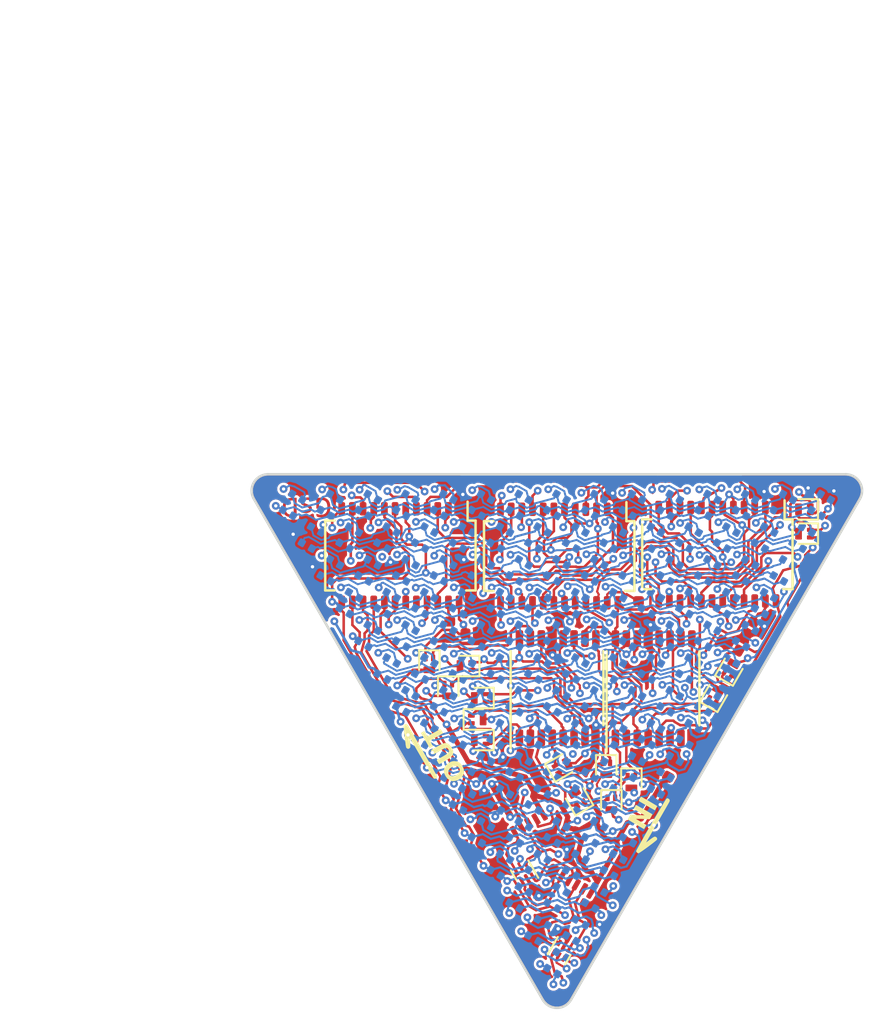
<source format=kicad_pcb>
(kicad_pcb (version 20221018) (generator pcbnew)
  (layers (0 "F.Cu" signal) (1 "In1.Cu" signal) (2 "In2.Cu" signal) (31 "B.Cu" signal) (34 "B.Paste" user) (35 "F.Paste" user) (36 "B.SilkS" user "B.Silkscreen") (37 "F.SilkS" user "F.Silkscreen") (38 "B.Mask" user) (39 "F.Mask" user) (44 "Edge.Cuts" user))
  (net 0 "")
  (net 1 "vcc")
  (net 2 "gnd")
  (net 3 "row_0")
  (net 4 "row_1")
  (net 5 "row_2")
  (net 6 "srow_0")
  (net 7 "srow_1")
  (net 8 "srow_2")
  (net 9 "row_3")
  (net 10 "row_4")
  (net 11 "row_5")
  (net 12 "row_6")
  (net 13 "row_7")
  (net 14 "srow_3")
  (net 15 "srow_4")
  (net 16 "srow_5")
  (net 17 "srow_6")
  (net 18 "srow_7")
  (net 19 "colr_0")
  (net 20 "colb_0")
  (net 21 "colg_0")
  (net 22 "colg_1")
  (net 23 "colb_1")
  (net 24 "colr_1")
  (net 25 "colr_2")
  (net 26 "colb_2")
  (net 27 "colg_2")
  (net 28 "colg_3")
  (net 29 "colb_3")
  (net 30 "colr_3")
  (net 31 "colr_4")
  (net 32 "colb_4")
  (net 33 "colg_4")
  (net 34 "colg_5")
  (net 35 "colb_5")
  (net 36 "colr_5")
  (net 37 "colr_6")
  (net 38 "colb_6")
  (net 39 "colg_6")
  (net 40 "colg_7")
  (net 41 "colb_7")
  (net 42 "colr_7")
  (net 43 "colr_8")
  (net 44 "colb_8")
  (net 45 "colg_8")
  (net 46 "colg_9")
  (net 47 "colb_9")
  (net 48 "colr_9")
  (net 49 "colr_10")
  (net 50 "colb_10")
  (net 51 "colg_10")
  (net 52 "colr_11")
  (net 53 "colb_11")
  (net 54 "colg_11")
  (net 55 "colr_12")
  (net 56 "colb_12")
  (net 57 "colg_12")
  (net 58 "colg_13")
  (net 59 "colb_13")
  (net 60 "colr_13")
  (net 61 "colg_14")
  (net 62 "colb_14")
  (net 63 "colr_14")
  (net 64 "colr_15")
  (net 65 "colb_15")
  (net 66 "colg_15")
  (net 67 "blank")
  (net 68 "latch")
  (net 69 "sclk")
  (net 70 "dat")
  (net 71 "sdo_U3")
  (net 72 "sdo_U1>sdi_U2")
  (net 73 "sdo_U2>sdi_U3")
  (net 74 "dat_out")
  (net 75 "row_8")
  (net 76 "row_9")
  (net 77 "row_10")
  (net 78 "row_11")
  (net 79 "row_12")
  (net 80 "row_13")
  (net 81 "row_14")
  (net 82 "srow_8")
  (net 83 "srow_9")
  (net 84 "srow_10")
  (net 85 "srow_11")
  (net 86 "srow_12")
  (net 87 "srow_13")
  (net 88 "srow_14")
  (net 89 "U1_r_ext")
  (net 90 "U2_r_ext")
  (net 91 "U3_r_ext")
  (net 92 "sdo_U4>sdi_U5")
  (net 93 "dat_i")
  (net 94 "blank_i")
  (net 95 "latch_i")
  (net 96 "sclk_i")
  (footprint "gkl_conn:5034800600" (layer "F.Cu") (at 117.3 135.900001 -150)
    (fp_text reference "J2" hide)
    (fp_text value "output" hide)
  )
  (footprint "gkl_conn:5034800600" (layer "F.Cu") (at 120.130795 139.296542 150)
    (fp_text reference "J1" hide)
    (fp_text value "input" hide)
  )
  (footprint "Package_TO_SOT_SMD:SOT-883" (layer "F.Cu") (at 133.921916 117.109619 180)
    (fp_text reference "Q15" hide)
    (fp_text value "LP0404N3T5G" hide)
  )
  (footprint "Package_TO_SOT_SMD:SOT-883" (layer "F.Cu") (at 128.625112 128.156046 60)
    (fp_text reference "Q12" hide)
    (fp_text value "LP0404N3T5G" hide)
  )
  (footprint "Package_TO_SOT_SMD:SOT-883" (layer "F.Cu") (at 123.625436 133.323646 -90)
    (fp_text reference "Q11" hide)
    (fp_text value "LP0404N3T5G" hide)
  )
  (footprint "Package_TO_SOT_SMD:SOT-883" (layer "F.Cu") (at 122.432686 134.60955 -90)
    (fp_text reference "Q10" hide)
    (fp_text value "LP0404N3T5G" hide)
  )
  (footprint "Package_TO_SOT_SMD:SOT-883" (layer "F.Cu") (at 122.13 132.53 -90)
    (fp_text reference "Q9" hide)
    (fp_text value "LP0404N3T5G" hide)
  )
  (footprint "Package_TO_SOT_SMD:SOT-883" (layer "F.Cu") (at 113.775 126.425 180)
    (fp_text reference "Q8" hide)
    (fp_text value "LP0404N3T5G" hide)
  )
  (footprint "Package_TO_SOT_SMD:SOT-883" (layer "F.Cu") (at 112.725 127.85 -90)
    (fp_text reference "Q7" hide)
    (fp_text value "LP0404N3T5G" hide)
  )
  (footprint "Package_TO_SOT_SMD:SOT-883" (layer "F.Cu") (at 114.625 128.325 180)
    (fp_text reference "Q6" hide)
    (fp_text value "LP0404N3T5G" hide)
  )
  (footprint "Package_TO_SOT_SMD:SOT-883" (layer "F.Cu") (at 119.5 132.375 30)
    (fp_text reference "Q5" hide)
    (fp_text value "LP0404N3T5G" hide)
  )
  (footprint "Package_TO_SOT_SMD:SOT-883" (layer "F.Cu") (at 114.45 129.599999)
    (fp_text reference "Q3" hide)
    (fp_text value "LP0404N3T5G" hide)
  )
  (footprint "Package_TO_SOT_SMD:SOT-883" (layer "F.Cu") (at 114.625 130.825 180)
    (fp_text reference "Q2" hide)
    (fp_text value "LP0404N3T5G" hide)
  )
  (footprint "Resistor_SMD:R_0402_1005Metric" (layer "F.Cu") (at 124.05 123.05 -90)
    (fp_text reference "R2" hide)
    (fp_text value "7.5k" hide)
  )
  (footprint "Resistor_SMD:R_0402_1005Metric" (layer "F.Cu") (at 112.816343 124.265544 -90)
    (fp_text reference "R1" hide)
    (fp_text value "2.2k" hide)
  )
  (footprint "Capacitor_SMD:C_0402_1005Metric" (layer "F.Cu") (at 126.05732 132.591499 60)
    (fp_text reference "C3" hide)
    (fp_text value "100nF" hide)
  )
  (footprint "Capacitor_SMD:C_0402_1005Metric" (layer "F.Cu") (at 114.235477 124.507532)
    (fp_text reference "C2" hide)
    (fp_text value "100nF" hide)
  )
  (footprint "gkl_misc:TSSOP-16_slim" (layer "F.Cu") (at 119.238328 127.742339 90)
    (fp_text reference "U4" hide)
    (fp_text value "74HC595" hide)
  )
  (footprint "gkl_misc:SSOP-24_slim" (layer "F.Cu") (at 128.743935 119.778143 -90)
    (fp_text reference "U3" hide)
    (fp_text value "TLC59025" hide)
  )
  (footprint "gkl_misc:SSOP-24_slim" (layer "F.Cu") (at 119.329131 119.885064 -90)
    (fp_text reference "U2" hide)
    (fp_text value "TLC59025" hide)
  )
  (footprint "gkl_misc:SSOP-24_slim" (layer "F.Cu") (at 109.877722 119.855385 -90)
    (fp_text reference "U1" hide)
    (fp_text value "TLC59025" hide)
  )
  (footprint "Package_TO_SOT_SMD:SOT-883" (layer "F.Cu") (at 129.544641 126.591283 60)
    (fp_text reference "Q13" hide)
    (fp_text value "LP0404N3T5G" hide)
  )
  (footprint "gkl_misc:TSSOP-16_slim" (layer "F.Cu") (at 124.950154 127.749167 90)
    (fp_text reference "U5" hide)
    (fp_text value "74HC595" hide)
  )
  (footprint "gsd_logo_small" (layer "F.Cu") (at 104.29 116.91 180)
    (fp_text reference "G***" hide)
    (fp_text value "LOGO" hide)
  )
  (footprint "in_out" (layer "F.Cu") (at 117.98 133.69)
    (fp_text reference "G***" hide)
    (fp_text value "LOGO" hide)
  )
  (footprint "gkl_misc:UDFN-6_1x1mm_P0.35mm" (layer "F.Cu") (at 119.466532 143.34708 -120)
    (fp_text reference "U6" hide)
    (fp_text value "NC7WZ17" hide)
  )
  (footprint "gkl_misc:UDFN-6_1x1mm_P0.35mm" (layer "F.Cu") (at 117.267995 138.794946 120)
    (fp_text reference "U7" hide)
    (fp_text value "NC7WZ17" hide)
  )
  (footprint "Resistor_SMD:R_0402_1005Metric" (layer "F.Cu") (at 130.637285 124.248768 -120)
    (fp_text reference "R3" hide)
    (fp_text value "4.12k" hide)
  )
  (footprint "Capacitor_SMD:C_0402_1005Metric" (layer "F.Cu") (at 129.590875 125.261203 150)
    (fp_text reference "C1" hide)
    (fp_text value "100nF" hide)
  )
  (footprint "Package_TO_SOT_SMD:SOT-883" (layer "F.Cu") (at 133.924785 118.554651 180)
    (fp_text reference "Q14" hide)
    (fp_text value "LP0404N3T5G" hide)
  )
  (footprint "Package_TO_SOT_SMD:SOT-883" (layer "F.Cu") (at 120.425 134.3 120)
    (fp_text reference "Q4" hide)
    (fp_text value "LP0404N3T5G" hide)
  )
  (footprint "Package_TO_SOT_SMD:SOT-883" (layer "F.Cu") (at 111.6 126.3 -90)
    (fp_text reference "Q1" hide)
    (fp_text value "LP0404N3T5G" hide)
  )
  (footprint "gkl_led:led_rbag_1515" (layer "B.Cu") (at 106.834154 118.791 -120)
    (fp_text reference "D18" hide)
    (fp_text value "LED_ARGB" hide)
  )
  (footprint "gkl_led:led_rbag_1515" (layer "B.Cu") (at 127.057579 130.467 -120)
    (fp_text reference "D120" hide)
    (fp_text value "LED_ARGB" hide)
  )
  (footprint "gkl_led:led_rbag_1515" (layer "B.Cu") (at 125.933794 128.521453 -120)
    (fp_text reference "D119" hide)
    (fp_text value "LED_ARGB" hide)
  )
  (footprint "gkl_led:led_rbag_1515" (layer "B.Cu") (at 124.810008 126.575907 -120)
    (fp_text reference "D118" hide)
    (fp_text value "LED_ARGB" hide)
  )
  (footprint "gkl_led:led_rbag_1515" (layer "B.Cu") (at 123.686223 124.63036 -120)
    (fp_text reference "D117" hide)
    (fp_text value "LED_ARGB" hide)
  )
  (footprint "gkl_led:led_rbag_1515" (layer "B.Cu") (at 122.562437 122.684814 -120)
    (fp_text reference "D116" hide)
    (fp_text value "LED_ARGB" hide)
  )
  (footprint "gkl_led:led_rbag_1515" (layer "B.Cu") (at 121.438652 120.739267 -120)
    (fp_text reference "D115" hide)
    (fp_text value "LED_ARGB" hide)
  )
  (footprint "gkl_led:led_rbag_1515" (layer "B.Cu") (at 119.191081 116.848174 -120)
    (fp_text reference "D113" hide)
    (fp_text value "LED_ARGB" hide)
  )
  (footprint "gkl_led:led_rbag_1515" (layer "B.Cu") (at 125.934579 132.412093 -120)
    (fp_text reference "D105" hide)
    (fp_text value "LED_ARGB" hide)
  )
  (footprint "gkl_led:led_rbag_1515" (layer "B.Cu") (at 124.810794 130.466547 -120)
    (fp_text reference "D104" hide)
    (fp_text value "LED_ARGB" hide)
  )
  (footprint "gkl_led:led_rbag_1515" (layer "B.Cu") (at 122.563223 126.575453 -120)
    (fp_text reference "D102" hide)
    (fp_text value "LED_ARGB" hide)
  )
  (footprint "gkl_led:led_rbag_1515" (layer "B.Cu") (at 121.439437 124.629907 -120)
    (fp_text reference "D101" hide)
    (fp_text value "LED_ARGB" hide)
  )
  (footprint "gkl_led:led_rbag_1515" (layer "B.Cu") (at 120.315652 122.68436 -120)
    (fp_text reference "D100" hide)
    (fp_text value "LED_ARGB" hide)
  )
  (footprint "gkl_led:led_rbag_1515" (layer "B.Cu") (at 119.191866 120.738814 -120)
    (fp_text reference "D99" hide)
    (fp_text value "LED_ARGB" hide)
  )
  (footprint "gkl_led:led_rbag_1515" (layer "B.Cu") (at 118.068081 118.793267 -120)
    (fp_text reference "D98" hide)
    (fp_text value "LED_ARGB" hide)
  )
  (footprint "gkl_led:led_rbag_1515" (layer "B.Cu") (at 109.08251 126.572733 -120)
    (fp_text reference "D6" hide)
    (fp_text value "LED_ARGB" hide)
  )
  (footprint "gkl_led:led_rbag_1515" (layer "B.Cu") (at 110.206296 128.518279 -120)
    (fp_text reference "D7" hide)
    (fp_text value "LED_ARGB" hide)
  )
  (footprint "gkl_led:led_rbag_1515" (layer "B.Cu") (at 120.319579 142.137558 -120)
    (fp_text reference "D30" hide)
    (fp_text value "LED_ARGB" hide)
  )
  (footprint "gkl_led:led_rbag_1515" (layer "B.Cu") (at 111.330081 130.463826 -120)
    (fp_text reference "D8" hide)
    (fp_text value "LED_ARGB" hide)
  )
  (footprint "gkl_led:led_rbag_1515" (layer "B.Cu") (at 116.949008 140.191558 -120)
    (fp_text reference "D13" hide)
    (fp_text value "LED_ARGB" hide)
  )
  (footprint "gkl_led:led_rbag_1515" (layer "B.Cu") (at 115.825223 138.246012 -120)
    (fp_text reference "D12" hide)
    (fp_text value "LED_ARGB" hide)
  )
  (footprint "gkl_led:led_rbag_1515" (layer "B.Cu") (at 134.918579 116.851349 -120)
    (fp_text reference "D225" hide)
    (fp_text value "LED_ARGB" hide)
  )
  (footprint "gkl_led:led_rbag_1515" (layer "B.Cu") (at 133.795579 118.796442 -120)
    (fp_text reference "D210" hide)
    (fp_text value "LED_ARGB" hide)
  )
  (footprint "gkl_led:led_rbag_1515" (layer "B.Cu") (at 132.671794 116.850895 -120)
    (fp_text reference "D209" hide)
    (fp_text value "LED_ARGB" hide)
  )
  (footprint "gkl_led:led_rbag_1515" (layer "B.Cu") (at 132.672579 120.741535 -120)
    (fp_text reference "D195" hide)
    (fp_text value "LED_ARGB" hide)
  )
  (footprint "gkl_led:led_rbag_1515" (layer "B.Cu") (at 131.548794 118.795988 -120)
    (fp_text reference "D194" hide)
    (fp_text value "LED_ARGB" hide)
  )
  (footprint "gkl_led:led_rbag_1515" (layer "B.Cu") (at 130.425008 116.850442 -120)
    (fp_text reference "D193" hide)
    (fp_text value "LED_ARGB" hide)
  )
  (footprint "gkl_led:led_rbag_1515" (layer "B.Cu") (at 131.549579 122.686628 -120)
    (fp_text reference "D180" hide)
    (fp_text value "LED_ARGB" hide)
  )
  (footprint "gkl_led:led_rbag_1515" (layer "B.Cu") (at 130.425794 120.741081 -120)
    (fp_text reference "D179" hide)
    (fp_text value "LED_ARGB" hide)
  )
  (footprint "gkl_led:led_rbag_1515" (layer "B.Cu") (at 129.302008 118.795535 -120)
    (fp_text reference "D178" hide)
    (fp_text value "LED_ARGB" hide)
  )
  (footprint "gkl_led:led_rbag_1515" (layer "B.Cu") (at 128.178223 116.849988 -120)
    (fp_text reference "D177" hide)
    (fp_text value "LED_ARGB" hide)
  )
  (footprint "gkl_led:led_rbag_1515" (layer "B.Cu") (at 130.426579 124.631721 -120)
    (fp_text reference "D165" hide)
    (fp_text value "LED_ARGB" hide)
  )
  (footprint "gkl_led:led_rbag_1515" (layer "B.Cu") (at 129.302794 122.686174 -120)
    (fp_text reference "D164" hide)
    (fp_text value "LED_ARGB" hide)
  )
  (footprint "gkl_led:led_rbag_1515" (layer "B.Cu") (at 128.179008 120.740628 -120)
    (fp_text reference "D163" hide)
    (fp_text value "LED_ARGB" hide)
  )
  (footprint "gkl_led:led_rbag_1515" (layer "B.Cu") (at 127.055223 118.795081 -120)
    (fp_text reference "D162" hide)
    (fp_text value "LED_ARGB" hide)
  )
  (footprint "gkl_led:led_rbag_1515" (layer "B.Cu") (at 125.931437 116.849535 -120)
    (fp_text reference "D161" hide)
    (fp_text value "LED_ARGB" hide)
  )
  (footprint "gkl_led:led_rbag_1515" (layer "B.Cu") (at 129.303579 126.576814 -120)
    (fp_text reference "D150" hide)
    (fp_text value "LED_ARGB" hide)
  )
  (footprint "gkl_led:led_rbag_1515" (layer "B.Cu") (at 128.179794 124.631266 -120)
    (fp_text reference "D149" hide)
    (fp_text value "LED_ARGB" hide)
  )
  (footprint "gkl_led:led_rbag_1515" (layer "B.Cu") (at 127.056008 122.685721 -120)
    (fp_text reference "D148" hide)
    (fp_text value "LED_ARGB" hide)
  )
  (footprint "gkl_led:led_rbag_1515" (layer "B.Cu") (at 125.932223 120.740174 -120)
    (fp_text reference "D147" hide)
    (fp_text value "LED_ARGB" hide)
  )
  (footprint "gkl_led:led_rbag_1515" (layer "B.Cu") (at 124.808437 118.794628 -120)
    (fp_text reference "D146" hide)
    (fp_text value "LED_ARGB" hide)
  )
  (footprint "gkl_led:led_rbag_1515" (layer "B.Cu") (at 123.684652 116.849081 -120)
    (fp_text reference "D145" hide)
    (fp_text value "LED_ARGB" hide)
  )
  (footprint "gkl_led:led_rbag_1515" (layer "B.Cu") (at 128.180579 128.521907 -120)
    (fp_text reference "D135" hide)
    (fp_text value "LED_ARGB" hide)
  )
  (footprint "gkl_led:led_rbag_1515" (layer "B.Cu") (at 127.056794 126.57636 -120)
    (fp_text reference "D134" hide)
    (fp_text value "LED_ARGB" hide)
  )
  (footprint "gkl_led:led_rbag_1515" (layer "B.Cu") (at 125.933008 124.630814 -120)
    (fp_text reference "D133" hide)
    (fp_text value "LED_ARGB" hide)
  )
  (footprint "gkl_led:led_rbag_1515" (layer "B.Cu") (at 124.809223 122.685267 -120)
    (fp_text reference "D132" hide)
    (fp_text value "LED_ARGB" hide)
  )
  (footprint "gkl_led:led_rbag_1515" (layer "B.Cu") (at 123.685437 120.739721 -120)
    (fp_text reference "D131" hide)
    (fp_text value "LED_ARGB" hide)
  )
  (footprint "gkl_led:led_rbag_1515" (layer "B.Cu") (at 122.561652 118.794174 -120)
    (fp_text reference "D130" hide)
    (fp_text value "LED_ARGB" hide)
  )
  (footprint "gkl_led:led_rbag_1515" (layer "B.Cu") (at 121.437866 116.848628 -120)
    (fp_text reference "D129" hide)
    (fp_text value "LED_ARGB" hide)
  )
  (footprint "gkl_led:led_rbag_1515" (layer "B.Cu") (at 119.196579 144.082651 -120)
    (fp_text reference "D15" hide)
    (fp_text value "LED_ARGB" hide)
  )
  (footprint "gkl_led:led_rbag_1515" (layer "B.Cu") (at 122.565579 138.247372 -120)
    (fp_text reference "D60" hide)
    (fp_text value "LED_ARGB" hide)
  )
  (footprint "gkl_led:led_rbag_1515" (layer "B.Cu") (at 113.576866 130.464279 -120)
    (fp_text reference "D24" hide)
    (fp_text value "LED_ARGB" hide)
  )
  (footprint "gkl_led:led_rbag_1515" (layer "B.Cu") (at 110.204725 120.737 -120)
    (fp_text reference "D35" hide)
    (fp_text value "LED_ARGB" hide)
  )
  (footprint "gkl_led:led_rbag_1515" (layer "B.Cu") (at 115.824437 134.355372 -120)
    (fp_text reference "D26" hide)
    (fp_text value "LED_ARGB" hide)
  )
  (footprint "gkl_led:led_rbag_1515" (layer "B.Cu") (at 113.57451 118.79236 -120)
    (fp_text reference "D66" hide)
    (fp_text value "LED_ARGB" hide)
  )
  (footprint "gkl_led:led_rbag_1515" (layer "B.Cu") (at 113.577652 134.354919 -120)
    (fp_text reference "D10" hide)
    (fp_text value "LED_ARGB" hide)
  )
  (footprint "gkl_led:led_rbag_1515" (layer "B.Cu") (at 118.069652 126.574547 -120)
    (fp_text reference "D70" hide)
    (fp_text value "LED_ARGB" hide)
  )
  (footprint "gkl_led:led_rbag_1515" (layer "B.Cu") (at 107.957939 120.736547 -120)
    (fp_text reference "D19" hide)
    (fp_text value "LED_ARGB" hide)
  )
  (footprint "gkl_led:led_rbag_1515" (layer "B.Cu") (at 123.688579 136.302279 -120)
    (fp_text reference "D75" hide)
    (fp_text value "LED_ARGB" hide)
  )
  (footprint "gkl_led:led_rbag_1515" (layer "B.Cu") (at 113.575296 122.683 -120)
    (fp_text reference "D52" hide)
    (fp_text value "LED_ARGB" hide)
  )
  (footprint "gkl_led:led_rbag_1515" (layer "B.Cu") (at 111.32851 122.682547 -120)
    (fp_text reference "D36" hide)
    (fp_text value "LED_ARGB" hide)
  )
  (footprint "gkl_led:led_rbag_1515" (layer "B.Cu") (at 114.699081 124.628547 -120)
    (fp_text reference "D53" hide)
    (fp_text value "LED_ARGB" hide)
  )
  (footprint "gkl_led:led_rbag_1515" (layer "B.Cu") (at 107.957154 116.845907 -120)
    (fp_text reference "D33" hide)
    (fp_text value "LED_ARGB" hide)
  )
  (footprint "gkl_led:led_rbag_1515" (layer "B.Cu") (at 120.317223 130.46564 -120)
    (fp_text reference "D72" hide)
    (fp_text value "LED_ARGB" hide)
  )
  (footprint "gkl_led:led_rbag_1515" (layer "B.Cu") (at 121.440222 128.520547 -120)
    (fp_text reference "D87" hide)
    (fp_text value "LED_ARGB" hide)
  )
  (footprint "gkl_led:led_rbag_1515" (layer "B.Cu") (at 120.318794 138.246919 -120)
    (fp_text reference "D44" hide)
    (fp_text value "LED_ARGB" hide)
  )
  (footprint "gkl_led:led_rbag_1515" (layer "B.Cu") (at 118.071223 134.355826 -120)
    (fp_text reference "D42" hide)
    (fp_text value "LED_ARGB" hide)
  )
  (footprint "gkl_led:led_rbag_1515" (layer "B.Cu") (at 112.452296 124.628093 -120)
    (fp_text reference "D37" hide)
    (fp_text value "LED_ARGB" hide)
  )
  (footprint "gkl_led:led_rbag_1515" (layer "B.Cu") (at 115.822866 126.574093 -120)
    (fp_text reference "D54" hide)
    (fp_text value "LED_ARGB" hide)
  )
  (footprint "gkl_led:led_rbag_1515" (layer "B.Cu") (at 111.329296 126.573186 -120)
    (fp_text reference "D22" hide)
    (fp_text value "LED_ARGB" hide)
  )
  (footprint "gkl_led:led_rbag_1515" (layer "B.Cu") (at 109.08094 118.791453 -120)
    (fp_text reference "D34" hide)
    (fp_text value "LED_ARGB" hide)
  )
  (footprint "gkl_led:led_rbag_1515" (layer "B.Cu") (at 123.687794 132.41164 -120)
    (fp_text reference "D89" hide)
    (fp_text value "LED_ARGB" hide)
  )
  (footprint "gkl_led:led_rbag_1515" (layer "B.Cu") (at 122.564008 130.466093 -120)
    (fp_text reference "D88" hide)
    (fp_text value "LED_ARGB" hide)
  )
  (footprint "gkl_led:led_rbag_1515" (layer "B.Cu") (at 112.450725 116.846814 -120)
    (fp_text reference "D65" hide)
    (fp_text value "LED_ARGB" hide)
  )
  (footprint "gkl_led:led_rbag_1515" (layer "B.Cu") (at 112.453866 132.409372 -120)
    (fp_text reference "D9" hide)
    (fp_text value "LED_ARGB" hide)
  )
  (footprint "gkl_led:led_rbag_1515" (layer "B.Cu") (at 116.946652 128.51964 -120)
    (fp_text reference "D55" hide)
    (fp_text value "LED_ARGB" hide)
  )
  (footprint "gkl_led:led_rbag_1515" (layer "B.Cu") (at 113.576081 126.57364 -120)
    (fp_text reference "D38" hide)
    (fp_text value "LED_ARGB" hide)
  )
  (footprint "gkl_led:led_rbag_1515" (layer "B.Cu") (at 120.314866 118.793721 -120)
    (fp_text reference "D114" hide)
    (fp_text value "LED_ARGB" hide)
  )
  (footprint "gkl_led:led_rbag_1515" (layer "B.Cu") (at 120.316437 126.575 -120)
    (fp_text reference "D86" hide)
    (fp_text value "LED_ARGB" hide)
  )
  (footprint "gkl_led:led_rbag_1515" (layer "B.Cu") (at 119.193437 128.520093 -120)
    (fp_text reference "D71" hide)
    (fp_text value "LED_ARGB" hide)
  )
  (footprint "gkl_led:led_rbag_1515" (layer "B.Cu") (at 114.699866 128.519186 -120)
    (fp_text reference "D39" hide)
    (fp_text value "LED_ARGB" hide)
  )
  (footprint "gkl_led:led_rbag_1515" (layer "B.Cu") (at 119.195794 140.192012 -120)
    (fp_text reference "D29" hide)
    (fp_text value "LED_ARGB" hide)
  )
  (footprint "gkl_led:led_rbag_1515" (layer "B.Cu") (at 119.192652 124.629453 -120)
    (fp_text reference "D85" hide)
    (fp_text value "LED_ARGB" hide)
  )
  (footprint "gkl_led:led_rbag_1515" (layer "B.Cu") (at 118.068866 122.683907 -120)
    (fp_text reference "D84" hide)
    (fp_text value "LED_ARGB" hide)
  )
  (footprint "gkl_led:led_rbag_1515" (layer "B.Cu") (at 114.698296 120.737907 -120)
    (fp_text reference "D67" hide)
    (fp_text value "LED_ARGB" hide)
  )
  (footprint "gkl_led:led_rbag_1515" (layer "B.Cu") (at 109.081725 122.682093 -120)
    (fp_text reference "D20" hide)
    (fp_text value "LED_ARGB" hide)
  )
  (footprint "gkl_led:led_rbag_1515" (layer "B.Cu") (at 114.69751 116.847267 -120)
    (fp_text reference "D81" hide)
    (fp_text value "LED_ARGB" hide)
  )
  (footprint "gkl_led:led_rbag_1515" (layer "B.Cu") (at 118.072794 142.137105 -120)
    (fp_text reference "D14" hide)
    (fp_text value "LED_ARGB" hide)
  )
  (footprint "gkl_led:led_rbag_1515" (layer "B.Cu") (at 121.441008 132.411186 -120)
    (fp_text reference "D73" hide)
    (fp_text value "LED_ARGB" hide)
  )
  (footprint "gkl_led:led_rbag_1515" (layer "B.Cu") (at 114.701437 136.300465 -120)
    (fp_text reference "D11" hide)
    (fp_text value "LED_ARGB" hide)
  )
  (footprint "gkl_led:led_rbag_1515" (layer "B.Cu") (at 119.195008 136.301372 -120)
    (fp_text reference "D43" hide)
    (fp_text value "LED_ARGB" hide)
  )
  (footprint "gkl_led:led_rbag_1515" (layer "B.Cu") (at 116.944296 116.847721 -120)
    (fp_text reference "D97" hide)
    (fp_text value "LED_ARGB" hide)
  )
  (footprint "gkl_led:led_rbag_1515" (layer "B.Cu") (at 123.687008 128.521 -120)
    (fp_text reference "D103" hide)
    (fp_text value "LED_ARGB" hide)
  )
  (footprint "gkl_led:led_rbag_1515" (layer "B.Cu") (at 118.070437 130.465186 -120)
    (fp_text reference "D56" hide)
    (fp_text value "LED_ARGB" hide)
  )
  (footprint "gkl_led:led_rbag_1515" (layer "B.Cu") (at 112.45151 120.737453 -120)
    (fp_text reference "D51" hide)
    (fp_text value "LED_ARGB" hide)
  )
  (footprint "gkl_led:led_rbag_1515" (layer "B.Cu") (at 119.194223 132.410733 -120)
    (fp_text reference "D57" hide)
    (fp_text value "LED_ARGB" hide)
  )
  (footprint "gkl_led:led_rbag_1515" (layer "B.Cu") (at 115.823652 130.464733 -120)
    (fp_text reference "D40" hide)
    (fp_text value "LED_ARGB" hide)
  )
  (footprint "gkl_led:led_rbag_1515" (layer "B.Cu") (at 110.20551 124.62764 -120)
    (fp_text reference "D21" hide)
    (fp_text value "LED_ARGB" hide)
  )
  (footprint "gkl_led:led_rbag_1515" (layer "B.Cu") (at 110.203939 116.84636 -120)
    (fp_text reference "D49" hide)
    (fp_text value "LED_ARGB" hide)
  )
  (footprint "gkl_led:led_rbag_1515" (layer "B.Cu") (at 112.453081 128.518733 -120)
    (fp_text reference "D23" hide)
    (fp_text value "LED_ARGB" hide)
  )
  (footprint "gkl_led:led_rbag_1515" (layer "B.Cu") (at 118.072008 138.246465 -120)
    (fp_text reference "D28" hide)
    (fp_text value "LED_ARGB" hide)
  )
  (footprint "gkl_led:led_rbag_1515" (layer "B.Cu") (at 116.948223 136.300919 -120)
    (fp_text reference "D27" hide)
    (fp_text value "LED_ARGB" hide)
  )
  (footprint "gkl_led:led_rbag_1515" (layer "B.Cu") (at 116.945081 120.73836 -120)
    (fp_text reference "D83" hide)
    (fp_text value "LED_ARGB" hide)
  )
  (footprint "gkl_led:led_rbag_1515" (layer "B.Cu") (at 114.700652 132.409826 -120)
    (fp_text reference "D25" hide)
    (fp_text value "LED_ARGB" hide)
  )
  (footprint "gkl_led:led_rbag_1515" (layer "B.Cu") (at 115.822081 122.683453 -120)
    (fp_text reference "D68" hide)
    (fp_text value "LED_ARGB" hide)
  )
  (footprint "gkl_led:led_rbag_1515" (layer "B.Cu") (at 121.442579 140.192465 -120)
    (fp_text reference "D45" hide)
    (fp_text value "LED_ARGB" hide)
  )
  (footprint "gkl_led:led_rbag_1515" (layer "B.Cu") (at 120.318008 134.356279 -120)
    (fp_text reference "D58" hide)
    (fp_text value "LED_ARGB" hide)
  )
  (footprint "gkl_led:led_rbag_1515" (layer "B.Cu") (at 116.947437 132.410279 -120)
    (fp_text reference "D41" hide)
    (fp_text value "LED_ARGB" hide)
  )
  (footprint "gkl_led:led_rbag_1515" (layer "B.Cu") (at 122.564794 134.356733 -120)
    (fp_text reference "D74" hide)
    (fp_text value "LED_ARGB" hide)
  )
  (footprint "gkl_led:led_rbag_1515" (layer "B.Cu") (at 116.945866 124.629 -120)
    (fp_text reference "D69" hide)
    (fp_text value "LED_ARGB" hide)
  )
  (footprint "gkl_led:led_rbag_1515" (layer "B.Cu") (at 115.821296 118.792814 -120)
    (fp_text reference "D82" hide)
    (fp_text value "LED_ARGB" hide)
  )
  (footprint "gkl_led:led_rbag_1515" (layer "B.Cu") (at 121.441794 136.301826 -120)
    (fp_text reference "D59" hide)
    (fp_text value "LED_ARGB" hide)
  )
  (footprint "gkl_led:led_rbag_1515" (layer "B.Cu") (at 111.327725 118.791907 -120)
    (fp_text reference "D50" hide)
    (fp_text value "LED_ARGB" hide)
  )
  (footprint "gkl_led:led_rbag_1515" (layer "B.Cu") (at 124.811579 134.357186 -120)
    (fp_text reference "D90" hide)
    (fp_text value "LED_ARGB" hide)
  )
  (footprint "gkl_led:led_rbag_1515" (layer "B.Cu") (at 105.711154 120.736093 -120)
    (fp_text reference "D3" hide)
    (fp_text value "LED_ARGB" hide)
  )
  (footprint "gkl_led:led_rbag_1515" (layer "B.Cu") (at 105.710368 116.845453 -120)
    (fp_text reference "D17" hide)
    (fp_text value "LED_ARGB" hide)
  )
  (footprint "gkl_led:led_rbag_1515" (layer "B.Cu") (at 104.587368 118.790547 -120)
    (fp_text reference "D2" hide)
    (fp_text value "LED_ARGB" hide)
  )
  (footprint "gkl_led:led_rbag_1515" (layer "B.Cu") (at 103.463583 116.845 -120)
    (fp_text reference "D1" hide)
    (fp_text value "LED_ARGB" hide)
  )
  (footprint "gkl_led:led_rbag_1515" (layer "B.Cu") (at 107.958725 124.627186 -120)
    (fp_text reference "D5" hide)
    (fp_text value "LED_ARGB" hide)
  )
  (footprint "gkl_led:led_rbag_1515" (layer "B.Cu") (at 106.834939 122.68164 -120)
    (fp_text reference "D4" hide)
    (fp_text value "LED_ARGB" hide)
  )
  (gr_line (start 137.225024 116.488468) (end 120.035536 146.261533) (stroke (width 0.15)) (layer "Edge.Cuts"))
  (gr_line (start 102 115.025) (end 136.380651 115.025968) (stroke (width 0.15)) (layer "Edge.Cuts"))
  (gr_arc (start 136.38065 115.025969) (mid 137.225024 115.513469) (end 137.225024 116.488468) (stroke (width 0.15)) (layer "Edge.Cuts"))
  (gr_arc (start 120.035536 146.261532) (mid 119.191162 146.749032) (end 118.346788 146.261533) (stroke (width 0.15)) (layer "Edge.Cuts"))
  (gr_arc (start 101.155625 116.4875) (mid 101.155625 115.5125) (end 102 115.025) (stroke (width 0.15)) (layer "Edge.Cuts"))
  (gr_line (start 118.346788 146.261533) (end 101.155625 116.4875) (stroke (width 0.15)) (layer "Edge.Cuts"))
  (segment (start 123.470144 135.009013) (end 123.558266 134.9854) (width 0.15) (layer "F.Cu") (net 1))
  (segment (start 113.370222 122.635385) (end 113.370222 123.643591) (width 0.15) (layer "F.Cu") (net 1))
  (segment (start 116.963328 125.936672) (end 116.963328 124.792339) (width 0.15) (layer "F.Cu") (net 1))
  (segment (start 114.813909 126.019118) (end 114.857025 126.007565) (width 0.15) (layer "F.Cu") (net 1))
  (segment (start 116.75 126.15) (end 116.963328 125.936672) (width 0.15) (layer "F.Cu") (net 1))
  (segment (start 113.370222 123.643591) (end 113.685958 123.959327) (width 0.15) (layer "F.Cu") (net 1))
  (segment (start 123.015151 134.465932) (end 123.104031 134.797638) (width 0.15) (layer "F.Cu") (net 1))
  (segment (start 123.104031 134.797638) (end 123.470144 135.009013) (width 0.15) (layer "F.Cu") (net 1))
  (segment (start 121.094533 133.658932) (end 121.153965 133.555993) (width 0.15) (layer "F.Cu") (net 1))
  (segment (start 112.940515 130.329547) (end 112.920659 130.403653) (width 0.15) (layer "F.Cu") (net 1))
  (segment (start 112.920659 130.403653) (end 112.626224 129.893678) (width 0.15) (layer "F.Cu") (net 1))
  (segment (start 114.813794 132.354143) (end 113.9064 132.111007) (width 0.3) (layer "F.Cu") (net 1))
  (segment (start 113.9064 132.111007) (end 112.626224 129.893678) (width 0.3) (layer "F.Cu") (net 1))
  (segment (start 123.558266 134.9854) (end 123.756707 135.09997) (width 0.15) (layer "F.Cu") (net 1))
  (segment (start 124.339737 135.306441) (end 125.439737 133.401185) (width 0.3) (layer "F.Cu") (net 1))
  (segment (start 123.558266 134.9854) (end 124.185777 135.347694) (width 0.15) (layer "F.Cu") (net 1))
  (segment (start 124.185777 135.347694) (end 124.339737 135.306441) (width 0.15) (layer "F.Cu") (net 1))
  (segment (start 125.439737 133.401185) (end 125.61732 133.353602) (width 0.3) (layer "F.Cu") (net 1))
  (segment (start 125.61732 133.353602) (end 125.81482 133.011522) (width 0.3) (layer "F.Cu") (net 1))
  (segment (start 133.973634 119.980041) (end 133.698634 120.456355) (width 0.15) (layer "F.Cu") (net 1))
  (segment (start 133.698634 120.456355) (end 132.660455 120.734535) (width 0.15) (layer "F.Cu") (net 1))
  (segment (start 132.0371 121.814216) (end 132.236436 122.558144) (width 0.15) (layer "F.Cu") (net 1))
  (segment (start 132.660455 120.734535) (end 132.0371 121.814216) (width 0.15) (layer "F.Cu") (net 1))
  (segment (start 118.202207 127.836955) (end 118.172381 127.866781) (width 0.15) (layer "F.Cu") (net 1))
  (segment (start 115.525 126.15) (end 116.75 126.15) (width 0.15) (layer "F.Cu") (net 1))
  (segment (start 115.525 126.15) (end 115.437436 126.237564) (width 0.15) (layer "F.Cu") (net 1))
  (segment (start 115.437436 126.237564) (end 115.087024 126.237563) (width 0.15) (layer "F.Cu") (net 1))
  (segment (start 115.087024 126.237563) (end 114.857025 126.007565) (width 0.15) (layer "F.Cu") (net 1))
  (segment (start 112.650001 129.917454) (end 112.626224 129.893678) (width 0.15) (layer "F.Cu") (net 1))
  (segment (start 112.650001 129.95) (end 112.650001 129.917454) (width 0.15) (layer "F.Cu") (net 1))
  (segment (start 113.750478 124.507532) (end 113.750477 124.023846) (width 0.15) (layer "F.Cu") (net 1))
  (segment (start 113.750477 124.023846) (end 113.685958 123.959327) (width 0.15) (layer "F.Cu") (net 1))
  (segment (start 124.76 122.86) (end 124.76 121.58) (width 0.15) (layer "F.Cu") (net 1))
  (segment (start 130.838087 119.161915) (end 131.93 118.070001) (width 0.15) (layer "F.Cu") (net 1))
  (segment (start 126.46 124.084013) (end 126.459999 123.69) (width 0.15) (layer "F.Cu") (net 1))
  (segment (start 124.150008 120.970008) (end 124.150008 119.747607) (width 0.15) (layer "F.Cu") (net 1))
  (segment (start 134.899749 118.329651) (end 135.154255 118.075145) (width 0.15) (layer "F.Cu") (net 1))
  (segment (start 121.904999 132.18) (end 121.683408 132.239375) (width 0.15) (layer "F.Cu") (net 1))
  (segment (start 120.794856 134.490609) (end 121.011976 134.70773) (width 0.15) (layer "F.Cu") (net 1))
  (segment (start 122.207686 134.25955) (end 122.011976 134.45526) (width 0.15) (layer "F.Cu") (net 1))
  (segment (start 121.026526 134.0316) (end 121.05781 134.085786) (width 0.3) (layer "F.Cu") (net 1))
  (segment (start 115.4 130.325) (end 115.25 130.175) (width 0.15) (layer "F.Cu") (net 1))
  (segment (start 118.31083 126.154999) (end 117.179999 126.154999) (width 0.15) (layer "F.Cu") (net 1))
  (segment (start 134.070134 117.9) (end 133.549999 117.9) (width 0.15) (layer "F.Cu") (net 1))
  (segment (start 116.955024 137.956918) (end 116.9952 137.887331) (width 0.15) (layer "F.Cu") (net 1))
  (segment (start 121.153965 133.555993) (end 121.133843 133.544375) (width 0.15) (layer "F.Cu") (net 1))
  (segment (start 122.508391 125.56593) (end 122.508391 126.588391) (width 0.15) (layer "F.Cu") (net 1))
  (segment (start 134.274785 118.329651) (end 134.274785 118.104651) (width 0.15) (layer "F.Cu") (net 1))
  (segment (start 120.539329 136.173426) (end 121.294111 135.737653) (width 0.3) (layer "F.Cu") (net 1))
  (segment (start 133.973634 119.826366) (end 134.42 119.38) (width 0.15) (layer "F.Cu") (net 1))
  (segment (start 126.02 123.25) (end 125.15 123.25) (width 0.15) (layer "F.Cu") (net 1))
  (segment (start 122.821631 123.165064) (end 122.789203 123.197492) (width 0.15) (layer "F.Cu") (net 1))
  (segment (start 126.1 125.533187) (end 126.575154 125.058033) (width 0.15) (layer "F.Cu") (net 1))
  (segment (start 124.55661 123.06339) (end 123.219957 123.06339) (width 0.15) (layer "F.Cu") (net 1))
  (segment (start 116.778271 127.872715) (end 116.550986 128.099999) (width 0.15) (layer "F.Cu") (net 1))
  (segment (start 122.675154 125.399167) (end 122.508391 125.56593) (width 0.15) (layer "F.Cu") (net 1))
  (segment (start 132.236436 122.558143) (end 132.486723 123.492227) (width 0.15) (layer "F.Cu") (net 1))
  (segment (start 114.125 126.2) (end 114.66459 126.2) (width 0.15) (layer "F.Cu") (net 1))
  (segment (start 122.510001 128.689999) (end 120.28 128.689999) (width 0.15) (layer "F.Cu") (net 1))
  (segment (start 112.346066 124.278934) (end 111.375 125.25) (width 0.15) (layer "F.Cu") (net 1))
  (segment (start 133.35 116.55) (end 133.089995 116.810005) (width 0.15) (layer "F.Cu") (net 1))
  (segment (start 124.339737 135.306441) (end 124.214737 135.522947) (width 0.3) (layer "F.Cu") (net 1))
  (segment (start 110.824999 127.75) (end 110.824999 128.05) (width 0.15) (layer "F.Cu") (net 1))
  (segment (start 118.67661 126.52078) (end 118.31083 126.154999) (width 0.15) (layer "F.Cu") (net 1))
  (segment (start 117.102995 138.509158) (end 116.915568 138.184524) (width 0.15) (layer "F.Cu") (net 1))
  (segment (start 119.651611 127.076611) (end 119.09578 126.52078) (width 0.15) (layer "F.Cu") (net 1))
  (segment (start 123.204725 133.169356) (end 123.400436 132.973646) (width 0.15) (layer "F.Cu") (net 1))
  (segment (start 115.275 130.6) (end 115.4 130.475) (width 0.15) (layer "F.Cu") (net 1))
  (segment (start 119.138032 143.916058) (end 119.179542 144.070977) (width 0.127) (layer "F.Cu") (net 1))
  (segment (start 121.905 131.695) (end 121.905 132.18) (width 0.15) (layer "F.Cu") (net 1))
  (segment (start 122.011976 134.45526) (end 121.44474 134.45526) (width 0.15) (layer "F.Cu") (net 1))
  (segment (start 124.582781 119.314833) (end 125.592075 119.314833) (width 0.15) (layer "F.Cu") (net 1))
  (segment (start 120.863328 124.326671) (end 120.863328 124.792339) (width 0.15) (layer "F.Cu") (net 1))
  (segment (start 121.979016 124.103029) (end 121.08697 124.103029) (width 0.15) (layer "F.Cu") (net 1))
  (segment (start 113.355477 124.507531) (end 113.126879 124.278934) (width 0.15) (layer "F.Cu") (net 1))
  (segment (start 121.566819 135.810724) (end 122.058087 136.661626) (width 0.3) (layer "F.Cu") (net 1))
  (segment (start 123.219957 123.06339) (end 123.092341 122.935774) (width 0.15) (layer "F.Cu") (net 1))
  (segment (start 121.721155 135.234733) (end 121.566819 135.810724) (width 0.3) (layer "F.Cu") (net 1))
  (segment (start 111.395181 127.179818) (end 112.179818 127.179818) (width 0.15) (layer "F.Cu") (net 1))
  (segment (start 134.271916 116.659619) (end 134.162297 116.549999) (width 0.15) (layer "F.Cu") (net 1))
  (segment (start 129.482899 128.000092) (end 129.400791 127.693658) (width 0.15) (layer "F.Cu") (net 1))
  (segment (start 123.015151 134.465932) (end 123.015151 133.507912) (width 0.15) (layer "F.Cu") (net 1))
  (segment (start 121.95 130.159625) (end 121.95 131.65) (width 0.15) (layer "F.Cu") (net 1))
  (segment (start 114.66459 126.2) (end 114.857025 126.007565) (width 0.15) (layer "F.Cu") (net 1))
  (segment (start 128.644967 128.571655) (end 128.839823 128.684155) (width 0.15) (layer "F.Cu") (net 1))
  (segment (start 120.407072 132.907072) (end 120.775 133.275) (width 0.15) (layer "F.Cu") (net 1))
  (segment (start 122.821631 122.665064) (end 122.821631 123.165064) (width 0.15) (layer "F.Cu") (net 1))
  (segment (start 121.153965 133.555993) (end 121.026526 134.0316) (width 0.3) (layer "F.Cu") (net 1))
  (segment (start 113.126879 124.278934) (end 112.346066 124.278934) (width 0.15) (layer "F.Cu") (net 1))
  (segment (start 113.8 129.824999) (end 113.643705 129.981294) (width 0.15) (layer "F.Cu") (net 1))
  (segment (start 122.058087 136.661626) (end 122.746461 136.846075) (width 0.3) (layer "F.Cu") (net 1))
  (segment (start 134.271917 116.884619) (end 134.271916 116.659619) (width 0.15) (layer "F.Cu") (net 1))
  (segment (start 121.95 131.65) (end 121.905 131.695) (width 0.15) (layer "F.Cu") (net 1))
  (segment (start 110.824999 127.75) (end 111.395181 127.179818) (width 0.15) (layer "F.Cu") (net 1))
  (segment (start 117.179999 126.154999) (end 116.95 125.925) (width 0.15) (layer "F.Cu") (net 1))
  (segment (start 121.410089 134.707729) (end 121.42618 134.72382) (width 0.15) (layer "F.Cu") (net 1))
  (segment (start 123.204726 133.318337) (end 123.204725 133.169356) (width 0.15) (layer "F.Cu") (net 1))
  (segment (start 121.294111 135.737653) (end 121.566819 135.810724) (width 0.3) (layer "F.Cu") (net 1))
  (segment (start 113.643705 129.981294) (end 113.543706 129.981294) (width 0.15) (layer "F.Cu") (net 1))
  (segment (start 117.313061 133.023819) (end 114.813794 132.354143) (width 0.3) (layer "F.Cu") (net 1))
  (segment (start 131.93 117.82) (end 132.162547 117.587453) (width 0.15) (layer "F.Cu") (net 1))
  (segment (start 133.549999 117.9) (end 133.4 117.749999) (width 0.15) (layer "F.Cu") (net 1))
  (segment (start 112.221426 129.488879) (end 111.642106 128.485467) (width 0.15) (layer "F.Cu") (net 1))
  (segment (start 110.824999 128.05) (end 111.086627 128.311628) (width 0.15) (layer "F.Cu") (net 1))
  (segment (start 113.575 130.175) (end 113.440741 130.040741) (width 0.15) (layer "F.Cu") (net 1))
  (segment (start 123.870001 128.22) (end 123.4 128.689999) (width 0.15) (layer "F.Cu") (net 1))
  (segment (start 121.683408 132.239375) (end 121.248902 132.991961) (width 0.15) (layer "F.Cu") (net 1))
  (segment (start 120.223541 136.124777) (end 120.643541 136.852239) (width 0.3) (layer "F.Cu") (net 1))
  (segment (start 130.960009 125.589793) (end 130.557307 125.357293) (width 0.15) (layer "F.Cu") (net 1))
  (segment (start 116.915568 138.184524) (end 116.9952 137.887331) (width 0.15) (layer "F.Cu") (net 1))
  (segment (start 134.274785 118.104651) (end 134.070134 117.9) (width 0.15) (layer "F.Cu") (net 1))
  (segment (start 123.381461 135.746223) (end 122.746461 136.846075) (width 0.3) (layer "F.Cu") (net 1))
  (segment (start 130.838086 120.307085) (end 130.838087 119.161915) (width 0.15) (layer "F.Cu") (net 1))
  (segment (start 122.508391 126.588391) (end 123.03 127.11) (width 0.15) (layer "F.Cu") (net 1))
  (segment (start 115.4 130.475) (end 115.4 130.325) (width 0.15) (layer "F.Cu") (net 1))
  (segment (start 121.248902 132.991961) (end 121.322033 133.26489) (width 0.15) (layer "F.Cu") (net 1))
  (segment (start 130.084111 127.306892) (end 129.759352 127.119392) (width 0.15) (layer "F.Cu") (net 1))
  (segment (start 123.092341 122.935774) (end 122.821631 122.665064) (width 0.15) (layer "F.Cu") (net 1))
  (segment (start 126.847335 121.167335) (end 129.977836 121.167335) (width 0.15) (layer "F.Cu") (net 1))
  (segment (start 122.510001 128.689999) (end 122.510001 129.599624) (width 0.15) (layer "F.Cu") (net 1))
  (segment (start 117.819856 133.901615) (end 117.718061 133.725299) (width 0.3) (layer "F.Cu") (net 1))
  (segment (start 112.179818 127.179818) (end 112.5 127.5) (width 0.15) (layer "F.Cu") (net 1))
  (segment (start 123.4 127.11) (end 123.87 127.58) (width 0.15) (layer "F.Cu") (net 1))
  (segment (start 131.333467 125.489725) (end 130.320967 127.243427) (width 0.15) (layer "F.Cu") (net 1))
  (segment (start 131.333467 125.489725) (end 130.960009 125.589793) (width 0.15) (layer "F.Cu") (net 1))
  (segment (start 119.488509 144.249359) (end 119.770201 144.411994) (width 0.127) (layer "F.Cu") (net 1))
  (segment (start 119.689103 135.981575) (end 119.509447 136.292748) (width 0.15) (layer "F.Cu") (net 1))
  (segment (start 113.750478 124.507532) (end 113.355477 124.507531) (width 0.15) (layer "F.Cu") (net 1))
  (segment (start 131.93 118.070001) (end 131.93 117.82) (width 0.15) (layer "F.Cu") (net 1))
  (segment (start 120.775 133.275) (end 120.872972 133.275) (width 0.15) (layer "F.Cu") (net 1))
  (segment (start 122.675154 124.799167) (end 121.979016 124.103029) (width 0.15) (layer "F.Cu") (net 1))
  (segment (start 121.334674 134.565326) (end 121.42618 134.72382) (width 0.3) (layer "F.Cu") (net 1))
  (segment (start 133.089995 117.587453) (end 133.138771 117.636229) (width 0.15) (layer "F.Cu") (net 1))
  (segment (start 124.214737 135.522947) (end 123.381461 135.746223) (width 0.3) (layer "F.Cu") (net 1))
  (segment (start 120.872972 133.275) (end 121.153965 133.555993) (width 0.15) (layer "F.Cu") (net 1))
  (segment (start 123.4 128.689999) (end 122.510001 128.689999) (width 0.15) (layer "F.Cu") (net 1))
  (segment (start 133.973634 119.980041) (end 133.973634 119.826366) (width 0.15) (layer "F.Cu") (net 1))
  (segment (start 113.440741 130.040741) (end 112.940515 130.329547) (width 0.15) (layer "F.Cu") (net 1))
  (segment (start 119.309391 132.744856) (end 119.471607 132.907071) (width 0.15) (layer "F.Cu") (net 1))
  (segment (start 128.839823 128.684155) (end 129.133367 128.6055) (width 0.15) (layer "F.Cu") (net 1))
  (segment (start 121.595775 139.259122) (end 121.213327 139.921543) (width 0.3) (layer "F.Cu") (net 1))
  (segment (start 133.089995 116.810005) (end 133.089995 117.587453) (width 0.15) (layer "F.Cu") (net 1))
  (segment (start 128.656724 126.8292) (end 129.314224 125.690376) (width 0.15) (layer "F.Cu") (net 1))
  (segment (start 121.265775 138.687545) (end 121.595775 139.259122) (width 0.3) (layer "F.Cu") (net 1))
  (segment (start 134.274785 118.329651) (end 134.899749 118.329651) (width 0.15) (layer "F.Cu") (net 1))
  (segment (start 119.09578 126.52078) (end 118.67661 126.52078) (width 0.15) (layer "F.Cu") (net 1))
  (segment (start 120.223541 136.124777) (end 119.689103 135.981575) (width 0.3) (layer "F.Cu") (net 1))
  (segment (start 128.794573 127.343658) (end 128.656724 126.8292) (width 0.15) (layer "F.Cu") (net 1))
  (segment (start 119.342087 134.539294) (end 119.843059 135.407003) (width 0.3) (layer "F.Cu") (net 1))
  (segment (start 130.320967 127.243427) (end 130.084111 127.306892) (width 0.15) (layer "F.Cu") (net 1))
  (segment (start 115.25 130.175) (end 113.575 130.175) (width 0.15) (layer "F.Cu") (net 1))
  (segment (start 117.718061 133.725299) (end 117.313061 133.023819) (width 0.3) (layer "F.Cu") (net 1))
  (segment (start 125.592075 119.314833) (end 125.86839 119.591149) (width 0.15) (layer "F.Cu") (net 1))
  (segment (start 122.510001 129.599624) (end 121.95 130.159625) (width 0.15) (layer "F.Cu") (net 1))
  (segment (start 129.314224 125.690376) (end 130.010897 125.503703) (width 0.15) (layer "F.Cu") (net 1))
  (segment (start 125.86839 119.591149) (end 125.868391 120.488391) (width 0.15) (layer "F.Cu") (net 1))
  (segment (start 133.089995 117.587453) (end 133.252542 117.749999) (width 0.15) (layer "F.Cu") (net 1))
  (segment (start 121.44474 134.45526) (end 121.334674 134.565326) (width 0.15) (layer "F.Cu") (net 1))
  (segment (start 119.651611 128.06161) (end 119.651611 127.076611) (width 0.15) (layer "F.Cu") (net 1))
  (segment (start 114.975 130.6) (end 115.275 130.6) (width 0.15) (layer "F.Cu") (net 1))
  (segment (start 120.223541 136.124777) (end 120.26609 136.100212) (width 0.3) (layer "F.Cu") (net 1))
  (segment (start 120.643541 136.852239) (end 120.42039 137.685051) (width 0.3) (layer "F.Cu") (net 1))
  (segment (start 119.843059 135.407003) (end 119.689103 135.981575) (width 0.3) (layer "F.Cu") (net 1))
  (segment (start 118.382531 135.275001) (end 117.746871 134.174004) (width 0.3) (layer "F.Cu") (net 1))
  (segment (start 114.1 129.824999) (end 113.8 129.824999) (width 0.15) (layer "F.Cu") (net 1))
  (segment (start 129.400791 127.693658) (end 128.794573 127.343658) (width 0.15) (layer "F.Cu") (net 1))
  (segment (start 117.958061 134.140992) (end 118.874544 134.386563) (width 0.3) (layer "F.Cu") (net 1))
  (segment (start 121.42618 134.72382) (end 121.721155 135.234733) (width 0.3) (layer "F.Cu") (net 1))
  (segment (start 123.015151 133.507912) (end 123.204726 133.318337) (width 0.15) (layer "F.Cu") (net 1))
  (segment (start 123.03 127.11) (end 123.4 127.11) (width 0.15) (layer "F.Cu") (net 1))
  (segment (start 113.543706 129.981294) (end 113.440741 130.040741) (width 0.15) (layer "F.Cu") (net 1))
  (segment (start 112.626224 129.893678) (end 112.221426 129.488879) (width 0.15) (layer "F.Cu") (net 1))
  (segment (start 122.789203 124.085118) (end 122.675154 124.199167) (width 0.15) (layer "F.Cu") (net 1))
  (segment (start 133.252542 117.749999) (end 133.4 117.749999) (width 0.15) (layer "F.Cu") (net 1))
  (segment (start 119.179542 144.070977) (end 119.488509 144.249359) (width 0.127) (layer "F.Cu") (net 1))
  (segment (start 121.011976 134.70773) (end 121.410089 134.707729) (width 0.15) (layer "F.Cu") (net 1))
  (segment (start 116.550986 128.099999) (end 115.275 128.1) (width 0.15) (layer "F.Cu") (net 1))
  (segment (start 119.361022 134.539294) (end 119.342087 134.539294) (width 0.15) (layer "F.Cu") (net 1))
  (segment (start 123.87 127.58) (end 123.870001 128.22) (width 0.15) (layer "F.Cu") (net 1))
  (segment (start 129.977836 121.167335) (end 130.838086 120.307085) (width 0.15) (layer "F.Cu") (net 1))
  (segment (start 124.76 121.58) (end 124.150008 120.970008) (width 0.15) (layer "F.Cu") (net 1))
  (segment (start 132.162547 117.587453) (end 133.089995 117.587453) (width 0.15) (layer "F.Cu") (net 1))
  (segment (start 125.868391 120.488391) (end 126.42 121.04) (width 0.15) (layer "F.Cu") (net 1))
  (segment (start 119.301532 143.632868) (end 119.138032 143.916058) (width 0.127) (layer "F.Cu") (net 1))
  (segment (start 124.150008 119.747607) (end 124.582781 119.314833) (width 0.15) (layer "F.Cu") (net 1))
  (segment (start 126.64138 128.39138) (end 126.1 127.85) (width 0.15) (layer "F.Cu") (net 1))
  (segment (start 122.789203 123.197492) (end 122.789203 124.085118) (width 0.15) (layer "F.Cu") (net 1))
  (segment (start 132.486723 123.492227) (end 131.333467 125.489725) (width 0.15) (layer "F.Cu") (net 1))
  (segment (start 126.575154 124.199167) (end 126.46 124.084013) (width 0.15) (layer "F.Cu") (net 1))
  (segment (start 124.76 122.86) (end 124.55661 123.06339) (width 0.15) (layer "F.Cu") (net 1))
  (segment (start 121.08697 124.103029) (end 120.863328 124.326671) (width 0.15) (layer "F.Cu") (net 1))
  (segment (start 118.874544 134.386563) (end 118.893294 134.419041) (width 0.3) (layer "F.Cu") (net 1))
  (segment (start 111.375 125.25) (end 111.375 125.95) (width 0.15) (layer "F.Cu") (net 1))
  (segment (start 122.675154 124.799167) (end 122.675154 125.399167) (width 0.15) (layer "F.Cu") (net 1))
  (segment (start 120.26609 136.100212) (end 120.539329 136.173426) (width 0.3) (layer "F.Cu") (net 1))
  (segment (start 122.675154 124.199167) (end 122.675154 124.799167) (width 0.15) (layer "F.Cu") (net 1))
  (segment (start 121.026526 134.0316) (end 121.334674 134.565326) (width 0.3) (layer "F.Cu") (net 1))
  (segment (start 115.275 128.1) (end 114.975 128.099999) (width 0.15) (layer "F.Cu") (net 1))
  (segment (start 134.162297 116.549999) (end 133.35 116.55) (width 0.15) (layer "F.Cu") (net 1))
  (segment (start 117.718061 133.725299) (end 117.958061 134.140992) (width 0.3) (layer "F.Cu") (net 1))
  (segment (start 120.42039 137.685051) (end 120.95039 138.603038) (width 0.3) (layer "F.Cu") (net 1))
  (segment (start 120.28 128.689999) (end 119.651611 128.06161) (width 0.15) (layer "F.Cu") (net 1))
  (segment (start 118.893294 134.419041) (end 119.342087 134.539294) (width 0.3) (layer "F.Cu") (net 1))
  (segment (start 126.1 127.85) (end 126.1 125.533187) (width 0.15) (layer "F.Cu") (net 1))
  (segment (start 130.557307 125.357293) (end 130.467379 125.381389) (width 0.15) (layer "F.Cu") (net 1))
  (segment (start 121.322033 133.26489) (end 121.153965 133.555993) (width 0.15) (layer "F.Cu") (net 1))
  (segment (start 118.054544 127.872715) (end 116.778271 127.872715) (width 0.15) (layer "F.Cu") (net 1))
  (segment (start 126.459999 123.69) (end 126.02 123.25) (width 0.15) (layer "F.Cu") (net 1))
  (segment (start 129.133367 128.6055) (end 129.482899 128.000092) (width 0.15) (layer "F.Cu") (net 1))
  (segment (start 130.467379 125.381389) (end 130.010897 125.503703) (width 0.15) (layer "F.Cu") (net 1))
  (segment (start 129.759352 127.119392) (end 129.564496 127.006892) (width 0.15) (layer "F.Cu") (net 1))
  (segment (start 111.086627 128.311628) (end 111.086627 128.336627) (width 0.15) (layer "F.Cu") (net 1))
  (segment (start 125.15 123.25) (end 124.76 122.86) (width 0.15) (layer "F.Cu") (net 1))
  (segment (start 126.72 121.04) (end 126.847335 121.167335) (width 0.15) (layer "F.Cu") (net 1))
  (segment (start 122.823327 137.13294) (end 121.595775 139.259122) (width 0.3) (layer "F.Cu") (net 1))
  (segment (start 119.471607 132.907071) (end 120.407072 132.907072) (width 0.15) (layer "F.Cu") (net 1))
  (segment (start 120.95039 138.603038) (end 121.265775 138.687545) (width 0.3) (layer "F.Cu") (net 1))
  (segment (start 126.42 121.04) (end 126.72 121.04) (width 0.15) (layer "F.Cu") (net 1))
  (segment (start 117.746871 134.174004) (end 117.819856 133.901615) (width 0.3) (layer "F.Cu") (net 1))
  (segment (start 111.642106 128.485467) (end 111.086627 128.336627) (width 0.15) (layer "F.Cu") (net 1))
  (segment (start 126.575154 125.058033) (end 126.575154 124.799167) (width 0.15) (layer "F.Cu") (net 1))
  (segment (start 122.746461 136.846075) (end 122.823327 137.13294) (width 0.3) (layer "F.Cu") (net 1))
  (segment (start 126.575154 124.799167) (end 126.575154 124.199167) (width 0.15) (layer "F.Cu") (net 1))
  (via (at 121.153965 133.555993) (size 0.46) (drill 0.2) (layers "F.Cu" "B.Cu") (net 1))
  (via (at 135.154255 118.075145) (size 0.46) (drill 0.2) (layers "F.Cu" "B.Cu") (net 1))
  (via (at 118.054544 127.872715) (size 0.46) (drill 0.2) (layers "F.Cu" "B.Cu") (net 1))
  (via (at 116.95 125.925) (size 0.46) (drill 0.2) (layers "F.Cu" "B.Cu") (net 1))
  (via (at 120.143002 131.654914) (size 0.46) (drill 0.2) (layers "F.Cu" "B.Cu") (net 1))
  (via (at 112.626224 129.893678) (size 0.46) (drill 0.2) (layers "F.Cu" "B.Cu") (net 1))
  (via (at 114.857025 126.007565) (size 0.46) (drill 0.2) (layers "F.Cu" "B.Cu") (net 1))
  (via (at 113.629095 123.962183) (size 0.46) (drill 0.2) (layers "F.Cu" "B.Cu") (net 1))
  (via (at 119.770201 144.411994) (size 0.46) (drill 0.2) (layers "F.Cu" "B.Cu") (net 1))
  (via (at 134.42 119.38) (size 0.46) (drill 0.2) (layers "F.Cu" "B.Cu") (net 1))
  (via (at 116.9952 137.887331) (size 0.46) (drill 0.2) (layers "F.Cu" "B.Cu") (net 1))
  (segment (start 122.759372 117.069119) (end 122.596004 116.459421) (width 0.15) (layer "F.Cu") (net 2))
  (segment (start 122.596004 116.459421) (end 122.511818 116.145236) (width 0.15) (layer "F.Cu") (net 2))
  (segment (start 122.821631 117.105064) (end 122.759372 117.069119) (width 0.15) (layer "F.Cu") (net 2))
  (segment (start 127.389043 131.869043) (end 127.171819 132.245287) (width 0.15) (layer "F.Cu") (net 2))
  (segment (start 127.23 131.33) (end 127.389043 131.489043) (width 0.15) (layer "F.Cu") (net 2))
  (segment (start 127.389043 131.489043) (end 127.389043 131.869043) (width 0.15) (layer "F.Cu") (net 2))
  (segment (start 127.23 130.704013) (end 127.23 131.33) (width 0.15) (layer "F.Cu") (net 2))
  (segment (start 127.225154 130.699167) (end 127.23 130.704013) (width 0.15) (layer "F.Cu") (net 2))
  (segment (start 124.625154 124.799167) (end 124.81979 124.072774) (width 0.15) (layer "F.Cu") (net 2))
  (segment (start 124.81979 124.072774) (end 124.762641 123.97379) (width 0.15) (layer "F.Cu") (net 2))
  (segment (start 118.913328 125.753328) (end 118.93 125.77) (width 0.15) (layer "F.Cu") (net 2))
  (segment (start 118.913328 124.792339) (end 118.913328 125.753328) (width 0.15) (layer "F.Cu") (net 2))
  (segment (start 127.171819 132.245287) (end 126.991397 132.293631) (width 0.15) (layer "F.Cu") (net 2))
  (segment (start 125.673897 134.575608) (end 125.346051 134.663454) (width 0.15) (layer "F.Cu") (net 2))
  (segment (start 126.991397 132.293631) (end 125.673897 134.575608) (width 0.15) (layer "F.Cu") (net 2))
  (segment (start 126.663551 132.381477) (end 126.991397 132.293631) (width 0.15) (layer "F.Cu") (net 2))
  (segment (start 126.29982 132.171477) (end 126.663551 132.381477) (width 0.15) (layer "F.Cu") (net 2))
  (segment (start 132.236434 116.761435) (end 131.525 116.05) (width 0.15) (layer "F.Cu") (net 2))
  (segment (start 132.236435 116.998143) (end 132.236434 116.761435) (width 0.15) (layer "F.Cu") (net 2))
  (segment (start 121.513328 129.936672) (end 121.55 129.9) (width 0.15) (layer "F.Cu") (net 2))
  (segment (start 121.513328 130.692339) (end 121.513328 129.936672) (width 0.15) (layer "F.Cu") (net 2))
  (segment (start 113.65 121.95) (end 113.65 120.05) (width 0.15) (layer "F.Cu") (net 2))
  (segment (start 114.720477 123.020477) (end 113.65 121.95) (width 0.15) (layer "F.Cu") (net 2))
  (segment (start 114.720477 124.507532) (end 114.720477 123.220477) (width 0.15) (layer "F.Cu") (net 2))
  (segment (start 114.720477 123.220477) (end 114.720477 123.020477) (width 0.15) (layer "F.Cu") (net 2))
  (segment (start 113.370222 116.529778) (end 113.7 116.2) (width 0.15) (layer "F.Cu") (net 2))
  (segment (start 113.370222 117.075385) (end 113.370222 116.529778) (width 0.15) (layer "F.Cu") (net 2))
  (segment (start 114.6 125.1) (end 114.720477 124.979524) (width 0.15) (layer "F.Cu") (net 2))
  (segment (start 114.720477 124.979524) (end 114.720477 124.507532) (width 0.15) (layer "F.Cu") (net 2))
  (segment (start 113.546623 125.1) (end 114.6 125.1) (width 0.15) (layer "F.Cu") (net 2))
  (segment (start 112.816343 124.750544) (end 113.197167 124.750544) (width 0.15) (layer "F.Cu") (net 2))
  (segment (start 113.197167 124.750544) (end 113.546623 125.1) (width 0.15) (layer "F.Cu") (net 2))
  (segment (start 131.383831 124.342492) (end 131.546465 124.060801) (width 0.15) (layer "F.Cu") (net 2))
  (segment (start 115.149008 135.908125) (end 116.217468 136.525001) (width 0.1143) (layer "F.Cu") (net 2))
  (segment (start 114.208308 134.625034) (end 114.454899 134.55896) (width 0.15) (layer "F.Cu") (net 2))
  (segment (start 119.806532 142.758183) (end 119.680253 142.286904) (width 0.15) (layer "F.Cu") (net 2))
  (segment (start 114.454899 134.55896) (end 114.46781 134.536597) (width 0.15) (layer "F.Cu") (net 2))
  (segment (start 119.546252 142.209538) (end 119.264561 142.046904) (width 0.15) (layer "F.Cu") (net 2))
  (segment (start 121.450505 141.626474) (end 121.732196 141.789108) (width 0.15) (layer "F.Cu") (net 2))
  (segment (start 118.11666 140.085125) (end 117.993889 140.052229) (width 0.15) (layer "F.Cu") (net 2))
  (segment (start 124.762641 123.97379) (end 124.058669 123.567351) (width 0.15) (layer "F.Cu") (net 2))
  (segment (start 117.993889 140.052229) (end 117.432996 139.080734) (width 0.15) (layer "F.Cu") (net 2))
  (segment (start 114.760495 134.458173) (end 115.149008 135.908125) (width 0.1143) (layer "F.Cu") (net 2))
  (segment (start 116.666659 132.023399) (end 115.983646 131.840386) (width 0.15) (layer "F.Cu") (net 2))
  (segment (start 124.058669 123.567351) (end 124.05 123.535) (width 0.15) (layer "F.Cu") (net 2))
  (segment (start 117.429832 132.044878) (end 116.883165 131.898399) (width 0.15) (layer "F.Cu") (net 2))
  (segment (start 118.594769 139.957016) (end 118.11666 140.085125) (width 0.15) (layer "F.Cu") (net 2))
  (segment (start 130.394785 124.66879) (end 131.341973 124.414992) (width 0.15) (layer "F.Cu") (net 2))
  (segment (start 117.741691 132.585034) (end 117.429832 132.044878) (width 0.15) (layer "F.Cu") (net 2))
  (segment (start 119.048263 138.671542) (end 118.873263 138.974651) (width 0.15) (layer "F.Cu") (net 2))
  (segment (start 118.990391 139.411779) (end 118.690392 139.931394) (width 0.15) (layer "F.Cu") (net 2))
  (segment (start 114.863809 133.819229) (end 114.947995 134.133413) (width 0.1143) (layer "F.Cu") (net 2))
  (segment (start 116.883165 131.898399) (end 116.666659 132.023399) (width 0.15) (layer "F.Cu") (net 2))
  (segment (start 119.680253 142.286904) (end 119.546252 142.209538) (width 0.15) (layer "F.Cu") (net 2))
  (segment (start 114.947995 134.133413) (end 114.760495 134.458173) (width 0.1143) (layer "F.Cu") (net 2))
  (segment (start 131.341973 124.414992) (end 131.383831 124.342492) (width 0.15) (layer "F.Cu") (net 2))
  (segment (start 118.690392 139.931394) (end 118.594769 139.957016) (width 0.15) (layer "F.Cu") (net 2))
  (segment (start 121.951471 140.197427) (end 121.347771 141.243066) (width 0.15) (layer "F.Cu") (net 2))
  (segment (start 114.46781 134.536597) (end 114.760495 134.458173) (width 0.15) (layer "F.Cu") (net 2))
  (segment (start 121.347771 141.243066) (end 121.450505 141.626474) (width 0.15) (layer "F.Cu") (net 2))
  (segment (start 119.631532 143.061291) (end 119.806532 142.758183) (width 0.15) (layer "F.Cu") (net 2))
  (segment (start 118.873263 138.974651) (end 118.990391 139.411779) (width 0.15) (layer "F.Cu") (net 2))
  (via (at 121.732196 141.789108) (size 0.46) (drill 0.2) (layers "F.Cu" "B.Cu") (net 2))
  (via (at 122.511818 116.145236) (size 0.46) (drill 0.2) (layers "F.Cu" "B.Cu") (net 2))
  (via (at 115.983646 131.840386) (size 0.46) (drill 0.2) (layers "F.Cu" "B.Cu") (net 2))
  (via (at 124.762641 123.97379) (size 0.46) (drill 0.2) (layers "F.Cu" "B.Cu") (net 2))
  (via (at 118.93 125.77) (size 0.46) (drill 0.2) (layers "F.Cu" "B.Cu") (net 2))
  (via (at 114.863809 133.819229) (size 0.46) (drill 0.2) (layers "F.Cu" "B.Cu") (net 2))
  (via (at 125.346051 134.663454) (size 0.46) (drill 0.2) (layers "F.Cu" "B.Cu") (net 2))
  (via (at 131.525 116.05) (size 0.46) (drill 0.2) (layers "F.Cu" "B.Cu") (net 2))
  (via (at 121.517247 129.925) (size 0.46) (drill 0.2) (layers "F.Cu" "B.Cu") (net 2))
  (via (at 113.65 120.1) (size 0.46) (drill 0.2) (layers "F.Cu" "B.Cu") (net 2))
  (via (at 113.594632 116.222492) (size 0.46) (drill 0.2) (layers "F.Cu" "B.Cu") (net 2))
  (via (at 118.11666 140.085125) (size 0.46) (drill 0.2) (layers "F.Cu" "B.Cu") (net 2))
  (via (at 119.785698 137.323731) (size 0.46) (drill 0.2) (layers "F.Cu" "B.Cu") (net 2))
  (via (at 131.546465 124.060801) (size 0.46) (drill 0.2) (layers "F.Cu" "B.Cu") (net 2))
  (via (at 119.264561 142.046904) (size 0.46) (drill 0.2) (layers "F.Cu" "B.Cu") (net 2))
  (via (at 109.29 120.25) (size 0.46) (drill 0.2) (layers "F.Cu" "B.Cu") (net 2))
  (via (at 135.678301 116.012528) (size 0.46) (drill 0.2) (layers "F.Cu" "B.Cu") (net 2))
  (via (at 104.645981 120.522973) (size 0.46) (drill 0.2) (layers "F.Cu" "B.Cu") (net 2))
  (via (at 103.495 118.589416) (size 0.46) (drill 0.2) (layers "F.Cu" "B.Cu") (net 2))
  (via (at 134.144429 115.835785) (size 0.46) (drill 0.2) (layers "F.Cu" "B.Cu") (net 2))
  (segment (start 111.6 126.65) (end 110.621981 126.65) (width 0.15) (layer "F.Cu") (net 3))
  (segment (start 110.621981 126.65) (end 109.688016 127.583965) (width 0.15) (layer "F.Cu") (net 3))
  (via (at 102.924519 115.898686) (size 0.46) (drill 0.2) (layers "F.Cu" "B.Cu") (net 3))
  (via (at 118.457154 143.278284) (size 0.46) (drill 0.2) (layers "F.Cu" "B.Cu") (net 3))
  (via (at 105.289089 118.023464) (size 0.46) (drill 0.2) (layers "F.Cu" "B.Cu") (net 3))
  (via (at 111.7743 131.573912) (size 0.46) (drill 0.2) (layers "F.Cu" "B.Cu") (net 3))
  (via (at 107.433517 123.688872) (size 0.46) (drill 0.2) (layers "F.Cu" "B.Cu") (net 3))
  (via (at 115.225764 137.492305) (size 0.46) (drill 0.2) (layers "F.Cu" "B.Cu") (net 3))
  (via (at 114.043713 135.539677) (size 0.46) (drill 0.2) (layers "F.Cu" "B.Cu") (net 3))
  (via (at 113.069765 133.426605) (size 0.46) (drill 0.2) (layers "F.Cu" "B.Cu") (net 3))
  (via (at 110.815266 129.531512) (size 0.46) (drill 0.2) (layers "F.Cu" "B.Cu") (net 3))
  (via (at 109.688016 127.583965) (size 0.46) (drill 0.2) (layers "F.Cu" "B.Cu") (net 3))
  (via (at 108.560767 125.636419) (size 0.46) (drill 0.2) (layers "F.Cu" "B.Cu") (net 3))
  (via (at 106.337102 121.752082) (size 0.46) (drill 0.2) (layers "F.Cu" "B.Cu") (net 3))
  (via (at 105.192659 119.860938) (size 0.46) (drill 0.2) (layers "F.Cu" "B.Cu") (net 3))
  (via (at 117.434962 141.365862) (size 0.46) (drill 0.2) (layers "F.Cu" "B.Cu") (net 3))
  (via (at 116.232532 139.770763) (size 0.46) (drill 0.2) (layers "F.Cu" "B.Cu") (net 3))
  (segment (start 109.706101 127.552641) (end 109.688016 127.583965) (width 0.1143) (layer "B.Cu") (net 3))
  (segment (start 118.541339 143.592468) (end 118.457154 143.278284) (width 0.127) (layer "B.Cu") (net 3))
  (segment (start 115.818352 137.141615) (end 115.356839 137.265276) (width 0.127) (layer "B.Cu") (net 3))
  (segment (start 119.77423 143.77963) (end 119.153564 143.945937) (width 0.127) (layer "B.Cu") (net 3))
  (segment (start 114.016118 133.532452) (end 114.060608 133.698491) (width 0.1143) (layer "B.Cu") (net 3))
  (segment (start 113.195593 133.208664) (end 113.372977 133.161134) (width 0.1143) (layer "B.Cu") (net 3))
  (segment (start 114.357898 135.455491) (end 114.043713 135.539677) (width 0.127) (layer "B.Cu") (net 3))
  (segment (start 113.069765 133.426605) (end 113.195593 133.208664) (width 0.1143) (layer "B.Cu") (net 3))
  (segment (start 112.088485 131.489726) (end 111.7743 131.573912) (width 0.1143) (layer "B.Cu") (net 3))
  (segment (start 112.14457 131.392583) (end 112.088485 131.489726) (width 0.1143) (layer "B.Cu") (net 3))
  (segment (start 118.059982 141.992297) (end 117.519148 141.680046) (width 0.127) (layer "B.Cu") (net 3))
  (segment (start 110.177844 127.426237) (end 109.706101 127.552641) (width 0.1143) (layer "B.Cu") (net 3))
  (segment (start 108.536376 124.324165) (end 108.393352 123.79039) (width 0.1143) (layer "B.Cu") (net 3))
  (segment (start 107.761787 123.580291) (end 107.747702 123.604687) (width 0.1143) (layer "B.Cu") (net 3))
  (segment (start 104.201984 116.263551) (end 104.155408 116.089725) (width 0.1143) (layer "B.Cu") (net 3))
  (segment (start 104.041233 116.541978) (end 104.201984 116.263551) (width 0.1143) (layer "B.Cu") (net 3))
  (segment (start 114.673884 135.20161) (end 114.473473 135.25531) (width 0.127) (layer "B.Cu") (net 3))
  (segment (start 114.473473 135.25531) (end 114.357898 135.455491) (width 0.127) (layer "B.Cu") (net 3))
  (segment (start 115.13758 135.469325) (end 114.673884 135.20161) (width 0.127) (layer "B.Cu") (net 3))
  (segment (start 107.747702 123.604687) (end 107.433517 123.688872) (width 0.1143) (layer "B.Cu") (net 3))
  (segment (start 117.519148 141.680046) (end 117.434962 141.365862) (width 0.127) (layer "B.Cu") (net 3))
  (segment (start 112.425415 131.317331) (end 112.14457 131.392583) (width 0.1143) (layer "B.Cu") (net 3))
  (segment (start 113.17076 131.747656) (end 112.425415 131.317331) (width 0.1143) (layer "B.Cu") (net 3))
  (segment (start 113.031518 132.106351) (end 113.192268 131.827924) (width 0.1143) (layer "B.Cu") (net 3))
  (segment (start 108.393352 123.79039) (end 107.944603 123.531305) (width 0.1143) (layer "B.Cu") (net 3))
  (segment (start 110.644762 127.695813) (end 110.177844 127.426237) (width 0.1143) (layer "B.Cu") (net 3))
  (segment (start 113.372977 133.161134) (end 114.016118 133.532452) (width 0.1143) (layer "B.Cu") (net 3))
  (segment (start 110.783947 128.215258) (end 110.644762 127.695813) (width 0.1143) (layer "B.Cu") (net 3))
  (segment (start 111.754245 129.587982) (end 111.768551 129.641373) (width 0.1143) (layer "B.Cu") (net 3))
  (segment (start 115.356839 137.265276) (end 115.225764 137.492305) (width 0.127) (layer "B.Cu") (net 3))
  (segment (start 111.355007 129.357482) (end 111.754245 129.587982) (width 0.1143) (layer "B.Cu") (net 3))
  (segment (start 110.815266 129.531512) (end 110.835351 129.496723) (width 0.1143) (layer "B.Cu") (net 3))
  (segment (start 115.279089 135.997444) (end 115.13758 135.469325) (width 0.127) (layer "B.Cu") (net 3))
  (segment (start 110.835351 129.496723) (end 111.355007 129.357482) (width 0.1143) (layer "B.Cu") (net 3))
  (segment (start 109.490417 125.636217) (end 109.660161 126.269711) (width 0.1143) (layer "B.Cu") (net 3))
  (segment (start 108.576852 125.608559) (end 109.168109 125.450132) (width 0.1143) (layer "B.Cu") (net 3))
  (segment (start 108.560767 125.636419) (end 108.576852 125.608559) (width 0.1143) (layer "B.Cu") (net 3))
  (segment (start 118.650445 141.834083) (end 118.059982 141.992297) (width 0.127) (layer "B.Cu") (net 3))
  (segment (start 106.349569 121.766326) (end 106.386654 121.702093) (width 0.1143) (layer "B.Cu") (net 3))
  (segment (start 106.386654 121.702093) (end 106.806488 121.589598) (width 0.1143) (layer "B.Cu") (net 3))
  (segment (start 107.273406 121.859173) (end 107.317896 122.025212) (width 0.1143) (layer "B.Cu") (net 3))
  (segment (start 107.317896 122.025212) (end 107.412591 122.378618) (width 0.1143) (layer "B.Cu") (net 3))
  (segment (start 106.806488 121.589598) (end 107.273406 121.859173) (width 0.1143) (layer "B.Cu") (net 3))
  (segment (start 105.195319 119.865544) (end 105.357954 119.583853) (width 0.1143) (layer "B.Cu") (net 3))
  (segment (start 105.357954 119.583853) (end 105.508546 119.543502) (width 0.1143) (layer "B.Cu") (net 3))
  (segment (start 105.508546 119.543502) (end 106.14962 119.913627) (width 0.1143) (layer "B.Cu") (net 3))
  (segment (start 106.14962 119.913627) (end 106.19411 120.079666) (width 0.1143) (layer "B.Cu") (net 3))
  (segment (start 106.19411 120.079666) (end 106.288805 120.433072) (width 0.1143) (layer "B.Cu") (net 3))
  (segment (start 105.165019 118.487526) (end 105.33469 118.193648) (width 0.1143) (layer "B.Cu") (net 3))
  (segment (start 105.33469 118.193648) (end 105.289089 118.023464) (width 0.1143) (layer "B.Cu") (net 3))
  (segment (start 116.402874 137.94299) (end 116.255823 137.39419) (width 0.127) (layer "B.Cu") (net 3))
  (segment (start 114.060608 133.698491) (end 114.155303 134.051897) (width 0.1143) (layer "B.Cu") (net 3))
  (segment (start 119.153564 143.945937) (end 118.541339 143.592468) (width 0.127) (layer "B.Cu") (net 3))
  (segment (start 116.255823 137.39419) (end 115.818352 137.141615) (width 0.127) (layer "B.Cu") (net 3))
  (segment (start 111.768551 129.641373) (end 111.907732 130.160804) (width 0.1143) (layer "B.Cu") (net 3))
  (segment (start 107.944603 123.531305) (end 107.761787 123.580291) (width 0.1143) (layer "B.Cu") (net 3))
  (segment (start 109.168109 125.450132) (end 109.490417 125.636217) (width 0.1143) (layer "B.Cu") (net 3))
  (segment (start 113.192268 131.827924) (end 113.17076 131.747656) (width 0.1143) (layer "B.Cu") (net 3))
  (segment (start 116.782081 140.088046) (end 117.52666 139.888537) (width 0.127) (layer "B.Cu") (net 3))
  (segment (start 104.155408 116.089725) (end 103.573937 115.754013) (width 0.1143) (layer "B.Cu") (net 3))
  (segment (start 103.301526 115.68102) (end 103.573937 115.754013) (width 0.1143) (layer "B.Cu") (net 3))
  (segment (start 116.232532 139.770763) (end 116.782081 140.088046) (width 0.127) (layer "B.Cu") (net 3))
  (segment (start 102.924519 115.898686) (end 103.301526 115.68102) (width 0.1143) (layer "B.Cu") (net 3))
  (segment (start 114.248191 131.513512) (end 114.248191 130.851809) (width 0.15) (layer "F.Cu") (net 4))
  (segment (start 114.248191 130.851809) (end 114.275 130.825) (width 0.15) (layer "F.Cu") (net 4))
  (segment (start 115.320014 133.429058) (end 116.426062 135.344789) (width 0.4) (layer "F.Cu") (net 4))
  (segment (start 116.426062 135.344789) (end 116.409998 135.404741) (width 0.4) (layer "F.Cu") (net 4))
  (via (at 117.592629 137.3098) (size 0.46) (drill 0.2) (layers "F.Cu" "B.Cu") (net 4))
  (via (at 116.409998 135.404741) (size 0.46) (drill 0.2) (layers "F.Cu" "B.Cu") (net 4))
  (via (at 105.21807 115.926139) (size 0.46) (drill 0.2) (layers "F.Cu" "B.Cu") (net 4))
  (via (at 115.320014 133.429058) (size 0.46) (drill 0.2) (layers "F.Cu" "B.Cu") (net 4))
  (via (at 114.20489 131.488512) (size 0.46) (drill 0.2) (layers "F.Cu" "B.Cu") (net 4))
  (via (at 113.081104 129.542965) (size 0.46) (drill 0.2) (layers "F.Cu" "B.Cu") (net 4))
  (via (at 111.938266 127.586419) (size 0.46) (drill 0.2) (layers "F.Cu" "B.Cu") (net 4))
  (via (at 110.811016 125.638872) (size 0.46) (drill 0.2) (layers "F.Cu" "B.Cu") (net 4))
  (via (at 109.683767 123.691326) (size 0.46) (drill 0.2) (layers "F.Cu" "B.Cu") (net 4))
  (via (at 108.589999 121.76) (size 0.46) (drill 0.2) (layers "F.Cu" "B.Cu") (net 4))
  (via (at 107.44148 119.84492) (size 0.46) (drill 0.2) (layers "F.Cu" "B.Cu") (net 4))
  (via (at 106.316211 117.895897) (size 0.46) (drill 0.2) (layers "F.Cu" "B.Cu") (net 4))
  (via (at 118.5392 139.298934) (size 0.46) (drill 0.2) (layers "F.Cu" "B.Cu") (net 4))
  (via (at 120.30606 142.129753) (size 0.46) (drill 0.2) (layers "F.Cu" "B.Cu") (net 4))
  (segment (start 112.234549 127.316948) (end 112.068094 127.36155) (width 0.1143) (layer "B.Cu") (net 4))
  (segment (start 116.670474 135.348274) (end 116.724549 135.254613) (width 0.127) (layer "B.Cu") (net 4))
  (segment (start 113.030732 128.215711) (end 112.891548 127.696265) (width 0.1143) (layer "B.Cu") (net 4))
  (segment (start 117.70949 137.10739) (end 117.592629 137.3098) (width 0.127) (layer "B.Cu") (net 4))
  (segment (start 117.890695 137.058837) (end 117.70949 137.10739) (width 0.127) (layer "B.Cu") (net 4))
  (segment (start 115.195745 132.059139) (end 115.278303 132.106804) (width 0.1143) (layer "B.Cu") (net 4))
  (segment (start 117.43118 135.644491) (end 117.525874 135.997897) (width 0.127) (layer "B.Cu") (net 4))
  (segment (start 117.384365 135.469778) (end 117.43118 135.644491) (width 0.127) (layer "B.Cu") (net 4))
  (segment (start 116.920669 135.202063) (end 117.384365 135.469778) (width 0.127) (layer "B.Cu") (net 4))
  (segment (start 116.724549 135.254613) (end 116.920669 135.202063) (width 0.127) (layer "B.Cu") (net 4))
  (segment (start 116.409998 135.404741) (end 116.425764 135.413844) (width 0.127) (layer "B.Cu") (net 4))
  (segment (start 116.425764 135.413844) (end 116.670474 135.348274) (width 0.127) (layer "B.Cu") (net 4))
  (segment (start 110.688467 123.971212) (end 110.783161 124.324618) (width 0.1143) (layer "B.Cu") (net 4))
  (segment (start 114.20489 131.488512) (end 114.267391 131.380258) (width 0.1143) (layer "B.Cu") (net 4))
  (segment (start 111.812252 125.916759) (end 111.906947 126.270165) (width 0.1143) (layer "B.Cu") (net 4))
  (segment (start 115.796884 133.256517) (end 116.26058 133.524232) (width 0.127) (layer "B.Cu") (net 4))
  (segment (start 118.64966 137.943444) (end 118.50815 137.415324) (width 0.127) (layer "B.Cu") (net 4))
  (segment (start 112.068094 127.36155) (end 111.938266 127.586419) (width 0.1143) (layer "B.Cu") (net 4))
  (segment (start 113.081104 129.542965) (end 113.112189 129.489124) (width 0.1143) (layer "B.Cu") (net 4))
  (segment (start 115.320014 133.429058) (end 115.350589 133.376101) (width 0.127) (layer "B.Cu") (net 4))
  (segment (start 114.267391 131.380258) (end 114.617788 131.286369) (width 0.1143) (layer "B.Cu") (net 4))
  (segment (start 110.643977 123.805173) (end 110.688467 123.971212) (width 0.1143) (layer "B.Cu") (net 4))
  (segment (start 118.50815 137.415324) (end 117.890695 137.058837) (width 0.127) (layer "B.Cu") (net 4))
  (segment (start 113.548415 129.372238) (end 114.015333 129.641813) (width 0.1143) (layer "B.Cu") (net 4))
  (segment (start 116.307394 133.698945) (end 116.402089 134.052351) (width 0.127) (layer "B.Cu") (net 4))
  (segment (start 112.891548 127.696265) (end 112.234549 127.316948) (width 0.1143) (layer "B.Cu") (net 4))
  (segment (start 109.699852 123.663466) (end 110.177059 123.535598) (width 0.1143) (layer "B.Cu") (net 4))
  (segment (start 109.683767 123.691326) (end 109.699852 123.663466) (width 0.1143) (layer "B.Cu") (net 4))
  (segment (start 110.177059 123.535598) (end 110.643977 123.805173) (width 0.1143) (layer "B.Cu") (net 4))
  (segment (start 110.829101 125.607548) (end 111.300844 125.481144) (width 0.1143) (layer "B.Cu") (net 4))
  (segment (start 110.811016 125.638872) (end 110.829101 125.607548) (width 0.1143) (layer "B.Cu") (net 4))
  (segment (start 113.112189 129.489124) (end 113.548415 129.372238) (width 0.1143) (layer "B.Cu") (net 4))
  (segment (start 116.26058 133.524232) (end 116.307394 133.698945) (width 0.127) (layer "B.Cu") (net 4))
  (segment (start 114.015333 129.641813) (end 114.059823 129.807852) (width 0.1143) (layer "B.Cu") (net 4))
  (segment (start 114.059823 129.807852) (end 114.154518 130.161258) (width 0.1143) (layer "B.Cu") (net 4))
  (segment (start 115.350589 133.376101) (end 115.796884 133.256517) (width 0.127) (layer "B.Cu") (net 4))
  (segment (start 108.599818 121.768779) (end 108.762453 121.487088) (width 0.1143) (layer "B.Cu") (net 4))
  (segment (start 108.762453 121.487088) (end 108.83928 121.466502) (width 0.1143) (layer "B.Cu") (net 4))
  (segment (start 108.83928 121.466502) (end 109.520191 121.859627) (width 0.1143) (layer "B.Cu") (net 4))
  (segment (start 109.520191 121.859627) (end 109.564681 122.025666) (width 0.1143) (layer "B.Cu") (net 4))
  (segment (start 109.564681 122.025666) (end 109.659376 122.379072) (width 0.1143) (layer "B.Cu") (net 4))
  (segment (start 106.288019 116.542431) (end 106.205461 116.494766) (width 0.1143) (layer "B.Cu") (net 4))
  (segment (start 106.205461 116.494766) (end 106.049625 115.913181) (width 0.1143) (layer "B.Cu") (net 4))
  (segment (start 108.439348 120.17352) (end 108.470785 120.19167) (width 0.1143) (layer "B.Cu") (net 4))
  (segment (start 108.365356 119.897378) (end 108.439348 120.17352) (width 0.1143) (layer "B.Cu") (net 4))
  (segment (start 108.365885 119.896461) (end 108.365356 119.897378) (width 0.1143) (layer "B.Cu") (net 4))
  (segment (start 107.929488 119.644506) (end 108.365885 119.896461) (width 0.1143) (layer "B.Cu") (net 4))
  (segment (start 107.459069 119.844615) (end 107.509653 119.757) (width 0.1143) (layer "B.Cu") (net 4))
  (segment (start 107.509653 119.757) (end 107.929488 119.644506) (width 0.1143) (layer "B.Cu") (net 4))
  (segment (start 108.470785 120.19167) (end 108.53559 120.433526) (width 0.1143) (layer "B.Cu") (net 4))
  (segment (start 106.830961 117.692191) (end 107.265853 117.943276) (width 0.1143) (layer "B.Cu") (net 4))
  (segment (start 107.265853 117.943276) (end 107.411806 118.487978) (width 0.1143) (layer "B.Cu") (net 4))
  (segment (start 106.381692 117.894686) (end 106.437777 117.797544) (width 0.1143) (layer "B.Cu") (net 4))
  (segment (start 106.437777 117.797544) (end 106.830961 117.692191) (width 0.1143) (layer "B.Cu") (net 4))
  (segment (start 111.767762 125.75072) (end 111.812252 125.916759) (width 0.1143) (layer "B.Cu") (net 4))
  (segment (start 111.300844 125.481144) (end 111.767762 125.75072) (width 0.1143) (layer "B.Cu") (net 4))
  (segment (start 114.617788 131.286369) (end 115.05656 131.539694) (width 0.1143) (layer "B.Cu") (net 4))
  (segment (start 115.05656 131.539694) (end 115.195745 132.059139) (width 0.1143) (layer "B.Cu") (net 4))
  (segment (start 119.609415 139.276821) (end 119.116717 138.992362) (width 0.127) (layer "B.Cu") (net 4))
  (segment (start 119.773445 139.88899) (end 119.609415 139.276821) (width 0.127) (layer "B.Cu") (net 4))
  (segment (start 106.049625 115.913181) (end 105.838723 115.791417) (width 0.1143) (layer "B.Cu") (net 4))
  (segment (start 105.574187 115.720535) (end 105.838723 115.791417) (width 0.1143) (layer "B.Cu") (net 4))
  (segment (start 118.853384 139.214749) (end 118.5392 139.298934) (width 0.127) (layer "B.Cu") (net 4))
  (segment (start 105.21807 115.926139) (end 105.574187 115.720535) (width 0.1143) (layer "B.Cu") (net 4))
  (segment (start 120.399505 141.967902) (end 120.30606 142.129753) (width 0.127) (layer "B.Cu") (net 4))
  (segment (start 119.116717 138.992362) (end 118.957084 139.035136) (width 0.127) (layer "B.Cu") (net 4))
  (segment (start 118.957084 139.035136) (end 118.853384 139.214749) (width 0.127) (layer "B.Cu") (net 4))
  (segment (start 120.89723 141.834537) (end 120.399505 141.967902) (width 0.127) (layer "B.Cu") (net 4))
  (segment (start 115.371191 129.568419) (end 114.831581 129.568419) (width 0.15) (layer "F.Cu") (net 5))
  (segment (start 114.831581 129.568419) (end 114.8 129.599999) (width 0.15) (layer "F.Cu") (net 5))
  (via (at 116.423372 131.445606) (size 0.46) (drill 0.2) (layers "F.Cu" "B.Cu") (net 5))
  (via (at 110.792024 121.764978) (size 0.46) (drill 0.2) (layers "F.Cu" "B.Cu") (net 5))
  (via (at 120.414234 135.618123) (size 0.46) (drill 0.2) (layers "F.Cu" "B.Cu") (net 5))
  (via (at 121.162044 137.436198) (size 0.46) (drill 0.2) (layers "F.Cu" "B.Cu") (net 5))
  (via (at 108.573621 117.885845) (size 0.46) (drill 0.2) (layers "F.Cu" "B.Cu") (net 5))
  (via (at 109.679517 119.798686) (size 0.46) (drill 0.2) (layers "F.Cu" "B.Cu") (net 5))
  (via (at 111.934077 123.693674) (size 0.46) (drill 0.2) (layers "F.Cu" "B.Cu") (net 5))
  (via (at 115.29398 129.605848) (size 0.46) (drill 0.2) (layers "F.Cu" "B.Cu") (net 5))
  (via (at 114.1763 127.629971) (size 0.46) (drill 0.2) (layers "F.Cu" "B.Cu") (net 5))
  (via (at 113.0563 125.690074) (size 0.46) (drill 0.2) (layers "F.Cu" "B.Cu") (net 5))
  (via (at 107.449999 115.94) (size 0.46) (drill 0.2) (layers "F.Cu" "B.Cu") (net 5))
  (via (at 119.14831 133.963104) (size 0.46) (drill 0.2) (layers "F.Cu" "B.Cu") (net 5))
  (via (at 122.547656 139.50176) (size 0.46) (drill 0.2) (layers "F.Cu" "B.Cu") (net 5))
  (segment (start 119.914944 135.751908) (end 120.414234 135.618123) (width 0.127) (layer "B.Cu") (net 5))
  (segment (start 116.746522 131.345891) (end 116.737556 131.36142) (width 0.127) (layer "B.Cu") (net 5))
  (segment (start 117.0425 131.266584) (end 116.746522 131.345891) (width 0.127) (layer "B.Cu") (net 5))
  (segment (start 116.737556 131.36142) (end 116.423372 131.445606) (width 0.127) (layer "B.Cu") (net 5))
  (segment (start 114.513974 127.336246) (end 115.138333 127.69672) (width 0.1143) (layer "B.Cu") (net 5))
  (segment (start 113.54763 125.481598) (end 114.014548 125.751174) (width 0.1143) (layer "B.Cu") (net 5))
  (segment (start 112.890762 123.805627) (end 112.935252 123.971666) (width 0.1143) (layer "B.Cu") (net 5))
  (segment (start 113.061266 125.641326) (end 113.081351 125.606537) (width 0.1143) (layer "B.Cu") (net 5))
  (segment (start 116.231559 129.528217) (end 115.90925 129.342132) (width 0.1143) (layer "B.Cu") (net 5))
  (segment (start 114.326088 127.38659) (end 114.513974 127.336246) (width 0.1143) (layer "B.Cu") (net 5))
  (segment (start 115.182823 127.862759) (end 115.277518 128.216165) (width 0.1143) (layer "B.Cu") (net 5))
  (segment (start 115.138333 127.69672) (end 115.182823 127.862759) (width 0.1143) (layer "B.Cu") (net 5))
  (segment (start 114.204104 127.597872) (end 114.326088 127.38659) (width 0.1143) (layer "B.Cu") (net 5))
  (segment (start 117.346926 131.442345) (end 117.0425 131.266584) (width 0.127) (layer "B.Cu") (net 5))
  (segment (start 112.059344 123.476705) (end 112.238094 123.428809) (width 0.1143) (layer "B.Cu") (net 5))
  (segment (start 119.77266 135.998351) (end 119.914944 135.751908) (width 0.127) (layer "B.Cu") (net 5))
  (segment (start 121.170768 137.468756) (end 121.162044 137.436198) (width 0.127) (layer "B.Cu") (net 5))
  (segment (start 115.358976 129.489578) (end 115.32789 129.543419) (width 0.1143) (layer "B.Cu") (net 5))
  (segment (start 116.401303 130.161711) (end 116.231559 129.528217) (width 0.1143) (layer "B.Cu") (net 5))
  (segment (start 115.90925 129.342132) (end 115.358976 129.489578) (width 0.1143) (layer "B.Cu") (net 5))
  (segment (start 120.896445 137.943897) (end 121.170768 137.468756) (width 0.127) (layer "B.Cu") (net 5))
  (segment (start 112.238094 123.428809) (end 112.890762 123.805627) (width 0.1143) (layer "B.Cu") (net 5))
  (segment (start 114.059038 125.917213) (end 114.153732 126.270618) (width 0.1143) (layer "B.Cu") (net 5))
  (segment (start 111.906161 122.379525) (end 111.766977 121.86008) (width 0.1143) (layer "B.Cu") (net 5))
  (segment (start 111.766977 121.86008) (end 111.300059 121.590505) (width 0.1143) (layer "B.Cu") (net 5))
  (segment (start 110.818214 121.719615) (end 110.792024 121.764978) (width 0.1143) (layer "B.Cu") (net 5))
  (segment (start 111.300059 121.590505) (end 110.818214 121.719615) (width 0.1143) (layer "B.Cu") (net 5))
  (segment (start 109.679517 119.798686) (end 109.993703 119.714501) (width 0.1143) (layer "B.Cu") (net 5))
  (segment (start 109.993703 119.714501) (end 110.007787 119.690105) (width 0.1143) (layer "B.Cu") (net 5))
  (segment (start 110.007787 119.690105) (end 110.176274 119.644959) (width 0.1143) (layer "B.Cu") (net 5))
  (segment (start 110.176274 119.644959) (end 110.643191 119.914534) (width 0.1143) (layer "B.Cu") (net 5))
  (segment (start 110.687681 120.080573) (end 110.782376 120.433978) (width 0.1143) (layer "B.Cu") (net 5))
  (segment (start 110.643191 119.914534) (end 110.687681 120.080573) (width 0.1143) (layer "B.Cu") (net 5))
  (segment (start 109.114628 117.682761) (end 109.502756 117.906847) (width 0.1143) (layer "B.Cu") (net 5))
  (segment (start 109.502756 117.906847) (end 109.658591 118.488431) (width 0.1143) (layer "B.Cu") (net 5))
  (segment (start 108.626361 117.896362) (end 108.682894 117.798444) (width 0.1143) (layer "B.Cu") (net 5))
  (segment (start 108.682894 117.798444) (end 109.114628 117.682761) (width 0.1143) (layer "B.Cu") (net 5))
  (segment (start 108.534805 116.542885) (end 108.39562 116.023441) (width 0.1143) (layer "B.Cu") (net 5))
  (segment (start 107.744154 115.647316) (end 107.667327 115.667902) (width 0.1143) (layer "B.Cu") (net 5))
  (segment (start 108.39562 116.023441) (end 107.744154 115.647316) (width 0.1143) (layer "B.Cu") (net 5))
  (segment (start 107.667327 115.667902) (end 107.504692 115.949593) (width 0.1143) (layer "B.Cu") (net 5))
  (segment (start 114.014548 125.751174) (end 114.059038 125.917213) (width 0.1143) (layer "B.Cu") (net 5))
  (segment (start 117.525089 132.107258) (end 117.346926 131.442345) (width 0.127) (layer "B.Cu") (net 5))
  (segment (start 113.081351 125.606537) (end 113.54763 125.481598) (width 0.1143) (layer "B.Cu") (net 5))
  (segment (start 111.934077 123.693674) (end 112.059344 123.476705) (width 0.1143) (layer "B.Cu") (net 5))
  (segment (start 112.935252 123.971666) (end 113.029947 124.325072) (width 0.1143) (layer "B.Cu") (net 5))
  (segment (start 122.02023 139.889444) (end 122.379389 139.793208) (width 0.127) (layer "B.Cu") (net 5))
  (segment (start 119.096112 133.932967) (end 119.14831 133.963104) (width 0.127) (layer "B.Cu") (net 5))
  (segment (start 118.648874 134.052804) (end 119.096112 133.932967) (width 0.127) (layer "B.Cu") (net 5))
  (segment (start 122.385022 139.783451) (end 122.547656 139.50176) (width 0.127) (layer "B.Cu") (net 5))
  (segment (start 122.379389 139.793208) (end 122.385022 139.783451) (width 0.127) (layer "B.Cu") (net 5))
  (segment (start 116.25 125.2) (end 115.15 125.2) (width 0.15) (layer "F.Cu") (net 6))
  (segment (start 113.478431 125.411569) (end 113.324886 125.258025) (width 0.15) (layer "F.Cu") (net 6))
  (segment (start 117.613328 124.792339) (end 117.613328 124.192339) (width 0.15) (layer "F.Cu") (net 6))
  (segment (start 115.15 125.2) (end 114.93843 125.411569) (width 0.15) (layer "F.Cu") (net 6))
  (segment (start 117.613328 124.192339) (end 117.470989 124.05) (width 0.15) (layer "F.Cu") (net 6))
  (segment (start 114.93843 125.411569) (end 113.478431 125.411569) (width 0.15) (layer "F.Cu") (net 6))
  (segment (start 117.470989 124.05) (end 116.77884 124.05) (width 0.15) (layer "F.Cu") (net 6))
  (segment (start 116.45 124.378842) (end 116.45 125) (width 0.15) (layer "F.Cu") (net 6))
  (segment (start 112.141974 125.258025) (end 111.825 125.575) (width 0.15) (layer "F.Cu") (net 6))
  (segment (start 113.324886 125.258025) (end 112.141974 125.258025) (width 0.15) (layer "F.Cu") (net 6))
  (segment (start 116.77884 124.05) (end 116.45 124.378842) (width 0.15) (layer "F.Cu") (net 6))
  (segment (start 116.45 125) (end 116.25 125.2) (width 0.15) (layer "F.Cu") (net 6))
  (segment (start 111.825 125.575) (end 111.825 125.95) (width 0.15) (layer "F.Cu") (net 6))
  (segment (start 115.275 131.05) (end 116.425 129.9) (width 0.15) (layer "F.Cu") (net 7))
  (segment (start 116.425 129.9) (end 116.8 129.9) (width 0.15) (layer "F.Cu") (net 7))
  (segment (start 114.975 131.05) (end 115.275 131.05) (width 0.15) (layer "F.Cu") (net 7))
  (segment (start 116.8 129.9) (end 116.963328 130.063328) (width 0.15) (layer "F.Cu") (net 7))
  (segment (start 116.963328 130.063328) (end 116.963328 130.692339) (width 0.15) (layer "F.Cu") (net 7))
  (segment (start 116.425 129.1) (end 117.86 129.1) (width 0.15) (layer "F.Cu") (net 8))
  (segment (start 114.40161 129.073389) (end 116.398389 129.073389) (width 0.15) (layer "F.Cu") (net 8))
  (segment (start 114.1 129.374999) (end 114.40161 129.073389) (width 0.15) (layer "F.Cu") (net 8))
  (segment (start 118.05 129.720001) (end 117.872166 129.897834) (width 0.15) (layer "F.Cu") (net 8))
  (segment (start 117.872166 129.897834) (end 117.807834 129.897834) (width 0.15) (layer "F.Cu") (net 8))
  (segment (start 116.398389 129.073389) (end 116.425 129.1) (width 0.15) (layer "F.Cu") (net 8))
  (segment (start 118.05 129.29) (end 118.05 129.720001) (width 0.15) (layer "F.Cu") (net 8))
  (segment (start 117.613328 130.092339) (end 117.613328 130.692339) (width 0.15) (layer "F.Cu") (net 8))
  (segment (start 117.807834 129.897834) (end 117.613328 130.092339) (width 0.15) (layer "F.Cu") (net 8))
  (segment (start 117.86 129.1) (end 118.05 129.29) (width 0.15) (layer "F.Cu") (net 8))
  (segment (start 120.25 133.996891) (end 120.25 133.863452) (width 0.15) (layer "F.Cu") (net 9))
  (segment (start 120.25 133.863452) (end 119.820514 133.433966) (width 0.15) (layer "F.Cu") (net 9))
  (via (at 110.802517 117.853593) (size 0.46) (drill 0.2) (layers "F.Cu" "B.Cu") (net 9))
  (via (at 109.69371 115.945897) (size 0.46) (drill 0.2) (layers "F.Cu" "B.Cu") (net 9))
  (via (at 122.079756 137.320843) (size 0.46) (drill 0.2) (layers "F.Cu" "B.Cu") (net 9))
  (via (at 118.586125 131.708011) (size 0.46) (drill 0.2) (layers "F.Cu" "B.Cu") (net 9))
  (via (at 120.947763 135.381512) (size 0.46) (drill 0.2) (layers "F.Cu" "B.Cu") (net 9))
  (via (at 119.820514 133.433966) (size 0.46) (drill 0.2) (layers "F.Cu" "B.Cu") (net 9))
  (via (at 117.574675 129.543872) (size 0.46) (drill 0.2) (layers "F.Cu" "B.Cu") (net 9))
  (via (at 116.45089 127.598326) (size 0.46) (drill 0.2) (layers "F.Cu" "B.Cu") (net 9))
  (via (at 115.311515 125.643779) (size 0.46) (drill 0.2) (layers "F.Cu" "B.Cu") (net 9))
  (via (at 114.176389 123.750125) (size 0.46) (drill 0.2) (layers "F.Cu" "B.Cu") (net 9))
  (via (at 113.057016 121.748686) (size 0.46) (drill 0.2) (layers "F.Cu" "B.Cu") (net 9))
  (via (at 111.893267 119.864359) (size 0.46) (drill 0.2) (layers "F.Cu" "B.Cu") (net 9))
  (segment (start 121.31504 135.145697) (end 121.877936 135.470685) (width 0.127) (layer "B.Cu") (net 9))
  (segment (start 122.92694 137.373057) (end 123.068449 137.901176) (width 0.127) (layer "B.Cu") (net 9))
  (segment (start 122.538025 137.148517) (end 122.92694 137.373057) (width 0.127) (layer "B.Cu") (net 9))
  (segment (start 122.113588 137.262244) (end 122.538025 137.148517) (width 0.127) (layer "B.Cu") (net 9))
  (segment (start 118.762635 131.418309) (end 118.6 131.7) (width 0.127) (layer "B.Cu") (net 9))
  (segment (start 114.204351 123.661444) (end 114.67063 123.536505) (width 0.1143) (layer "B.Cu") (net 9))
  (segment (start 117.385118 127.697173) (end 116.918201 127.427598) (width 0.1143) (layer "B.Cu") (net 9))
  (segment (start 121.041611 135.218962) (end 121.31504 135.145697) (width 0.127) (layer "B.Cu") (net 9))
  (segment (start 118.50658 129.634046) (end 118.553394 129.808759) (width 0.127) (layer "B.Cu") (net 9))
  (segment (start 120.947763 135.381512) (end 121.041611 135.218962) (width 0.127) (layer "B.Cu") (net 9))
  (segment (start 115.311515 125.643779) (end 115.3336 125.605527) (width 0.1143) (layer "B.Cu") (net 9))
  (segment (start 122.079756 137.320843) (end 122.113588 137.262244) (width 0.127) (layer "B.Cu") (net 9))
  (segment (start 116.261333 125.751627) (end 116.305823 125.917666) (width 0.1143) (layer "B.Cu") (net 9))
  (segment (start 116.481976 127.544484) (end 116.45089 127.598326) (width 0.1143) (layer "B.Cu") (net 9))
  (segment (start 123.068449 137.901176) (end 123.14323 137.944351) (width 0.127) (layer "B.Cu") (net 9))
  (segment (start 117.693513 129.338039) (end 117.898668 129.283068) (width 0.127) (layer "B.Cu") (net 9))
  (segment (start 119.164506 131.310628) (end 118.762635 131.418309) (width 0.127) (layer "B.Cu") (net 9))
  (segment (start 119.855089 133.37408) (end 119.820514 133.433966) (width 0.127) (layer "B.Cu") (net 9))
  (segment (start 120.679369 133.481964) (end 120.290454 133.257424) (width 0.127) (layer "B.Cu") (net 9))
  (segment (start 120.820878 134.010083) (end 120.679369 133.481964) (width 0.127) (layer "B.Cu") (net 9))
  (segment (start 121.92475 135.645398) (end 122.019445 135.998804) (width 0.127) (layer "B.Cu") (net 9))
  (segment (start 121.877936 135.470685) (end 121.92475 135.645398) (width 0.127) (layer "B.Cu") (net 9))
  (segment (start 114.184266 123.696233) (end 114.204351 123.661444) (width 0.1143) (layer "B.Cu") (net 9))
  (segment (start 116.305823 125.917666) (end 116.400518 126.271072) (width 0.1143) (layer "B.Cu") (net 9))
  (segment (start 115.794415 125.482052) (end 116.261333 125.751627) (width 0.1143) (layer "B.Cu") (net 9))
  (segment (start 114.67063 123.536505) (end 115.137548 123.806081) (width 0.1143) (layer "B.Cu") (net 9))
  (segment (start 120.290454 133.257424) (end 119.855089 133.37408) (width 0.127) (layer "B.Cu") (net 9))
  (segment (start 117.574675 129.543872) (end 117.693513 129.338039) (width 0.127) (layer "B.Cu") (net 9))
  (segment (start 117.898668 129.283068) (end 118.50658 129.634046) (width 0.127) (layer "B.Cu") (net 9))
  (segment (start 118.553394 129.808759) (end 118.648088 130.162165) (width 0.127) (layer "B.Cu") (net 9))
  (segment (start 120.89566 134.053258) (end 120.820878 134.010083) (width 0.127) (layer "B.Cu") (net 9))
  (segment (start 119.771874 132.107711) (end 119.630365 131.579592) (width 0.127) (layer "B.Cu") (net 9))
  (segment (start 119.630365 131.579592) (end 119.164506 131.310628) (width 0.127) (layer "B.Cu") (net 9))
  (segment (start 113.708705 121.547588) (end 113.970392 121.698673) (width 0.1143) (layer "B.Cu") (net 9))
  (segment (start 113.970392 121.698673) (end 114.152947 122.379978) (width 0.1143) (layer "B.Cu") (net 9))
  (segment (start 113.057016 121.748686) (end 113.075101 121.717362) (width 0.1143) (layer "B.Cu") (net 9))
  (segment (start 113.075101 121.717362) (end 113.708705 121.547588) (width 0.1143) (layer "B.Cu") (net 9))
  (segment (start 111.893267 119.864359) (end 112.055901 119.582668) (width 0.1143) (layer "B.Cu") (net 9))
  (segment (start 112.055901 119.582668) (end 112.232448 119.535363) (width 0.1143) (layer "B.Cu") (net 9))
  (segment (start 112.934467 120.081026) (end 113.029161 120.434432) (width 0.1143) (layer "B.Cu") (net 9))
  (segment (start 112.232448 119.535363) (end 112.889977 119.914987) (width 0.1143) (layer "B.Cu") (net 9))
  (segment (start 112.889977 119.914987) (end 112.934467 120.081026) (width 0.1143) (layer "B.Cu") (net 9))
  (segment (start 112.036386 118.099468) (end 111.329996 117.691634) (width 0.1143) (layer "B.Cu") (net 9))
  (segment (start 111.130786 117.745012) (end 111.116702 117.769407) (width 0.1143) (layer "B.Cu") (net 9))
  (segment (start 111.329996 117.691634) (end 111.130786 117.745012) (width 0.1143) (layer "B.Cu") (net 9))
  (segment (start 111.116702 117.769407) (end 110.802517 117.853593) (width 0.1143) (layer "B.Cu") (net 9))
  (segment (start 111.905376 118.488885) (end 112.066126 118.210458) (width 0.1143) (layer "B.Cu") (net 9))
  (segment (start 112.066126 118.210458) (end 112.036386 118.099468) (width 0.1143) (layer "B.Cu") (net 9))
  (segment (start 110.781591 116.543339) (end 110.942341 116.264912) (width 0.1143) (layer "B.Cu") (net 9))
  (segment (start 110.942341 116.264912) (end 110.902717 116.117039) (width 0.1143) (layer "B.Cu") (net 9))
  (segment (start 115.3336 125.605527) (end 115.794415 125.482052) (width 0.1143) (layer "B.Cu") (net 9))
  (segment (start 115.137548 123.806081) (end 115.182038 123.97212) (width 0.1143) (layer "B.Cu") (net 9))
  (segment (start 116.918201 127.427598) (end 116.481976 127.544484) (width 0.1143) (layer "B.Cu") (net 9))
  (segment (start 117.524303 128.216618) (end 117.385118 127.697173) (width 0.1143) (layer "B.Cu") (net 9))
  (segment (start 115.182038 123.97212) (end 115.276732 124.325525) (width 0.1143) (layer "B.Cu") (net 9))
  (segment (start 109.751478 115.950046) (end 110.128667 115.732276) (width 0.1143) (layer "B.Cu") (net 9))
  (segment (start 110.902717 116.117039) (end 110.329492 115.786087) (width 0.1143) (layer "B.Cu") (net 9))
  (segment (start 110.128667 115.732276) (end 110.329492 115.786087) (width 0.1143) (layer "B.Cu") (net 9))
  (segment (start 120.3 132.2) (end 120.3 132.190219) (width 0.15) (layer "F.Cu") (net 10))
  (segment (start 120.3 132.2) (end 119.803109 132.2) (width 0.15) (layer "F.Cu") (net 10))
  (segment (start 120.3 132.190219) (end 120.864514 131.625705) (width 0.15) (layer "F.Cu") (net 10))
  (via (at 124.973603 135.888891) (size 0.46) (drill 0.2) (layers "F.Cu" "B.Cu") (net 10))
  (via (at 113.052767 117.856046) (size 0.46) (drill 0.2) (layers "F.Cu" "B.Cu") (net 10))
  (via (at 111.913799 115.911204) (size 0.46) (drill 0.2) (layers "F.Cu" "B.Cu") (net 10))
  (via (at 118.622197 127.730489) (size 0.46) (drill 0.2) (layers "F.Cu" "B.Cu") (net 10))
  (via (at 120.864514 131.625705) (size 0.46) (drill 0.2) (layers "F.Cu" "B.Cu") (net 10))
  (via (at 122.06112 133.446879) (size 0.46) (drill 0.2) (layers "F.Cu" "B.Cu") (net 10))
  (via (at 117.541479 125.698631) (size 0.46) (drill 0.2) (layers "F.Cu" "B.Cu") (net 10))
  (via (at 116.421479 123.758734) (size 0.46) (drill 0.2) (layers "F.Cu" "B.Cu") (net 10))
  (via (at 115.307266 121.751139) (size 0.46) (drill 0.2) (layers "F.Cu" "B.Cu") (net 10))
  (via (at 114.180016 119.803593) (size 0.46) (drill 0.2) (layers "F.Cu" "B.Cu") (net 10))
  (via (at 119.8076 129.560142) (size 0.46) (drill 0.2) (layers "F.Cu" "B.Cu") (net 10))
  (segment (start 124.26623 135.999257) (end 124.879941 135.834815) (width 0.127) (layer "B.Cu") (net 10))
  (segment (start 120.978089 131.428986) (end 121.413454 131.312331) (width 0.127) (layer "B.Cu") (net 10))
  (segment (start 123.000936 133.525593) (end 123.047751 133.700306) (width 0.127) (layer "B.Cu") (net 10))
  (segment (start 122.111611 133.365668) (end 122.529839 133.253604) (width 0.127) (layer "B.Cu") (net 10))
  (segment (start 116.917415 123.536959) (end 117.384333 123.806534) (width 0.1143) (layer "B.Cu") (net 10))
  (segment (start 117.604976 125.599391) (end 118.041201 125.482505) (width 0.1143) (layer "B.Cu") (net 10))
  (segment (start 117.57389 125.653233) (end 117.604976 125.599391) (width 0.1143) (layer "B.Cu") (net 10))
  (segment (start 123.047751 133.700306) (end 123.142446 134.053712) (width 0.127) (layer "B.Cu") (net 10))
  (segment (start 122.529839 133.253604) (end 123.000936 133.525593) (width 0.127) (layer "B.Cu") (net 10))
  (segment (start 120.686681 129.595999) (end 120.243034 129.339859) (width 0.127) (layer "B.Cu") (net 10))
  (segment (start 121.413454 131.312331) (end 121.87715 131.580046) (width 0.127) (layer "B.Cu") (net 10))
  (segment (start 117.384333 123.806534) (end 117.428823 123.972573) (width 0.1143) (layer "B.Cu") (net 10))
  (segment (start 124.879941 135.834815) (end 124.973603 135.888891) (width 0.127) (layer "B.Cu") (net 10))
  (segment (start 120.894874 130.162618) (end 120.800179 129.809212) (width 0.127) (layer "B.Cu") (net 10))
  (segment (start 120.733495 129.770712) (end 120.686681 129.595999) (width 0.127) (layer "B.Cu") (net 10))
  (segment (start 117.428823 123.972573) (end 117.523518 124.325978) (width 0.1143) (layer "B.Cu") (net 10))
  (segment (start 118.041201 125.482505) (end 118.508118 125.75208) (width 0.1143) (layer "B.Cu") (net 10))
  (segment (start 119.130787 127.400974) (end 118.739852 127.505725) (width 0.127) (layer "B.Cu") (net 10))
  (segment (start 120.800179 129.809212) (end 120.733495 129.770712) (width 0.127) (layer "B.Cu") (net 10))
  (segment (start 116.434515 123.698686) (end 116.4566 123.660434) (width 0.1143) (layer "B.Cu") (net 10))
  (segment (start 120.864514 131.625705) (end 120.978089 131.428986) (width 0.127) (layer "B.Cu") (net 10))
  (segment (start 119.62958 127.688952) (end 119.130787 127.400974) (width 0.127) (layer "B.Cu") (net 10))
  (segment (start 119.77109 128.217072) (end 119.62958 127.688952) (width 0.127) (layer "B.Cu") (net 10))
  (segment (start 120.243034 129.339859) (end 119.878366 129.437571) (width 0.127) (layer "B.Cu") (net 10))
  (segment (start 121.923965 131.754759) (end 122.01866 132.108165) (width 0.127) (layer "B.Cu") (net 10))
  (segment (start 116.4566 123.660434) (end 116.917415 123.536959) (width 0.1143) (layer "B.Cu") (net 10))
  (segment (start 119.878366 129.437571) (end 119.8076 129.560142) (width 0.127) (layer "B.Cu") (net 10))
  (segment (start 115.307266 121.751139) (end 115.327351 121.716351) (width 0.1143) (layer "B.Cu") (net 10))
  (segment (start 115.327351 121.716351) (end 115.79363 121.591412) (width 0.1143) (layer "B.Cu") (net 10))
  (segment (start 115.79363 121.591412) (end 116.260548 121.860987) (width 0.1143) (layer "B.Cu") (net 10))
  (segment (start 116.260548 121.860987) (end 116.305038 122.027026) (width 0.1143) (layer "B.Cu") (net 10))
  (segment (start 116.305038 122.027026) (end 116.399732 122.380432) (width 0.1143) (layer "B.Cu") (net 10))
  (segment (start 114.180016 119.803593) (end 114.198101 119.772269) (width 0.1143) (layer "B.Cu") (net 10))
  (segment (start 114.198101 119.772269) (end 114.669844 119.645866) (width 0.1143) (layer "B.Cu") (net 10))
  (segment (start 114.669844 119.645866) (end 115.136762 119.915441) (width 0.1143) (layer "B.Cu") (net 10))
  (segment (start 115.136762 119.915441) (end 115.181252 120.08148) (width 0.1143) (layer "B.Cu") (net 10))
  (segment (start 115.181252 120.08148) (end 115.275947 120.434885) (width 0.1143) (layer "B.Cu") (net 10))
  (segment (start 114.27329 118.063039) (end 113.613664 117.682204) (width 0.1143) (layer "B.Cu") (net 10))
  (segment (start 113.068852 117.828186) (end 113.052767 117.856046) (width 0.1143) (layer "B.Cu") (net 10))
  (segment (start 113.613664 117.682204) (end 113.068852 117.828186) (width 0.1143) (layer "B.Cu") (net 10))
  (segment (start 114.152161 118.489339) (end 114.312911 118.210911) (width 0.1143) (layer "B.Cu") (net 10))
  (segment (start 114.312911 118.210911) (end 114.27329 118.063039) (width 0.1143) (layer "B.Cu") (net 10))
  (segment (start 121.87715 131.580046) (end 121.923965 131.754759) (width 0.127) (layer "B.Cu") (net 10))
  (segment (start 122.078263 133.423428) (end 122.111611 133.365668) (width 0.127) (layer "B.Cu") (net 10))
  (segment (start 118.552608 125.918119) (end 118.647303 126.271525) (width 0.1143) (layer "B.Cu") (net 10))
  (segment (start 118.739852 127.505725) (end 118.612014 127.727147) (width 0.127) (layer "B.Cu") (net 10))
  (segment (start 118.508118 125.75208) (end 118.552608 125.918119) (width 0.1143) (layer "B.Cu") (net 10))
  (segment (start 112.52103 115.681205) (end 113.028376 116.188551) (width 0.127) (layer "B.Cu") (net 10))
  (segment (start 111.913799 115.911204) (end 112.143798 115.681204) (width 0.127) (layer "B.Cu") (net 10))
  (segment (start 112.143798 115.681204) (end 112.52103 115.681205) (width 0.127) (layer "B.Cu") (net 10))
  (segment (start 113.028376 116.188551) (end 113.028376 116.543792) (width 0.127) (layer "B.Cu") (net 10))
  (segment (start 114.275 128.325) (end 114.052594 128.325) (width 0.15) (layer "F.Cu") (net 11))
  (segment (start 114.052594 128.325) (end 113.649708 127.922114) (width 0.15) (layer "F.Cu") (net 11))
  (via (at 115.303016 117.8585) (size 0.46) (drill 0.2) (layers "F.Cu" "B.Cu") (net 11))
  (via (at 120.950764 127.576314) (size 0.46) (drill 0.2) (layers "F.Cu" "B.Cu") (net 11))
  (via (at 124.317013 133.445799) (size 0.46) (drill 0.2) (layers "F.Cu" "B.Cu") (net 11))
  (via (at 124.708019 131.708557) (size 0.46) (drill 0.2) (layers "F.Cu" "B.Cu") (net 11))
  (via (at 118.684765 123.701139) (size 0.46) (drill 0.2) (layers "F.Cu" "B.Cu") (net 11))
  (via (at 113.649708 127.922114) (size 0.46) (drill 0.2) (layers "F.Cu" "B.Cu") (net 11))
  (via (at 119.812014 125.648686) (size 0.46) (drill 0.2) (layers "F.Cu" "B.Cu") (net 11))
  (via (at 117.557515 121.753593) (size 0.46) (drill 0.2) (layers "F.Cu" "B.Cu") (net 11))
  (via (at 116.430266 119.806046) (size 0.46) (drill 0.2) (layers "F.Cu" "B.Cu") (net 11))
  (via (at 114.152908 115.969454) (size 0.46) (drill 0.2) (layers "F.Cu" "B.Cu") (net 11))
  (via (at 121.991779 129.54281) (size 0.46) (drill 0.2) (layers "F.Cu" "B.Cu") (net 11))
  (segment (start 121.40923 127.419705) (end 121.288008 127.452187) (width 0.127) (layer "B.Cu") (net 11))
  (segment (start 120.75258 125.743859) (end 120.799394 125.918573) (width 0.127) (layer "B.Cu") (net 11))
  (segment (start 125.294536 133.700759) (end 125.38923 134.054165) (width 0.127) (layer "B.Cu") (net 11))
  (segment (start 124.359588 133.372059) (end 124.784025 133.258331) (width 0.127) (layer "B.Cu") (net 11))
  (segment (start 121.923179 127.86412) (end 121.848397 127.820945) (width 0.127) (layer "B.Cu") (net 11))
  (segment (start 120.799394 125.918573) (end 120.894089 126.271978) (width 0.127) (layer "B.Cu") (net 11))
  (segment (start 119.812014 125.648686) (end 119.842589 125.595729) (width 0.127) (layer "B.Cu") (net 11))
  (segment (start 119.226341 123.520762) (end 118.70885 123.659423) (width 0.1143) (layer "B.Cu") (net 11))
  (segment (start 124.784025 133.258331) (end 125.247721 133.526046) (width 0.127) (layer "B.Cu") (net 11))
  (segment (start 118.807268 122.102458) (end 118.78576 122.022191) (width 0.1143) (layer "B.Cu") (net 11))
  (segment (start 119.842589 125.595729) (end 120.288884 125.476144) (width 0.127) (layer "B.Cu") (net 11))
  (segment (start 121.801583 127.646232) (end 121.40923 127.419705) (width 0.127) (layer "B.Cu") (net 11))
  (segment (start 122.017874 128.217526) (end 121.923179 127.86412) (width 0.127) (layer "B.Cu") (net 11))
  (segment (start 118.78576 122.022191) (end 118.040415 121.591866) (width 0.1143) (layer "B.Cu") (net 11))
  (segment (start 121.848397 127.820945) (end 121.801583 127.646232) (width 0.127) (layer "B.Cu") (net 11))
  (segment (start 118.040415 121.591866) (end 117.5796 121.715341) (width 0.1143) (layer "B.Cu") (net 11))
  (segment (start 124.515769 132.041545) (end 124.265446 132.108619) (width 0.15) (layer "B.Cu") (net 11))
  (segment (start 125.247721 133.526046) (end 125.294536 133.700759) (width 0.127) (layer "B.Cu") (net 11))
  (segment (start 121.288008 127.452187) (end 120.973824 127.536373) (width 0.127) (layer "B.Cu") (net 11))
  (segment (start 119.687745 124.278767) (end 119.53191 123.697182) (width 0.1143) (layer "B.Cu") (net 11))
  (segment (start 118.70885 123.659423) (end 118.684765 123.701139) (width 0.1143) (layer "B.Cu") (net 11))
  (segment (start 119.53191 123.697182) (end 119.226341 123.520762) (width 0.1143) (layer "B.Cu") (net 11))
  (segment (start 124.708019 131.708557) (end 124.515769 132.041545) (width 0.15) (layer "B.Cu") (net 11))
  (segment (start 119.770303 124.326432) (end 119.687745 124.278767) (width 0.1143) (layer "B.Cu") (net 11))
  (segment (start 116.430266 119.806046) (end 116.450351 119.771258) (width 0.1143) (layer "B.Cu") (net 11))
  (segment (start 116.450351 119.771258) (end 116.91663 119.646319) (width 0.1143) (layer "B.Cu") (net 11))
  (segment (start 116.91663 119.646319) (end 117.383548 119.915894) (width 0.1143) (layer "B.Cu") (net 11))
  (segment (start 117.383548 119.915894) (end 117.428038 120.081933) (width 0.1143) (layer "B.Cu") (net 11))
  (segment (start 117.428038 120.081933) (end 117.522732 120.435339) (width 0.1143) (layer "B.Cu") (net 11))
  (segment (start 115.135977 116.024801) (end 115.180467 116.19084) (width 0.1143) (layer "B.Cu") (net 11))
  (segment (start 115.180467 116.19084) (end 115.275161 116.544246) (width 0.1143) (layer "B.Cu") (net 11))
  (segment (start 116.494947 118.323516) (end 116.416343 118.030162) (width 0.1143) (layer "B.Cu") (net 11))
  (segment (start 116.416343 118.030162) (end 115.829031 117.691077) (width 0.1143) (layer "B.Cu") (net 11))
  (segment (start 116.398947 118.489792) (end 116.494947 118.323516) (width 0.1143) (layer "B.Cu") (net 11))
  (segment (start 115.829031 117.691077) (end 115.321101 117.827176) (width 0.1143) (layer "B.Cu") (net 11))
  (segment (start 115.321101 117.827176) (end 115.303016 117.8585) (width 0.1143) (layer "B.Cu") (net 11))
  (segment (start 120.288884 125.476144) (end 120.75258 125.743859) (width 0.127) (layer "B.Cu") (net 11))
  (segment (start 124.317013 133.445799) (end 124.359588 133.372059) (width 0.127) (layer "B.Cu") (net 11))
  (segment (start 118.646518 122.380885) (end 118.807268 122.102458) (width 0.1143) (layer "B.Cu") (net 11))
  (segment (start 117.5796 121.715341) (end 117.557515 121.753593) (width 0.1143) (layer "B.Cu") (net 11))
  (segment (start 122.167353 129.367236) (end 121.991779 129.54281) (width 0.127) (layer "B.Cu") (net 11))
  (segment (start 122.536454 129.367237) (end 122.167353 129.367236) (width 0.127) (layer "B.Cu") (net 11))
  (segment (start 114.720081 115.784684) (end 115.135977 116.024801) (width 0.1143) (layer "B.Cu") (net 11))
  (segment (start 123.14166 130.163072) (end 123.00015 129.634952) (width 0.127) (layer "B.Cu") (net 11))
  (segment (start 114.175767 115.910953) (end 114.497686 115.725093) (width 0.1143) (layer "B.Cu") (net 11))
  (segment (start 114.497686 115.725093) (end 114.720081 115.784684) (width 0.1143) (layer "B.Cu") (net 11))
  (segment (start 123.00015 129.634952) (end 122.536454 129.367237) (width 0.127) (layer "B.Cu") (net 11))
  (segment (start 111.412641 127.905984) (end 111.410967 127.899737) (width 0.15) (layer "F.Cu") (net 12))
  (segment (start 112.725 128.2) (end 111.71123 128.2) (width 0.15) (layer "F.Cu") (net 12))
  (segment (start 111.71123 128.2) (end 111.410967 127.899737) (width 0.15) (layer "F.Cu") (net 12))
  (segment (start 118.511662 120.238338) (end 119.635558 120.238338) (width 0.15) (layer "F.Cu") (net 12))
  (segment (start 117.545766 120.227864) (end 117.837902 120.52) (width 0.15) (layer "F.Cu") (net 12))
  (segment (start 118.23 120.52) (end 118.511662 120.238338) (width 0.15) (layer "F.Cu") (net 12))
  (segment (start 117.837902 120.52) (end 118.23 120.52) (width 0.15) (layer "F.Cu") (net 12))
  (segment (start 119.635558 120.238338) (end 119.930365 119.943531) (width 0.15) (layer "F.Cu") (net 12))
  (segment (start 117.545766 117.873944) (end 117.545766 120.227864) (width 0.15) (layer "F.Cu") (net 12))
  (via (at 120.96418 123.655398) (size 0.46) (drill 0.2) (layers "F.Cu" "B.Cu") (net 12))
  (via (at 124.278263 129.612917) (size 0.46) (drill 0.2) (layers "F.Cu" "B.Cu") (net 12))
  (via (at 111.410967 127.899737) (size 0.46) (drill 0.2) (layers "F.Cu" "B.Cu") (net 12))
  (via (at 125.341545 131.671258) (size 0.46) (drill 0.2) (layers "F.Cu" "B.Cu") (net 12))
  (via (at 123.214514 127.555385) (size 0.46) (drill 0.2) (layers "F.Cu" "B.Cu") (net 12))
  (via (at 117.545766 117.873944) (size 0.46) (drill 0.2) (layers "F.Cu" "B.Cu") (net 12))
  (via (at 116.426016 115.913407) (size 0.46) (drill 0.2) (layers "F.Cu" "B.Cu") (net 12))
  (via (at 119.832541 121.681081) (size 0.46) (drill 0.2) (layers "F.Cu" "B.Cu") (net 12))
  (via (at 122.08971 125.622921) (size 0.46) (drill 0.2) (layers "F.Cu" "B.Cu") (net 12))
  (via (at 119.930365 119.943531) (size 0.46) (drill 0.2) (layers "F.Cu" "B.Cu") (net 12))
  (segment (start 123.224089 127.5388) (end 123.659454 127.422144) (width 0.127) (layer "B.Cu") (net 12))
  (segment (start 126.37072 131.580952) (end 125.892472 131.304835) (width 0.127) (layer "B.Cu") (net 12))
  (segment (start 126.51223 132.109072) (end 126.37072 131.580952) (width 0.127) (layer "B.Cu") (net 12))
  (segment (start 124.169965 127.864573) (end 124.26466 128.217978) (width 0.127) (layer "B.Cu") (net 12))
  (segment (start 123.214514 127.555385) (end 123.224089 127.5388) (width 0.127) (layer "B.Cu") (net 12))
  (segment (start 125.527024 131.402756) (end 125.36439 131.684448) (width 0.127) (layer "B.Cu") (net 12))
  (segment (start 124.12315 127.689859) (end 124.169965 127.864573) (width 0.127) (layer "B.Cu") (net 12))
  (segment (start 123.659454 127.422144) (end 124.12315 127.689859) (width 0.127) (layer "B.Cu") (net 12))
  (segment (start 122.017089 124.326885) (end 121.877904 123.807441) (width 0.1143) (layer "B.Cu") (net 12))
  (segment (start 121.877904 123.807441) (end 121.408396 123.53637) (width 0.1143) (layer "B.Cu") (net 12))
  (segment (start 121.278364 123.571212) (end 120.96418 123.655398) (width 0.1143) (layer "B.Cu") (net 12))
  (segment (start 124.622908 129.282456) (end 125.249261 129.644081) (width 0.1143) (layer "B.Cu") (net 12))
  (segment (start 125.249261 129.644081) (end 125.293751 129.81012) (width 0.1143) (layer "B.Cu") (net 12))
  (segment (start 117.382762 116.025255) (end 117.427252 116.191294) (width 0.1143) (layer "B.Cu") (net 12))
  (segment (start 117.427252 116.191294) (end 117.521947 116.544699) (width 0.1143) (layer "B.Cu") (net 12))
  (segment (start 118.112699 117.681647) (end 118.486969 117.897732) (width 0.1143) (layer "B.Cu") (net 12))
  (segment (start 118.486969 117.897732) (end 118.645732 118.490246) (width 0.1143) (layer "B.Cu") (net 12))
  (segment (start 117.545766 117.873944) (end 117.573351 117.826165) (width 0.1143) (layer "B.Cu") (net 12))
  (segment (start 117.573351 117.826165) (end 118.112699 117.681647) (width 0.1143) (layer "B.Cu") (net 12))
  (segment (start 124.440898 129.331226) (end 124.622908 129.282456) (width 0.1143) (layer "B.Cu") (net 12))
  (segment (start 125.293751 129.81012) (end 125.388445 130.163526) (width 0.1143) (layer "B.Cu") (net 12))
  (segment (start 121.408396 123.53637) (end 121.278364 123.571212) (width 0.1143) (layer "B.Cu") (net 12))
  (segment (start 125.892472 131.304835) (end 125.527024 131.402756) (width 0.127) (layer "B.Cu") (net 12))
  (segment (start 124.278263 129.612917) (end 124.440898 129.331226) (width 0.1143) (layer "B.Cu") (net 12))
  (segment (start 119.930365 120.274945) (end 119.930365 120.2688) (width 0.1143) (layer "B.Cu") (net 12))
  (segment (start 123.058316 126.224766) (end 122.902481 125.643182) (width 0.1143) (layer "B.Cu") (net 12))
  (segment (start 120.672784 121.757789) (end 120.354805 121.574204) (width 0.1143) (layer "B.Cu") (net 12))
  (segment (start 119.930365 120.2688) (end 119.930365 119.943531) (width 0.1143) (layer "B.Cu") (net 12))
  (segment (start 116.931063 115.764466) (end 117.382762 116.025255) (width 0.1143) (layer "B.Cu") (net 12))
  (segment (start 123.140875 126.272431) (end 123.058316 126.224766) (width 0.1143) (layer "B.Cu") (net 12))
  (segment (start 119.769518 120.435792) (end 119.930365 120.274945) (width 0.1143) (layer "B.Cu") (net 12))
  (segment (start 120.354805 121.574204) (end 119.939418 121.574204) (width 0.1143) (layer "B.Cu") (net 12))
  (segment (start 116.426016 115.913407) (end 116.762308 115.719248) (width 0.1143) (layer "B.Cu") (net 12))
  (segment (start 122.24587 125.466762) (end 122.08971 125.622921) (width 0.1143) (layer "B.Cu") (net 12))
  (segment (start 119.939418 121.574204) (end 119.832541 121.681081) (width 0.1143) (layer "B.Cu") (net 12))
  (segment (start 120.830083 122.344839) (end 120.672784 121.757789) (width 0.1143) (layer "B.Cu") (net 12))
  (segment (start 120.893303 122.381339) (end 120.830083 122.344839) (width 0.1143) (layer "B.Cu") (net 12))
  (segment (start 122.596911 125.466761) (end 122.24587 125.466762) (width 0.1143) (layer "B.Cu") (net 12))
  (segment (start 116.762308 115.719248) (end 116.931063 115.764466) (width 0.1143) (layer "B.Cu") (net 12))
  (segment (start 122.902481 125.643182) (end 122.596911 125.466761) (width 0.1143) (layer "B.Cu") (net 12))
  (segment (start 113.425 126.425) (end 112.941472 126.425) (width 0.15) (layer "F.Cu") (net 13))
  (segment (start 112.941472 126.425) (end 112.510958 125.994486) (width 0.15) (layer "F.Cu") (net 13))
  (via (at 124.281917 125.7215) (size 0.46) (drill 0.2) (layers "F.Cu" "B.Cu") (net 13))
  (via (at 119.566214 118.174425) (size 0.46) (drill 0.2) (layers "F.Cu" "B.Cu") (net 13))
  (via (at 123.195804 123.687789) (size 0.46) (drill 0.2) (layers "F.Cu" "B.Cu") (net 13))
  (via (at 108.795325 119.930152) (size 0.46) (drill 0.2) (layers "F.Cu" "B.Cu") (net 13))
  (via (at 122.087014 121.70827) (size 0.46) (drill 0.2) (layers "F.Cu" "B.Cu") (net 13))
  (via (at 120.948265 119.780642) (size 0.46) (drill 0.2) (layers "F.Cu" "B.Cu") (net 13))
  (via (at 112.510958 125.994486) (size 0.46) (drill 0.2) (layers "F.Cu" "B.Cu") (net 13))
  (via (at 118.676266 115.91586) (size 0.46) (drill 0.2) (layers "F.Cu" "B.Cu") (net 13))
  (via (at 125.468441 127.541589) (size 0.46) (drill 0.2) (layers "F.Cu" "B.Cu") (net 13))
  (via (at 126.571297 129.492742) (size 0.46) (drill 0.2) (layers "F.Cu" "B.Cu") (net 13))
  (segment (start 124.124689 123.807894) (end 124.169179 123.973933) (width 0.1143) (layer "B.Cu") (net 13))
  (segment (start 124.352784 125.598755) (end 124.281917 125.7215) (width 0.1143) (layer "B.Cu") (net 13))
  (segment (start 125.221942 125.654417) (end 124.880581 125.457332) (width 0.1143) (layer "B.Cu") (net 13))
  (segment (start 127.023341 129.371618) (end 126.885482 129.408557) (width 0.1143) (layer "B.Cu") (net 13))
  (segment (start 127.63523 130.163978) (end 127.557128 130.118886) (width 0.1143) (layer "B.Cu") (net 13))
  (segment (start 125.951438 127.41217) (end 125.782626 127.457403) (width 0.1143) (layer "B.Cu") (net 13))
  (segment (start 123.195804 123.687789) (end 123.213349 123.657402) (width 0.1143) (layer "B.Cu") (net 13))
  (segment (start 125.782626 127.457403) (end 125.468441 127.541589) (width 0.1143) (layer "B.Cu") (net 13))
  (segment (start 123.657772 123.538319) (end 124.124689 123.807894) (width 0.1143) (layer "B.Cu") (net 13))
  (segment (start 124.169179 123.973933) (end 124.263874 124.327339) (width 0.1143) (layer "B.Cu") (net 13))
  (segment (start 126.885482 129.408557) (end 126.571297 129.492742) (width 0.1143) (layer "B.Cu") (net 13))
  (segment (start 123.213349 123.657402) (end 123.657772 123.538319) (width 0.1143) (layer "B.Cu") (net 13))
  (segment (start 126.511445 128.218431) (end 126.358359 127.647106) (width 0.1143) (layer "B.Cu") (net 13))
  (segment (start 127.557128 130.118886) (end 127.417943 129.599441) (width 0.1143) (layer "B.Cu") (net 13))
  (segment (start 127.417943 129.599441) (end 127.023341 129.371618) (width 0.1143) (layer "B.Cu") (net 13))
  (segment (start 126.358359 127.647106) (end 125.951438 127.41217) (width 0.1143) (layer "B.Cu") (net 13))
  (segment (start 119.841214 117.698111) (end 119.566214 118.174425) (width 0.1143) (layer "B.Cu") (net 13))
  (segment (start 120.18272 117.606604) (end 119.841214 117.698111) (width 0.1143) (layer "B.Cu") (net 13))
  (segment (start 120.269323 117.656604) (end 120.18272 117.606604) (width 0.1143) (layer "B.Cu") (net 13))
  (segment (start 120.659615 117.881939) (end 120.269323 117.656604) (width 0.1143) (layer "B.Cu") (net 13))
  (segment (start 120.892518 118.490699) (end 120.797823 118.137294) (width 0.1143) (layer "B.Cu") (net 13))
  (segment (start 120.797823 118.137294) (end 120.715264 118.089629) (width 0.1143) (layer "B.Cu") (net 13))
  (segment (start 120.715264 118.089629) (end 120.659615 117.881939) (width 0.1143) (layer "B.Cu") (net 13))
  (segment (start 122.087014 121.70827) (end 122.528937 121.589858) (width 0.1143) (layer "B.Cu") (net 13))
  (segment (start 122.528937 121.589858) (end 123.000904 121.862348) (width 0.1143) (layer "B.Cu") (net 13))
  (segment (start 123.000904 121.862348) (end 123.045394 122.028387) (width 0.1143) (layer "B.Cu") (net 13))
  (segment (start 123.045394 122.028387) (end 123.140089 122.381792) (width 0.1143) (layer "B.Cu") (net 13))
  (segment (start 120.948265 119.780642) (end 120.95485 119.769237) (width 0.1143) (layer "B.Cu") (net 13))
  (segment (start 120.95485 119.769237) (end 121.410201 119.647226) (width 0.1143) (layer "B.Cu") (net 13))
  (segment (start 121.410201 119.647226) (end 121.877118 119.916801) (width 0.1143) (layer "B.Cu") (net 13))
  (segment (start 121.877118 119.916801) (end 121.921608 120.08284) (width 0.1143) (layer "B.Cu") (net 13))
  (segment (start 121.921608 120.08284) (end 122.016303 120.436246) (width 0.1143) (layer "B.Cu") (net 13))
  (segment (start 119.674038 116.191747) (end 119.768732 116.545153) (width 0.1143) (layer "B.Cu") (net 13))
  (segment (start 119.629548 116.025708) (end 119.674038 116.191747) (width 0.1143) (layer "B.Cu") (net 13))
  (segment (start 125.38766 126.272885) (end 125.221942 125.654417) (width 0.1143) (layer "B.Cu") (net 13))
  (segment (start 124.880581 125.457332) (end 124.352784 125.598755) (width 0.1143) (layer "B.Cu") (net 13))
  (segment (start 118.676266 115.91586) (end 119.01135 115.7224) (width 0.1143) (layer "B.Cu") (net 13))
  (segment (start 119.184613 115.768824) (end 119.629548 116.025708) (width 0.1143) (layer "B.Cu") (net 13))
  (segment (start 119.01135 115.7224) (end 119.184613 115.768824) (width 0.1143) (layer "B.Cu") (net 13))
  (segment (start 119.688689 134.413689) (end 119.990609 134.715609) (width 0.15) (layer "F.Cu") (net 14))
  (segment (start 119.323067 133.536091) (end 119.68869 133.901713) (width 0.15) (layer "F.Cu") (net 14))
  (segment (start 119.990609 134.715609) (end 120.405144 134.715609) (width 0.15) (layer "F.Cu") (net 14))
  (segment (start 118.263328 130.692339) (end 117.955495 131.841187) (width 0.15) (layer "F.Cu") (net 14))
  (segment (start 117.955495 131.841187) (end 118.887303 133.455125) (width 0.15) (layer "F.Cu") (net 14))
  (segment (start 118.887303 133.455125) (end 119.02754 133.536091) (width 0.15) (layer "F.Cu") (net 14))
  (segment (start 119.02754 133.536091) (end 119.323067 133.536091) (width 0.15) (layer "F.Cu") (net 14))
  (segment (start 119.68869 133.901713) (end 119.688689 134.413689) (width 0.15) (layer "F.Cu") (net 14))
  (segment (start 119.084391 131.463401) (end 118.913328 131.292339) (width 0.15) (layer "F.Cu") (net 15))
  (segment (start 118.913328 131.292339) (end 118.913328 131.211672) (width 0.15) (layer "F.Cu") (net 15))
  (segment (start 118.913328 131.211672) (end 118.913328 130.692339) (width 0.15) (layer "F.Cu") (net 15))
  (segment (start 119.084391 132.355144) (end 119.084391 131.463401) (width 0.15) (layer "F.Cu") (net 15))
  (segment (start 119.563328 130.09234) (end 119.472995 130.002005) (width 0.15) (layer "F.Cu") (net 16))
  (segment (start 119.472995 130.002005) (end 119.472995 129.892936) (width 0.15) (layer "F.Cu") (net 16))
  (segment (start 116.38 128.55) (end 114.975 128.55) (width 0.15) (layer "F.Cu") (net 16))
  (segment (start 119.472995 129.892936) (end 118.376196 128.796137) (width 0.15) (layer "F.Cu") (net 16))
  (segment (start 119.563328 130.692339) (end 119.563328 130.09234) (width 0.15) (layer "F.Cu") (net 16))
  (segment (start 118.376196 128.796137) (end 116.626137 128.796137) (width 0.15) (layer "F.Cu") (net 16))
  (segment (start 116.626137 128.796137) (end 116.38 128.55) (width 0.15) (layer "F.Cu") (net 16))
  (segment (start 120.23 129.83) (end 120.23 129.387584) (width 0.15) (layer "F.Cu") (net 17))
  (segment (start 118.85 127.15) (end 113.3 127.15) (width 0.15) (layer "F.Cu") (net 17))
  (segment (start 120.213328 130.692339) (end 120.213328 129.846672) (width 0.15) (layer "F.Cu") (net 17))
  (segment (start 119.028798 128.186381) (end 119.028798 127.328798) (width 0.15) (layer "F.Cu") (net 17))
  (segment (start 119.028798 127.328798) (end 118.85 127.15) (width 0.15) (layer "F.Cu") (net 17))
  (segment (start 120.23 129.387584) (end 119.028798 128.186381) (width 0.15) (layer "F.Cu") (net 17))
  (segment (start 120.213328 129.846672) (end 120.23 129.83) (width 0.15) (layer "F.Cu") (net 17))
  (segment (start 113.3 127.15) (end 112.95 127.5) (width 0.15) (layer "F.Cu") (net 17))
  (segment (start 120.863328 130.092339) (end 120.57 129.799011) (width 0.15) (layer "F.Cu") (net 18))
  (segment (start 120.863328 130.692339) (end 120.863328 130.092339) (width 0.15) (layer "F.Cu") (net 18))
  (segment (start 120.57 129.799011) (end 120.57 129.353792) (width 0.15) (layer "F.Cu") (net 18))
  (segment (start 119.01917 126.799999) (end 118.6 126.8) (width 0.15) (layer "F.Cu") (net 18))
  (segment (start 118.6 126.8) (end 118.38157 126.58157) (width 0.15) (layer "F.Cu") (net 18))
  (segment (start 118.38157 126.58157) (end 114.80657 126.58157) (width 0.15) (layer "F.Cu") (net 18))
  (segment (start 114.73814 126.65) (end 114.125 126.65) (width 0.15) (layer "F.Cu") (net 18))
  (segment (start 114.80657 126.58157) (end 114.73814 126.65) (width 0.15) (layer "F.Cu") (net 18))
  (segment (start 119.4 128.183792) (end 119.4 127.18083) (width 0.15) (layer "F.Cu") (net 18))
  (segment (start 120.57 129.353792) (end 119.4 128.183792) (width 0.15) (layer "F.Cu") (net 18))
  (segment (start 119.4 127.18083) (end 119.01917 126.799999) (width 0.15) (layer "F.Cu") (net 18))
  (segment (start 109.444347 116.369347) (end 109.099999 116.025) (width 0.15) (layer "F.Cu") (net 19))
  (segment (start 109.952743 116.369347) (end 109.444347 116.369347) (width 0.15) (layer "F.Cu") (net 19))
  (segment (start 110.830222 117.075385) (end 110.830222 116.575385) (width 0.15) (layer "F.Cu") (net 19))
  (segment (start 110.830222 116.575385) (end 110.624184 116.369347) (width 0.15) (layer "F.Cu") (net 19))
  (segment (start 110.624184 116.369347) (end 109.952743 116.369347) (width 0.15) (layer "F.Cu") (net 19))
  (via (at 102.461122 116.901314) (size 0.46) (drill 0.2) (layers "F.Cu" "B.Cu") (net 19))
  (via (at 109.099999 116.025) (size 0.46) (drill 0.2) (layers "F.Cu" "B.Cu") (net 19))
  (segment (start 120.301398 117.12775) (end 119.812416 117.258773) (width 0.1143) (layer "B.Cu") (net 19))
  (segment (start 119.812416 117.258773) (end 119.305088 116.965867) (width 0.1143) (layer "B.Cu") (net 19))
  (segment (start 119.305088 116.965867) (end 118.966835 117.056501) (width 0.1143) (layer "B.Cu") (net 19))
  (segment (start 120.860215 117.151649) (end 120.506809 117.246344) (width 0.1143) (layer "B.Cu") (net 19))
  (segment (start 120.506809 117.246344) (end 120.301398 117.12775) (width 0.1143) (layer "B.Cu") (net 19))
  (segment (start 118.966835 117.056501) (end 118.61343 117.151196) (width 0.1143) (layer "B.Cu") (net 19))
  (segment (start 102.461122 116.901314) (end 102.885474 117.146314) (width 0.1143) (layer "B.Cu") (net 19))
  (segment (start 102.885474 117.146314) (end 102.885932 117.148022) (width 0.1143) (layer "B.Cu") (net 19))
  (segment (start 123.798659 116.966773) (end 123.460406 117.057408) (width 0.1143) (layer "B.Cu") (net 19))
  (segment (start 125.00038 117.247251) (end 124.769016 117.113673) (width 0.1143) (layer "B.Cu") (net 19))
  (segment (start 123.460406 117.057408) (end 123.107 117.152102) (width 0.1143) (layer "B.Cu") (net 19))
  (segment (start 124.280034 117.244695) (end 123.798659 116.966773) (width 0.1143) (layer "B.Cu") (net 19))
  (segment (start 124.769016 117.113673) (end 124.280034 117.244695) (width 0.1143) (layer "B.Cu") (net 19))
  (segment (start 125.353786 117.152556) (end 125.00038 117.247251) (width 0.1143) (layer "B.Cu") (net 19))
  (segment (start 122.829451 116.991859) (end 122.844595 117.000603) (width 0.1143) (layer "B.Cu") (net 19))
  (segment (start 122.844595 117.000603) (end 123.107 117.152102) (width 0.1143) (layer "B.Cu") (net 19))
  (segment (start 121.476756 116.986448) (end 121.911945 117.237704) (width 0.1143) (layer "B.Cu") (net 19))
  (segment (start 121.911945 117.237704) (end 122.829451 116.991859) (width 0.1143) (layer "B.Cu") (net 19))
  (segment (start 120.860215 117.151649) (end 121.476756 116.986448) (width 0.1143) (layer "B.Cu") (net 19))
  (segment (start 132.094142 117.153917) (end 131.889625 117.035839) (width 0.1143) (layer "B.Cu") (net 19))
  (segment (start 131.889625 117.035839) (end 130.983046 117.278755) (width 0.1143) (layer "B.Cu") (net 19))
  (segment (start 130.983046 117.278755) (end 130.474826 116.985333) (width 0.1143) (layer "B.Cu") (net 19))
  (segment (start 130.200763 117.058767) (end 129.847357 117.153463) (width 0.1143) (layer "B.Cu") (net 19))
  (segment (start 130.474826 116.985333) (end 130.200763 117.058767) (width 0.1143) (layer "B.Cu") (net 19))
  (segment (start 114.811517 116.96496) (end 114.473265 117.055594) (width 0.1143) (layer "B.Cu") (net 19))
  (segment (start 116.013238 117.245437) (end 115.76569 117.102515) (width 0.1143) (layer "B.Cu") (net 19))
  (segment (start 114.473265 117.055594) (end 114.119859 117.150289) (width 0.1143) (layer "B.Cu") (net 19))
  (segment (start 116.366644 117.150742) (end 116.013238 117.245437) (width 0.1143) (layer "B.Cu") (net 19))
  (segment (start 115.76569 117.102515) (end 115.276708 117.233538) (width 0.1143) (layer "B.Cu") (net 19))
  (segment (start 115.276708 117.233538) (end 114.811517 116.96496) (width 0.1143) (layer "B.Cu") (net 19))
  (segment (start 126.494426 117.227589) (end 127.338166 117.00151) (width 0.1143) (layer "B.Cu") (net 19))
  (segment (start 127.338166 117.00151) (end 127.600571 117.15301) (width 0.1143) (layer "B.Cu") (net 19))
  (segment (start 126.044093 116.967589) (end 126.494426 117.227589) (width 0.1143) (layer "B.Cu") (net 19))
  (segment (start 125.353786 117.152556) (end 126.044093 116.967589) (width 0.1143) (layer "B.Cu") (net 19))
  (segment (start 127.600571 117.15301) (end 128.25946 116.976461) (width 0.1143) (layer "B.Cu") (net 19))
  (segment (start 129.584951 117.001963) (end 129.847357 117.153463) (width 0.1143) (layer "B.Cu") (net 19))
  (segment (start 128.700998 117.231383) (end 129.576156 116.996885) (width 0.1143) (layer "B.Cu") (net 19))
  (segment (start 128.25946 116.976461) (end 128.700998 117.231383) (width 0.1143) (layer "B.Cu") (net 19))
  (segment (start 129.576156 116.996885) (end 129.584951 117.001963) (width 0.1143) (layer "B.Cu") (net 19))
  (segment (start 118.027465 116.939617) (end 118.177386 116.899446) (width 0.1143) (layer "B.Cu") (net 19))
  (segment (start 118.177386 116.899446) (end 118.61343 117.151196) (width 0.1143) (layer "B.Cu") (net 19))
  (segment (start 117.935958 117.098112) (end 118.027465 116.939617) (width 0.1143) (layer "B.Cu") (net 19))
  (segment (start 116.931154 116.999482) (end 117.366344 117.250739) (width 0.1143) (layer "B.Cu") (net 19))
  (segment (start 117.366344 117.250739) (end 117.935958 117.098112) (width 0.1143) (layer "B.Cu") (net 19))
  (segment (start 116.366644 117.150742) (end 116.931154 116.999482) (width 0.1143) (layer "B.Cu") (net 19))
  (segment (start 112.226479 117.055141) (end 111.873073 117.149835) (width 0.1143) (layer "B.Cu") (net 19))
  (segment (start 112.963962 117.230993) (end 112.522154 116.975915) (width 0.1143) (layer "B.Cu") (net 19))
  (segment (start 114.119859 117.150289) (end 113.848928 116.993867) (width 0.1143) (layer "B.Cu") (net 19))
  (segment (start 112.522154 116.975915) (end 112.226479 117.055141) (width 0.1143) (layer "B.Cu") (net 19))
  (segment (start 113.848928 116.993867) (end 112.963962 117.230993) (width 0.1143) (layer "B.Cu") (net 19))
  (segment (start 111.873073 117.149835) (end 111.595524 116.989592) (width 0.1143) (layer "B.Cu") (net 19))
  (segment (start 108.504877 117.215251) (end 108.926959 117.102154) (width 0.1143) (layer "B.Cu") (net 19))
  (segment (start 107.379502 117.148928) (end 108.069687 116.963994) (width 0.1143) (layer "B.Cu") (net 19))
  (segment (start 105.486122 117.05378) (end 105.132716 117.148474) (width 0.1143) (layer "B.Cu") (net 19))
  (segment (start 107.026097 117.243623) (end 106.824178 117.127045) (width 0.1143) (layer "B.Cu") (net 19))
  (segment (start 107.379502 117.148928) (end 107.026097 117.243623) (width 0.1143) (layer "B.Cu") (net 19))
  (segment (start 105.695982 116.997548) (end 105.486122 117.05378) (width 0.1143) (layer "B.Cu") (net 19))
  (segment (start 106.206802 117.29247) (end 105.695982 116.997548) (width 0.1143) (layer "B.Cu") (net 19))
  (segment (start 106.824178 117.127045) (end 106.206802 117.29247) (width 0.1143) (layer "B.Cu") (net 19))
  (segment (start 105.132716 117.148474) (end 104.77931 117.243169) (width 0.1143) (layer "B.Cu") (net 19))
  (segment (start 104.77931 117.243169) (end 104.55401 117.113092) (width 0.1143) (layer "B.Cu") (net 19))
  (segment (start 103.239337 117.053327) (end 102.885932 117.148022) (width 0.1143) (layer "B.Cu") (net 19))
  (segment (start 104.55401 117.113092) (end 104.036354 117.251797) (width 0.1143) (layer "B.Cu") (net 19))
  (segment (start 103.548917 116.970375) (end 103.239337 117.053327) (width 0.1143) (layer "B.Cu") (net 19))
  (segment (start 104.036354 117.251797) (end 103.548917 116.970375) (width 0.1143) (layer "B.Cu") (net 19))
  (segment (start 111.595524 116.989592) (end 110.753137 117.215309) (width 0.1143) (layer "B.Cu") (net 19))
  (segment (start 110.753137 117.215309) (end 110.03952 116.803302) (width 0.1143) (layer "B.Cu") (net 19))
  (segment (start 110.03952 116.803302) (end 109.787038 116.870955) (width 0.1143) (layer "B.Cu") (net 19))
  (segment (start 109.787038 116.870955) (end 109.626288 117.149382) (width 0.1143) (layer "B.Cu") (net 19))
  (segment (start 108.972466 117.023334) (end 109.269918 116.943632) (width 0.1143) (layer "B.Cu") (net 19))
  (segment (start 109.269918 116.943632) (end 109.626288 117.149382) (width 0.1143) (layer "B.Cu") (net 19))
  (segment (start 108.926959 117.102154) (end 108.972466 117.023334) (width 0.1143) (layer "B.Cu") (net 19))
  (segment (start 108.069687 116.963994) (end 108.504877 117.215251) (width 0.1143) (layer "B.Cu") (net 19))
  (segment (start 134.078522 117.00287) (end 133.06392 117.274732) (width 0.1143) (layer "B.Cu") (net 19))
  (segment (start 133.06392 117.274732) (end 132.613587 117.014732) (width 0.1143) (layer "B.Cu") (net 19))
  (segment (start 134.340928 117.15437) (end 134.078522 117.00287) (width 0.1143) (layer "B.Cu") (net 19))
  (segment (start 132.447548 117.059222) (end 132.094142 117.153917) (width 0.1143) (layer "B.Cu") (net 19))
  (segment (start 132.613587 117.014732) (end 132.447548 117.059222) (width 0.1143) (layer "B.Cu") (net 19))
  (segment (start 129.696435 116.998143) (end 129.696435 116.475179) (width 0.15) (layer "F.Cu") (net 20))
  (segment (start 129.696435 116.475179) (end 129.440815 116.21956) (width 0.15) (layer "F.Cu") (net 20))
  (via (at 129.440815 116.21956) (size 0.46) (drill 0.2) (layers "F.Cu" "B.Cu") (net 20))
  (segment (start 120.054893 116.970274) (end 120.174127 116.763754) (width 0.1143) (layer "B.Cu") (net 20))
  (segment (start 119.84292 117.027072) (end 120.054893 116.970274) (width 0.1143) (layer "B.Cu") (net 20))
  (segment (start 121.250715 116.475283) (end 121.411465 116.196856) (width 0.1143) (layer "B.Cu") (net 20))
  (segment (start 119.303864 116.715848) (end 119.84292 117.027072) (width 0.1143) (layer "B.Cu") (net 20))
  (segment (start 119.16468 116.196403) (end 119.303864 116.715848) (width 0.1143) (layer "B.Cu") (net 20))
  (segment (start 120.174127 116.763754) (end 121.250715 116.475283) (width 0.1143) (layer "B.Cu") (net 20))
  (segment (start 125.905036 116.197763) (end 125.654871 116.631062) (width 0.1143) (layer "B.Cu") (net 20))
  (segment (start 125.654871 116.631062) (end 124.710831 116.884016) (width 0.1143) (layer "B.Cu") (net 20))
  (segment (start 124.710831 116.884016) (end 124.690341 116.872186) (width 0.1143) (layer "B.Cu") (net 20))
  (segment (start 124.690341 116.872186) (end 124.264353 116.98633) (width 0.1143) (layer "B.Cu") (net 20))
  (segment (start 124.264353 116.98633) (end 123.519008 116.556005) (width 0.1143) (layer "B.Cu") (net 20))
  (segment (start 123.519008 116.556005) (end 123.4975 116.475737) (width 0.1143) (layer "B.Cu") (net 20))
  (segment (start 123.4975 116.475737) (end 123.65825 116.197309) (width 0.1143) (layer "B.Cu") (net 20))
  (segment (start 116.18717 116.627101) (end 116.757145 116.474376) (width 0.1143) (layer "B.Cu") (net 20))
  (segment (start 116.092264 116.791483) (end 116.18717 116.627101) (width 0.1143) (layer "B.Cu") (net 20))
  (segment (start 114.810294 116.714941) (end 115.307212 117.001837) (width 0.1143) (layer "B.Cu") (net 20))
  (segment (start 114.671109 116.195496) (end 114.810294 116.714941) (width 0.1143) (layer "B.Cu") (net 20))
  (segment (start 115.307212 117.001837) (end 116.092264 116.791483) (width 0.1143) (layer "B.Cu") (net 20))
  (segment (start 127.913486 116.611025) (end 126.511138 116.986783) (width 0.1143) (layer "B.Cu") (net 20))
  (segment (start 128.151821 116.198217) (end 127.913486 116.611025) (width 0.1143) (layer "B.Cu") (net 20))
  (segment (start 126.511138 116.986783) (end 126.044221 116.717208) (width 0.1143) (layer "B.Cu") (net 20))
  (segment (start 126.044221 116.717208) (end 125.905036 116.197763) (width 0.1143) (layer "B.Cu") (net 20))
  (segment (start 128.731501 116.999682) (end 128.299787 116.750432) (width 0.1143) (layer "B.Cu") (net 20))
  (segment (start 128.299787 116.750432) (end 128.151821 116.198217) (width 0.1143) (layer "B.Cu") (net 20))
  (segment (start 129.037795 116.917611) (end 128.731501 116.999682) (width 0.1143) (layer "B.Cu") (net 20))
  (segment (start 129.440815 116.21956) (end 129.037795 116.917611) (width 0.1143) (layer "B.Cu") (net 20))
  (segment (start 130.398607 116.19867) (end 130.237857 116.477097) (width 0.1143) (layer "B.Cu") (net 20))
  (segment (start 130.237857 116.477097) (end 129.998137 116.54133) (width 0.1143) (layer "B.Cu") (net 20))
  (segment (start 129.998137 116.54133) (end 129.722506 116.382195) (width 0.1143) (layer "B.Cu") (net 20))
  (segment (start 129.722506 116.382195) (end 129.440815 116.21956) (width 0.1143) (layer "B.Cu") (net 20))
  (segment (start 131.864866 116.672535) (end 132.464892 116.511759) (width 0.1143) (layer "B.Cu") (net 20))
  (segment (start 132.464892 116.511759) (end 132.645392 116.199124) (width 0.1143) (layer "B.Cu") (net 20))
  (segment (start 131.764865 116.845742) (end 131.864866 116.672535) (width 0.1143) (layer "B.Cu") (net 20))
  (segment (start 131.013553 117.047056) (end 131.764865 116.845742) (width 0.1143) (layer "B.Cu") (net 20))
  (segment (start 130.554991 116.782305) (end 131.013553 117.047056) (width 0.1143) (layer "B.Cu") (net 20))
  (segment (start 130.398607 116.19867) (end 130.554991 116.782305) (width 0.1143) (layer "B.Cu") (net 20))
  (segment (start 117.885197 116.75421) (end 117.79369 116.912705) (width 0.1143) (layer "B.Cu") (net 20))
  (segment (start 117.79369 116.912705) (end 117.396849 117.019038) (width 0.1143) (layer "B.Cu") (net 20))
  (segment (start 119.16468 116.196403) (end 119.017852 116.450717) (width 0.1143) (layer "B.Cu") (net 20))
  (segment (start 116.812721 116.681792) (end 116.757145 116.474376) (width 0.1143) (layer "B.Cu") (net 20))
  (segment (start 119.017852 116.450717) (end 117.885197 116.75421) (width 0.1143) (layer "B.Cu") (net 20))
  (segment (start 117.396849 117.019038) (end 116.812721 116.681792) (width 0.1143) (layer "B.Cu") (net 20))
  (segment (start 116.757145 116.474376) (end 116.917894 116.195949) (width 0.1143) (layer "B.Cu") (net 20))
  (segment (start 114.671109 116.195496) (end 114.428953 116.614922) (width 0.1143) (layer "B.Cu") (net 20))
  (segment (start 114.428953 116.614922) (end 113.019299 116.992638) (width 0.1143) (layer "B.Cu") (net 20))
  (segment (start 113.019299 116.992638) (end 112.568263 116.732232) (width 0.1143) (layer "B.Cu") (net 20))
  (segment (start 112.519018 116.548448) (end 112.424323 116.195042) (width 0.1143) (layer "B.Cu") (net 20))
  (segment (start 112.568263 116.732232) (end 112.519018 116.548448) (width 0.1143) (layer "B.Cu") (net 20))
  (segment (start 110.177538 116.194589) (end 110.316722 116.714032) (width 0.1143) (layer "B.Cu") (net 20))
  (segment (start 110.316722 116.714032) (end 110.783642 116.983608) (width 0.1143) (layer "B.Cu") (net 20))
  (segment (start 111.649293 116.631591) (end 112.267996 116.46581) (width 0.1143) (layer "B.Cu") (net 20))
  (segment (start 112.267996 116.46581) (end 112.424323 116.195042) (width 0.1143) (layer "B.Cu") (net 20))
  (segment (start 110.783642 116.983608) (end 111.567285 116.773632) (width 0.1143) (layer "B.Cu") (net 20))
  (segment (start 111.567285 116.773632) (end 111.649293 116.631591) (width 0.1143) (layer "B.Cu") (net 20))
  (segment (start 108.980198 116.57812) (end 108.784691 116.916749) (width 0.1143) (layer "B.Cu") (net 20))
  (segment (start 108.784691 116.916749) (end 108.536855 116.983155) (width 0.1143) (layer "B.Cu") (net 20))
  (segment (start 110.13471 116.268769) (end 108.980198 116.57812) (width 0.1143) (layer "B.Cu") (net 20))
  (segment (start 108.536855 116.983155) (end 108.069937 116.71358) (width 0.1143) (layer "B.Cu") (net 20))
  (segment (start 110.177538 116.194589) (end 110.13471 116.268769) (width 0.1143) (layer "B.Cu") (net 20))
  (segment (start 108.025447 116.547541) (end 107.930752 116.194135) (width 0.1143) (layer "B.Cu") (net 20))
  (segment (start 108.069937 116.71358) (end 108.025447 116.547541) (width 0.1143) (layer "B.Cu") (net 20))
  (segment (start 107.930752 116.194135) (end 107.723752 116.55267) (width 0.1143) (layer "B.Cu") (net 20))
  (segment (start 107.723752 116.55267) (end 107.200223 116.692949) (width 0.1143) (layer "B.Cu") (net 20))
  (segment (start 107.200223 116.692949) (end 107.125222 116.822855) (width 0.1143) (layer "B.Cu") (net 20))
  (segment (start 106.237308 117.060771) (end 105.857554 116.841519) (width 0.1143) (layer "B.Cu") (net 20))
  (segment (start 107.125222 116.822855) (end 106.237308 117.060771) (width 0.1143) (layer "B.Cu") (net 20))
  (segment (start 105.857554 116.841519) (end 105.683966 116.193681) (width 0.1143) (layer "B.Cu") (net 20))
  (segment (start 105.041412 116.73212) (end 104.035101 117.001761) (width 0.1143) (layer "B.Cu") (net 20))
  (segment (start 103.584049 116.741346) (end 103.437182 116.193228) (width 0.1143) (layer "B.Cu") (net 20))
  (segment (start 105.2489 116.37274) (end 105.041412 116.73212) (width 0.1143) (layer "B.Cu") (net 20))
  (segment (start 104.035101 117.001761) (end 103.584049 116.741346) (width 0.1143) (layer "B.Cu") (net 20))
  (segment (start 105.501275 116.305116) (end 105.2489 116.37274) (width 0.1143) (layer "B.Cu") (net 20))
  (segment (start 105.543951 116.231198) (end 105.501275 116.305116) (width 0.1143) (layer "B.Cu") (net 20))
  (segment (start 105.683966 116.193681) (end 105.543951 116.231198) (width 0.1143) (layer "B.Cu") (net 20))
  (segment (start 122.017567 116.985876) (end 122.593129 116.831655) (width 0.1143) (layer "B.Cu") (net 20))
  (segment (start 121.645895 116.771291) (end 122.017567 116.985876) (width 0.1143) (layer "B.Cu") (net 20))
  (segment (start 134.653843 116.612385) (end 134.731428 116.478004) (width 0.1143) (layer "B.Cu") (net 20))
  (segment (start 121.570778 116.791419) (end 121.645895 116.771291) (width 0.1143) (layer "B.Cu") (net 20))
  (segment (start 122.670714 116.697274) (end 122.854103 116.648135) (width 0.1143) (layer "B.Cu") (net 20))
  (segment (start 121.411465 116.196856) (end 121.570778 116.791419) (width 0.1143) (layer "B.Cu") (net 20))
  (segment (start 132.883248 116.889472) (end 133.251495 116.988143) (width 0.1143) (layer "B.Cu") (net 20))
  (segment (start 132.784577 116.718568) (end 132.883248 116.889472) (width 0.1143) (layer "B.Cu") (net 20))
  (segment (start 122.593129 116.831655) (end 122.670714 116.697274) (width 0.1143) (layer "B.Cu") (net 20))
  (segment (start 133.251495 116.988143) (end 134.653843 116.612385) (width 0.1143) (layer "B.Cu") (net 20))
  (segment (start 134.731428 116.478004) (end 134.892178 116.199577) (width 0.1143) (layer "B.Cu") (net 20))
  (segment (start 132.645392 116.199124) (end 132.784577 116.718568) (width 0.1143) (layer "B.Cu") (net 20))
  (segment (start 122.854103 116.648135) (end 123.4975 116.475737) (width 0.1143) (layer "B.Cu") (net 20))
  (segment (start 120.281631 117.781631) (end 120.447368 117.947368) (width 0.15) (layer "F.Cu") (net 21))
  (segment (start 120.281631 117.105064) (end 120.281631 117.781631) (width 0.15) (layer "F.Cu") (net 21))
  (segment (start 120.447368 117.947368) (end 121.137032 117.947368) (width 0.15) (layer "F.Cu") (net 21))
  (via (at 121.137032 117.947368) (size 0.46) (drill 0.2) (layers "F.Cu" "B.Cu") (net 21))
  (segment (start 125.252302 117.690355) (end 125.604433 117.596001) (width 0.1143) (layer "B.Cu") (net 21))
  (segment (start 124.064459 117.406158) (end 124.206217 117.488002) (width 0.1143) (layer "B.Cu") (net 21))
  (segment (start 124.206217 117.488002) (end 124.681321 117.360698) (width 0.1143) (layer "B.Cu") (net 21))
  (segment (start 120.855341 117.784733) (end 121.137032 117.947368) (width 0.1143) (layer "B.Cu") (net 21))
  (segment (start 119.570888 117.405251) (end 119.738599 117.502079) (width 0.1143) (layer "B.Cu") (net 21))
  (segment (start 120.842946 117.738473) (end 120.855341 117.784733) (width 0.1143) (layer "B.Cu") (net 21))
  (segment (start 119.217482 117.499946) (end 119.570888 117.405251) (width 0.1143) (layer "B.Cu") (net 21))
  (segment (start 120.213225 117.374903) (end 120.842946 117.738473) (width 0.1143) (layer "B.Cu") (net 21))
  (segment (start 119.738599 117.502079) (end 120.213225 117.374903) (width 0.1143) (layer "B.Cu") (net 21))
  (segment (start 121.464268 117.500399) (end 121.218871 117.925439) (width 0.1143) (layer "B.Cu") (net 21))
  (segment (start 121.218871 117.925439) (end 121.137032 117.947368) (width 0.1143) (layer "B.Cu") (net 21))
  (segment (start 121.464268 117.500399) (end 121.559841 117.555578) (width 0.1143) (layer "B.Cu") (net 21))
  (segment (start 121.559841 117.555578) (end 122.471321 117.311348) (width 0.1143) (layer "B.Cu") (net 21))
  (segment (start 122.471321 117.311348) (end 123.088487 117.667669) (width 0.1143) (layer "B.Cu") (net 21))
  (segment (start 123.088487 117.667669) (end 123.357647 117.595548) (width 0.1143) (layer "B.Cu") (net 21))
  (segment (start 123.357647 117.595548) (end 123.711053 117.500853) (width 0.1143) (layer "B.Cu") (net 21))
  (segment (start 130.098004 117.596908) (end 130.45141 117.502213) (width 0.1143) (layer "B.Cu") (net 21))
  (segment (start 129.871191 117.657682) (end 130.098004 117.596908) (width 0.1143) (layer "B.Cu") (net 21))
  (segment (start 129.260372 117.305026) (end 129.871191 117.657682) (width 0.1143) (layer "B.Cu") (net 21))
  (segment (start 128.659951 117.465909) (end 129.260372 117.305026) (width 0.1143) (layer "B.Cu") (net 21))
  (segment (start 128.204624 117.50176) (end 128.55803 117.407065) (width 0.1143) (layer "B.Cu") (net 21))
  (segment (start 128.55803 117.407065) (end 128.659951 117.465909) (width 0.1143) (layer "B.Cu") (net 21))
  (segment (start 132.698195 117.502667) (end 132.05992 117.673692) (width 0.1143) (layer "B.Cu") (net 21))
  (segment (start 132.05992 117.673692) (end 131.515785 117.359536) (width 0.1143) (layer "B.Cu") (net 21))
  (segment (start 131.515785 117.359536) (end 130.620014 117.599557) (width 0.1143) (layer "B.Cu") (net 21))
  (segment (start 130.620014 117.599557) (end 130.45141 117.502213) (width 0.1143) (layer "B.Cu") (net 21))
  (segment (start 117.925718 117.324381) (end 117.066268 117.55467) (width 0.1143) (layer "B.Cu") (net 21))
  (segment (start 117.066268 117.55467) (end 116.970697 117.499492) (width 0.1143) (layer "B.Cu") (net 21))
  (segment (start 118.542886 117.680703) (end 117.925718 117.324381) (width 0.1143) (layer "B.Cu") (net 21))
  (segment (start 119.217482 117.499946) (end 118.542886 117.680703) (width 0.1143) (layer "B.Cu") (net 21))
  (segment (start 115.202891 117.476844) (end 115.672052 117.351134) (width 0.1143) (layer "B.Cu") (net 21))
  (segment (start 115.672052 117.351134) (end 116.259218 117.690133) (width 0.1143) (layer "B.Cu") (net 21))
  (segment (start 116.617291 117.594187) (end 116.970697 117.499492) (width 0.1143) (layer "B.Cu") (net 21))
  (segment (start 114.723911 117.499039) (end 115.077317 117.404344) (width 0.1143) (layer "B.Cu") (net 21))
  (segment (start 115.077317 117.404344) (end 115.202891 117.476844) (width 0.1143) (layer "B.Cu") (net 21))
  (segment (start 116.259218 117.690133) (end 116.617291 117.594187) (width 0.1143) (layer "B.Cu") (net 21))
  (segment (start 105.736769 117.497224) (end 105.907973 117.596069) (width 0.1143) (layer "B.Cu") (net 21))
  (segment (start 106.719612 117.378591) (end 107.261148 117.691247) (width 0.1143) (layer "B.Cu") (net 21))
  (segment (start 107.630149 117.592373) (end 107.983555 117.497678) (width 0.1143) (layer "B.Cu") (net 21))
  (segment (start 107.261148 117.691247) (end 107.630149 117.592373) (width 0.1143) (layer "B.Cu") (net 21))
  (segment (start 105.907973 117.596069) (end 106.719612 117.378591) (width 0.1143) (layer "B.Cu") (net 21))
  (segment (start 127.11727 117.395612) (end 127.587522 117.667112) (width 0.1143) (layer "B.Cu") (net 21))
  (segment (start 127.587522 117.667112) (end 128.204624 117.50176) (width 0.1143) (layer "B.Cu") (net 21))
  (segment (start 126.701658 117.506975) (end 127.11727 117.395612) (width 0.1143) (layer "B.Cu") (net 21))
  (segment (start 126.311244 117.406611) (end 126.487609 117.508435) (width 0.1143) (layer "B.Cu") (net 21))
  (segment (start 125.957839 117.501306) (end 126.311244 117.406611) (width 0.1143) (layer "B.Cu") (net 21))
  (segment (start 126.487609 117.508435) (end 126.635537 117.468799) (width 0.1143) (layer "B.Cu") (net 21))
  (segment (start 126.635537 117.468799) (end 126.701658 117.506975) (width 0.1143) (layer "B.Cu") (net 21))
  (segment (start 113.479869 117.316283) (end 114.090417 117.668783) (width 0.1143) (layer "B.Cu") (net 21))
  (segment (start 114.090417 117.668783) (end 114.723911 117.499039) (width 0.1143) (layer "B.Cu") (net 21))
  (segment (start 112.932723 117.462891) (end 113.479869 117.316283) (width 0.1143) (layer "B.Cu") (net 21))
  (segment (start 112.477126 117.498585) (end 112.830532 117.403891) (width 0.1143) (layer "B.Cu") (net 21))
  (segment (start 112.830532 117.403891) (end 112.932723 117.462891) (width 0.1143) (layer "B.Cu") (net 21))
  (segment (start 109.020671 117.33984) (end 109.591382 117.66934) (width 0.1143) (layer "B.Cu") (net 21))
  (segment (start 109.591382 117.66934) (end 110.230341 117.498132) (width 0.1143) (layer "B.Cu") (net 21))
  (segment (start 108.478989 117.484984) (end 109.020671 117.33984) (width 0.1143) (layer "B.Cu") (net 21))
  (segment (start 107.983555 117.497678) (end 108.336961 117.402984) (width 0.1143) (layer "B.Cu") (net 21))
  (segment (start 108.336961 117.402984) (end 108.478989 117.484984) (width 0.1143) (layer "B.Cu") (net 21))
  (segment (start 110.234841 117.490338) (end 110.619267 117.387331) (width 0.1143) (layer "B.Cu") (net 21))
  (segment (start 111.257883 117.303589) (end 111.87505 117.659911) (width 0.1143) (layer "B.Cu") (net 21))
  (segment (start 111.87505 117.659911) (end 112.477126 117.498585) (width 0.1143) (layer "B.Cu") (net 21))
  (segment (start 110.230341 117.498132) (end 110.234841 117.490338) (width 0.1143) (layer "B.Cu") (net 21))
  (segment (start 110.619267 117.387331) (end 110.722633 117.447009) (width 0.1143) (layer "B.Cu") (net 21))
  (segment (start 110.722633 117.447009) (end 111.257883 117.303589) (width 0.1143) (layer "B.Cu") (net 21))
  (segment (start 103.84339 117.402077) (end 103.99121 117.487421) (width 0.1143) (layer "B.Cu") (net 21))
  (segment (start 104.848011 117.735366) (end 105.383363 117.591919) (width 0.1143) (layer "B.Cu") (net 21))
  (segment (start 103.489984 117.496772) (end 103.84339 117.402077) (width 0.1143) (layer "B.Cu") (net 21))
  (segment (start 103.99121 117.487421) (end 104.283093 117.409211) (width 0.1143) (layer "B.Cu") (net 21))
  (segment (start 105.383363 117.591919) (end 105.736769 117.497224) (width 0.1143) (layer "B.Cu") (net 21))
  (segment (start 104.283093 117.409211) (end 104.848011 117.735366) (width 0.1143) (layer "B.Cu") (net 21))
  (segment (start 125.604433 117.596001) (end 125.957839 117.501306) (width 0.1143) (layer "B.Cu") (net 21))
  (segment (start 124.681321 117.360698) (end 125.252302 117.690355) (width 0.1143) (layer "B.Cu") (net 21))
  (segment (start 123.711053 117.500853) (end 124.064459 117.406158) (width 0.1143) (layer "B.Cu") (net 21))
  (segment (start 134.425536 117.642305) (end 133.975202 117.382305) (width 0.1143) (layer "B.Cu") (net 21))
  (segment (start 132.960601 117.654167) (end 132.698195 117.502667) (width 0.1143) (layer "B.Cu") (net 21))
  (segment (start 134.94498 117.50312) (end 134.425536 117.642305) (width 0.1143) (layer "B.Cu") (net 21))
  (segment (start 133.975202 117.382305) (end 132.960601 117.654167) (width 0.1143) (layer "B.Cu") (net 21))
  (segment (start 118.832173 119.147827) (end 119.17 118.81) (width 0.15) (layer "F.Cu") (net 22))
  (segment (start 119.646631 117.605064) (end 120.06 118.018433) (width 0.15) (layer "F.Cu") (net 22))
  (segment (start 118.832173 119.520257) (end 118.832173 119.147827) (width 0.15) (layer "F.Cu") (net 22))
  (segment (start 120.06 118.018433) (end 120.06 118.55) (width 0.15) (layer "F.Cu") (net 22))
  (segment (start 119.17 118.81) (end 119.8 118.81) (width 0.15) (layer "F.Cu") (net 22))
  (segment (start 119.8 118.81) (end 120.06 118.55) (width 0.15) (layer "F.Cu") (net 22))
  (segment (start 119.646631 117.105064) (end 119.646631 117.605064) (width 0.15) (layer "F.Cu") (net 22))
  (via (at 118.832173 119.520257) (size 0.46) (drill 0.2) (layers "F.Cu" "B.Cu") (net 22))
  (segment (start 109.599635 119.392102) (end 109.504062 119.336923) (width 0.1143) (layer "B.Cu") (net 22))
  (segment (start 111.354126 119.443678) (end 110.678285 119.62477) (width 0.1143) (layer "B.Cu") (net 22))
  (segment (start 110.678285 119.62477) (end 110.061118 119.268448) (width 0.1143) (layer "B.Cu") (net 22))
  (segment (start 110.061118 119.268448) (end 109.599635 119.392102) (width 0.1143) (layer "B.Cu") (net 22))
  (segment (start 109.504062 119.336923) (end 109.460747 119.348529) (width 0.1143) (layer "B.Cu") (net 22))
  (segment (start 109.460747 119.348529) (end 109.107341 119.443224) (width 0.1143) (layer "B.Cu") (net 22))
  (segment (start 107.213961 119.348077) (end 107.402754 119.457078) (width 0.1143) (layer "B.Cu") (net 22))
  (segment (start 106.860555 119.442772) (end 107.213961 119.348077) (width 0.1143) (layer "B.Cu") (net 22))
  (segment (start 107.402754 119.457078) (end 107.870671 119.331698) (width 0.1143) (layer "B.Cu") (net 22))
  (segment (start 107.870671 119.331698) (end 108.34915 119.607948) (width 0.1143) (layer "B.Cu") (net 22))
  (segment (start 108.34915 119.607948) (end 109.061875 119.416974) (width 0.1143) (layer "B.Cu") (net 22))
  (segment (start 109.061875 119.416974) (end 109.107341 119.443224) (width 0.1143) (layer "B.Cu") (net 22))
  (segment (start 125.231557 119.340099) (end 125.32713 119.395278) (width 0.1143) (layer "B.Cu") (net 22))
  (segment (start 125.841892 119.257348) (end 126.459058 119.613669) (width 0.1143) (layer "B.Cu") (net 22))
  (segment (start 125.32713 119.395278) (end 125.841892 119.257348) (width 0.1143) (layer "B.Cu") (net 22))
  (segment (start 126.459058 119.613669) (end 126.728218 119.541548) (width 0.1143) (layer "B.Cu") (net 22))
  (segment (start 124.834839 119.446399) (end 125.231557 119.340099) (width 0.1143) (layer "B.Cu") (net 22))
  (segment (start 126.728218 119.541548) (end 127.081624 119.446853) (width 0.1143) (layer "B.Cu") (net 22))
  (segment (start 123.620352 119.284274) (end 124.197125 119.617274) (width 0.1143) (layer "B.Cu") (net 22))
  (segment (start 122.588053 119.445946) (end 122.941459 119.351251) (width 0.1143) (layer "B.Cu") (net 22))
  (segment (start 124.197125 119.617274) (end 124.481433 119.541094) (width 0.1143) (layer "B.Cu") (net 22))
  (segment (start 122.941459 119.351251) (end 123.077425 119.429751) (width 0.1143) (layer "B.Cu") (net 22))
  (segment (start 124.481433 119.541094) (end 124.834839 119.446399) (width 0.1143) (layer "B.Cu") (net 22))
  (segment (start 123.077425 119.429751) (end 123.620352 119.284274) (width 0.1143) (layer "B.Cu") (net 22))
  (segment (start 131.575195 119.44776) (end 131.837601 119.59926) (width 0.1143) (layer "B.Cu") (net 22))
  (segment (start 131.837601 119.59926) (end 132.791428 119.343682) (width 0.1143) (layer "B.Cu") (net 22))
  (segment (start 132.791428 119.343682) (end 133.241761 119.603682) (width 0.1143) (layer "B.Cu") (net 22))
  (segment (start 133.241761 119.603682) (end 133.82198 119.448213) (width 0.1143) (layer "B.Cu") (net 22))
  (segment (start 130.386211 119.282936) (end 131.23652 119.773862) (width 0.1143) (layer "B.Cu") (net 22))
  (segment (start 131.575195 119.44776) (end 131.414445 119.726187) (width 0.1143) (layer "B.Cu") (net 22))
  (segment (start 131.414445 119.726187) (end 131.23652 119.773862) (width 0.1143) (layer "B.Cu") (net 22))
  (segment (start 128.169417 119.27324) (end 127.57446 119.432658) (width 0.1143) (layer "B.Cu") (net 22))
  (segment (start 127.57446 119.432658) (end 127.43503 119.352158) (width 0.1143) (layer "B.Cu") (net 22))
  (segment (start 127.43503 119.352158) (end 127.081624 119.446853) (width 0.1143) (layer "B.Cu") (net 22))
  (segment (start 128.742726 119.60424) (end 128.169417 119.27324) (width 0.1143) (layer "B.Cu") (net 22))
  (segment (start 129.32841 119.447307) (end 128.742726 119.60424) (width 0.1143) (layer "B.Cu") (net 22))
  (segment (start 114.730221 119.25061) (end 114.083355 119.423937) (width 0.1143) (layer "B.Cu") (net 22))
  (segment (start 114.083355 119.423937) (end 113.954317 119.349437) (width 0.1143) (layer "B.Cu") (net 22))
  (segment (start 113.954317 119.349437) (end 113.600911 119.444132) (width 0.1143) (layer "B.Cu") (net 22))
  (segment (start 115.313922 119.587609) (end 114.730221 119.25061) (width 0.1143) (layer "B.Cu") (net 22))
  (segment (start 115.847697 119.444585) (end 115.313922 119.587609) (width 0.1143) (layer "B.Cu") (net 22))
  (segment (start 112.354869 119.26484) (end 112.961953 119.61534) (width 0.1143) (layer "B.Cu") (net 22))
  (segment (start 112.961953 119.61534) (end 113.600911 119.444132) (width 0.1143) (layer "B.Cu") (net 22))
  (segment (start 111.813187 119.409984) (end 112.354869 119.26484) (width 0.1143) (layer "B.Cu") (net 22))
  (segment (start 111.354126 119.443678) (end 111.707532 119.348984) (width 0.1143) (layer "B.Cu") (net 22))
  (segment (start 111.707532 119.348984) (end 111.813187 119.409984) (width 0.1143) (layer "B.Cu") (net 22))
  (segment (start 105.588621 119.284327) (end 106.17925 119.625327) (width 0.1143) (layer "B.Cu") (net 22))
  (segment (start 106.17925 119.625327) (end 106.860555 119.442772) (width 0.1143) (layer "B.Cu") (net 22))
  (segment (start 105.089284 119.418124) (end 105.588621 119.284327) (width 0.1143) (layer "B.Cu") (net 22))
  (segment (start 104.613769 119.442319) (end 104.967175 119.347624) (width 0.1143) (layer "B.Cu") (net 22))
  (segment (start 104.967175 119.347624) (end 105.089284 119.418124) (width 0.1143) (layer "B.Cu") (net 22))
  (segment (start 118.517988 119.604443) (end 118.832173 119.520257) (width 0.1143) (layer "B.Cu") (net 22))
  (segment (start 120.453851 119.510492) (end 120.341268 119.445492) (width 0.1143) (layer "B.Cu") (net 22))
  (segment (start 129.788553 119.414236) (end 130.352092 119.263237) (width 0.127) (layer "B.Cu") (net 22))
  (segment (start 122.355195 119.678804) (end 122.111203 119.678804) (width 0.1143) (layer "B.Cu") (net 22))
  (segment (start 122.111203 119.678804) (end 122.028324 119.595925) (width 0.1143) (layer "B.Cu") (net 22))
  (segment (start 119.17935 119.540187) (end 118.965801 119.597407) (width 0.1143) (layer "B.Cu") (net 22))
  (segment (start 119.987862 119.540187) (end 119.17935 119.540187) (width 0.1143) (layer "B.Cu") (net 22))
  (segment (start 120.341268 119.445492) (end 119.987862 119.540187) (width 0.1143) (layer "B.Cu") (net 22))
  (segment (start 129.681816 119.352611) (end 129.788553 119.414236) (width 0.127) (layer "B.Cu") (net 22))
  (segment (start 118.417305 119.631421) (end 118.517988 119.604443) (width 0.1143) (layer "B.Cu") (net 22))
  (segment (start 122.028324 119.595925) (end 121.428169 119.249425) (width 0.1143) (layer "B.Cu") (net 22))
  (segment (start 117.392687 119.633084) (end 117.741077 119.539734) (width 0.1143) (layer "B.Cu") (net 22))
  (segment (start 121.428169 119.249425) (end 120.453851 119.510492) (width 0.1143) (layer "B.Cu") (net 22))
  (segment (start 115.847697 119.444585) (end 115.951047 119.504254) (width 0.1143) (layer "B.Cu") (net 22))
  (segment (start 117.741077 119.539734) (end 118.094482 119.445039) (width 0.1143) (layer "B.Cu") (net 22))
  (segment (start 118.094482 119.445039) (end 118.417305 119.631421) (width 0.1143) (layer "B.Cu") (net 22))
  (segment (start 118.965801 119.597407) (end 118.832173 119.520257) (width 0.1143) (layer "B.Cu") (net 22))
  (segment (start 115.951047 119.504254) (end 116.783298 119.281253) (width 0.1143) (layer "B.Cu") (net 22))
  (segment (start 116.783298 119.281253) (end 117.392687 119.633084) (width 0.1143) (layer "B.Cu") (net 22))
  (segment (start 122.588053 119.445946) (end 122.355195 119.678804) (width 0.1143) (layer "B.Cu") (net 22))
  (segment (start 129.32841 119.447307) (end 129.681816 119.352611) (width 0.127) (layer "B.Cu") (net 22))
  (segment (start 130.352092 119.263237) (end 130.386211 119.282936) (width 0.127) (layer "B.Cu") (net 22))
  (segment (start 129.935429 117.874144) (end 130.21712 118.036779) (width 0.15) (layer "F.Cu") (net 23))
  (segment (start 129.061435 116.998143) (end 129.179164 117.437515) (width 0.15) (layer "F.Cu") (net 23))
  (segment (start 129.179164 117.437515) (end 129.935429 117.874144) (width 0.15) (layer "F.Cu") (net 23))
  (via (at 130.21712 118.036779) (size 0.46) (drill 0.2) (layers "F.Cu" "B.Cu") (net 23))
  (segment (start 110.19471 118.306347) (end 110.467916 118.233142) (width 0.1143) (layer "B.Cu") (net 23))
  (segment (start 109.054538 118.139681) (end 109.193723 118.659126) (width 0.1143) (layer "B.Cu") (net 23))
  (segment (start 109.660641 118.928701) (end 109.867375 118.873307) (width 0.1143) (layer "B.Cu") (net 23))
  (segment (start 110.947918 118.234831) (end 111.301324 118.140135) (width 0.1143) (layer "B.Cu") (net 23))
  (segment (start 109.193723 118.659126) (end 109.660641 118.928701) (width 0.1143) (layer "B.Cu") (net 23))
  (segment (start 110.467916 118.233142) (end 110.622067 118.322142) (width 0.1143) (layer "B.Cu") (net 23))
  (segment (start 110.622067 118.322142) (end 110.947918 118.234831) (width 0.1143) (layer "B.Cu") (net 23))
  (segment (start 109.867375 118.873307) (end 110.19471 118.306347) (width 0.1143) (layer "B.Cu") (net 23))
  (segment (start 126.868071 118.421737) (end 127.028821 118.14331) (width 0.1143) (layer "B.Cu") (net 23))
  (segment (start 125.388138 118.931876) (end 126.790486 118.556118) (width 0.1143) (layer "B.Cu") (net 23))
  (segment (start 126.790486 118.556118) (end 126.868071 118.421737) (width 0.1143) (layer "B.Cu") (net 23))
  (segment (start 124.782036 118.142856) (end 124.921221 118.662301) (width 0.1143) (layer "B.Cu") (net 23))
  (segment (start 124.921221 118.662301) (end 125.388138 118.931876) (width 0.1143) (layer "B.Cu") (net 23))
  (segment (start 129.414792 118.663208) (end 129.881709 118.932783) (width 0.1143) (layer "B.Cu") (net 23))
  (segment (start 130.325968 118.443004) (end 130.301305 118.350963) (width 0.1143) (layer "B.Cu") (net 23))
  (segment (start 130.301305 118.350963) (end 130.21712 118.036779) (width 0.1143) (layer "B.Cu") (net 23))
  (segment (start 130.072748 118.881594) (end 130.325968 118.443004) (width 0.1143) (layer "B.Cu") (net 23))
  (segment (start 129.881709 118.932783) (end 130.072748 118.881594) (width 0.1143) (layer "B.Cu") (net 23))
  (segment (start 129.275607 118.143763) (end 129.414792 118.663208) (width 0.1143) (layer "B.Cu") (net 23))
  (segment (start 129.134279 118.38855) (end 127.960643 118.703025) (width 0.1143) (layer "B.Cu") (net 23))
  (segment (start 127.960643 118.703025) (end 127.863636 118.871046) (width 0.1143) (layer "B.Cu") (net 23))
  (segment (start 127.863636 118.871046) (end 127.634924 118.93233) (width 0.1143) (layer "B.Cu") (net 23))
  (segment (start 127.634924 118.93233) (end 127.168006 118.662755) (width 0.1143) (layer "B.Cu") (net 23))
  (segment (start 127.123516 118.496716) (end 127.028821 118.14331) (width 0.1143) (layer "B.Cu") (net 23))
  (segment (start 127.168006 118.662755) (end 127.123516 118.496716) (width 0.1143) (layer "B.Cu") (net 23))
  (segment (start 129.275607 118.143763) (end 129.134279 118.38855) (width 0.1143) (layer "B.Cu") (net 23))
  (segment (start 124.782036 118.142856) (end 124.621286 118.421283) (width 0.1143) (layer "B.Cu") (net 23))
  (segment (start 124.621286 118.421283) (end 124.465901 118.462919) (width 0.1143) (layer "B.Cu") (net 23))
  (segment (start 124.388316 118.5973) (end 123.141353 118.931423) (width 0.1143) (layer "B.Cu") (net 23))
  (segment (start 124.465901 118.462919) (end 124.388316 118.5973) (width 0.1143) (layer "B.Cu") (net 23))
  (segment (start 122.674435 118.661848) (end 122.53525 118.142402) (width 0.1143) (layer "B.Cu") (net 23))
  (segment (start 123.141353 118.931423) (end 122.674435 118.661848) (width 0.1143) (layer "B.Cu") (net 23))
  (segment (start 121.095441 118.862746) (end 121.085606 118.87978) (width 0.1143) (layer "B.Cu") (net 23))
  (segment (start 121.085606 118.87978) (end 120.83572 118.946737) (width 0.1143) (layer "B.Cu") (net 23))
  (segment (start 121.851971 118.660035) (end 121.095441 118.862746) (width 0.1143) (layer "B.Cu") (net 23))
  (segment (start 121.879643 118.612105) (end 121.851971 118.660035) (width 0.1143) (layer "B.Cu") (net 23))
  (segment (start 122.334422 118.490247) (end 121.879643 118.612105) (width 0.1143) (layer "B.Cu") (net 23))
  (segment (start 122.53525 118.142402) (end 122.334422 118.490247) (width 0.1143) (layer "B.Cu") (net 23))
  (segment (start 120.83572 118.946737) (end 120.443418 118.720241) (width 0.1143) (layer "B.Cu") (net 23))
  (segment (start 120.443418 118.720241) (end 120.288465 118.141949) (width 0.1143) (layer "B.Cu") (net 23))
  (segment (start 107.468402 118.959741) (end 108.148141 118.777606) (width 0.1143) (layer "B.Cu") (net 23))
  (segment (start 106.946937 118.658673) (end 107.468402 118.959741) (width 0.1143) (layer "B.Cu") (net 23))
  (segment (start 108.148141 118.777606) (end 108.257219 118.588676) (width 0.1143) (layer "B.Cu") (net 23))
  (segment (start 108.893788 118.418108) (end 109.054538 118.139681) (width 0.1143) (layer "B.Cu") (net 23))
  (segment (start 108.257219 118.588676) (end 108.893788 118.418108) (width 0.1143) (layer "B.Cu") (net 23))
  (segment (start 106.807752 118.139228) (end 106.946937 118.658673) (width 0.1143) (layer "B.Cu") (net 23))
  (segment (start 104.560967 118.138776) (end 104.700151 118.658219) (width 0.1143) (layer "B.Cu") (net 23))
  (segment (start 104.700151 118.658219) (end 105.16707 118.927795) (width 0.1143) (layer "B.Cu") (net 23))
  (segment (start 105.16707 118.927795) (end 105.614345 118.807948) (width 0.1143) (layer "B.Cu") (net 23))
  (segment (start 105.691931 118.673566) (end 106.647002 118.417657) (width 0.1143) (layer "B.Cu") (net 23))
  (segment (start 105.614345 118.807948) (end 105.691931 118.673566) (width 0.1143) (layer "B.Cu") (net 23))
  (segment (start 106.647002 118.417657) (end 106.807752 118.139228) (width 0.1143) (layer "B.Cu") (net 23))
  (segment (start 114.67851 118.440177) (end 114.440175 118.852985) (width 0.1143) (layer "B.Cu") (net 23))
  (segment (start 118.180864 118.660942) (end 118.647782 118.930516) (width 0.1143) (layer "B.Cu") (net 23))
  (segment (start 118.04168 118.141496) (end 117.88093 118.419923) (width 0.127) (layer "B.Cu") (net 23))
  (segment (start 120.05013 118.554758) (end 120.109215 118.452419) (width 0.1143) (layer "B.Cu") (net 23))
  (segment (start 133.523178 118.570755) (end 132.074849 118.958833) (width 0.1143) (layer "B.Cu") (net 23))
  (segment (start 114.121319 118.938422) (end 113.696107 118.692926) (width 0.1143) (layer "B.Cu") (net 23))
  (segment (start 118.04168 118.141496) (end 118.180864 118.660942) (width 0.1143) (layer "B.Cu") (net 23))
  (segment (start 116.6198 118.871434) (end 116.336685 118.947294) (width 0.1143) (layer "B.Cu") (net 23))
  (segment (start 116.697385 118.737053) (end 116.6198 118.871434) (width 0.127) (layer "B.Cu") (net 23))
  (segment (start 115.794894 118.141042) (end 114.67851 118.440177) (width 0.1143) (layer "B.Cu") (net 23))
  (segment (start 133.769178 118.14467) (end 133.523178 118.570755) (width 0.1143) (layer "B.Cu") (net 23))
  (segment (start 130.21712 118.036779) (end 131.036403 118.509792) (width 0.1143) (layer "B.Cu") (net 23))
  (segment (start 111.440508 118.65958) (end 111.301324 118.140135) (width 0.1143) (layer "B.Cu") (net 23))
  (segment (start 113.548109 118.140589) (end 113.040972 118.276476) (width 0.1143) (layer "B.Cu") (net 23))
  (segment (start 116.336685 118.947294) (end 115.951311 118.724798) (width 0.1143) (layer "B.Cu") (net 23))
  (segment (start 115.951311 118.724798) (end 115.794894 118.141042) (width 0.1143) (layer "B.Cu") (net 23))
  (segment (start 114.440175 118.852985) (end 114.121319 118.938422) (width 0.1143) (layer "B.Cu") (net 23))
  (segment (start 113.696107 118.692926) (end 113.548109 118.140589) (width 0.1143) (layer "B.Cu") (net 23))
  (segment (start 112.802637 118.689284) (end 111.907426 118.929155) (width 0.1143) (layer "B.Cu") (net 23))
  (segment (start 131.036403 118.509792) (end 131.361642 118.422644) (width 0.1143) (layer "B.Cu") (net 23))
  (segment (start 131.361642 118.422644) (end 131.522392 118.144217) (width 0.1143) (layer "B.Cu") (net 23))
  (segment (start 120.288465 118.141949) (end 120.109215 118.452419) (width 0.127) (layer "B.Cu") (net 23))
  (segment (start 111.907426 118.929155) (end 111.440508 118.65958) (width 0.1143) (layer "B.Cu") (net 23))
  (segment (start 113.040972 118.276476) (end 112.802637 118.689284) (width 0.1143) (layer "B.Cu") (net 23))
  (segment (start 132.074849 118.958833) (end 131.679509 118.730583) (width 0.1143) (layer "B.Cu") (net 23))
  (segment (start 118.647782 118.930516) (end 120.05013 118.554758) (width 0.1143) (layer "B.Cu") (net 23))
  (segment (start 131.679509 118.730583) (end 131.522392 118.144217) (width 0.1143) (layer "B.Cu") (net 23))
  (segment (start 117.88093 118.419923) (end 116.697385 118.737053) (width 0.127) (layer "B.Cu") (net 23))
  (segment (start 110.256451 118.633277) (end 110.405256 118.719189) (width 0.15) (layer "F.Cu") (net 24))
  (segment (start 110.195222 117.075385) (end 110.195222 117.875222) (width 0.15) (layer "F.Cu") (net 24))
  (segment (start 110.405256 118.085256) (end 110.195222 117.875222) (width 0.15) (layer "F.Cu") (net 24))
  (segment (start 110.405256 118.719189) (end 110.405256 118.085256) (width 0.15) (layer "F.Cu") (net 24))
  (via (at 110.405256 118.719189) (size 0.46) (drill 0.2) (layers "F.Cu" "B.Cu") (net 24))
  (segment (start 110.24576 118.995445) (end 110.405256 118.719189) (width 0.1143) (layer "B.Cu") (net 24))
  (segment (start 109.630135 119.160401) (end 110.24576 118.995445) (width 0.1143) (layer "B.Cu") (net 24))
  (segment (start 109.194947 118.909145) (end 109.630135 119.160401) (width 0.1143) (layer "B.Cu") (net 24))
  (segment (start 108.503288 119.094474) (end 109.194947 118.909145) (width 0.1143) (layer "B.Cu") (net 24))
  (segment (start 113.655625 118.918867) (end 114.090814 119.170123) (width 0.1143) (layer "B.Cu") (net 24))
  (segment (start 112.996859 119.095382) (end 113.655625 118.918867) (width 0.1143) (layer "B.Cu") (net 24))
  (segment (start 114.090814 119.170123) (end 114.966095 118.935592) (width 0.1143) (layer "B.Cu") (net 24))
  (segment (start 114.966095 118.935592) (end 115.243644 119.095835) (width 0.1143) (layer "B.Cu") (net 24))
  (segment (start 112.729392 118.94096) (end 111.88553 119.167072) (width 0.1143) (layer "B.Cu") (net 24))
  (segment (start 111.88553 119.167072) (end 111.440258 118.909994) (width 0.1143) (layer "B.Cu") (net 24))
  (segment (start 111.103479 119.000234) (end 110.750074 119.094928) (width 0.1143) (layer "B.Cu") (net 24))
  (segment (start 111.440258 118.909994) (end 111.103479 119.000234) (width 0.1143) (layer "B.Cu") (net 24))
  (segment (start 112.996859 119.095382) (end 112.729392 118.94096) (width 0.1143) (layer "B.Cu") (net 24))
  (segment (start 110.750074 119.094928) (end 110.461255 118.928179) (width 0.1143) (layer "B.Cu") (net 24))
  (segment (start 110.461255 118.928179) (end 110.405256 118.719189) (width 0.1143) (layer "B.Cu") (net 24))
  (segment (start 107.437898 119.191442) (end 106.948161 118.908692) (width 0.1143) (layer "B.Cu") (net 24))
  (segment (start 108.280288 118.965725) (end 107.437898 119.191442) (width 0.1143) (layer "B.Cu") (net 24))
  (segment (start 108.503288 119.094474) (end 108.280288 118.965725) (width 0.1143) (layer "B.Cu") (net 24))
  (segment (start 106.948161 118.908692) (end 106.609908 118.999327) (width 0.1143) (layer "B.Cu") (net 24))
  (segment (start 106.609908 118.999327) (end 106.256502 119.094022) (width 0.1143) (layer "B.Cu") (net 24))
  (segment (start 104.170467 118.815142) (end 104.422949 118.747489) (width 0.1143) (layer "B.Cu") (net 24))
  (segment (start 104.009717 119.093569) (end 104.170467 118.815142) (width 0.1143) (layer "B.Cu") (net 24))
  (segment (start 104.422949 118.747489) (end 105.136566 119.159496) (width 0.1143) (layer "B.Cu") (net 24))
  (segment (start 105.136566 119.159496) (end 105.978954 118.933779) (width 0.1143) (layer "B.Cu") (net 24))
  (segment (start 105.978954 118.933779) (end 106.256502 119.094022) (width 0.1143) (layer "B.Cu") (net 24))
  (segment (start 130.971142 119.09901) (end 130.678859 118.93026) (width 0.1143) (layer "B.Cu") (net 24))
  (segment (start 125.357634 119.163577) (end 124.922444 118.91232) (width 0.1143) (layer "B.Cu") (net 24))
  (segment (start 117.843835 119.001594) (end 117.49043 119.096289) (width 0.1143) (layer "B.Cu") (net 24))
  (segment (start 132.953655 118.946885) (end 132.044345 119.190534) (width 0.1143) (layer "B.Cu") (net 24))
  (segment (start 124.230786 119.097649) (end 123.96838 118.946149) (width 0.1143) (layer "B.Cu") (net 24))
  (segment (start 115.59705 119.001141) (end 115.243644 119.095835) (width 0.1143) (layer "B.Cu") (net 24))
  (segment (start 123.96838 118.946149) (end 123.104028 119.177752) (width 0.1143) (layer "B.Cu") (net 24))
  (segment (start 121.721595 118.945696) (end 120.820361 119.187181) (width 0.1143) (layer "B.Cu") (net 24))
  (segment (start 127.604421 119.16403) (end 127.169216 118.912777) (width 0.1143) (layer "B.Cu") (net 24))
  (segment (start 117.49043 119.096289) (end 117.220658 118.940536) (width 0.1143) (layer "B.Cu") (net 24))
  (segment (start 128.074205 119.038152) (end 127.604421 119.16403) (width 0.1143) (layer "B.Cu") (net 24))
  (segment (start 130.223523 119.052267) (end 130.215016 119.067001) (width 0.1143) (layer "B.Cu") (net 24))
  (segment (start 126.200022 118.93786) (end 125.357634 119.163577) (width 0.1143) (layer "B.Cu") (net 24))
  (segment (start 129.851205 119.164484) (end 129.416015 118.913227) (width 0.1143) (layer "B.Cu") (net 24))
  (segment (start 126.477571 119.098103) (end 126.200022 118.93786) (width 0.1143) (layer "B.Cu") (net 24))
  (segment (start 124.922444 118.91232) (end 124.230786 119.097649) (width 0.1143) (layer "B.Cu") (net 24))
  (segment (start 131.59588 118.931612) (end 131.324548 119.004315) (width 0.1143) (layer "B.Cu") (net 24))
  (segment (start 118.460208 119.217104) (end 118.009874 118.957104) (width 0.1143) (layer "B.Cu") (net 24))
  (segment (start 128.146212 118.913432) (end 128.074205 119.038152) (width 0.1143) (layer "B.Cu") (net 24))
  (segment (start 120.820361 119.187181) (end 120.370026 118.927181) (width 0.1143) (layer "B.Cu") (net 24))
  (segment (start 131.324548 119.004315) (end 130.971142 119.09901) (width 0.1143) (layer "B.Cu") (net 24))
  (segment (start 119.737215 119.096742) (end 119.474809 118.945242) (width 0.1143) (layer "B.Cu") (net 24))
  (segment (start 120.370026 118.927181) (end 119.737215 119.096742) (width 0.1143) (layer "B.Cu") (net 24))
  (segment (start 118.009874 118.957104) (end 117.843835 119.001594) (width 0.1143) (layer "B.Cu") (net 24))
  (segment (start 121.984 119.097195) (end 121.721595 118.945696) (width 0.1143) (layer "B.Cu") (net 24))
  (segment (start 119.474809 118.945242) (end 118.460208 119.217104) (width 0.1143) (layer "B.Cu") (net 24))
  (segment (start 127.169216 118.912777) (end 126.477571 119.098103) (width 0.1143) (layer "B.Cu") (net 24))
  (segment (start 130.215016 119.067001) (end 129.851205 119.164484) (width 0.1143) (layer "B.Cu") (net 24))
  (segment (start 128.724357 119.098556) (end 128.322088 118.866306) (width 0.1143) (layer "B.Cu") (net 24))
  (segment (start 130.678859 118.93026) (end 130.223523 119.052267) (width 0.1143) (layer "B.Cu") (net 24))
  (segment (start 122.653694 118.917752) (end 121.984 119.097195) (width 0.1143) (layer "B.Cu") (net 24))
  (segment (start 117.220658 118.940536) (end 116.313958 119.183485) (width 0.1143) (layer "B.Cu") (net 24))
  (segment (start 115.870991 118.927738) (end 115.59705 119.001141) (width 0.1143) (layer "B.Cu") (net 24))
  (segment (start 129.416015 118.913227) (end 128.724357 119.098556) (width 0.1143) (layer "B.Cu") (net 24))
  (segment (start 133.217928 119.099463) (end 132.953655 118.946885) (width 0.1143) (layer "B.Cu") (net 24))
  (segment (start 116.313958 119.183485) (end 115.870991 118.927738) (width 0.1143) (layer "B.Cu") (net 24))
  (segment (start 132.044345 119.190534) (end 131.59588 118.931612) (width 0.1143) (layer "B.Cu") (net 24))
  (segment (start 128.322088 118.866306) (end 128.146212 118.913432) (width 0.1143) (layer "B.Cu") (net 24))
  (segment (start 123.104028 119.177752) (end 122.653694 118.917752) (width 0.1143) (layer "B.Cu") (net 24))
  (segment (start 110.26 119.21) (end 111.17 119.21) (width 0.15) (layer "F.Cu") (net 25))
  (segment (start 111.17 119.21) (end 111.39059 119.43059) (width 0.15) (layer "F.Cu") (net 25))
  (segment (start 109.560222 117.770222) (end 109.929999 118.14) (width 0.15) (layer "F.Cu") (net 25))
  (segment (start 109.93 118.88) (end 110.26 119.21) (width 0.15) (layer "F.Cu") (net 25))
  (segment (start 109.929999 118.14) (end 109.93 118.88) (width 0.15) (layer "F.Cu") (net 25))
  (segment (start 111.39059 119.43059) (end 111.39059 120.881567) (width 0.15) (layer "F.Cu") (net 25))
  (segment (start 109.560222 117.075385) (end 109.560222 117.770222) (width 0.15) (layer "F.Cu") (net 25))
  (via (at 111.39059 120.881567) (size 0.46) (drill 0.2) (layers "F.Cu" "B.Cu") (net 25))
  (segment (start 109.349525 120.879779) (end 108.463316 121.117238) (width 0.1143) (layer "B.Cu") (net 25))
  (segment (start 109.627073 121.040022) (end 109.349525 120.879779) (width 0.1143) (layer "B.Cu") (net 25))
  (segment (start 107.733693 120.944874) (end 107.380287 121.039569) (width 0.1143) (layer "B.Cu") (net 25))
  (segment (start 108.463316 121.117238) (end 108.028126 120.865981) (width 0.1143) (layer "B.Cu") (net 25))
  (segment (start 108.028126 120.865981) (end 107.733693 120.944874) (width 0.1143) (layer "B.Cu") (net 25))
  (segment (start 114.810829 120.855994) (end 115.246018 121.107251) (width 0.1143) (layer "B.Cu") (net 25))
  (segment (start 114.120644 121.040928) (end 114.810829 120.855994) (width 0.1143) (layer "B.Cu") (net 25))
  (segment (start 116.089881 120.881139) (end 116.36743 121.041382) (width 0.1143) (layer "B.Cu") (net 25))
  (segment (start 115.246018 121.107251) (end 116.089881 120.881139) (width 0.1143) (layer "B.Cu") (net 25))
  (segment (start 113.557016 120.882661) (end 113.754748 120.829678) (width 0.1143) (layer "B.Cu") (net 25))
  (segment (start 113.754748 120.829678) (end 114.120644 121.040928) (width 0.1143) (layer "B.Cu") (net 25))
  (segment (start 113.506009 120.971007) (end 113.557016 120.882661) (width 0.1143) (layer "B.Cu") (net 25))
  (segment (start 112.52716 120.865423) (end 112.96235 121.11668) (width 0.1143) (layer "B.Cu") (net 25))
  (segment (start 112.96235 121.11668) (end 113.506009 120.971007) (width 0.1143) (layer "B.Cu") (net 25))
  (segment (start 111.873859 121.040475) (end 112.52716 120.865423) (width 0.1143) (layer "B.Cu") (net 25))
  (segment (start 109.627073 121.040022) (end 110.311794 120.856552) (width 0.1143) (layer "B.Cu") (net 25))
  (segment (start 110.311794 120.856552) (end 110.746983 121.107808) (width 0.1143) (layer "B.Cu") (net 25))
  (segment (start 111.353853 120.945199) (end 111.39059 120.881567) (width 0.1143) (layer "B.Cu") (net 25))
  (segment (start 110.746983 121.107808) (end 111.353853 120.945199) (width 0.1143) (layer "B.Cu") (net 25))
  (segment (start 111.532679 120.843494) (end 111.39059 120.881567) (width 0.1143) (layer "B.Cu") (net 25))
  (segment (start 111.873859 121.040475) (end 111.532679 120.843494) (width 0.1143) (layer "B.Cu") (net 25))
  (segment (start 106.262659 121.116858) (end 107.117448 120.887818) (width 0.1143) (layer "B.Cu") (net 25))
  (segment (start 107.117448 120.887818) (end 107.380287 121.039569) (width 0.1143) (layer "B.Cu") (net 25))
  (segment (start 105.812759 120.857108) (end 106.262659 121.116858) (width 0.1143) (layer "B.Cu") (net 25))
  (segment (start 105.133502 121.039115) (end 105.812759 120.857108) (width 0.1143) (layer "B.Cu") (net 25))
  (segment (start 131.455704 120.981224) (end 130.95849 121.114452) (width 0.1143) (layer "B.Cu") (net 25))
  (segment (start 119.304071 120.890335) (end 118.351808 120.890335) (width 0.1143) (layer "B.Cu") (net 25))
  (segment (start 125.105589 120.899446) (end 124.157787 121.153409) (width 0.1143) (layer "B.Cu") (net 25))
  (segment (start 125.354571 121.043196) (end 125.105589 120.899446) (width 0.1143) (layer "B.Cu") (net 25))
  (segment (start 118.351808 120.890335) (end 117.47653 121.124865) (width 0.1143) (layer "B.Cu") (net 25))
  (segment (start 119.490156 121.076419) (end 119.304071 120.890335) (width 0.1143) (layer "B.Cu") (net 25))
  (segment (start 127.601357 121.043649) (end 127.338951 120.892149) (width 0.1143) (layer "B.Cu") (net 25))
  (segment (start 130.95849 121.114452) (end 130.5233 120.863195) (width 0.1143) (layer "B.Cu") (net 25))
  (segment (start 128.261366 120.8668) (end 127.601357 121.043649) (width 0.1143) (layer "B.Cu") (net 25))
  (segment (start 128.723959 121.133878) (end 128.261366 120.8668) (width 0.1143) (layer "B.Cu") (net 25))
  (segment (start 116.969853 120.808524) (end 116.600288 120.808524) (width 0.1143) (layer "B.Cu") (net 25))
  (segment (start 124.157787 121.153409) (end 123.69403 120.885659) (width 0.1143) (layer "B.Cu") (net 25))
  (segment (start 117.468899 121.124865) (end 117.458481 121.114448) (width 0.1143) (layer "B.Cu") (net 25))
  (segment (start 126.474599 121.123752) (end 126.024265 120.863752) (width 0.1143) (layer "B.Cu") (net 25))
  (segment (start 129.494736 121.138798) (end 129.24459 120.994376) (width 0.1143) (layer "B.Cu") (net 25))
  (segment (start 122.830237 120.882499) (end 121.982153 121.109743) (width 0.1143) (layer "B.Cu") (net 25))
  (segment (start 131.742888 120.841306) (end 131.498711 120.906733) (width 0.1143) (layer "B.Cu") (net 25))
  (segment (start 131.498711 120.906733) (end 131.455704 120.981224) (width 0.1143) (layer "B.Cu") (net 25))
  (segment (start 117.026195 120.864866) (end 116.969853 120.808524) (width 0.1143) (layer "B.Cu") (net 25))
  (segment (start 117.458481 121.114448) (end 117.026195 120.864866) (width 0.1143) (layer "B.Cu") (net 25))
  (segment (start 116.600288 120.808524) (end 116.36743 121.041382) (width 0.1143) (layer "B.Cu") (net 25))
  (segment (start 132.094928 121.044556) (end 131.742888 120.841306) (width 0.1143) (layer "B.Cu") (net 25))
  (segment (start 123.69403 120.885659) (end 123.107786 121.042742) (width 0.1143) (layer "B.Cu") (net 25))
  (segment (start 120.583451 120.882046) (end 119.858036 121.076419) (width 0.1143) (layer "B.Cu") (net 25))
  (segment (start 121.982153 121.109743) (end 121.546964 120.858486) (width 0.1143) (layer "B.Cu") (net 25))
  (segment (start 118.614215 121.041837) (end 118.503309 121.041836) (width 0.15) (layer "B.Cu") (net 25))
  (segment (start 126.024265 120.863752) (end 125.354571 121.043196) (width 0.1143) (layer "B.Cu") (net 25))
  (segment (start 130.5233 120.863195) (end 129.494736 121.138798) (width 0.1143) (layer "B.Cu") (net 25))
  (segment (start 118.503309 121.041836) (end 118.351808 120.890335) (width 0.15) (layer "B.Cu") (net 25))
  (segment (start 123.107786 121.042742) (end 122.830237 120.882499) (width 0.1143) (layer "B.Cu") (net 25))
  (segment (start 117.47653 121.124865) (end 117.468899 121.124865) (width 0.1143) (layer "B.Cu") (net 25))
  (segment (start 121.546964 120.858486) (end 120.861 121.042289) (width 0.1143) (layer "B.Cu") (net 25))
  (segment (start 120.861 121.042289) (end 120.583451 120.882046) (width 0.1143) (layer "B.Cu") (net 25))
  (segment (start 119.858036 121.076419) (end 119.490156 121.076419) (width 0.1143) (layer "B.Cu") (net 25))
  (segment (start 127.338951 120.892149) (end 126.474599 121.123752) (width 0.1143) (layer "B.Cu") (net 25))
  (segment (start 129.24459 120.994376) (end 128.723959 121.133878) (width 0.1143) (layer "B.Cu") (net 25))
  (segment (start 128.3 117.624578) (end 128.3 118.317128) (width 0.15) (layer "F.Cu") (net 26))
  (segment (start 128.426436 116.998143) (end 128.426435 117.498142) (width 0.15) (layer "F.Cu") (net 26))
  (segment (start 128.426435 117.498142) (end 128.3 117.624578) (width 0.15) (layer "F.Cu") (net 26))
  (segment (start 129.062204 119.622488) (end 128.426436 118.98672) (width 0.15) (layer "F.Cu") (net 26))
  (segment (start 128.3 118.317128) (end 128.426436 118.443564) (width 0.15) (layer "F.Cu") (net 26))
  (segment (start 128.426436 118.98672) (end 128.426436 118.443564) (width 0.15) (layer "F.Cu") (net 26))
  (segment (start 129.062204 119.947757) (end 129.062204 119.622488) (width 0.15) (layer "F.Cu") (net 26))
  (via (at 129.062204 119.947757) (size 0.46) (drill 0.2) (layers "F.Cu" "B.Cu") (net 26))
  (segment (start 119.165465 120.087042) (end 118.903058 119.935542) (width 0.1143) (layer "B.Cu") (net 26))
  (segment (start 117.524782 120.875609) (end 117.057864 120.606033) (width 0.1143) (layer "B.Cu") (net 26))
  (segment (start 118.903058 119.935542) (end 118.553014 120.029336) (width 0.1143) (layer "B.Cu") (net 26))
  (segment (start 118.553014 120.029336) (end 118.163179 120.70455) (width 0.1143) (layer "B.Cu") (net 26))
  (segment (start 118.163179 120.70455) (end 117.524782 120.875609) (width 0.1143) (layer "B.Cu") (net 26))
  (segment (start 117.057864 120.606033) (end 116.91868 120.086589) (width 0.1143) (layer "B.Cu") (net 26))
  (segment (start 128.152607 120.088856) (end 128.009279 120.337108) (width 0.1143) (layer "B.Cu") (net 26))
  (segment (start 126.877239 120.779537) (end 126.511924 120.877423) (width 0.1143) (layer "B.Cu") (net 26))
  (segment (start 126.511924 120.877423) (end 126.045006 120.607848) (width 0.1143) (layer "B.Cu") (net 26))
  (segment (start 126.000516 120.441809) (end 125.905821 120.088403) (width 0.1143) (layer "B.Cu") (net 26))
  (segment (start 128.009279 120.337108) (end 126.972246 120.61498) (width 0.1143) (layer "B.Cu") (net 26))
  (segment (start 126.045006 120.607848) (end 126.000516 120.441809) (width 0.1143) (layer "B.Cu") (net 26))
  (segment (start 126.972246 120.61498) (end 126.877239 120.779537) (width 0.1143) (layer "B.Cu") (net 26))
  (segment (start 115.277997 120.875155) (end 114.811079 120.60558) (width 0.1143) (layer "B.Cu") (net 26))
  (segment (start 115.84263 120.723861) (end 115.277997 120.875155) (width 0.1143) (layer "B.Cu") (net 26))
  (segment (start 116.002465 120.44702) (end 115.84263 120.723861) (width 0.1143) (layer "B.Cu") (net 26))
  (segment (start 116.486774 120.31725) (end 116.002465 120.44702) (width 0.1143) (layer "B.Cu") (net 26))
  (segment (start 116.565274 120.181284) (end 116.486774 120.31725) (width 0.1143) (layer "B.Cu") (net 26))
  (segment (start 116.91868 120.086589) (end 116.565274 120.181284) (width 0.1143) (layer "B.Cu") (net 26))
  (segment (start 114.811079 120.60558) (end 114.671894 120.086135) (width 0.1143) (layer "B.Cu") (net 26))
  (segment (start 113.031211 120.874702) (end 113.3149 120.798687) (width 0.1143) (layer "B.Cu") (net 26))
  (segment (start 114.260125 120.36484) (end 113.438235 120.585065) (width 0.1143) (layer "B.Cu") (net 26))
  (segment (start 113.438235 120.585065) (end 113.3149 120.798687) (width 0.1143) (layer "B.Cu") (net 26))
  (segment (start 114.339366 120.41059) (end 114.260125 120.36484) (width 0.1143) (layer "B.Cu") (net 26))
  (segment (start 114.511144 120.364563) (end 114.339366 120.41059) (width 0.1143) (layer "B.Cu") (net 26))
  (segment (start 112.425109 120.085682) (end 112.564294 120.605127) (width 0.1143) (layer "B.Cu") (net 26))
  (segment (start 112.564294 120.605127) (end 113.031211 120.874702) (width 0.1143) (layer "B.Cu") (net 26))
  (segment (start 114.511144 120.364563) (end 114.671894 120.086135) (width 0.1143) (layer "B.Cu") (net 26))
  (segment (start 111.174976 120.477495) (end 112.386286 120.152925) (width 0.1143) (layer "B.Cu") (net 26))
  (segment (start 112.386286 120.152925) (end 112.425109 120.085682) (width 0.1143) (layer "B.Cu") (net 26))
  (segment (start 110.975464 120.823059) (end 111.174976 120.477495) (width 0.1143) (layer "B.Cu") (net 26))
  (segment (start 110.317508 120.604673) (end 110.784426 120.874248) (width 0.1143) (layer "B.Cu") (net 26))
  (segment (start 110.178322 120.085228) (end 110.317508 120.604673) (width 0.1143) (layer "B.Cu") (net 26))
  (segment (start 110.784426 120.874248) (end 110.975464 120.823059) (width 0.1143) (layer "B.Cu") (net 26))
  (segment (start 110.073793 120.266281) (end 110.16462 120.241944) (width 0.1143) (layer "B.Cu") (net 26))
  (segment (start 109.939988 120.498038) (end 110.073793 120.266281) (width 0.1143) (layer "B.Cu") (net 26))
  (segment (start 108.53764 120.873796) (end 109.939988 120.498038) (width 0.1143) (layer "B.Cu") (net 26))
  (segment (start 107.931537 120.084776) (end 107.770787 120.363203) (width 0.1143) (layer "B.Cu") (net 26))
  (segment (start 107.792295 120.443471) (end 108.53764 120.873796) (width 0.1143) (layer "B.Cu") (net 26))
  (segment (start 107.770787 120.363203) (end 107.792295 120.443471) (width 0.1143) (layer "B.Cu") (net 26))
  (segment (start 110.16462 120.241944) (end 110.235904 120.118473) (width 0.1143) (layer "B.Cu") (net 26))
  (segment (start 107.931537 120.084776) (end 107.693203 120.497583) (width 0.1143) (layer "B.Cu") (net 26))
  (segment (start 107.693203 120.497583) (end 106.290855 120.873341) (width 0.1143) (layer "B.Cu") (net 26))
  (segment (start 105.779447 120.437727) (end 105.684752 120.084322) (width 0.1143) (layer "B.Cu") (net 26))
  (segment (start 106.290855 120.873341) (end 105.823937 120.603766) (width 0.1143) (layer "B.Cu") (net 26))
  (segment (start 105.823937 120.603766) (end 105.779447 120.437727) (width 0.1143) (layer "B.Cu") (net 26))
  (segment (start 124.184557 120.898561) (end 123.819813 120.687976) (width 0.1143) (layer "B.Cu") (net 26))
  (segment (start 125.667486 120.501211) (end 124.184557 120.898561) (width 0.1143) (layer "B.Cu") (net 26))
  (segment (start 123.819813 120.687976) (end 123.753731 120.441355) (width 0.1143) (layer "B.Cu") (net 26))
  (segment (start 123.753731 120.441355) (end 123.659036 120.087949) (width 0.1143) (layer "B.Cu") (net 26))
  (segment (start 125.905821 120.088403) (end 125.667486 120.501211) (width 0.1143) (layer "B.Cu") (net 26))
  (segment (start 131.005496 120.87833) (end 131.287818 120.802681) (width 0.1143) (layer "B.Cu") (net 26))
  (segment (start 131.63041 120.578624) (end 131.378153 120.646216) (width 0.1143) (layer "B.Cu") (net 26))
  (segment (start 131.378153 120.646216) (end 131.287818 120.802681) (width 0.1143) (layer "B.Cu") (net 26))
  (segment (start 131.69795 120.617618) (end 131.63041 120.578624) (width 0.1143) (layer "B.Cu") (net 26))
  (segment (start 132.047544 120.485521) (end 132.0213 120.530977) (width 0.1143) (layer "B.Cu") (net 26))
  (segment (start 132.0213 120.530977) (end 131.69795 120.617618) (width 0.1143) (layer "B.Cu") (net 26))
  (segment (start 132.485428 120.36819) (end 132.047544 120.485521) (width 0.1143) (layer "B.Cu") (net 26))
  (segment (start 130.399392 120.08931) (end 130.238642 120.367737) (width 0.1143) (layer "B.Cu") (net 26))
  (segment (start 130.238642 120.367737) (end 130.26015 120.448005) (width 0.1143) (layer "B.Cu") (net 26))
  (segment (start 130.26015 120.448005) (end 131.005496 120.87833) (width 0.1143) (layer "B.Cu") (net 26))
  (segment (start 132.485428 120.36819) (end 132.646178 120.089763) (width 0.1143) (layer "B.Cu") (net 26))
  (segment (start 128.152607 120.088856) (end 128.291792 120.608301) (width 0.1143) (layer "B.Cu") (net 26))
  (segment (start 128.291792 120.608301) (end 128.758709 120.877876) (width 0.1143) (layer "B.Cu") (net 26))
  (segment (start 129.044858 120.801203) (end 129.21825 120.50088) (width 0.1143) (layer "B.Cu") (net 26))
  (segment (start 128.758709 120.877876) (end 129.044858 120.801203) (width 0.1143) (layer "B.Cu") (net 26))
  (segment (start 129.062204 119.947757) (end 129.14639 120.261942) (width 0.1143) (layer "B.Cu") (net 26))
  (segment (start 129.14639 120.261942) (end 129.155661 120.267295) (width 0.1143) (layer "B.Cu") (net 26))
  (segment (start 129.155661 120.267295) (end 129.21825 120.50088) (width 0.1143) (layer "B.Cu") (net 26))
  (segment (start 129.21825 120.50088) (end 129.539063 120.686101) (width 0.1143) (layer "B.Cu") (net 26))
  (segment (start 129.539063 120.686101) (end 130.149227 120.522608) (width 0.1143) (layer "B.Cu") (net 26))
  (segment (start 130.149227 120.522608) (end 130.238642 120.367737) (width 0.1143) (layer "B.Cu") (net 26))
  (segment (start 122.855316 120.477534) (end 122.950164 120.313252) (width 0.1143) (layer "B.Cu") (net 26))
  (segment (start 121.551435 120.606941) (end 122.018353 120.876516) (width 0.1143) (layer "B.Cu") (net 26))
  (segment (start 121.173915 120.500304) (end 121.444798 120.500304) (width 0.1143) (layer "B.Cu") (net 26))
  (segment (start 121.412251 120.087495) (end 121.412251 120.412251) (width 0.15) (layer "B.Cu") (net 26))
  (segment (start 119.165465 120.087042) (end 119.165465 120.442282) (width 0.1143) (layer "B.Cu") (net 26))
  (segment (start 123.402399 120.156715) (end 123.659036 120.087949) (width 0.1143) (layer "B.Cu") (net 26))
  (segment (start 121.444798 120.500304) (end 121.551435 120.606941) (width 0.1143) (layer "B.Cu") (net 26))
  (segment (start 120.50844 120.678619) (end 121.173915 120.500304) (width 0.1143) (layer "B.Cu") (net 26))
  (segment (start 122.403619 120.598565) (end 122.855316 120.477534) (width 0.1143) (layer "B.Cu") (net 26))
  (segment (start 122.284284 120.80526) (end 122.403619 120.598565) (width 0.1143) (layer "B.Cu") (net 26))
  (segment (start 121.412251 120.412251) (end 121.444798 120.444798) (width 0.15) (layer "B.Cu") (net 26))
  (segment (start 121.444798 120.444798) (end 121.444798 120.500304) (width 0.15) (layer "B.Cu") (net 26))
  (segment (start 123.378247 120.198547) (end 123.402399 120.156715) (width 0.1143) (layer "B.Cu") (net 26))
  (segment (start 119.829604 120.86051) (end 120.50844 120.678619) (width 0.1143) (layer "B.Cu") (net 26))
  (segment (start 119.165465 120.442282) (end 119.583692 120.86051) (width 0.1143) (layer "B.Cu") (net 26))
  (segment (start 122.950164 120.313252) (end 123.378247 120.198547) (width 0.1143) (layer "B.Cu") (net 26))
  (segment (start 119.583692 120.86051) (end 119.829604 120.86051) (width 0.1143) (layer "B.Cu") (net 26))
  (segment (start 122.018353 120.876516) (end 122.284284 120.80526) (width 0.1143) (layer "B.Cu") (net 26))
  (segment (start 120.302107 119.492107) (end 119.792107 119.492107) (width 0.15) (layer "F.Cu") (net 27))
  (segment (start 119.011631 118.408369) (end 119.011631 117.105064) (width 0.15) (layer "F.Cu") (net 27))
  (segment (start 120.459776 119.649776) (end 120.302107 119.492107) (width 0.15) (layer "F.Cu") (net 27))
  (segment (start 118.689795 119.969969) (end 118.42 119.700174) (width 0.15) (layer "F.Cu") (net 27))
  (segment (start 120.459776 120.130964) (end 120.459776 119.649776) (width 0.15) (layer "F.Cu") (net 27))
  (segment (start 118.42 119.700174) (end 118.42 119) (width 0.15) (layer "F.Cu") (net 27))
  (segment (start 118.42 119) (end 119.011631 118.408369) (width 0.15) (layer "F.Cu") (net 27))
  (segment (start 119.792107 119.492107) (end 119.314246 119.969969) (width 0.15) (layer "F.Cu") (net 27))
  (segment (start 119.314246 119.969969) (end 118.689795 119.969969) (width 0.15) (layer "F.Cu") (net 27))
  (via (at 121.146247 121.862272) (size 0.46) (drill 0.2) (layers "F.Cu" "B.Cu") (net 27))
  (via (at 120.459776 120.130964) (size 0.46) (drill 0.2) (layers "F.Cu" "B.Cu") (net 27))
  (segment (start 109.549821 121.571327) (end 108.932656 121.215006) (width 0.1143) (layer "B.Cu") (net 27))
  (segment (start 108.932656 121.215006) (end 108.079913 121.443498) (width 0.1143) (layer "B.Cu") (net 27))
  (segment (start 108.079913 121.443498) (end 107.98434 121.388319) (width 0.1143) (layer "B.Cu") (net 27))
  (segment (start 110.231126 121.388772) (end 109.549821 121.571327) (width 0.1143) (layer "B.Cu") (net 27))
  (segment (start 121.914032 121.351523) (end 122.361458 121.231635) (width 0.1143) (layer "B.Cu") (net 27))
  (segment (start 121.465053 121.391039) (end 121.818459 121.296344) (width 0.1143) (layer "B.Cu") (net 27))
  (segment (start 121.818459 121.296344) (end 121.914032 121.351523) (width 0.1143) (layer "B.Cu") (net 27))
  (segment (start 122.361458 121.231635) (end 122.978625 121.587956) (width 0.1143) (layer "B.Cu") (net 27))
  (segment (start 123.711839 121.391492) (end 122.978625 121.587956) (width 0.1143) (layer "B.Cu") (net 27))
  (segment (start 121.465053 121.391039) (end 121.201541 121.847456) (width 0.1143) (layer "B.Cu") (net 27))
  (segment (start 121.201541 121.847456) (end 121.146247 121.862272) (width 0.1143) (layer "B.Cu") (net 27))
  (segment (start 125.958624 121.391946) (end 125.330594 121.560226) (width 0.1143) (layer "B.Cu") (net 27))
  (segment (start 125.958624 121.391946) (end 126.31203 121.297251) (width 0.1143) (layer "B.Cu") (net 27))
  (segment (start 127.545961 121.569098) (end 128.20541 121.3924) (width 0.1143) (layer "B.Cu") (net 27))
  (segment (start 126.31203 121.297251) (end 126.49057 121.400331) (width 0.1143) (layer "B.Cu") (net 27))
  (segment (start 126.49057 121.400331) (end 127.011762 121.260678) (width 0.1143) (layer "B.Cu") (net 27))
  (segment (start 127.011762 121.260678) (end 127.545961 121.569098) (width 0.1143) (layer "B.Cu") (net 27))
  (segment (start 116.264222 121.579642) (end 115.647057 121.223321) (width 0.1143) (layer "B.Cu") (net 27))
  (segment (start 115.647057 121.223321) (end 115.173676 121.350163) (width 0.1143) (layer "B.Cu") (net 27))
  (segment (start 115.173676 121.350163) (end 115.078103 121.294984) (width 0.1143) (layer "B.Cu") (net 27))
  (segment (start 115.078103 121.294984) (end 114.724697 121.389678) (width 0.1143) (layer "B.Cu") (net 27))
  (segment (start 116.971482 121.390132) (end 116.264222 121.579642) (width 0.1143) (layer "B.Cu") (net 27))
  (segment (start 113.568291 121.177845) (end 112.926888 121.349708) (width 0.1143) (layer "B.Cu") (net 27))
  (segment (start 112.926888 121.349708) (end 112.831317 121.29453) (width 0.1143) (layer "B.Cu") (net 27))
  (segment (start 112.831317 121.29453) (end 112.477911 121.389225) (width 0.1143) (layer "B.Cu") (net 27))
  (segment (start 114.185458 121.534167) (end 113.568291 121.177845) (width 0.1143) (layer "B.Cu") (net 27))
  (segment (start 114.724697 121.389678) (end 114.185458 121.534167) (width 0.1143) (layer "B.Cu") (net 27))
  (segment (start 110.680105 121.349256) (end 110.584532 121.294077) (width 0.1143) (layer "B.Cu") (net 27))
  (segment (start 111.551279 121.456698) (end 111.148022 121.223878) (width 0.1143) (layer "B.Cu") (net 27))
  (segment (start 111.148022 121.223878) (end 110.680105 121.349256) (width 0.1143) (layer "B.Cu") (net 27))
  (segment (start 111.619581 121.438397) (end 111.551279 121.456698) (width 0.1143) (layer "B.Cu") (net 27))
  (segment (start 111.833489 121.561897) (end 111.619581 121.438397) (width 0.1143) (layer "B.Cu") (net 27))
  (segment (start 112.477911 121.389225) (end 111.833489 121.561897) (width 0.1143) (layer "B.Cu") (net 27))
  (segment (start 110.584532 121.294077) (end 110.231126 121.388772) (width 0.1143) (layer "B.Cu") (net 27))
  (segment (start 107.334455 121.562455) (end 106.770671 121.236955) (width 0.1143) (layer "B.Cu") (net 27))
  (segment (start 107.98434 121.388319) (end 107.334455 121.562455) (width 0.1143) (layer "B.Cu") (net 27))
  (segment (start 123.874651 121.485492) (end 124.780668 121.242726) (width 0.1143) (layer "B.Cu") (net 27))
  (segment (start 123.711839 121.391492) (end 123.874651 121.485492) (width 0.1143) (layer "B.Cu") (net 27))
  (segment (start 124.780668 121.242726) (end 125.330594 121.560226) (width 0.1143) (layer "B.Cu") (net 27))
  (segment (start 132.113297 121.55024) (end 131.546916 121.22324) (width 0.1143) (layer "B.Cu") (net 27))
  (segment (start 132.69898 121.393306) (end 132.113297 121.55024) (width 0.1143) (layer "B.Cu") (net 27))
  (segment (start 129.171564 121.23747) (end 129.761328 121.57797) (width 0.1143) (layer "B.Cu") (net 27))
  (segment (start 129.761328 121.57797) (end 130.452195 121.392853) (width 0.1143) (layer "B.Cu") (net 27))
  (segment (start 128.681791 121.368704) (end 129.171564 121.23747) (width 0.1143) (layer "B.Cu") (net 27))
  (segment (start 128.20541 121.3924) (end 128.558814 121.297704) (width 0.1143) (layer "B.Cu") (net 27))
  (segment (start 128.558814 121.297704) (end 128.681791 121.368704) (width 0.1143) (layer "B.Cu") (net 27))
  (segment (start 117.446024 121.356566) (end 117.412458 121.390132) (width 0.1143) (layer "B.Cu") (net 27))
  (segment (start 106.209018 121.36133) (end 106.739772 121.219115) (width 0.127) (layer "B.Cu") (net 27))
  (segment (start 117.412458 121.390132) (end 117.305886 121.390132) (width 0.1143) (layer "B.Cu") (net 27))
  (segment (start 117.305886 121.390132) (end 116.971482 121.390132) (width 0.1143) (layer "B.Cu") (net 27))
  (segment (start 130.452195 121.392853) (end 130.564878 121.45791) (width 0.127) (layer "B.Cu") (net 27))
  (segment (start 120.167826 121.21694) (end 119.886463 121.29233) (width 0.1143) (layer "B.Cu") (net 27))
  (segment (start 118.014168 121.204332) (end 117.446024 121.356566) (width 0.1143) (layer "B.Cu") (net 27))
  (segment (start 118.616192 121.551911) (end 118.014168 121.204332) (width 0.1143) (layer "B.Cu") (net 27))
  (segment (start 121.146247 121.862272) (end 121.120748 121.767109) (width 0.1143) (layer "B.Cu") (net 27))
  (segment (start 106.739772 121.219115) (end 106.770671 121.236955) (width 0.127) (layer "B.Cu") (net 27))
  (segment (start 119.886463 121.29233) (end 119.316523 121.29233) (width 0.1143) (layer "B.Cu") (net 27))
  (segment (start 119.316523 121.29233) (end 119.218268 121.390585) (width 0.1143) (layer "B.Cu") (net 27))
  (segment (start 130.564878 121.45791) (end 131.102391 121.313884) (width 0.127) (layer "B.Cu") (net 27))
  (segment (start 106.090961 121.29317) (end 106.209018 121.36133) (width 0.127) (layer "B.Cu") (net 27))
  (segment (start 131.136067 121.333327) (end 131.546916 121.22324) (width 0.127) (layer "B.Cu") (net 27))
  (segment (start 131.102391 121.313884) (end 131.136067 121.333327) (width 0.127) (layer "B.Cu") (net 27))
  (segment (start 105.737555 121.387865) (end 106.090961 121.29317) (width 0.127) (layer "B.Cu") (net 27))
  (segment (start 121.120748 121.767109) (end 120.167826 121.21694) (width 0.1143) (layer "B.Cu") (net 27))
  (segment (start 119.218268 121.390585) (end 118.616192 121.551911) (width 0.1143) (layer "B.Cu") (net 27))
  (segment (start 118 118.99) (end 118 120.05) (width 0.15) (layer "F.Cu") (net 28))
  (segment (start 118.376631 118.613369) (end 118 118.99) (width 0.15) (layer "F.Cu") (net 28))
  (segment (start 118.376631 117.105064) (end 118.376631 118.613369) (width 0.15) (layer "F.Cu") (net 28))
  (via (at 118 120.05) (size 0.46) (drill 0.2) (layers "F.Cu" "B.Cu") (net 28))
  (via (at 119.963512 123.784872) (size 0.46) (drill 0.2) (layers "F.Cu" "B.Cu") (net 28))
  (segment (start 122.235433 123.43128) (end 122.588839 123.336585) (width 0.1143) (layer "B.Cu") (net 28))
  (segment (start 118.21478 123.404678) (end 119.203165 123.139841) (width 0.1143) (layer "B.Cu") (net 28))
  (segment (start 113.601697 123.334772) (end 112.961372 123.506346) (width 0.1143) (layer "B.Cu") (net 28))
  (segment (start 111.708317 123.239623) (end 111.354911 123.334318) (width 0.1143) (layer "B.Cu") (net 28))
  (segment (start 118.095268 123.335678) (end 117.347602 123.536014) (width 0.1143) (layer "B.Cu") (net 28))
  (segment (start 122.069394 123.47577) (end 122.235433 123.43128) (width 0.1143) (layer "B.Cu") (net 28))
  (segment (start 109.108126 123.333865) (end 109.177408 123.373865) (width 0.1143) (layer "B.Cu") (net 28))
  (segment (start 123.5307 123.176868) (end 124.133829 123.525084) (width 0.1143) (layer "B.Cu") (net 28))
  (segment (start 122.698449 123.399869) (end 123.5307 123.176868) (width 0.1143) (layer "B.Cu") (net 28))
  (segment (start 114.599385 123.216523) (end 115.135759 123.526199) (width 0.1143) (layer "B.Cu") (net 28))
  (segment (start 110.705025 123.508455) (end 111.354911 123.334318) (width 0.1143) (layer "B.Cu") (net 28))
  (segment (start 113.601697 123.334772) (end 113.778062 123.436596) (width 0.1143) (layer "B.Cu") (net 28))
  (segment (start 120.342053 123.336132) (end 120.695459 123.241437) (width 0.1143) (layer "B.Cu") (net 28))
  (segment (start 120.791032 123.296616) (end 121.452228 123.119449) (width 0.1143) (layer "B.Cu") (net 28))
  (segment (start 109.177408 123.373865) (end 109.515158 123.283365) (width 0.1143) (layer "B.Cu") (net 28))
  (segment (start 113.778062 123.436596) (end 114.599385 123.216523) (width 0.1143) (layer "B.Cu") (net 28))
  (segment (start 112.375939 123.168346) (end 111.835623 123.313123) (width 0.1143) (layer "B.Cu") (net 28))
  (segment (start 116.730436 123.179694) (end 115.944055 123.390404) (width 0.1143) (layer "B.Cu") (net 28))
  (segment (start 115.135759 123.526199) (end 115.848482 123.335225) (width 0.1143) (layer "B.Cu") (net 28))
  (segment (start 119.898199 123.54112) (end 119.963512 123.784872) (width 0.1143) (layer "B.Cu") (net 28))
  (segment (start 109.515158 123.283365) (end 109.558457 123.308364) (width 0.1143) (layer "B.Cu") (net 28))
  (segment (start 115.944055 123.390404) (end 115.848482 123.335225) (width 0.1143) (layer "B.Cu") (net 28))
  (segment (start 108.75472 123.428559) (end 109.108126 123.333865) (width 0.1143) (layer "B.Cu") (net 28))
  (segment (start 110.104868 123.161954) (end 110.705025 123.508455) (width 0.1143) (layer "B.Cu") (net 28))
  (segment (start 111.835623 123.313123) (end 111.708317 123.239623) (width 0.1143) (layer "B.Cu") (net 28))
  (segment (start 112.961372 123.506346) (end 112.375939 123.168346) (width 0.1143) (layer "B.Cu") (net 28))
  (segment (start 124.133829 123.525084) (end 124.835624 123.337039) (width 0.1143) (layer "B.Cu") (net 28))
  (segment (start 106.861341 123.333411) (end 106.964959 123.393235) (width 0.1143) (layer "B.Cu") (net 28))
  (segment (start 107.76567 123.178685) (end 108.37479 123.530361) (width 0.1143) (layer "B.Cu") (net 28))
  (segment (start 108.37479 123.530361) (end 108.75472 123.428559) (width 0.1143) (layer "B.Cu") (net 28))
  (segment (start 106.964959 123.393235) (end 107.76567 123.178685) (width 0.1143) (layer "B.Cu") (net 28))
  (segment (start 118.095268 123.335678) (end 118.21478 123.404678) (width 0.1143) (layer "B.Cu") (net 28))
  (segment (start 120.342053 123.336132) (end 120.104836 123.747005) (width 0.1143) (layer "B.Cu") (net 28))
  (segment (start 119.203165 123.139841) (end 119.898199 123.54112) (width 0.1143) (layer "B.Cu") (net 28))
  (segment (start 109.558457 123.308364) (end 110.104868 123.161954) (width 0.1143) (layer "B.Cu") (net 28))
  (segment (start 120.695459 123.241437) (end 120.791032 123.296616) (width 0.1143) (layer "B.Cu") (net 28))
  (segment (start 117.347602 123.536014) (end 116.730436 123.179694) (width 0.1143) (layer "B.Cu") (net 28))
  (segment (start 121.452228 123.119449) (end 122.069394 123.47577) (width 0.1143) (layer "B.Cu") (net 28))
  (segment (start 122.588839 123.336585) (end 122.698449 123.399869) (width 0.1143) (layer "B.Cu") (net 28))
  (segment (start 120.104836 123.747005) (end 119.963512 123.784872) (width 0.1143) (layer "B.Cu") (net 28))
  (segment (start 125.868075 123.198446) (end 125.352347 123.336635) (width 0.1143) (layer "B.Cu") (net 28))
  (segment (start 129.682601 123.243251) (end 129.778174 123.29843) (width 0.1143) (layer "B.Cu") (net 28))
  (segment (start 129.329195 123.337946) (end 129.246637 123.290281) (width 0.1143) (layer "B.Cu") (net 28))
  (segment (start 129.778174 123.29843) (end 130.3211 123.152953) (width 0.1143) (layer "B.Cu") (net 28))
  (segment (start 127.435815 123.242798) (end 127.08241 123.337491) (width 0.1143) (layer "B.Cu") (net 28))
  (segment (start 125.352347 123.336635) (end 125.18903 123.242344) (width 0.1143) (layer "B.Cu") (net 28))
  (segment (start 126.417497 123.515655) (end 125.868075 123.198446) (width 0.1143) (layer "B.Cu") (net 28))
  (segment (start 127.08241 123.337491) (end 126.417497 123.515655) (width 0.1143) (layer "B.Cu") (net 28))
  (segment (start 129.329195 123.337946) (end 129.682601 123.243251) (width 0.1143) (layer "B.Cu") (net 28))
  (segment (start 129.246637 123.290281) (end 128.413703 123.513465) (width 0.1143) (layer "B.Cu") (net 28))
  (segment (start 128.413703 123.513465) (end 127.879095 123.204809) (width 0.1143) (layer "B.Cu") (net 28))
  (segment (start 127.531388 123.297977) (end 127.435815 123.242798) (width 0.1143) (layer "B.Cu") (net 28))
  (segment (start 125.18903 123.242344) (end 124.835624 123.337039) (width 0.1143) (layer "B.Cu") (net 28))
  (segment (start 130.3211 123.152953) (end 130.938266 123.509274) (width 0.1143) (layer "B.Cu") (net 28))
  (segment (start 131.222575 123.433094) (end 131.57598 123.338399) (width 0.1143) (layer "B.Cu") (net 28))
  (segment (start 130.938266 123.509274) (end 131.222575 123.433094) (width 0.1143) (layer "B.Cu") (net 28))
  (segment (start 127.879095 123.204809) (end 127.531388 123.297977) (width 0.1143) (layer "B.Cu") (net 28))
  (segment (start 127.791434 116.998143) (end 127.937893 116.451549) (width 0.15) (layer "F.Cu") (net 29))
  (segment (start 127.937893 116.451549) (end 128.706603 116.007734) (width 0.15) (layer "F.Cu") (net 29))
  (segment (start 128.706603 116.007734) (end 128.988295 115.8451) (width 0.15) (layer "F.Cu") (net 29))
  (via (at 132.702648 122.001404) (size 0.46) (drill 0.2) (layers "F.Cu" "B.Cu") (net 29))
  (via (at 128.988295 115.8451) (size 0.46) (drill 0.2) (layers "F.Cu" "B.Cu") (net 29))
  (segment (start 124.622071 122.311923) (end 124.782821 122.033496) (width 0.1143) (layer "B.Cu") (net 29))
  (segment (start 111.302109 122.030775) (end 111.441294 122.55022) (width 0.1143) (layer "B.Cu") (net 29))
  (segment (start 111.053953 122.460594) (end 111.141359 122.309202) (width 0.1143) (layer "B.Cu") (net 29))
  (segment (start 118.648567 122.821155) (end 120.050915 122.445397) (width 0.1143) (layer "B.Cu") (net 29))
  (segment (start 109.055323 122.030322) (end 109.203655 122.583903) (width 0.1143) (layer "B.Cu") (net 29))
  (segment (start 122.536036 122.033042) (end 122.675221 122.552487) (width 0.1143) (layer "B.Cu") (net 29))
  (segment (start 109.203655 122.583903) (end 109.644299 122.838309) (width 0.1143) (layer "B.Cu") (net 29))
  (segment (start 109.644299 122.838309) (end 111.053953 122.460594) (width 0.1143) (layer "B.Cu") (net 29))
  (segment (start 111.141359 122.309202) (end 111.302109 122.030775) (width 0.1143) (layer "B.Cu") (net 29))
  (segment (start 118.18165 122.55158) (end 118.648567 122.821155) (width 0.1143) (layer "B.Cu") (net 29))
  (segment (start 113.307238 122.449789) (end 113.388144 122.309656) (width 0.1143) (layer "B.Cu") (net 29))
  (segment (start 129.142564 122.2662) (end 128.042694 122.560909) (width 0.1143) (layer "B.Cu") (net 29))
  (segment (start 124.544486 122.446304) (end 124.622071 122.311923) (width 0.1143) (layer "B.Cu") (net 29))
  (segment (start 125.388924 122.822516) (end 126.791272 122.446758) (width 0.1143) (layer "B.Cu") (net 29))
  (segment (start 124.782821 122.033496) (end 124.922006 122.552941) (width 0.1143) (layer "B.Cu") (net 29))
  (segment (start 111.913963 122.823116) (end 113.307238 122.449789) (width 0.1143) (layer "B.Cu") (net 29))
  (segment (start 126.791272 122.446758) (end 126.868857 122.312376) (width 0.1143) (layer "B.Cu") (net 29))
  (segment (start 117.548292 122.164549) (end 117.309957 122.577357) (width 0.1143) (layer "B.Cu") (net 29))
  (segment (start 115.934864 122.551127) (end 115.890374 122.385088) (width 0.1143) (layer "B.Cu") (net 29))
  (segment (start 116.401782 122.820702) (end 115.934864 122.551127) (width 0.1143) (layer "B.Cu") (net 29))
  (segment (start 120.428435 122.552034) (end 120.895353 122.821609) (width 0.1143) (layer "B.Cu") (net 29))
  (segment (start 115.592852 122.38299) (end 115.63493 122.310109) (width 0.1143) (layer "B.Cu") (net 29))
  (segment (start 114.356388 122.766286) (end 114.391895 122.704786) (width 0.1143) (layer "B.Cu") (net 29))
  (segment (start 113.388144 122.309656) (end 113.548895 122.031228) (width 0.1143) (layer "B.Cu") (net 29))
  (segment (start 114.154997 122.820249) (end 114.356388 122.766286) (width 0.1143) (layer "B.Cu") (net 29))
  (segment (start 117.309957 122.577357) (end 116.401782 122.820702) (width 0.1143) (layer "B.Cu") (net 29))
  (segment (start 120.28925 122.032589) (end 120.428435 122.552034) (width 0.1143) (layer "B.Cu") (net 29))
  (segment (start 129.276392 122.034403) (end 129.142564 122.2662) (width 0.1143) (layer "B.Cu") (net 29))
  (segment (start 106.808538 122.029868) (end 106.947723 122.549313) (width 0.1143) (layer "B.Cu") (net 29))
  (segment (start 106.947723 122.549313) (end 107.41464 122.818888) (width 0.1143) (layer "B.Cu") (net 29))
  (segment (start 108.894573 122.308749) (end 109.055323 122.030322) (width 0.1143) (layer "B.Cu") (net 29))
  (segment (start 107.41464 122.818888) (end 108.816988 122.44313) (width 0.1143) (layer "B.Cu") (net 29))
  (segment (start 108.816988 122.44313) (end 108.894573 122.308749) (width 0.1143) (layer "B.Cu") (net 29))
  (segment (start 115.890374 122.385088) (end 115.79568 122.031682) (width 0.1143) (layer "B.Cu") (net 29))
  (segment (start 127.168792 122.553394) (end 127.124302 122.387355) (width 0.1143) (layer "B.Cu") (net 29))
  (segment (start 127.938187 122.741921) (end 127.635709 122.822969) (width 0.1143) (layer "B.Cu") (net 29))
  (segment (start 120.895353 122.821609) (end 122.297701 122.445851) (width 0.1143) (layer "B.Cu") (net 29))
  (segment (start 113.688079 122.550673) (end 114.154997 122.820249) (width 0.1143) (layer "B.Cu") (net 29))
  (segment (start 124.922006 122.552941) (end 125.388924 122.822516) (width 0.1143) (layer "B.Cu") (net 29))
  (segment (start 111.441294 122.55022) (end 111.913963 122.823116) (width 0.1143) (layer "B.Cu") (net 29))
  (segment (start 114.391895 122.704786) (end 115.592852 122.38299) (width 0.1143) (layer "B.Cu") (net 29))
  (segment (start 113.548895 122.031228) (end 113.688079 122.550673) (width 0.1143) (layer "B.Cu") (net 29))
  (segment (start 118.042465 122.032135) (end 117.548292 122.164549) (width 0.1143) (layer "B.Cu") (net 29))
  (segment (start 115.63493 122.310109) (end 115.79568 122.031682) (width 0.1143) (layer "B.Cu") (net 29))
  (segment (start 122.375286 122.31147) (end 122.536036 122.033042) (width 0.1143) (layer "B.Cu") (net 29))
  (segment (start 122.297701 122.445851) (end 122.375286 122.31147) (width 0.1143) (layer "B.Cu") (net 29))
  (segment (start 128.042694 122.560909) (end 127.938187 122.741921) (width 0.1143) (layer "B.Cu") (net 29))
  (segment (start 120.050915 122.445397) (end 120.1285 122.311016) (width 0.1143) (layer "B.Cu") (net 29))
  (segment (start 123.142138 122.822062) (end 124.544486 122.446304) (width 0.1143) (layer "B.Cu") (net 29))
  (segment (start 118.042465 122.032135) (end 118.18165 122.55158) (width 0.1143) (layer "B.Cu") (net 29))
  (segment (start 122.675221 122.552487) (end 123.142138 122.822062) (width 0.1143) (layer "B.Cu") (net 29))
  (segment (start 126.868857 122.312376) (end 127.029607 122.033949) (width 0.1143) (layer "B.Cu") (net 29))
  (segment (start 120.1285 122.311016) (end 120.28925 122.032589) (width 0.1143) (layer "B.Cu") (net 29))
  (segment (start 127.124302 122.387355) (end 127.029607 122.033949) (width 0.1143) (layer "B.Cu") (net 29))
  (segment (start 127.635709 122.822969) (end 127.168792 122.553394) (width 0.1143) (layer "B.Cu") (net 29))
  (segment (start 131.418704 122.52331) (end 132.11239 122.92381) (width 0.1143) (layer "B.Cu") (net 29))
  (segment (start 131.523178 122.034856) (end 131.284842 122.447665) (width 0.1143) (layer "B.Cu") (net 29))
  (segment (start 131.284842 122.447665) (end 129.882494 122.823423) (width 0.1143) (layer "B.Cu") (net 29))
  (segment (start 132.330954 122.865245) (end 132.74292 122.151701) (width 0.1143) (layer "B.Cu") (net 29))
  (segment (start 132.11239 122.92381) (end 132.330954 122.865245) (width 0.1143) (layer "B.Cu") (net 29))
  (segment (start 129.371087 122.387809) (end 129.276392 122.034403) (width 0.1143) (layer "B.Cu") (net 29))
  (segment (start 131.362428 122.313283) (end 131.418704 122.52331) (width 0.1143) (layer "B.Cu") (net 29))
  (segment (start 129.415577 122.553848) (end 129.371087 122.387809) (width 0.1143) (layer "B.Cu") (net 29))
  (segment (start 129.882494 122.823423) (end 129.415577 122.553848) (width 0.1143) (layer "B.Cu") (net 29))
  (segment (start 131.523178 122.034856) (end 131.362428 122.313283) (width 0.1143) (layer "B.Cu") (net 29))
  (segment (start 132.74292 122.151701) (end 132.702648 122.001404) (width 0.1143) (layer "B.Cu") (net 29))
  (segment (start 108.925222 117.575384) (end 109.640001 118.290163) (width 0.15) (layer "F.Cu") (net 30))
  (segment (start 110.37 120.859999) (end 110.01 121.220001) (width 0.15) (layer "F.Cu") (net 30))
  (segment (start 106.13 121.22) (end 105.815 121.535) (width 0.15) (layer "F.Cu") (net 30))
  (segment (start 110.01 121.220001) (end 106.13 121.22) (width 0.15) (layer "F.Cu") (net 30))
  (segment (start 105.815 121.535) (end 105.815 122.607774) (width 0.15) (layer "F.Cu") (net 30))
  (segment (start 108.925222 117.075385) (end 108.925222 117.575384) (width 0.15) (layer "F.Cu") (net 30))
  (segment (start 110.37 119.75) (end 110.37 120.859999) (width 0.15) (layer "F.Cu") (net 30))
  (segment (start 109.640001 118.290163) (end 109.64 119.02) (width 0.15) (layer "F.Cu") (net 30))
  (segment (start 109.64 119.02) (end 110.37 119.75) (width 0.15) (layer "F.Cu") (net 30))
  (via (at 105.815 122.607774) (size 0.46) (drill 0.2) (layers "F.Cu" "B.Cu") (net 30))
  (segment (start 127.605205 123.05467) (end 128.080455 122.927327) (width 0.1143) (layer "B.Cu") (net 30))
  (segment (start 110.136914 122.929841) (end 109.588962 123.076664) (width 0.1143) (layer "B.Cu") (net 30))
  (segment (start 124.584977 122.893594) (end 124.231571 122.988289) (width 0.1143) (layer "B.Cu") (net 30))
  (segment (start 111.883447 123.05482) (end 112.725847 122.8291) (width 0.1143) (layer "B.Cu") (net 30))
  (segment (start 123.96806 122.83615) (end 123.06136 123.0791) (width 0.1143) (layer "B.Cu") (net 30))
  (segment (start 123.06136 123.0791) (end 122.612133 122.819738) (width 0.1143) (layer "B.Cu") (net 30))
  (segment (start 110.750859 122.985568) (end 111.442505 122.800242) (width 0.1143) (layer "B.Cu") (net 30))
  (segment (start 114.982024 122.834975) (end 114.064396 123.080853) (width 0.1143) (layer "B.Cu") (net 30))
  (segment (start 117.213666 122.826685) (end 117.228808 122.835428) (width 0.1143) (layer "B.Cu") (net 30))
  (segment (start 113.614063 122.820853) (end 113.35105 122.891327) (width 0.1143) (layer "B.Cu") (net 30))
  (segment (start 115.24443 122.986475) (end 114.982024 122.834975) (width 0.1143) (layer "B.Cu") (net 30))
  (segment (start 114.064396 123.080853) (end 113.614063 122.820853) (width 0.1143) (layer "B.Cu") (net 30))
  (segment (start 113.35105 122.891327) (end 112.997644 122.986022) (width 0.1143) (layer "B.Cu") (net 30))
  (segment (start 128.080455 122.927327) (end 128.184962 122.746316) (width 0.1143) (layer "B.Cu") (net 30))
  (segment (start 109.136762 122.815586) (end 108.857479 122.89042) (width 0.1143) (layer "B.Cu") (net 30))
  (segment (start 108.857479 122.89042) (end 108.504073 122.985115) (width 0.1143) (layer "B.Cu") (net 30))
  (segment (start 119.738 122.987382) (end 119.475595 122.835882) (width 0.1143) (layer "B.Cu") (net 30))
  (segment (start 118.134832 122.814472) (end 117.844621 122.892234) (width 0.1143) (layer "B.Cu") (net 30))
  (segment (start 128.184962 122.746316) (end 128.266582 122.724446) (width 0.1143) (layer "B.Cu") (net 30))
  (segment (start 109.588962 123.076664) (end 109.136762 122.815586) (width 0.1143) (layer "B.Cu") (net 30))
  (segment (start 126.478357 122.988742) (end 126.200808 122.828499) (width 0.1143) (layer "B.Cu") (net 30))
  (segment (start 124.895801 122.810309) (end 124.584977 122.893594) (width 0.1143) (layer "B.Cu") (net 30))
  (segment (start 116.199064 123.098547) (end 117.213666 122.826685) (width 0.1143) (layer "B.Cu") (net 30))
  (segment (start 127.170015 122.803413) (end 127.605205 123.05467) (width 0.1143) (layer "B.Cu") (net 30))
  (segment (start 112.735238 122.834522) (end 112.997644 122.986022) (width 0.1143) (layer "B.Cu") (net 30))
  (segment (start 119.475595 122.835882) (end 118.585165 123.074472) (width 0.1143) (layer "B.Cu") (net 30))
  (segment (start 120.864849 123.05331) (end 120.429659 122.802053) (width 0.1143) (layer "B.Cu") (net 30))
  (segment (start 106.257288 122.984661) (end 106.899661 122.812538) (width 0.1143) (layer "B.Cu") (net 30))
  (segment (start 107.334851 123.063795) (end 108.226524 122.824872) (width 0.1143) (layer "B.Cu") (net 30))
  (segment (start 106.899661 122.812538) (end 107.334851 123.063795) (width 0.1143) (layer "B.Cu") (net 30))
  (segment (start 108.226524 122.824872) (end 108.504073 122.985115) (width 0.1143) (layer "B.Cu") (net 30))
  (segment (start 111.442505 122.800242) (end 111.883447 123.05482) (width 0.1143) (layer "B.Cu") (net 30))
  (segment (start 121.707237 122.827592) (end 120.864849 123.05331) (width 0.1143) (layer "B.Cu") (net 30))
  (segment (start 120.429659 122.802053) (end 119.738 122.987382) (width 0.1143) (layer "B.Cu") (net 30))
  (segment (start 128.266582 122.724446) (end 128.725142 122.989196) (width 0.1143) (layer "B.Cu") (net 30))
  (segment (start 122.338192 122.893141) (end 121.984786 122.987835) (width 0.1143) (layer "B.Cu") (net 30))
  (segment (start 126.478357 122.988742) (end 127.170015 122.803413) (width 0.1143) (layer "B.Cu") (net 30))
  (segment (start 124.231571 122.988289) (end 123.96806 122.83615) (width 0.1143) (layer "B.Cu") (net 30))
  (segment (start 126.200808 122.828499) (end 125.330991 123.061566) (width 0.1143) (layer "B.Cu") (net 30))
  (segment (start 125.330991 123.061566) (end 124.895801 122.810309) (width 0.1143) (layer "B.Cu") (net 30))
  (segment (start 115.763874 122.84729) (end 116.199064 123.098547) (width 0.1143) (layer "B.Cu") (net 30))
  (segment (start 115.24443 122.986475) (end 115.763874 122.84729) (width 0.1143) (layer "B.Cu") (net 30))
  (segment (start 110.750859 122.985568) (end 110.397453 123.080263) (width 0.1143) (layer "B.Cu") (net 30))
  (segment (start 121.984786 122.987835) (end 121.707237 122.827592) (width 0.1143) (layer "B.Cu") (net 30))
  (segment (start 110.397453 123.080263) (end 110.136914 122.929841) (width 0.1143) (layer "B.Cu") (net 30))
  (segment (start 117.228808 122.835428) (end 117.491215 122.986928) (width 0.1143) (layer "B.Cu") (net 30))
  (segment (start 118.585165 123.074472) (end 118.134832 122.814472) (width 0.1143) (layer "B.Cu") (net 30))
  (segment (start 117.844621 122.892234) (end 117.491215 122.986928) (width 0.1143) (layer "B.Cu") (net 30))
  (segment (start 112.725847 122.8291) (end 112.735238 122.834522) (width 0.1143) (layer "B.Cu") (net 30))
  (segment (start 122.612133 122.819738) (end 122.338192 122.893141) (width 0.1143) (layer "B.Cu") (net 30))
  (segment (start 106.080812 122.678998) (end 105.815 122.607774) (width 0.15) (layer "B.Cu") (net 30))
  (segment (start 129.830026 123.061009) (end 129.394836 122.809752) (width 0.1143) (layer "B.Cu") (net 30))
  (segment (start 130.971928 122.989649) (end 130.694379 122.829406) (width 0.1143) (layer "B.Cu") (net 30))
  (segment (start 129.394836 122.809752) (end 129.078548 122.894501) (width 0.1143) (layer "B.Cu") (net 30))
  (segment (start 130.694379 122.829406) (end 129.830026 123.061009) (width 0.1143) (layer "B.Cu") (net 30))
  (segment (start 129.078548 122.894501) (end 128.725142 122.989196) (width 0.1143) (layer "B.Cu") (net 30))
  (segment (start 106.257287 122.984662) (end 106.080812 122.678998) (width 0.15) (layer "B.Cu") (net 30))
  (segment (start 108.117563 118.204071) (end 108.117562 117.882437) (width 0.15) (layer "F.Cu") (net 31))
  (segment (start 108.290223 117.075385) (end 108.290223 117.575385) (width 0.15) (layer "F.Cu") (net 31))
  (segment (start 108.290223 117.575385) (end 108.117563 117.748044) (width 0.15) (layer "F.Cu") (net 31))
  (segment (start 108.117563 117.748044) (end 108.117562 117.882437) (width 0.15) (layer "F.Cu") (net 31))
  (via (at 107.040874 124.65135) (size 0.46) (drill 0.2) (layers "F.Cu" "B.Cu") (net 31))
  (via (at 108.082666 118.215486) (size 0.46) (drill 0.2) (layers "F.Cu" "B.Cu") (net 31))
  (segment (start 118.352595 124.780975) (end 117.495864 125.010535) (width 0.1143) (layer "B.Cu") (net 31))
  (segment (start 116.105809 124.780522) (end 115.263421 125.006239) (width 0.1143) (layer "B.Cu") (net 31))
  (segment (start 116.368215 124.932022) (end 116.105809 124.780522) (width 0.1143) (layer "B.Cu") (net 31))
  (segment (start 114.474835 124.836873) (end 114.12143 124.931568) (width 0.1143) (layer "B.Cu") (net 31))
  (segment (start 116.721621 124.837327) (end 116.368215 124.932022) (width 0.1143) (layer "B.Cu") (net 31))
  (segment (start 112.566304 124.745785) (end 112.22805 124.83642) (width 0.1143) (layer "B.Cu") (net 31))
  (segment (start 114.12143 124.931568) (end 113.859024 124.780068) (width 0.1143) (layer "B.Cu") (net 31))
  (segment (start 128.701561 125.007566) (end 129.346307 124.834806) (width 0.1143) (layer "B.Cu") (net 31))
  (segment (start 119.740369 125.0116) (end 119.290036 124.7516) (width 0.1143) (layer "B.Cu") (net 31))
  (segment (start 110.705422 125.009795) (end 111.597095 124.770872) (width 0.1143) (layer "B.Cu") (net 31))
  (segment (start 117.04553 124.750535) (end 116.721621 124.837327) (width 0.1143) (layer "B.Cu") (net 31))
  (segment (start 111.597095 124.770872) (end 111.612238 124.779615) (width 0.1143) (layer "B.Cu") (net 31))
  (segment (start 109.365453 124.779161) (end 109.627859 124.930661) (width 0.1143) (layer "B.Cu") (net 31))
  (segment (start 125.355357 124.933835) (end 125.092951 124.782335) (width 0.1143) (layer "B.Cu") (net 31))
  (segment (start 113.859024 124.780068) (end 113.016637 125.005785) (width 0.1143) (layer "B.Cu") (net 31))
  (segment (start 120.861786 124.932928) (end 120.599381 124.781428) (width 0.1143) (layer "B.Cu") (net 31))
  (segment (start 129.547118 124.760492) (end 129.848928 124.934742) (width 0.1143) (layer "B.Cu") (net 31))
  (segment (start 107.381073 124.930208) (end 107.067007 124.748882) (width 0.1143) (layer "B.Cu") (net 31))
  (segment (start 122.839934 124.778284) (end 121.949504 125.016874) (width 0.1143) (layer "B.Cu") (net 31))
  (segment (start 121.505402 124.760472) (end 121.215192 124.838234) (width 0.1143) (layer "B.Cu") (net 31))
  (segment (start 128.266371 124.756309) (end 128.701561 125.007566) (width 0.1143) (layer "B.Cu") (net 31))
  (segment (start 108.519431 125.00278) (end 109.361819 124.777063) (width 0.1143) (layer "B.Cu") (net 31))
  (segment (start 109.361819 124.777063) (end 109.365453 124.779161) (width 0.1143) (layer "B.Cu") (net 31))
  (segment (start 112.22805 124.83642) (end 111.874644 124.931115) (width 0.1143) (layer "B.Cu") (net 31))
  (segment (start 113.016637 125.005785) (end 112.566304 124.745785) (width 0.1143) (layer "B.Cu") (net 31))
  (segment (start 107.067007 124.748882) (end 107.040874 124.65135) (width 0.1143) (layer "B.Cu") (net 31))
  (segment (start 126.047016 124.748505) (end 125.355357 124.933835) (width 0.1143) (layer "B.Cu") (net 31))
  (segment (start 111.612238 124.779615) (end 111.874644 124.931115) (width 0.1143) (layer "B.Cu") (net 31))
  (segment (start 121.949504 125.016874) (end 121.505402 124.760472) (width 0.1143) (layer "B.Cu") (net 31))
  (segment (start 126.497348 125.008505) (end 126.047016 124.748505) (width 0.1143) (layer "B.Cu") (net 31))
  (segment (start 125.092951 124.782335) (end 124.239404 125.011043) (width 0.1143) (layer "B.Cu") (net 31))
  (segment (start 121.215192 124.838234) (end 120.861786 124.932928) (width 0.1143) (layer "B.Cu") (net 31))
  (segment (start 110.270232 124.758538) (end 110.705422 125.009795) (width 0.1143) (layer "B.Cu") (net 31))
  (segment (start 109.627859 124.930661) (end 110.270232 124.758538) (width 0.1143) (layer "B.Cu") (net 31))
  (segment (start 123.461977 124.838687) (end 123.108571 124.933382) (width 0.1143) (layer "B.Cu") (net 31))
  (segment (start 119.290036 124.7516) (end 118.968406 124.83778) (width 0.1143) (layer "B.Cu") (net 31))
  (segment (start 129.346307 124.834806) (end 129.360314 124.810546) (width 0.1143) (layer "B.Cu") (net 31))
  (segment (start 118.615 124.932475) (end 118.352595 124.780975) (width 0.1143) (layer "B.Cu") (net 31))
  (segment (start 124.239404 125.011043) (end 123.789071 124.751043) (width 0.1143) (layer "B.Cu") (net 31))
  (segment (start 127.602143 124.934288) (end 127.339737 124.782788) (width 0.1143) (layer "B.Cu") (net 31))
  (segment (start 129.360314 124.810546) (end 129.547118 124.760492) (width 0.1143) (layer "B.Cu") (net 31))
  (segment (start 127.602143 124.934288) (end 128.266371 124.756309) (width 0.1143) (layer "B.Cu") (net 31))
  (segment (start 127.339737 124.782788) (end 126.497348 125.008505) (width 0.1143) (layer "B.Cu") (net 31))
  (segment (start 114.813088 124.746239) (end 114.474835 124.836873) (width 0.1143) (layer "B.Cu") (net 31))
  (segment (start 107.381073 124.930208) (end 108.072732 124.744879) (width 0.1143) (layer "B.Cu") (net 31))
  (segment (start 115.263421 125.006239) (end 114.813088 124.746239) (width 0.1143) (layer "B.Cu") (net 31))
  (segment (start 118.968406 124.83778) (end 118.615 124.932475) (width 0.1143) (layer "B.Cu") (net 31))
  (segment (start 123.108571 124.933382) (end 122.839934 124.778284) (width 0.1143) (layer "B.Cu") (net 31))
  (segment (start 117.495864 125.010535) (end 117.04553 124.750535) (width 0.1143) (layer "B.Cu") (net 31))
  (segment (start 120.599381 124.781428) (end 119.740369 125.0116) (width 0.1143) (layer "B.Cu") (net 31))
  (segment (start 108.072732 124.744879) (end 108.519431 125.00278) (width 0.1143) (layer "B.Cu") (net 31))
  (segment (start 123.789071 124.751043) (end 123.461977 124.838687) (width 0.1143) (layer "B.Cu") (net 31))
  (segment (start 128.368995 119.899564) (end 128.836498 120.367067) (width 0.15) (layer "F.Cu") (net 32))
  (segment (start 128.836498 120.367067) (end 129.43176 120.367067) (width 0.15) (layer "F.Cu") (net 32))
  (segment (start 127.156435 116.998143) (end 127.156435 118.557229) (width 0.15) (layer "F.Cu") (net 32))
  (segment (start 128.368996 119.76979) (end 128.368995 119.899564) (width 0.15) (layer "F.Cu") (net 32))
  (segment (start 127.156435 118.557229) (end 128.368996 119.76979) (width 0.15) (layer "F.Cu") (net 32))
  (segment (start 129.43176 120.367067) (end 129.619185 120.179642) (width 0.15) (layer "F.Cu") (net 32))
  (via (at 129.56666 120.253143) (size 0.46) (drill 0.2) (layers "F.Cu" "B.Cu") (net 32))
  (via (at 131.003381 125.043211) (size 0.46) (drill 0.2) (layers "F.Cu" "B.Cu") (net 32))
  (segment (start 128.153393 123.979495) (end 127.915057 124.392304) (width 0.1143) (layer "B.Cu") (net 32))
  (segment (start 108.071508 124.494859) (end 108.538426 124.764434) (width 0.1143) (layer "B.Cu") (net 32))
  (segment (start 130.400178 123.979949) (end 130.22585 124.281894) (width 0.1143) (layer "B.Cu") (net 32))
  (segment (start 121.174701 124.390944) (end 121.252286 124.256563) (width 0.1143) (layer "B.Cu") (net 32))
  (segment (start 123.421486 124.391397) (end 123.499071 124.257016) (width 0.1143) (layer "B.Cu") (net 32))
  (segment (start 119.305435 124.497127) (end 119.772353 124.766702) (width 0.1143) (layer "B.Cu") (net 32))
  (segment (start 119.772353 124.766702) (end 121.174701 124.390944) (width 0.1143) (layer "B.Cu") (net 32))
  (segment (start 117.05865 124.496673) (end 117.525567 124.766248) (width 0.1143) (layer "B.Cu") (net 32))
  (segment (start 110.785211 124.764888) (end 110.318294 124.495313) (width 0.1143) (layer "B.Cu") (net 32))
  (segment (start 121.252286 124.256563) (end 121.413036 123.978135) (width 0.1143) (layer "B.Cu") (net 32))
  (segment (start 119.16625 123.977682) (end 119.305435 124.497127) (width 0.1143) (layer "B.Cu") (net 32))
  (segment (start 109.940774 124.388676) (end 110.018359 124.254295) (width 0.1143) (layer "B.Cu") (net 32))
  (segment (start 116.68113 124.390037) (end 116.758715 124.255656) (width 0.1143) (layer "B.Cu") (net 32))
  (segment (start 108.538426 124.764434) (end 109.940774 124.388676) (width 0.1143) (layer "B.Cu") (net 32))
  (segment (start 116.919465 123.977228) (end 117.05865 124.496673) (width 0.1143) (layer "B.Cu") (net 32))
  (segment (start 114.51193 124.255202) (end 114.67268 123.976775) (width 0.1143) (layer "B.Cu") (net 32))
  (segment (start 110.273804 124.329274) (end 110.179109 123.975868) (width 0.1143) (layer "B.Cu") (net 32))
  (segment (start 123.499071 124.257016) (end 123.659821 123.978589) (width 0.1143) (layer "B.Cu") (net 32))
  (segment (start 126.001302 124.332448) (end 125.906607 123.979042) (width 0.1143) (layer "B.Cu") (net 32))
  (segment (start 113.031997 124.765341) (end 114.434345 124.389584) (width 0.1143) (layer "B.Cu") (net 32))
  (segment (start 114.811864 124.49622) (end 115.278782 124.765795) (width 0.1143) (layer "B.Cu") (net 32))
  (segment (start 122.019138 124.767155) (end 123.421486 124.391397) (width 0.1143) (layer "B.Cu") (net 32))
  (segment (start 110.018359 124.254295) (end 110.179109 123.975868) (width 0.1143) (layer "B.Cu") (net 32))
  (segment (start 125.745857 124.25747) (end 125.906607 123.979042) (width 0.1143) (layer "B.Cu") (net 32))
  (segment (start 124.265924 124.767609) (end 125.668272 124.391851) (width 0.1143) (layer "B.Cu") (net 32))
  (segment (start 128.759495 124.768515) (end 128.292578 124.49894) (width 0.1143) (layer "B.Cu") (net 32))
  (segment (start 128.248088 124.332901) (end 128.153393 123.979495) (width 0.1143) (layer "B.Cu") (net 32))
  (segment (start 129.204039 124.6494) (end 128.759495 124.768515) (width 0.1143) (layer "B.Cu") (net 32))
  (segment (start 112.425894 123.976322) (end 112.072488 124.071016) (width 0.1143) (layer "B.Cu") (net 32))
  (segment (start 112.565079 124.495766) (end 113.031997 124.765341) (width 0.1143) (layer "B.Cu") (net 32))
  (segment (start 118.927915 124.39049) (end 119.0055 124.256109) (width 0.1143) (layer "B.Cu") (net 32))
  (segment (start 125.668272 124.391851) (end 125.745857 124.25747) (width 0.1143) (layer "B.Cu") (net 32))
  (segment (start 112.425894 123.976322) (end 112.565079 124.495766) (width 0.1143) (layer "B.Cu") (net 32))
  (segment (start 114.67268 123.976775) (end 114.811864 124.49622) (width 0.1143) (layer "B.Cu") (net 32))
  (segment (start 123.799006 124.498034) (end 124.265924 124.767609) (width 0.1143) (layer "B.Cu") (net 32))
  (segment (start 114.434345 124.389584) (end 114.51193 124.255202) (width 0.1143) (layer "B.Cu") (net 32))
  (segment (start 121.413036 123.978135) (end 121.552221 124.49758) (width 0.1143) (layer "B.Cu") (net 32))
  (segment (start 129.268046 124.538537) (end 129.204039 124.6494) (width 0.1143) (layer "B.Cu") (net 32))
  (segment (start 127.915057 124.392304) (end 126.512709 124.768062) (width 0.1143) (layer "B.Cu") (net 32))
  (segment (start 130.22585 124.281894) (end 129.268046 124.538537) (width 0.1143) (layer "B.Cu") (net 32))
  (segment (start 128.292578 124.49894) (end 128.248088 124.332901) (width 0.1143) (layer "B.Cu") (net 32))
  (segment (start 111.834153 124.483825) (end 110.785211 124.764888) (width 0.1143) (layer "B.Cu") (net 32))
  (segment (start 126.045792 124.498487) (end 126.001302 124.332448) (width 0.1143) (layer "B.Cu") (net 32))
  (segment (start 115.278782 124.765795) (end 116.68113 124.390037) (width 0.1143) (layer "B.Cu") (net 32))
  (segment (start 123.659821 123.978589) (end 123.799006 124.498034) (width 0.1143) (layer "B.Cu") (net 32))
  (segment (start 119.0055 124.256109) (end 119.16625 123.977682) (width 0.1143) (layer "B.Cu") (net 32))
  (segment (start 121.552221 124.49758) (end 122.019138 124.767155) (width 0.1143) (layer "B.Cu") (net 32))
  (segment (start 112.072488 124.071016) (end 111.834153 124.483825) (width 0.1143) (layer "B.Cu") (net 32))
  (segment (start 116.758715 124.255656) (end 116.919465 123.977228) (width 0.1143) (layer "B.Cu") (net 32))
  (segment (start 126.512709 124.768062) (end 126.045792 124.498487) (width 0.1143) (layer "B.Cu") (net 32))
  (segment (start 110.318294 124.495313) (end 110.273804 124.329274) (width 0.1143) (layer "B.Cu") (net 32))
  (segment (start 107.932323 123.975415) (end 108.071508 124.494859) (width 0.1143) (layer "B.Cu") (net 32))
  (segment (start 117.525567 124.766248) (end 118.927915 124.39049) (width 0.1143) (layer "B.Cu") (net 32))
  (segment (start 130.22585 124.281894) (end 130.324879 124.651478) (width 0.1143) (layer "B.Cu") (net 32))
  (segment (start 130.72169 124.880576) (end 131.003381 125.043211) (width 0.1143) (layer "B.Cu") (net 32))
  (segment (start 130.324879 124.651478) (end 130.72169 124.880576) (width 0.1143) (layer "B.Cu") (net 32))
  (segment (start 117.741631 116.308369) (end 118.05 116) (width 0.15) (layer "F.Cu") (net 33))
  (segment (start 117.741631 117.105064) (end 117.741631 116.308369) (width 0.15) (layer "F.Cu") (net 33))
  (via (at 118.05 116) (size 0.46) (drill 0.2) (layers "F.Cu" "B.Cu") (net 33))
  (via (at 123.328263 125.723641) (size 0.46) (drill 0.2) (layers "F.Cu" "B.Cu") (net 33))
  (segment (start 117.325674 125.186077) (end 117.49195 125.282076) (width 0.1143) (layer "B.Cu") (net 33))
  (segment (start 114.725482 125.280318) (end 115.078888 125.185623) (width 0.1143) (layer "B.Cu") (net 33))
  (segment (start 121.465839 125.281678) (end 121.570323 125.342002) (width 0.1143) (layer "B.Cu") (net 33))
  (segment (start 123.481411 125.682605) (end 123.328263 125.723641) (width 0.1143) (layer "B.Cu") (net 33))
  (segment (start 128.559601 125.188343) (end 128.206195 125.283038) (width 0.1143) (layer "B.Cu") (net 33))
  (segment (start 128.655174 125.243522) (end 128.559601 125.188343) (width 0.1143) (layer "B.Cu") (net 33))
  (segment (start 129.788068 125.461656) (end 129.170901 125.105334) (width 0.1143) (layer "B.Cu") (net 33))
  (segment (start 108.445614 125.246087) (end 108.992639 125.099512) (width 0.1143) (layer "B.Cu") (net 33))
  (segment (start 126.989866 125.116283) (end 127.5727 125.452783) (width 0.1143) (layer "B.Cu") (net 33))
  (segment (start 115.078888 125.185623) (end 115.196363 125.253447) (width 0.1143) (layer "B.Cu") (net 33))
  (segment (start 111.113866 125.12388) (end 110.327484 125.33459) (width 0.1143) (layer "B.Cu") (net 33))
  (segment (start 115.695698 125.119651) (end 116.290963 125.463327) (width 0.1143) (layer "B.Cu") (net 33))
  (segment (start 127.5727 125.452783) (end 128.206195 125.283038) (width 0.1143) (layer "B.Cu") (net 33))
  (segment (start 119.696862 125.258354) (end 120.201661 125.123094) (width 0.1143) (layer "B.Cu") (net 33))
  (segment (start 114.007294 125.472756) (end 114.725482 125.280318) (width 0.1143) (layer "B.Cu") (net 33))
  (segment (start 116.290963 125.463327) (end 116.972267 125.280772) (width 0.1143) (layer "B.Cu") (net 33))
  (segment (start 112.478697 125.279865) (end 111.731032 125.480201) (width 0.1143) (layer "B.Cu") (net 33))
  (segment (start 124.963651 125.14677) (end 125.439965 125.42177) (width 0.1143) (layer "B.Cu") (net 33))
  (segment (start 129.170901 125.105334) (end 128.655174 125.243522) (width 0.1143) (layer "B.Cu") (net 33))
  (segment (start 125.439965 125.42177) (end 125.606004 125.37728) (width 0.1143) (layer "B.Cu") (net 33))
  (segment (start 107.985126 125.278958) (end 108.338532 125.184263) (width 0.1143) (layer "B.Cu") (net 33))
  (segment (start 112.478697 125.279865) (end 112.832103 125.18517) (width 0.1143) (layer "B.Cu") (net 33))
  (segment (start 112.946113 125.250994) (end 113.408566 125.12708) (width 0.1143) (layer "B.Cu") (net 33))
  (segment (start 119.219053 125.281225) (end 119.572459 125.18653) (width 0.1143) (layer "B.Cu") (net 33))
  (segment (start 118.028169 125.138397) (end 118.574631 125.453897) (width 0.1143) (layer "B.Cu") (net 33))
  (segment (start 110.327484 125.33459) (end 110.231911 125.279411) (width 0.1143) (layer "B.Cu") (net 33))
  (segment (start 109.598296 125.449188) (end 109.878506 125.374106) (width 0.1143) (layer "B.Cu") (net 33))
  (segment (start 130.45298 125.283492) (end 129.788068 125.461656) (width 0.1143) (layer "B.Cu") (net 33))
  (segment (start 117.49195 125.282076) (end 118.028169 125.138397) (width 0.1143) (layer "B.Cu") (net 33))
  (segment (start 109.878506 125.374106) (end 110.231911 125.279411) (width 0.1143) (layer "B.Cu") (net 33))
  (segment (start 108.338532 125.184263) (end 108.445614 125.246087) (width 0.1143) (layer "B.Cu") (net 33))
  (segment (start 120.789998 125.46277) (end 121.465839 125.281678) (width 0.1143) (layer "B.Cu") (net 33))
  (segment (start 126.442719 125.262891) (end 126.989866 125.116283) (width 0.1143) (layer "B.Cu") (net 33))
  (segment (start 111.731032 125.480201) (end 111.113866 125.12388) (width 0.1143) (layer "B.Cu") (net 33))
  (segment (start 124.06603 125.187437) (end 124.302455 125.323937) (width 0.1143) (layer "B.Cu") (net 33))
  (segment (start 120.201661 125.123094) (end 120.789998 125.46277) (width 0.1143) (layer "B.Cu") (net 33))
  (segment (start 125.606004 125.37728) (end 125.95941 125.282585) (width 0.1143) (layer "B.Cu") (net 33))
  (segment (start 126.312815 125.187891) (end 126.442719 125.262891) (width 0.1143) (layer "B.Cu") (net 33))
  (segment (start 123.712624 125.282132) (end 124.06603 125.187437) (width 0.1143) (layer "B.Cu") (net 33))
  (segment (start 121.570323 125.342002) (end 122.418845 125.114642) (width 0.1143) (layer "B.Cu") (net 33))
  (segment (start 123.301653 125.624331) (end 123.328263 125.723641) (width 0.1143) (layer "B.Cu") (net 33))
  (segment (start 113.408566 125.12708) (end 114.007294 125.472756) (width 0.1143) (layer "B.Cu") (net 33))
  (segment (start 124.302455 125.323937) (end 124.963651 125.14677) (width 0.1143) (layer "B.Cu") (net 33))
  (segment (start 112.832103 125.18517) (end 112.946113 125.250994) (width 0.1143) (layer "B.Cu") (net 33))
  (segment (start 122.418845 125.114642) (end 123.301653 125.624331) (width 0.1143) (layer "B.Cu") (net 33))
  (segment (start 123.712624 125.282132) (end 123.481411 125.682605) (width 0.1143) (layer "B.Cu") (net 33))
  (segment (start 108.992639 125.099512) (end 109.598296 125.449188) (width 0.1143) (layer "B.Cu") (net 33))
  (segment (start 118.574631 125.453897) (end 119.219053 125.281225) (width 0.1143) (layer "B.Cu") (net 33))
  (segment (start 119.572459 125.18653) (end 119.696862 125.258354) (width 0.1143) (layer "B.Cu") (net 33))
  (segment (start 116.972267 125.280772) (end 117.325674 125.186077) (width 0.1143) (layer "B.Cu") (net 33))
  (segment (start 125.95941 125.282585) (end 126.312815 125.187891) (width 0.1143) (layer "B.Cu") (net 33))
  (segment (start 115.196363 125.253447) (end 115.695698 125.119651) (width 0.1143) (layer "B.Cu") (net 33))
  (segment (start 117.106631 117.105064) (end 117.106631 118.129102) (width 0.15) (layer "F.Cu") (net 34))
  (segment (start 117.106631 118.129102) (end 117.062323 118.17341) (width 0.15) (layer "F.Cu") (net 34))
  (via (at 122.246693 127.631699) (size 0.46) (drill 0.2) (layers "F.Cu" "B.Cu") (net 34))
  (via (at 117.062323 118.17341) (size 0.46) (drill 0.2) (layers "F.Cu" "B.Cu") (net 34))
  (segment (start 120.696244 127.132076) (end 120.815148 127.200726) (width 0.127) (layer "B.Cu") (net 34))
  (segment (start 113.955888 127.130716) (end 113.602482 127.225411) (width 0.1143) (layer "B.Cu") (net 34))
  (segment (start 124.316965 127.366863) (end 124.483004 127.322373) (width 0.1143) (layer "B.Cu") (net 34))
  (segment (start 122.376124 127.597018) (end 122.246693 127.631699) (width 0.1143) (layer "B.Cu") (net 34))
  (segment (start 114.605374 127.088228) (end 114.154818 127.208954) (width 0.1143) (layer "B.Cu") (net 34))
  (segment (start 114.154818 127.208954) (end 113.999203 127.11911) (width 0.1143) (layer "B.Cu") (net 34))
  (segment (start 113.999203 127.11911) (end 113.955888 127.130716) (width 0.1143) (layer "B.Cu") (net 34))
  (segment (start 110.18692 127.019838) (end 110.800066 127.373838) (width 0.1143) (layer "B.Cu") (net 34))
  (segment (start 109.56191 127.187309) (end 110.18692 127.019838) (width 0.1143) (layer "B.Cu") (net 34))
  (segment (start 122.589625 127.227224) (end 122.94303 127.132529) (width 0.1143) (layer "B.Cu") (net 34))
  (segment (start 112.371029 127.056852) (end 111.832078 127.201263) (width 0.1143) (layer "B.Cu") (net 34))
  (segment (start 116.335738 127.207995) (end 116.768713 127.091979) (width 0.1143) (layer "B.Cu") (net 34))
  (segment (start 115.849268 127.225865) (end 115.162499 127.409884) (width 0.1143) (layer "B.Cu") (net 34))
  (segment (start 110.800066 127.373838) (end 111.355697 127.224958) (width 0.1143) (layer "B.Cu") (net 34))
  (segment (start 122.94303 127.132529) (end 123.038603 127.187708) (width 0.1143) (layer "B.Cu") (net 34))
  (segment (start 121.283065 127.075348) (end 121.965002 127.469064) (width 0.127) (layer "B.Cu") (net 34))
  (segment (start 115.849268 127.225865) (end 116.202674 127.13117) (width 0.1143) (layer "B.Cu") (net 34))
  (segment (start 117.348388 127.426654) (end 117.742647 127.321013) (width 0.1143) (layer "B.Cu") (net 34))
  (segment (start 120.34284 127.226772) (end 119.784476 127.376384) (width 0.127) (layer "B.Cu") (net 34))
  (segment (start 111.832078 127.201263) (end 111.709103 127.130263) (width 0.1143) (layer "B.Cu") (net 34))
  (segment (start 129.32998 127.228585) (end 128.613037 127.42069) (width 0.1143) (layer "B.Cu") (net 34))
  (segment (start 122.589625 127.227224) (end 122.376124 127.597018) (width 0.1143) (layer "B.Cu") (net 34))
  (segment (start 121.965002 127.469064) (end 122.246693 127.631699) (width 0.127) (layer "B.Cu") (net 34))
  (segment (start 109.462317 127.129809) (end 109.56191 127.187309) (width 0.1143) (layer "B.Cu") (net 34))
  (segment (start 125.895372 127.024718) (end 125.285388 127.188163) (width 0.1143) (layer "B.Cu") (net 34))
  (segment (start 125.189815 127.132984) (end 124.83641 127.227678) (width 0.1143) (layer "B.Cu") (net 34))
  (segment (start 123.699798 127.010542) (end 124.316965 127.366863) (width 0.1143) (layer "B.Cu") (net 34))
  (segment (start 123.038603 127.187708) (end 123.699798 127.010542) (width 0.1143) (layer "B.Cu") (net 34))
  (segment (start 120.34284 127.226772) (end 120.696244 127.132076) (width 0.127) (layer "B.Cu") (net 34))
  (segment (start 113.602482 127.225411) (end 112.960792 127.397352) (width 0.1143) (layer "B.Cu") (net 34))
  (segment (start 112.960792 127.397352) (end 112.371029 127.056852) (width 0.1143) (layer "B.Cu") (net 34))
  (segment (start 119.784476 127.376384) (end 119.619931 127.281384) (width 0.127) (layer "B.Cu") (net 34))
  (segment (start 118.358459 127.377818) (end 119.334143 127.116384) (width 0.1143) (layer "B.Cu") (net 34))
  (segment (start 119.334143 127.116384) (end 119.619931 127.281384) (width 0.1143) (layer "B.Cu") (net 34))
  (segment (start 120.815148 127.200726) (end 121.283065 127.075348) (width 0.127) (layer "B.Cu") (net 34))
  (segment (start 116.202674 127.13117) (end 116.335738 127.207995) (width 0.1143) (layer "B.Cu") (net 34))
  (segment (start 127.083195 127.228131) (end 126.512537 127.381039) (width 0.1143) (layer "B.Cu") (net 34))
  (segment (start 111.709103 127.130263) (end 111.355697 127.224958) (width 0.1143) (layer "B.Cu") (net 34))
  (segment (start 109.108911 127.224504) (end 109.462317 127.129809) (width 0.1143) (layer "B.Cu") (net 34))
  (segment (start 116.768713 127.091979) (end 117.348388 127.426654) (width 0.1143) (layer "B.Cu") (net 34))
  (segment (start 118.096053 127.226318) (end 118.358459 127.377818) (width 0.1143) (layer "B.Cu") (net 34))
  (segment (start 117.742647 127.321013) (end 118.096053 127.226318) (width 0.1143) (layer "B.Cu") (net 34))
  (segment (start 126.512537 127.381039) (end 125.895372 127.024718) (width 0.1143) (layer "B.Cu") (net 34))
  (segment (start 125.285388 127.188163) (end 125.189815 127.132984) (width 0.1143) (layer "B.Cu") (net 34))
  (segment (start 124.483004 127.322373) (end 124.83641 127.227678) (width 0.1143) (layer "B.Cu") (net 34))
  (segment (start 115.162499 127.409884) (end 114.605374 127.088228) (width 0.1143) (layer "B.Cu") (net 34))
  (segment (start 127.99587 127.064368) (end 127.532174 127.188615) (width 0.1143) (layer "B.Cu") (net 34))
  (segment (start 128.003645 127.068857) (end 127.99587 127.064368) (width 0.1143) (layer "B.Cu") (net 34))
  (segment (start 127.436601 127.133436) (end 127.083195 127.228131) (width 0.1143) (layer "B.Cu") (net 34))
  (segment (start 128.613037 127.42069) (end 128.003645 127.068857) (width 0.127) (layer "B.Cu") (net 34))
  (segment (start 127.532174 127.188615) (end 127.436601 127.133436) (width 0.1143) (layer "B.Cu") (net 34))
  (segment (start 126.521435 116.998143) (end 126.521435 117.309427) (width 0.15) (layer "F.Cu") (net 35))
  (segment (start 126.035163 117.795698) (end 126.035163 118.120968) (width 0.15) (layer "F.Cu") (net 35))
  (segment (start 126.521435 117.309427) (end 126.035163 117.795698) (width 0.15) (layer "F.Cu") (net 35))
  (segment (start 126.521435 117.285793) (end 126.521435 116.998143) (width 0.15) (layer "F.Cu") (net 35))
  (segment (start 125.997655 118.134842) (end 125.997655 117.809573) (width 0.15) (layer "F.Cu") (net 35))
  (segment (start 125.997655 117.809573) (end 126.521435 117.285793) (width 0.15) (layer "F.Cu") (net 35))
  (via (at 125.997655 118.134842) (size 0.46) (drill 0.2) (layers "F.Cu" "B.Cu") (net 35))
  (via (at 128.173449 126.446257) (size 0.46) (drill 0.2) (layers "F.Cu" "B.Cu") (net 35))
  (segment (start 120.051701 126.336037) (end 120.129286 126.201656) (width 0.1143) (layer "B.Cu") (net 35))
  (segment (start 113.688864 126.441313) (end 114.215824 126.745553) (width 0.1143) (layer "B.Cu") (net 35))
  (segment (start 113.38893 126.200295) (end 113.54968 125.921868) (width 0.1143) (layer "B.Cu") (net 35))
  (segment (start 115.635715 126.200749) (end 115.796465 125.922322) (width 0.1143) (layer "B.Cu") (net 35))
  (segment (start 113.54968 125.921868) (end 113.688864 126.441313) (width 0.1143) (layer "B.Cu") (net 35))
  (segment (start 113.311345 126.334676) (end 113.38893 126.200295) (width 0.1143) (layer "B.Cu") (net 35))
  (segment (start 120.384731 126.276634) (end 120.290036 125.923228) (width 0.1143) (layer "B.Cu") (net 35))
  (segment (start 118.04325 125.922775) (end 118.182435 126.44222) (width 0.1143) (layer "B.Cu") (net 35))
  (segment (start 111.163652 126.280109) (end 111.908997 126.710434) (width 0.1143) (layer "B.Cu") (net 35))
  (segment (start 124.878302 126.277541) (end 124.783607 125.924135) (width 0.1143) (layer "B.Cu") (net 35))
  (segment (start 126.795236 126.331891) (end 125.53703 126.669026) (width 0.1143) (layer "B.Cu") (net 35))
  (segment (start 127.030393 125.924588) (end 126.795236 126.331891) (width 0.1143) (layer "B.Cu") (net 35))
  (segment (start 127.169578 126.444033) (end 127.636495 126.713608) (width 0.1143) (layer "B.Cu") (net 35))
  (segment (start 127.636495 126.713608) (end 127.982585 126.620873) (width 0.1143) (layer "B.Cu") (net 35))
  (segment (start 127.982585 126.620873) (end 128.098927 126.419362) (width 0.1143) (layer "B.Cu") (net 35))
  (segment (start 124.622857 126.202563) (end 124.783607 125.924135) (width 0.1143) (layer "B.Cu") (net 35))
  (segment (start 125.533851 126.674533) (end 125.389709 126.713155) (width 0.1143) (layer "B.Cu") (net 35))
  (segment (start 115.89116 126.275727) (end 115.796465 125.922322) (width 0.1143) (layer "B.Cu") (net 35))
  (segment (start 120.896138 126.712248) (end 120.429221 126.442673) (width 0.1143) (layer "B.Cu") (net 35))
  (segment (start 127.030393 125.924588) (end 127.169578 126.444033) (width 0.1143) (layer "B.Cu") (net 35))
  (segment (start 124.922792 126.44358) (end 124.878302 126.277541) (width 0.1143) (layer "B.Cu") (net 35))
  (segment (start 118.182435 126.44222) (end 118.649353 126.711795) (width 0.1143) (layer "B.Cu") (net 35))
  (segment (start 122.676007 126.443126) (end 123.142924 126.712701) (width 0.1143) (layer "B.Cu") (net 35))
  (segment (start 125.389709 126.713155) (end 124.922792 126.44358) (width 0.1143) (layer "B.Cu") (net 35))
  (segment (start 109.662211 126.709981) (end 111.064559 126.334223) (width 0.1143) (layer "B.Cu") (net 35))
  (segment (start 125.53703 126.669026) (end 125.533851 126.674533) (width 0.1143) (layer "B.Cu") (net 35))
  (segment (start 120.129286 126.201656) (end 120.290036 125.923228) (width 0.1143) (layer "B.Cu") (net 35))
  (segment (start 114.215824 126.745553) (end 114.238659 126.706002) (width 0.1143) (layer "B.Cu") (net 35))
  (segment (start 118.04325 125.922775) (end 117.804915 126.335583) (width 0.1143) (layer "B.Cu") (net 35))
  (segment (start 121.325512 126.24825) (end 121.087177 126.66106) (width 0.1143) (layer "B.Cu") (net 35))
  (segment (start 108.916866 126.279656) (end 109.662211 126.709981) (width 0.1143) (layer "B.Cu") (net 35))
  (segment (start 122.536822 125.923681) (end 122.676007 126.443126) (width 0.1143) (layer "B.Cu") (net 35))
  (segment (start 118.649353 126.711795) (end 120.051701 126.336037) (width 0.1143) (layer "B.Cu") (net 35))
  (segment (start 111.064559 126.334223) (end 111.142144 126.199842) (width 0.1143) (layer "B.Cu") (net 35))
  (segment (start 129.277178 125.925042) (end 128.220919 126.208066) (width 0.1143) (layer "B.Cu") (net 35))
  (segment (start 111.908997 126.710434) (end 113.311345 126.334676) (width 0.1143) (layer "B.Cu") (net 35))
  (segment (start 120.429221 126.442673) (end 120.384731 126.276634) (width 0.1143) (layer "B.Cu") (net 35))
  (segment (start 115.5463 126.35562) (end 115.635715 126.200749) (width 0.1143) (layer "B.Cu") (net 35))
  (segment (start 123.142924 126.712701) (end 124.545272 126.336943) (width 0.1143) (layer "B.Cu") (net 35))
  (segment (start 124.545272 126.336943) (end 124.622857 126.202563) (width 0.1143) (layer "B.Cu") (net 35))
  (segment (start 116.402567 126.711341) (end 115.93565 126.441766) (width 0.1143) (layer "B.Cu") (net 35))
  (segment (start 109.056109 125.920961) (end 108.895359 126.199388) (width 0.1143) (layer "B.Cu") (net 35))
  (segment (start 108.895359 126.199388) (end 108.916866 126.279656) (width 0.1143) (layer "B.Cu") (net 35))
  (segment (start 122.536822 125.923681) (end 121.325512 126.24825) (width 0.1143) (layer "B.Cu") (net 35))
  (segment (start 115.93565 126.441766) (end 115.89116 126.275727) (width 0.1143) (layer "B.Cu") (net 35))
  (segment (start 128.220919 126.208066) (end 128.098927 126.419362) (width 0.1143) (layer "B.Cu") (net 35))
  (segment (start 111.302894 125.921415) (end 111.142144 126.199842) (width 0.1143) (layer "B.Cu") (net 35))
  (segment (start 117.804915 126.335583) (end 116.402567 126.711341) (width 0.1143) (layer "B.Cu") (net 35))
  (segment (start 121.087177 126.66106) (end 120.896138 126.712248) (width 0.1143) (layer "B.Cu") (net 35))
  (segment (start 111.142144 126.199842) (end 111.163652 126.280109) (width 0.1143) (layer "B.Cu") (net 35))
  (segment (start 114.238659 126.706002) (end 115.5463 126.35562) (width 0.1143) (layer "B.Cu") (net 35))
  (segment (start 107.5 116.4) (end 107.655222 116.555222) (width 0.15) (layer "F.Cu") (net 36))
  (segment (start 107.655222 116.555222) (end 107.655222 117.075385) (width 0.15) (layer "F.Cu") (net 36))
  (segment (start 107.184068 116.4) (end 107.5 116.4) (width 0.15) (layer "F.Cu") (net 36))
  (segment (start 107.025639 116.357549) (end 107.184068 116.4) (width 0.15) (layer "F.Cu") (net 36))
  (segment (start 106.978813 116.276443) (end 107.025639 116.357549) (width 0.15) (layer "F.Cu") (net 36))
  (via (at 105.946985 123.763622) (size 0.46) (drill 0.2) (layers "F.Cu" "B.Cu") (net 36))
  (via (at 106.978813 116.276443) (size 0.46) (drill 0.2) (layers "F.Cu" "B.Cu") (net 36))
  (segment (start 124.232357 126.878928) (end 123.954807 126.718685) (width 0.1143) (layer "B.Cu") (net 36))
  (segment (start 123.954807 126.718685) (end 123.069107 126.956007) (width 0.1143) (layer "B.Cu") (net 36))
  (segment (start 124.232357 126.878928) (end 124.922541 126.693994) (width 0.1143) (layer "B.Cu") (net 36))
  (segment (start 112.99843 126.876661) (end 113.690088 126.691332) (width 0.1143) (layer "B.Cu") (net 36))
  (segment (start 114.185321 126.977253) (end 114.674302 126.846231) (width 0.1143) (layer "B.Cu") (net 36))
  (segment (start 119.738786 126.878022) (end 120.42177 126.695016) (width 0.127) (layer "B.Cu") (net 36))
  (segment (start 110.751644 126.876208) (end 110.478115 126.718286) (width 0.1143) (layer "B.Cu") (net 36))
  (segment (start 121.703681 126.715725) (end 121.985572 126.878474) (width 0.127) (layer "B.Cu") (net 36))
  (segment (start 118.625318 126.954563) (end 118.469866 126.864813) (width 0.127) (layer "B.Cu") (net 36))
  (segment (start 114.891809 126.971809) (end 115.245215 126.877115) (width 0.1143) (layer "B.Cu") (net 36))
  (segment (start 114.674302 126.846231) (end 114.891809 126.971809) (width 0.1143) (layer "B.Cu") (net 36))
  (segment (start 113.690088 126.691332) (end 114.185321 126.977253) (width 0.1143) (layer "B.Cu") (net 36))
  (segment (start 111.10505 126.781513) (end 110.751644 126.876208) (width 0.1143) (layer "B.Cu") (net 36))
  (segment (start 126.216737 126.727881) (end 126.479143 126.879381) (width 0.1143) (layer "B.Cu") (net 36))
  (segment (start 126.196088 126.71596) (end 126.216737 126.727881) (width 0.1143) (layer "B.Cu") (net 36))
  (segment (start 123.069107 126.956007) (end 122.633918 126.70475) (width 0.1143) (layer "B.Cu") (net 36))
  (segment (start 122.338978 126.783779) (end 121.985572 126.878474) (width 0.1143) (layer "B.Cu") (net 36))
  (segment (start 118.174985 126.694563) (end 118.469866 126.864813) (width 0.1143) (layer "B.Cu") (net 36))
  (segment (start 110.478115 126.718286) (end 109.602712 126.952848) (width 0.1143) (layer "B.Cu") (net 36))
  (segment (start 109.163502 126.69927) (end 108.858265 126.781058) (width 0.1143) (layer "B.Cu") (net 36))
  (segment (start 124.922541 126.693994) (end 125.357731 126.945251) (width 0.1143) (layer "B.Cu") (net 36))
  (segment (start 119.738786 126.878022) (end 119.47638 126.726522) (width 0.127) (layer "B.Cu") (net 36))
  (segment (start 119.47638 126.726522) (end 118.625318 126.954563) (width 0.127) (layer "B.Cu") (net 36))
  (segment (start 125.679298 126.854433) (end 126.196088 126.71596) (width 0.1143) (layer "B.Cu") (net 36))
  (segment (start 125.357731 126.945251) (end 125.676119 126.859939) (width 0.1143) (layer "B.Cu") (net 36))
  (segment (start 111.433509 126.693502) (end 111.10505 126.781513) (width 0.1143) (layer "B.Cu") (net 36))
  (segment (start 109.602712 126.952848) (end 109.163502 126.69927) (width 0.1143) (layer "B.Cu") (net 36))
  (segment (start 117.492 126.877568) (end 118.174985 126.694563) (width 0.1143) (layer "B.Cu") (net 36))
  (segment (start 111.870121 126.94558) (end 111.433509 126.693502) (width 0.1143) (layer "B.Cu") (net 36))
  (segment (start 112.722303 126.717239) (end 111.870121 126.94558) (width 0.1143) (layer "B.Cu") (net 36))
  (segment (start 112.99843 126.876661) (end 112.722303 126.717239) (width 0.1143) (layer "B.Cu") (net 36))
  (segment (start 125.676119 126.859939) (end 125.679298 126.854433) (width 0.1143) (layer "B.Cu") (net 36))
  (segment (start 121.233629 126.851919) (end 121.240626 126.8398) (width 0.127) (layer "B.Cu") (net 36))
  (segment (start 117.492 126.877568) (end 117.229595 126.726068) (width 0.1143) (layer "B.Cu") (net 36))
  (segment (start 116.387207 126.951786) (end 115.936873 126.691785) (width 0.1143) (layer "B.Cu") (net 36))
  (segment (start 120.864737 126.950763) (end 121.233629 126.851919) (width 0.127) (layer "B.Cu") (net 36))
  (segment (start 115.936873 126.691785) (end 115.245215 126.877115) (width 0.1143) (layer "B.Cu") (net 36))
  (segment (start 117.229595 126.726068) (end 116.387207 126.951786) (width 0.1143) (layer "B.Cu") (net 36))
  (segment (start 122.633918 126.70475) (end 122.338978 126.783779) (width 0.1143) (layer "B.Cu") (net 36))
  (segment (start 108.858265 126.781058) (end 108.504859 126.875754) (width 0.1143) (layer "B.Cu") (net 36))
  (segment (start 121.240626 126.8398) (end 121.703681 126.715725) (width 0.127) (layer "B.Cu") (net 36))
  (segment (start 120.42177 126.695016) (end 120.864737 126.950763) (width 0.127) (layer "B.Cu") (net 36))
  (segment (start 128.140675 126.876225) (end 128.182733 126.864956) (width 0.1143) (layer "B.Cu") (net 36))
  (segment (start 128.052912 126.825555) (end 128.140675 126.876225) (width 0.1143) (layer "B.Cu") (net 36))
  (segment (start 127.605992 126.945308) (end 128.052912 126.825555) (width 0.1143) (layer "B.Cu") (net 36))
  (segment (start 108.337656 126.586152) (end 108.002304 126.496295) (width 0.15) (layer "B.Cu") (net 36))
  (segment (start 108.504858 126.875755) (end 108.337656 126.586152) (width 0.15) (layer "B.Cu") (net 36))
  (segment (start 126.479143 126.879381) (end 127.170802 126.694051) (width 0.1143) (layer "B.Cu") (net 36))
  (segment (start 128.372522 126.97453) (end 128.725928 126.879835) (width 0.1143) (layer "B.Cu") (net 36))
  (segment (start 108.002304 126.496295) (end 107.506699 125.637882) (width 0.15) (layer "B.Cu") (net 36))
  (segment (start 128.182733 126.864956) (end 128.372522 126.97453) (width 0.1143) (layer "B.Cu") (net 36))
  (segment (start 106.941681 125.486486) (end 105.946985 123.763622) (width 0.15) (layer "B.Cu") (net 36))
  (segment (start 107.506699 125.637882) (end 106.941681 125.486486) (width 0.15) (layer "B.Cu") (net 36))
  (segment (start 127.170802 126.694051) (end 127.605992 126.945308) (width 0.1143) (layer "B.Cu") (net 36))
  (segment (start 107.020222 119.079778) (end 106.924261 119.175739) (width 0.15) (layer "F.Cu") (net 37))
  (segment (start 106.924261 119.175739) (end 106.924261 120.170929) (width 0.15) (layer "F.Cu") (net 37))
  (segment (start 107.020222 117.075385) (end 107.020222 119.079778) (width 0.15) (layer "F.Cu") (net 37))
  (via (at 106.924261 120.170929) (size 0.46) (drill 0.2) (layers "F.Cu" "B.Cu") (net 37))
  (via (at 109.889548 129.734902) (size 0.46) (drill 0.2) (layers "F.Cu" "B.Cu") (net 37))
  (segment (start 113.844666 128.661965) (end 113.859809 128.670708) (width 0.1143) (layer "B.Cu") (net 37))
  (segment (start 113.859809 128.670708) (end 114.122215 128.822208) (width 0.1143) (layer "B.Cu") (net 37))
  (segment (start 118.35338 128.671615) (end 117.560416 128.884089) (width 0.127) (layer "B.Cu") (net 37))
  (segment (start 117.560416 128.884089) (end 117.551908 128.879177) (width 0.127) (layer "B.Cu") (net 37))
  (segment (start 117.483607 128.897478) (end 117.041782 128.64239) (width 0.127) (layer "B.Cu") (net 37))
  (segment (start 116.722406 128.727966) (end 116.369 128.822661) (width 0.127) (layer "B.Cu") (net 37))
  (segment (start 125.875588 128.68529) (end 125.709549 128.729778) (width 0.1143) (layer "B.Cu") (net 37))
  (segment (start 125.709549 128.729778) (end 125.356143 128.824474) (width 0.1143) (layer "B.Cu") (net 37))
  (segment (start 114.122215 128.822208) (end 114.813873 128.636878) (width 0.1143) (layer "B.Cu") (net 37))
  (segment (start 127.325378 128.664685) (end 126.310777 128.936546) (width 0.1143) (layer "B.Cu") (net 37))
  (segment (start 117.551908 128.879177) (end 117.483607 128.897478) (width 0.127) (layer "B.Cu") (net 37))
  (segment (start 118.615786 128.823115) (end 119.219493 128.661352) (width 0.127) (layer "B.Cu") (net 37))
  (segment (start 120.254946 128.77149) (end 120.509165 128.918264) (width 0.127) (layer "B.Cu") (net 37))
  (segment (start 110.755491 128.887228) (end 111.597881 128.661511) (width 0.1143) (layer "B.Cu") (net 37))
  (segment (start 110.320302 128.635971) (end 110.755491 128.887228) (width 0.1143) (layer "B.Cu") (net 37))
  (segment (start 111.613024 128.670254) (end 111.87543 128.821754) (width 0.1143) (layer "B.Cu") (net 37))
  (segment (start 116.091451 128.662418) (end 116.369 128.822661) (width 0.1143) (layer "B.Cu") (net 37))
  (segment (start 109.628644 128.821301) (end 110.320302 128.635971) (width 0.1143) (layer "B.Cu") (net 37))
  (segment (start 111.87543 128.821754) (end 112.567088 128.636425) (width 0.1143) (layer "B.Cu") (net 37))
  (segment (start 117.041782 128.64239) (end 116.722406 128.727966) (width 0.127) (layer "B.Cu") (net 37))
  (segment (start 113.002278 128.887682) (end 113.844666 128.661965) (width 0.1143) (layer "B.Cu") (net 37))
  (segment (start 119.219493 128.661352) (end 119.678013 128.926079) (width 0.127) (layer "B.Cu") (net 37))
  (segment (start 118.615786 128.823115) (end 118.35338 128.671615) (width 0.127) (layer "B.Cu") (net 37))
  (segment (start 115.249063 128.888135) (end 116.091451 128.662418) (width 0.1143) (layer "B.Cu") (net 37))
  (segment (start 112.567088 128.636425) (end 113.002278 128.887682) (width 0.1143) (layer "B.Cu") (net 37))
  (segment (start 111.597881 128.661511) (end 111.613024 128.670254) (width 0.1143) (layer "B.Cu") (net 37))
  (segment (start 119.678013 128.926079) (end 120.254946 128.77149) (width 0.127) (layer "B.Cu") (net 37))
  (segment (start 120.509165 128.918264) (end 120.862571 128.823569) (width 0.127) (layer "B.Cu") (net 37))
  (segment (start 114.813873 128.636878) (end 115.249063 128.888135) (width 0.1143) (layer "B.Cu") (net 37))
  (segment (start 109.870495 129.723902) (end 109.628644 128.821301) (width 0.15) (layer "B.Cu") (net 37))
  (segment (start 127.602928 128.824928) (end 127.325378 128.664685) (width 0.1143) (layer "B.Cu") (net 37))
  (segment (start 126.310777 128.936546) (end 125.875588 128.68529) (width 0.1143) (layer "B.Cu") (net 37))
  (segment (start 109.889548 129.734902) (end 109.870495 129.723902) (width 0.15) (layer "B.Cu") (net 37))
  (segment (start 122.755951 128.918716) (end 123.792341 128.641016) (width 0.127) (layer "B.Cu") (net 37))
  (segment (start 121.196975 128.823569) (end 121.375332 128.645212) (width 0.127) (layer "B.Cu") (net 37))
  (segment (start 120.862571 128.823569) (end 121.196975 128.823569) (width 0.127) (layer "B.Cu") (net 37))
  (segment (start 124.235308 128.896763) (end 125.086371 128.668722) (width 0.127) (layer "B.Cu") (net 37))
  (segment (start 125.086371 128.668722) (end 125.093737 128.672974) (width 0.127) (layer "B.Cu") (net 37))
  (segment (start 125.093737 128.672974) (end 125.356143 128.824474) (width 0.127) (layer "B.Cu") (net 37))
  (segment (start 121.528205 128.645212) (end 121.98686 128.910017) (width 0.127) (layer "B.Cu") (net 37))
  (segment (start 121.375332 128.645212) (end 121.528205 128.645212) (width 0.127) (layer "B.Cu") (net 37))
  (segment (start 121.98686 128.910017) (end 122.056763 128.910017) (width 0.127) (layer "B.Cu") (net 37))
  (segment (start 122.524026 128.784814) (end 122.755951 128.918716) (width 0.127) (layer "B.Cu") (net 37))
  (segment (start 123.792341 128.641016) (end 124.235308 128.896763) (width 0.127) (layer "B.Cu") (net 37))
  (segment (start 122.056763 128.910017) (end 122.524026 128.784814) (width 0.127) (layer "B.Cu") (net 37))
  (segment (start 126.384578 116) (end 126.94 116) (width 0.15) (layer "F.Cu") (net 38))
  (segment (start 125.886435 116.998143) (end 125.886435 116.498143) (width 0.15) (layer "F.Cu") (net 38))
  (segment (start 125.886435 116.498143) (end 126.384578 116) (width 0.15) (layer "F.Cu") (net 38))
  (via (at 126.805786 127.709958) (size 0.46) (drill 0.2) (layers "F.Cu" "B.Cu") (net 38))
  (via (at 126.94 116) (size 0.46) (drill 0.2) (layers "F.Cu" "B.Cu") (net 38))
  (segment (start 125.907393 127.869681) (end 125.669057 128.28249) (width 0.1143) (layer "B.Cu") (net 38))
  (segment (start 115.279567 128.656434) (end 114.81265 128.386859) (width 0.1143) (layer "B.Cu") (net 38))
  (segment (start 120.245046 128.541641) (end 120.240109 128.538791) (width 0.127) (layer "B.Cu") (net 38))
  (segment (start 123.799792 128.388673) (end 123.755302 128.222634) (width 0.1143) (layer "B.Cu") (net 38))
  (segment (start 126.724561 128.602146) (end 126.95031 128.211137) (width 0.1143) (layer "B.Cu") (net 38))
  (segment (start 119.006286 128.146749) (end 119.167036 127.868322) (width 0.1143) (layer "B.Cu") (net 38))
  (segment (start 116.92025 127.867868) (end 116.684422 128.276334) (width 0.1143) (layer "B.Cu") (net 38))
  (segment (start 110.319079 128.385952) (end 110.274589 128.219913) (width 0.1143) (layer "B.Cu") (net 38))
  (segment (start 119.261731 128.221727) (end 119.167036 127.868322) (width 0.127) (layer "B.Cu") (net 38))
  (segment (start 120.240109 128.538791) (end 119.772241 128.664156) (width 0.127) (layer "B.Cu") (net 38))
  (segment (start 118.928701 128.28113) (end 119.006286 128.146749) (width 0.1143) (layer "B.Cu") (net 38))
  (segment (start 114.43513 128.280223) (end 113.032782 128.655981) (width 0.1143) (layer "B.Cu") (net 38))
  (segment (start 117.059435 128.387313) (end 117.526353 128.656888) (width 0.1143) (layer "B.Cu") (net 38))
  (segment (start 121.55533 128.396895) (end 121.508516 128.222182) (width 0.127) (layer "B.Cu") (net 38))
  (segment (start 121.168146 128.294297) (end 120.245046 128.541641) (width 0.127) (layer "B.Cu") (net 38))
  (segment (start 124.266709 128.658248) (end 123.799792 128.388673) (width 0.1143) (layer "B.Cu") (net 38))
  (segment (start 119.772241 128.664156) (end 119.308545 128.396441) (width 0.127) (layer "B.Cu") (net 38))
  (segment (start 119.308545 128.396441) (end 119.261731 128.221727) (width 0.127) (layer "B.Cu") (net 38))
  (segment (start 111.932507 127.999374) (end 111.694171 128.412183) (width 0.1143) (layer "B.Cu") (net 38))
  (segment (start 110.274589 128.219913) (end 110.179894 127.866508) (width 0.1143) (layer "B.Cu") (net 38))
  (segment (start 110.785997 128.655527) (end 110.319079 128.385952) (width 0.1143) (layer "B.Cu") (net 38))
  (segment (start 123.755302 128.222634) (end 123.660607 127.869228) (width 0.1143) (layer "B.Cu") (net 38))
  (segment (start 125.669057 128.28249) (end 124.266709 128.658248) (width 0.1143) (layer "B.Cu") (net 38))
  (segment (start 114.673465 127.867415) (end 114.43513 128.280223) (width 0.1143) (layer "B.Cu") (net 38))
  (segment (start 116.92025 127.867868) (end 117.059435 128.387313) (width 0.1143) (layer "B.Cu") (net 38))
  (segment (start 122.023961 128.667459) (end 121.55533 128.396895) (width 0.127) (layer "B.Cu") (net 38))
  (segment (start 111.694171 128.412183) (end 110.785997 128.655527) (width 0.1143) (layer "B.Cu") (net 38))
  (segment (start 121.508516 128.222182) (end 121.413821 127.868776) (width 0.127) (layer "B.Cu") (net 38))
  (segment (start 115.901695 128.489736) (end 115.279567 128.656434) (width 0.1143) (layer "B.Cu") (net 38))
  (segment (start 114.81265 128.386859) (end 114.76816 128.22082) (width 0.1143) (layer "B.Cu") (net 38))
  (segment (start 116.684422 128.276334) (end 115.904202 128.485394) (width 0.1143) (layer "B.Cu") (net 38))
  (segment (start 114.76816 128.22082) (end 114.673465 127.867415) (width 0.1143) (layer "B.Cu") (net 38))
  (segment (start 112.565864 128.386406) (end 112.521374 128.220367) (width 0.1143) (layer "B.Cu") (net 38))
  (segment (start 112.521374 128.220367) (end 112.42668 127.866961) (width 0.1143) (layer "B.Cu") (net 38))
  (segment (start 115.904202 128.485394) (end 115.901695 128.489736) (width 0.1143) (layer "B.Cu") (net 38))
  (segment (start 113.032782 128.655981) (end 112.565864 128.386406) (width 0.1143) (layer "B.Cu") (net 38))
  (segment (start 126.046578 128.389126) (end 126.513495 128.658701) (width 0.1143) (layer "B.Cu") (net 38))
  (segment (start 112.42668 127.866961) (end 111.932507 127.999374) (width 0.1143) (layer "B.Cu") (net 38))
  (segment (start 125.907393 127.869681) (end 126.046578 128.389126) (width 0.1143) (layer "B.Cu") (net 38))
  (segment (start 126.513495 128.658701) (end 126.724561 128.602146) (width 0.1143) (layer "B.Cu") (net 38))
  (segment (start 117.526353 128.656888) (end 118.928701 128.28113) (width 0.1143) (layer "B.Cu") (net 38))
  (segment (start 123.414932 128.29475) (end 122.023961 128.667459) (width 0.127) (layer "B.Cu") (net 38))
  (segment (start 121.413821 127.868776) (end 121.168146 128.294297) (width 0.127) (layer "B.Cu") (net 38))
  (segment (start 123.660607 127.869228) (end 123.414932 128.29475) (width 0.127) (layer "B.Cu") (net 38))
  (segment (start 127.950502 128.222913) (end 127.281289 128.402228) (width 0.1143) (layer "B.Cu") (net 38))
  (segment (start 126.805786 127.709958) (end 126.889972 128.024142) (width 0.1143) (layer "B.Cu") (net 38))
  (segment (start 127.281289 128.402228) (end 127.016846 128.249552) (width 0.1143) (layer "B.Cu") (net 38))
  (segment (start 127.016846 128.249552) (end 126.95031 128.211137) (width 0.1143) (layer "B.Cu") (net 38))
  (segment (start 128.154178 127.870135) (end 127.950502 128.222913) (width 0.1143) (layer "B.Cu") (net 38))
  (segment (start 127.086128 128.289552) (end 127.016846 128.249552) (width 0.1143) (layer "B.Cu") (net 38))
  (segment (start 127.255308 128.387228) (end 127.086128 128.289552) (width 0.1143) (layer "B.Cu") (net 38))
  (segment (start 126.902078 128.031132) (end 126.95031 128.211137) (width 0.1143) (layer "B.Cu") (net 38))
  (segment (start 126.889972 128.024142) (end 126.902078 128.031132) (width 0.1143) (layer "B.Cu") (net 38))
  (segment (start 116.471631 117.105064) (end 116.471631 118.448369) (width 0.15) (layer "F.Cu") (net 39))
  (segment (start 115.932318 120.060213) (end 115.932317 118.987682) (width 0.15) (layer "F.Cu") (net 39))
  (segment (start 115.932317 118.987682) (end 116.471631 118.448369) (width 0.15) (layer "F.Cu") (net 39))
  (via (at 121.088951 129.53954) (size 0.46) (drill 0.2) (layers "F.Cu" "B.Cu") (net 39))
  (via (at 115.799356 120.098815) (size 0.46) (drill 0.2) (layers "F.Cu" "B.Cu") (net 39))
  (segment (start 118.041918 129.014583) (end 118.601372 129.337583) (width 0.1143) (layer "B.Cu") (net 39))
  (segment (start 126.913972 128.998448) (end 126.055768 129.228403) (width 0.1143) (layer "B.Cu") (net 39))
  (segment (start 117.479746 129.165217) (end 118.041918 129.014583) (width 0.1143) (layer "B.Cu") (net 39))
  (segment (start 116.973053 129.171411) (end 117.326459 129.076716) (width 0.1143) (layer "B.Cu") (net 39))
  (segment (start 112.832888 129.075809) (end 112.479482 129.170504) (width 0.1143) (layer "B.Cu") (net 39))
  (segment (start 113.589657 128.953821) (end 112.928461 129.130988) (width 0.1143) (layer "B.Cu") (net 39))
  (segment (start 120.80726 129.376906) (end 121.088951 129.53954) (width 0.127) (layer "B.Cu") (net 39))
  (segment (start 111.291538 128.967123) (end 110.681676 129.130535) (width 0.1143) (layer "B.Cu") (net 39))
  (segment (start 111.908704 129.323444) (end 111.291538 128.967123) (width 0.1143) (layer "B.Cu") (net 39))
  (segment (start 128.20698 129.173678) (end 128.124422 129.126013) (width 0.1143) (layer "B.Cu") (net 39))
  (segment (start 126.055768 129.228403) (end 125.960195 129.173224) (width 0.1143) (layer "B.Cu") (net 39))
  (segment (start 119.354296 129.249494) (end 120.195959 129.023971) (width 0.127) (layer "B.Cu") (net 39))
  (segment (start 118.601372 129.337583) (end 119.21984 129.171865) (width 0.1143) (layer "B.Cu") (net 39))
  (segment (start 124.066815 129.078077) (end 123.71341 129.172772) (width 0.1143) (layer "B.Cu") (net 39))
  (segment (start 124.177942 129.142236) (end 124.066815 129.078077) (width 0.1143) (layer "B.Cu") (net 39))
  (segment (start 125.440751 129.312409) (end 124.839139 128.965068) (width 0.1143) (layer "B.Cu") (net 39))
  (segment (start 120.195959 129.023971) (end 120.80726 129.376906) (width 0.127) (layer "B.Cu") (net 39))
  (segment (start 124.839139 128.965068) (end 124.177942 129.142236) (width 0.1143) (layer "B.Cu") (net 39))
  (segment (start 119.21984 129.171865) (end 119.354296 129.249494) (width 0.127) (layer "B.Cu") (net 39))
  (segment (start 110.681676 129.130535) (end 110.586103 129.075356) (width 0.1143) (layer "B.Cu") (net 39))
  (segment (start 117.326459 129.076716) (end 117.479746 129.165217) (width 0.1143) (layer "B.Cu") (net 39))
  (segment (start 112.479482 129.170504) (end 111.908704 129.323444) (width 0.1143) (layer "B.Cu") (net 39))
  (segment (start 114.206823 129.310142) (end 113.589657 128.953821) (width 0.1143) (layer "B.Cu") (net 39))
  (segment (start 112.928461 129.130988) (end 112.832888 129.075809) (width 0.1143) (layer "B.Cu") (net 39))
  (segment (start 114.726268 129.170958) (end 114.206823 129.310142) (width 0.1143) (layer "B.Cu") (net 39))
  (segment (start 116.453608 129.310596) (end 115.836442 128.954275) (width 0.1143) (layer "B.Cu") (net 39))
  (segment (start 116.973053 129.171411) (end 116.453608 129.310596) (width 0.1143) (layer "B.Cu") (net 39))
  (segment (start 110.586103 129.075356) (end 110.232697 129.170051) (width 0.1143) (layer "B.Cu") (net 39))
  (segment (start 115.836442 128.954275) (end 115.175246 129.131442) (width 0.1143) (layer "B.Cu") (net 39))
  (segment (start 128.124422 129.126013) (end 127.448581 129.307105) (width 0.1143) (layer "B.Cu") (net 39))
  (segment (start 115.079674 129.076263) (end 114.726268 129.170958) (width 0.1143) (layer "B.Cu") (net 39))
  (segment (start 127.448581 129.307105) (end 126.913972 128.998448) (width 0.1143) (layer "B.Cu") (net 39))
  (segment (start 125.960195 129.173224) (end 125.440751 129.312409) (width 0.1143) (layer "B.Cu") (net 39))
  (segment (start 115.175246 129.131442) (end 115.079674 129.076263) (width 0.1143) (layer "B.Cu") (net 39))
  (segment (start 123.71341 129.172772) (end 122.991767 129.366135) (width 0.127) (layer "B.Cu") (net 39))
  (segment (start 122.676823 129.184301) (end 122.631146 129.138626) (width 0.127) (layer "B.Cu") (net 39))
  (segment (start 121.31895 129.309541) (end 121.088951 129.53954) (width 0.127) (layer "B.Cu") (net 39))
  (segment (start 122.991767 129.366135) (end 122.676823 129.184301) (width 0.127) (layer "B.Cu") (net 39))
  (segment (start 122.631146 129.138626) (end 121.489865 129.138626) (width 0.127) (layer "B.Cu") (net 39))
  (segment (start 121.489865 129.138626) (end 121.31895 129.309541) (width 0.127) (layer "B.Cu") (net 39))
  (segment (start 110.800292 115.530292) (end 111.32 116.05) (width 0.15) (layer "F.Cu") (net 40))
  (segment (start 106.669904 115.530292) (end 110.800292 115.530292) (width 0.15) (layer "F.Cu") (net 40))
  (segment (start 115.836631 117.105064) (end 115.83663 116.363369) (width 0.15) (layer "F.Cu") (net 40))
  (segment (start 115.83663 116.363369) (end 115.909999 116.29) (width 0.15) (layer "F.Cu") (net 40))
  (segment (start 106.577909 115.583405) (end 106.484198 115.933142) (width 0.15) (layer "F.Cu") (net 40))
  (segment (start 106.669904 115.530292) (end 106.577909 115.583405) (width 0.15) (layer "F.Cu") (net 40))
  (via (at 111.32 116.05) (size 0.46) (drill 0.2) (layers "F.Cu" "B.Cu") (net 40))
  (via (at 106.484198 115.933142) (size 0.46) (drill 0.2) (layers "F.Cu" "B.Cu") (net 40))
  (via (at 115.909999 116.29) (size 0.46) (drill 0.2) (layers "F.Cu" "B.Cu") (net 40))
  (via (at 115.469194 131.570671) (size 0.46) (drill 0.2) (layers "F.Cu" "B.Cu") (net 40))
  (segment (start 115.455863 131.520919) (end 115.469194 131.570671) (width 0.1143) (layer "B.Cu") (net 40))
  (segment (start 113.603268 131.116051) (end 113.956674 131.021356) (width 0.1143) (layer "B.Cu") (net 40))
  (segment (start 120.60603 131.268911) (end 120.343624 131.117411) (width 0.127) (layer "B.Cu") (net 40))
  (segment (start 120.343624 131.117411) (end 119.815505 131.25892) (width 0.127) (layer "B.Cu") (net 40))
  (segment (start 116.88615 130.919671) (end 117.503315 131.275992) (width 0.1143) (layer "B.Cu") (net 40))
  (segment (start 121.611957 130.999374) (end 120.60603 131.268911) (width 0.127) (layer "B.Cu") (net 40))
  (segment (start 122.06229 131.259375) (end 121.611957 130.999374) (width 0.127) (layer "B.Cu") (net 40))
  (segment (start 114.485222 130.960519) (end 115.455863 131.520919) (width 0.1143) (layer "B.Cu") (net 40))
  (segment (start 117.743433 131.211652) (end 118.096838 131.116958) (width 0.1143) (layer "B.Cu") (net 40))
  (segment (start 111.356482 131.115597) (end 111.709888 131.020902) (width 0.1143) (layer "B.Cu") (net 40))
  (segment (start 118.359244 131.268458) (end 118.096838 131.116958) (width 0.127) (layer "B.Cu") (net 40))
  (segment (start 123.668674 131.050756) (end 124.119008 131.310756) (width 0.127) (layer "B.Cu") (net 40))
  (segment (start 125.099602 131.269819) (end 125.952343 131.041327) (width 0.1143) (layer "B.Cu") (net 40))
  (segment (start 124.837196 131.118319) (end 125.099602 131.269819) (width 0.1143) (layer "B.Cu") (net 40))
  (segment (start 119.815505 131.25892) (end 119.365172 130.99892) (width 0.127) (layer "B.Cu") (net 40))
  (segment (start 119.365172 130.99892) (end 118.359244 131.268458) (width 0.127) (layer "B.Cu") (net 40))
  (segment (start 117.503315 131.275992) (end 117.743433 131.211652) (width 0.1143) (layer "B.Cu") (net 40))
  (segment (start 113.956674 131.021356) (end 114.052246 131.076535) (width 0.1143) (layer "B.Cu") (net 40))
  (segment (start 111.709888 131.020902) (end 112.022944 131.201645) (width 0.1143) (layer "B.Cu") (net 40))
  (segment (start 112.022944 131.201645) (end 112.45592 131.08563) (width 0.1143) (layer "B.Cu") (net 40))
  (segment (start 124.119008 131.310756) (end 124.837196 131.118319) (width 0.127) (layer "B.Cu") (net 40))
  (segment (start 116.246772 131.010204) (end 116.342344 131.065383) (width 0.1143) (layer "B.Cu") (net 40))
  (segment (start 125.952343 131.041327) (end 126.402675 131.301327) (width 0.1143) (layer "B.Cu") (net 40))
  (segment (start 112.45592 131.08563) (end 112.855602 131.316387) (width 0.1143) (layer "B.Cu") (net 40))
  (segment (start 122.852815 131.269365) (end 123.668674 131.050756) (width 0.127) (layer "B.Cu") (net 40))
  (segment (start 122.59041 131.117865) (end 122.852815 131.269365) (width 0.127) (layer "B.Cu") (net 40))
  (segment (start 114.052246 131.076535) (end 114.485222 130.960519) (width 0.1143) (layer "B.Cu") (net 40))
  (segment (start 126.402675 131.301327) (end 127.08398 131.118772) (width 0.1143) (layer "B.Cu") (net 40))
  (segment (start 115.609553 131.533062) (end 115.469194 131.570671) (width 0.1143) (layer "B.Cu") (net 40))
  (segment (start 115.850053 131.116504) (end 115.609553 131.533062) (width 0.1143) (layer "B.Cu") (net 40))
  (segment (start 116.342344 131.065383) (end 116.88615 130.919671) (width 0.1143) (layer "B.Cu") (net 40))
  (segment (start 122.59041 131.117865) (end 122.06229 131.259375) (width 0.127) (layer "B.Cu") (net 40))
  (segment (start 115.850053 131.116504) (end 116.246772 131.010204) (width 0.1143) (layer "B.Cu") (net 40))
  (segment (start 113.249862 131.210745) (end 113.603268 131.116051) (width 0.1143) (layer "B.Cu") (net 40))
  (segment (start 112.855602 131.316387) (end 113.249862 131.210745) (width 0.1143) (layer "B.Cu") (net 40))
  (segment (start 127.116299 120.062169) (end 127.116298 119.196299) (width 0.15) (layer "F.Cu") (net 41))
  (segment (start 125.251435 117.990393) (end 125.802486 118.541443) (width 0.15) (layer "F.Cu") (net 41))
  (segment (start 126.461445 118.541443) (end 126.540001 118.619999) (width 0.15) (layer "F.Cu") (net 41))
  (segment (start 125.251435 116.998143) (end 125.251435 117.990393) (width 0.15) (layer "F.Cu") (net 41))
  (segment (start 125.802486 118.541443) (end 126.461445 118.541443) (width 0.15) (layer "F.Cu") (net 41))
  (segment (start 127.116298 119.196299) (end 126.540001 118.619999) (width 0.15) (layer "F.Cu") (net 41))
  (via (at 127.859541 129.648295) (size 0.46) (drill 0.2) (layers "F.Cu" "B.Cu") (net 41))
  (via (at 127.116299 120.062169) (size 0.46) (drill 0.2) (layers "F.Cu" "B.Cu") (net 41))
  (segment (start 111.442864 130.331499) (end 111.924194 130.609395) (width 0.1143) (layer "B.Cu") (net 41))
  (segment (start 111.30368 129.812054) (end 111.442864 130.331499) (width 0.1143) (layer "B.Cu") (net 41))
  (segment (start 117.835718 129.869233) (end 118.044036 129.813415) (width 0.1143) (layer "B.Cu") (net 41))
  (segment (start 117.000133 130.119007) (end 117.818042 129.899849) (width 0.1143) (layer "B.Cu") (net 41))
  (segment (start 113.303809 130.239728) (end 113.389715 130.090935) (width 0.1143) (layer "B.Cu") (net 41))
  (segment (start 124.623643 130.093203) (end 124.784393 129.814776) (width 0.127) (layer "B.Cu") (net 41))
  (segment (start 120.153903 130.181237) (end 120.896026 130.609702) (width 0.127) (layer "B.Cu") (net 41))
  (segment (start 116.779474 130.5012) (end 117.000133 130.119007) (width 0.1143) (layer "B.Cu") (net 41))
  (segment (start 111.924194 130.609395) (end 113.303809 130.239728) (width 0.1143) (layer "B.Cu") (net 41))
  (segment (start 122.679116 130.342441) (end 123.142812 130.610156) (width 0.127) (layer "B.Cu") (net 41))
  (segment (start 115.558915 130.225769) (end 115.6365 130.091388) (width 0.1143) (layer "B.Cu") (net 41))
  (segment (start 114.156567 130.601527) (end 115.558915 130.225769) (width 0.1143) (layer "B.Cu") (net 41))
  (segment (start 113.550465 129.812508) (end 113.68965 130.331952) (width 0.1143) (layer "B.Cu") (net 41))
  (segment (start 122.376857 130.092749) (end 122.537607 129.814322) (width 0.127) (layer "B.Cu") (net 41))
  (segment (start 122.294782 130.234907) (end 122.376857 130.092749) (width 0.127) (layer "B.Cu") (net 41))
  (segment (start 120.130071 130.092295) (end 120.153903 130.181237) (width 0.127) (layer "B.Cu") (net 41))
  (segment (start 113.68965 130.331952) (end 114.156567 130.601527) (width 0.1143) (layer "B.Cu") (net 41))
  (segment (start 122.537607 129.814322) (end 122.679116 130.342441) (width 0.127) (layer "B.Cu") (net 41))
  (segment (start 115.6365 130.091388) (end 115.79725 129.812961) (width 0.1143) (layer "B.Cu") (net 41))
  (segment (start 124.541569 130.23536) (end 124.623643 130.093203) (width 0.127) (layer "B.Cu") (net 41))
  (segment (start 120.047996 130.234453) (end 118.649241 130.609249) (width 0.127) (layer "B.Cu") (net 41))
  (segment (start 116.403353 130.601981) (end 116.779474 130.5012) (width 0.1143) (layer "B.Cu") (net 41))
  (segment (start 118.185545 130.341534) (end 118.138731 130.16682) (width 0.127) (layer "B.Cu") (net 41))
  (segment (start 113.389715 130.090935) (end 113.550465 129.812508) (width 0.1143) (layer "B.Cu") (net 41))
  (segment (start 118.138731 130.16682) (end 118.044036 129.813415) (width 0.127) (layer "B.Cu") (net 41))
  (segment (start 123.142812 130.610156) (end 124.541569 130.23536) (width 0.127) (layer "B.Cu") (net 41))
  (segment (start 118.649241 130.609249) (end 118.185545 130.341534) (width 0.127) (layer "B.Cu") (net 41))
  (segment (start 120.290821 129.813868) (end 120.130071 130.092295) (width 0.127) (layer "B.Cu") (net 41))
  (segment (start 115.936435 130.332406) (end 116.403353 130.601981) (width 0.1143) (layer "B.Cu") (net 41))
  (segment (start 115.79725 129.812961) (end 115.936435 130.332406) (width 0.1143) (layer "B.Cu") (net 41))
  (segment (start 120.290821 129.813868) (end 120.047996 130.234453) (width 0.127) (layer "B.Cu") (net 41))
  (segment (start 117.818042 129.899849) (end 117.835718 129.869233) (width 0.1143) (layer "B.Cu") (net 41))
  (segment (start 120.896026 130.609702) (end 122.294782 130.234907) (width 0.127) (layer "B.Cu") (net 41))
  (segment (start 126.235377 130.453257) (end 126.317517 130.310986) (width 0.1143) (layer "B.Cu") (net 41))
  (segment (start 126.364767 130.229147) (end 126.689429 130.142154) (width 0.1143) (layer "B.Cu") (net 41))
  (segment (start 126.870428 130.093656) (end 126.689429 130.142154) (width 0.15) (layer "B.Cu") (net 41))
  (segment (start 127.859541 129.648295) (end 128.141232 129.81093) (width 0.15) (layer "B.Cu") (net 41))
  (segment (start 127.946139 130.53997) (end 127.507527 130.657495) (width 0.15) (layer "B.Cu") (net 41))
  (segment (start 125.458138 130.661518) (end 126.235377 130.453257) (width 0.1143) (layer "B.Cu") (net 41))
  (segment (start 128.212814 130.078076) (end 127.946139 130.53997) (width 0.15) (layer "B.Cu") (net 41))
  (segment (start 127.031178 129.815228) (end 126.870428 130.093656) (width 0.15) (layer "B.Cu") (net 41))
  (segment (start 124.784393 129.814776) (end 124.929496 130.356306) (width 0.1143) (layer "B.Cu") (net 41))
  (segment (start 127.210988 130.486288) (end 127.031178 129.815228) (width 0.15) (layer "B.Cu") (net 41))
  (segment (start 127.507527 130.657495) (end 127.210988 130.486288) (width 0.15) (layer "B.Cu") (net 41))
  (segment (start 128.141232 129.81093) (end 128.212814 130.078076) (width 0.15) (layer "B.Cu") (net 41))
  (segment (start 124.929496 130.356306) (end 125.458138 130.661518) (width 0.1143) (layer "B.Cu") (net 41))
  (segment (start 126.317517 130.310986) (end 126.364767 130.229147) (width 0.1143) (layer "B.Cu") (net 41))
  (segment (start 105.820478 117.640128) (end 106.385222 117.075385) (width 0.15) (layer "F.Cu") (net 42))
  (segment (start 105.820478 118.205218) (end 105.820478 117.640128) (width 0.15) (layer "F.Cu") (net 42))
  (via (at 105.820478 118.205218) (size 0.46) (drill 0.2) (layers "F.Cu" "B.Cu") (net 42))
  (via (at 110.32762 130.52014) (size 0.46) (drill 0.2) (layers "F.Cu" "B.Cu") (net 42))
  (segment (start 116.372849 130.833682) (end 115.937659 130.582425) (width 0.1143) (layer "B.Cu") (net 42))
  (segment (start 111.105835 130.672152) (end 110.75243 130.766847) (width 0.1143) (layer "B.Cu") (net 42))
  (segment (start 113.352621 130.672606) (end 112.999215 130.767301) (width 0.1143) (layer "B.Cu") (net 42))
  (segment (start 112.999215 130.767301) (end 112.736078 130.615378) (width 0.1143) (layer "B.Cu") (net 42))
  (segment (start 111.405607 130.591828) (end 111.105835 130.672152) (width 0.1143) (layer "B.Cu") (net 42))
  (segment (start 112.736078 130.615378) (end 111.855211 130.851406) (width 0.1143) (layer "B.Cu") (net 42))
  (segment (start 118.711011 130.911159) (end 119.582107 130.677749) (width 0.1143) (layer "B.Cu") (net 42))
  (segment (start 115.599406 130.673059) (end 115.246 130.767754) (width 0.1143) (layer "B.Cu") (net 42))
  (segment (start 120.897049 130.960832) (end 121.867863 130.700703) (width 0.1143) (layer "B.Cu") (net 42))
  (segment (start 117.215237 130.607965) (end 116.372849 130.833682) (width 0.1143) (layer "B.Cu") (net 42))
  (segment (start 110.328077 130.521847) (end 110.32762 130.52014) (width 0.1143) (layer "B.Cu") (net 42))
  (segment (start 124.902715 130.590157) (end 124.586549 130.674874) (width 0.1143) (layer "B.Cu") (net 42))
  (segment (start 111.855211 130.851406) (end 111.405607 130.591828) (width 0.1143) (layer "B.Cu") (net 42))
  (segment (start 126.126522 130.864716) (end 126.015807 130.800795) (width 0.1143) (layer "B.Cu") (net 42))
  (segment (start 122.339763 130.67442) (end 121.986357 130.769115) (width 0.1143) (layer "B.Cu") (net 42))
  (segment (start 123.254912 130.931522) (end 122.660667 130.588434) (width 0.1143) (layer "B.Cu") (net 42))
  (segment (start 114.126063 130.833228) (end 113.690874 130.581971) (width 0.1143) (layer "B.Cu") (net 42))
  (segment (start 126.015807 130.800795) (end 125.504738 130.937735) (width 0.1143) (layer "B.Cu") (net 42))
  (segment (start 124.586549 130.674874) (end 124.233143 130.769569) (width 0.1143) (layer "B.Cu") (net 42))
  (segment (start 125.504738 130.937735) (end 124.902715 130.590157) (width 0.1143) (layer "B.Cu") (net 42))
  (segment (start 115.246 130.767754) (end 114.968451 130.607511) (width 0.1143) (layer "B.Cu") (net 42))
  (segment (start 118.155736 130.590571) (end 118.711011 130.911159) (width 0.1143) (layer "B.Cu") (net 42))
  (segment (start 114.968451 130.607511) (end 114.126063 130.833228) (width 0.1143) (layer "B.Cu") (net 42))
  (segment (start 123.879737 130.864263) (end 123.761243 130.795851) (width 0.1143) (layer "B.Cu") (net 42))
  (segment (start 119.582107 130.677749) (end 119.739571 130.768661) (width 0.1143) (layer "B.Cu") (net 42))
  (segment (start 121.867863 130.700703) (end 121.986357 130.769115) (width 0.1143) (layer "B.Cu") (net 42))
  (segment (start 120.302803 130.617744) (end 120.897049 130.960832) (width 0.1143) (layer "B.Cu") (net 42))
  (segment (start 122.660667 130.588434) (end 122.339763 130.67442) (width 0.1143) (layer "B.Cu") (net 42))
  (segment (start 124.233143 130.769569) (end 123.879737 130.864263) (width 0.1143) (layer "B.Cu") (net 42))
  (segment (start 123.761243 130.795851) (end 123.254912 130.931522) (width 0.1143) (layer "B.Cu") (net 42))
  (segment (start 117.492786 130.768208) (end 117.215237 130.607965) (width 0.1143) (layer "B.Cu") (net 42))
  (segment (start 115.937659 130.582425) (end 115.599406 130.673059) (width 0.1143) (layer "B.Cu") (net 42))
  (segment (start 119.739571 130.768661) (end 120.302803 130.617744) (width 0.1143) (layer "B.Cu") (net 42))
  (segment (start 126.479929 130.770022) (end 126.126522 130.864716) (width 0.1143) (layer "B.Cu") (net 42))
  (segment (start 117.492786 130.768208) (end 118.155736 130.590571) (width 0.1143) (layer "B.Cu") (net 42))
  (segment (start 110.75243 130.766847) (end 110.328077 130.521847) (width 0.1143) (layer "B.Cu") (net 42))
  (segment (start 113.690874 130.581971) (end 113.352621 130.672606) (width 0.1143) (layer "B.Cu") (net 42))
  (segment (start 106.385222 122.635385) (end 106.385222 123.135385) (width 0.15) (layer "F.Cu") (net 43))
  (segment (start 106.502112 123.252275) (end 106.502112 124.897888) (width 0.15) (layer "F.Cu") (net 43))
  (segment (start 110.602597 132.000135) (end 111.288771 132.183995) (width 0.15) (layer "F.Cu") (net 43))
  (segment (start 106.502112 124.897888) (end 110.602597 132.000135) (width 0.15) (layer "F.Cu") (net 43))
  (segment (start 111.288771 132.183995) (end 111.451405 132.465686) (width 0.15) (layer "F.Cu") (net 43))
  (segment (start 106.385222 123.135385) (end 106.502112 123.252275) (width 0.15) (layer "F.Cu") (net 43))
  (via (at 111.451405 132.465686) (size 0.46) (drill 0.2) (layers "F.Cu" "B.Cu") (net 43))
  (segment (start 125.356929 132.715115) (end 125.10271 132.568342) (width 0.127) (layer "B.Cu") (net 43))
  (segment (start 114.123 132.712847) (end 113.860595 132.561347) (width 0.1143) (layer "B.Cu") (net 43))
  (segment (start 119.282207 132.535398) (end 118.969977 132.619059) (width 0.127) (layer "B.Cu") (net 43))
  (segment (start 114.123 132.712847) (end 114.797311 132.532166) (width 0.1143) (layer "B.Cu") (net 43))
  (segment (start 125.10271 132.568342) (end 124.096782 132.83788) (width 0.127) (layer "B.Cu") (net 43))
  (segment (start 122.855924 132.567888) (end 121.987513 132.800578) (width 0.127) (layer "B.Cu") (net 43))
  (segment (start 123.110143 132.714662) (end 122.855924 132.567888) (width 0.127) (layer "B.Cu") (net 43))
  (segment (start 123.638262 132.573153) (end 123.463549 132.619967) (width 0.127) (layer "B.Cu") (net 43))
  (segment (start 113.860595 132.561347) (end 113.011146 132.788956) (width 0.1143) (layer "B.Cu") (net 43))
  (segment (start 115.248054 132.792403) (end 116.107791 132.562038) (width 0.1143) (layer "B.Cu") (net 43))
  (segment (start 112.560811 132.528956) (end 112.229621 132.617699) (width 0.1143) (layer "B.Cu") (net 43))
  (segment (start 112.229621 132.617699) (end 111.876215 132.712394) (width 0.1143) (layer "B.Cu") (net 43))
  (segment (start 124.096782 132.83788) (end 123.638262 132.573153) (width 0.127) (layer "B.Cu") (net 43))
  (segment (start 121.987513 132.800578) (end 121.528992 132.535851) (width 0.127) (layer "B.Cu") (net 43))
  (segment (start 121.528992 132.535851) (end 121.216763 132.619513) (width 0.127) (layer "B.Cu") (net 43))
  (segment (start 120.863357 132.714208) (end 120.509951 132.808902) (width 0.127) (layer "B.Cu") (net 43))
  (segment (start 111.875758 132.710687) (end 111.876215 132.712394) (width 0.15) (layer "B.Cu") (net 43))
  (segment (start 118.969977 132.619059) (end 118.616571 132.713754) (width 0.127) (layer "B.Cu") (net 43))
  (segment (start 121.216763 132.619513) (end 120.863357 132.714208) (width 0.127) (layer "B.Cu") (net 43))
  (segment (start 116.107791 132.562038) (end 116.369786 132.713301) (width 0.1143) (layer "B.Cu") (net 43))
  (segment (start 114.797311 132.532166) (end 115.248054 132.792403) (width 0.1143) (layer "B.Cu") (net 43))
  (segment (start 123.463549 132.619967) (end 123.110143 132.714662) (width 0.127) (layer "B.Cu") (net 43))
  (segment (start 118.354166 132.562254) (end 118.616571 132.713754) (width 0.1143) (layer "B.Cu") (net 43))
  (segment (start 118.088815 132.633355) (end 118.354166 132.562254) (width 0.1143) (layer "B.Cu") (net 43))
  (segment (start 120.509951 132.808902) (end 120.255733 132.662129) (width 0.127) (layer "B.Cu") (net 43))
  (segment (start 118.088578 132.633765) (end 118.088815 132.633355) (width 0.1143) (layer "B.Cu") (net 43))
  (segment (start 111.451405 132.465686) (end 111.875758 132.710687) (width 0.15) (layer "B.Cu") (net 43))
  (segment (start 120.255733 132.662129) (end 119.740727 132.800126) (width 0.127) (layer "B.Cu") (net 43))
  (segment (start 119.740727 132.800126) (end 119.282207 132.535398) (width 0.127) (layer "B.Cu") (net 43))
  (segment (start 113.011146 132.788956) (end 112.560811 132.528956) (width 0.1143) (layer "B.Cu") (net 43))
  (segment (start 117.044096 132.53262) (end 117.494839 132.792857) (width 0.1143) (layer "B.Cu") (net 43))
  (segment (start 117.494839 132.792857) (end 118.088578 132.633765) (width 0.1143) (layer "B.Cu") (net 43))
  (segment (start 116.369786 132.713301) (end 117.044096 132.53262) (width 0.1143) (layer "B.Cu") (net 43))
  (segment (start 124.569309 120.93931) (end 125.251435 121.621435) (width 0.15) (layer "F.Cu") (net 44))
  (segment (start 124.569309 119.948872) (end 124.569309 120.93931) (width 0.15) (layer "F.Cu") (net 44))
  (segment (start 125.251435 121.621435) (end 125.251435 121.818565) (width 0.15) (layer "F.Cu") (net 44))
  (segment (start 125.251435 122.558143) (end 125.251435 121.818565) (width 0.15) (layer "F.Cu") (net 44))
  (via (at 124.569309 119.948872) (size 0.46) (drill 0.2) (layers "F.Cu" "B.Cu") (net 44))
  (via (at 126.912299 131.65909) (size 0.46) (drill 0.2) (layers "F.Cu" "B.Cu") (net 44))
  (segment (start 114.435915 132.170863) (end 114.5135 132.036481) (width 0.1143) (layer "B.Cu") (net 44))
  (segment (start 117.972613 132.390101) (end 117.942126 132.442906) (width 0.127) (layer "B.Cu") (net 44))
  (segment (start 117.942126 132.442906) (end 117.526241 132.554342) (width 0.127) (layer "B.Cu") (net 44))
  (segment (start 113.033567 132.546621) (end 114.435915 132.170863) (width 0.1143) (layer "B.Cu") (net 44))
  (segment (start 123.661393 131.759869) (end 123.500643 132.038296) (width 0.127) (layer "B.Cu") (net 44))
  (segment (start 125.811025 132.276096) (end 126.452749 132.646597) (width 0.127) (layer "B.Cu") (net 44))
  (segment (start 126.780596 132.55875) (end 127.0352 132.117762) (width 0.127) (layer "B.Cu") (net 44))
  (segment (start 123.524475 132.127238) (end 124.266598 132.555703) (width 0.127) (layer "B.Cu") (net 44))
  (segment (start 114.5135 132.036481) (end 114.67425 131.758054) (width 0.1143) (layer "B.Cu") (net 44))
  (segment (start 115.279456 132.553889) (end 114.81576 132.286174) (width 0.127) (layer "B.Cu") (net 44))
  (segment (start 112.56665 132.277046) (end 113.033567 132.546621) (width 0.1143) (layer "B.Cu") (net 44))
  (segment (start 124.266598 132.555703) (end 125.665352 132.180908) (width 0.127) (layer "B.Cu") (net 44))
  (segment (start 117.526241 132.554342) (end 117.062545 132.286627) (width 0.127) (layer "B.Cu") (net 44))
  (segment (start 114.81576 132.286174) (end 114.768945 132.11146) (width 0.127) (layer "B.Cu") (net 44))
  (segment (start 125.747428 132.038749) (end 125.811025 132.276096) (width 0.127) (layer "B.Cu") (net 44))
  (segment (start 121.556116 132.287534) (end 122.019812 132.555249) (width 0.127) (layer "B.Cu") (net 44))
  (segment (start 123.500643 132.038296) (end 123.524475 132.127238) (width 0.127) (layer "B.Cu") (net 44))
  (segment (start 118.955483 132.126741) (end 117.972613 132.390101) (width 0.127) (layer "B.Cu") (net 44))
  (segment (start 126.452749 132.646597) (end 126.780596 132.55875) (width 0.127) (layer "B.Cu") (net 44))
  (segment (start 122.019812 132.555249) (end 123.418569 132.180453) (width 0.127) (layer "B.Cu") (net 44))
  (segment (start 114.768945 132.11146) (end 114.67425 131.758054) (width 0.127) (layer "B.Cu") (net 44))
  (segment (start 116.175363 132.313831) (end 115.279456 132.553889) (width 0.127) (layer "B.Cu") (net 44))
  (segment (start 119.30933 132.28708) (end 119.773026 132.554795) (width 0.127) (layer "B.Cu") (net 44))
  (segment (start 125.665352 132.180908) (end 125.747428 132.038749) (width 0.127) (layer "B.Cu") (net 44))
  (segment (start 121.414607 131.759415) (end 121.556116 132.287534) (width 0.127) (layer "B.Cu") (net 44))
  (segment (start 119.167821 131.758961) (end 119.30933 132.28708) (width 0.127) (layer "B.Cu") (net 44))
  (segment (start 121.253857 132.037842) (end 121.414607 131.759415) (width 0.127) (layer "B.Cu") (net 44))
  (segment (start 127.0352 132.117762) (end 126.912299 131.65909) (width 0.127) (layer "B.Cu") (net 44))
  (segment (start 119.773026 132.554795) (end 121.171782 132.18) (width 0.127) (layer "B.Cu") (net 44))
  (segment (start 112.427465 131.757601) (end 112.56665 132.277046) (width 0.1143) (layer "B.Cu") (net 44))
  (segment (start 116.921036 131.758508) (end 116.418188 131.893245) (width 0.127) (layer "B.Cu") (net 44))
  (segment (start 116.418188 131.893245) (end 116.175363 132.313831) (width 0.127) (layer "B.Cu") (net 44))
  (segment (start 125.747428 132.038749) (end 125.908179 131.760322) (width 0.127) (layer "B.Cu") (net 44))
  (segment (start 119.167821 131.758961) (end 118.955483 132.126741) (width 0.127) (layer "B.Cu") (net 44))
  (segment (start 117.062545 132.286627) (end 117.015731 132.111913) (width 0.127) (layer "B.Cu") (net 44))
  (segment (start 121.171782 132.18) (end 121.253857 132.037842) (width 0.127) (layer "B.Cu") (net 44))
  (segment (start 117.015731 132.111913) (end 116.921036 131.758508) (width 0.127) (layer "B.Cu") (net 44))
  (segment (start 123.418569 132.180453) (end 123.500643 132.038296) (width 0.127) (layer "B.Cu") (net 44))
  (segment (start 115.83663 123.886631) (end 115.9 123.95) (width 0.15) (layer "F.Cu") (net 45))
  (segment (start 115.836631 122.665064) (end 115.83663 123.886631) (width 0.15) (layer "F.Cu") (net 45))
  (via (at 114.39238 133.434627) (size 0.46) (drill 0.2) (layers "F.Cu" "B.Cu") (net 45))
  (via (at 115.870524 123.984452) (size 0.46) (drill 0.2) (layers "F.Cu" "B.Cu") (net 45))
  (segment (start 112.927204 133.020449) (end 112.833674 132.966449) (width 0.1143) (layer "B.Cu") (net 45))
  (segment (start 113.455144 132.893513) (end 112.980641 133.020656) (width 0.1143) (layer "B.Cu") (net 45))
  (segment (start 114.727053 133.061597) (end 114.533518 133.39681) (width 0.15) (layer "B.Cu") (net 45))
  (segment (start 114.533518 133.39681) (end 114.39238 133.434627) (width 0.15) (layer "B.Cu") (net 45))
  (segment (start 112.980641 133.020656) (end 112.963457 133.010735) (width 0.1143) (layer "B.Cu") (net 45))
  (segment (start 114.39238 133.434627) (end 113.455144 132.893513) (width 0.1143) (layer "B.Cu") (net 45))
  (segment (start 112.833674 132.966449) (end 112.480268 133.061144) (width 0.1143) (layer "B.Cu") (net 45))
  (segment (start 112.963457 133.010735) (end 112.927204 133.020449) (width 0.1143) (layer "B.Cu") (net 45))
  (segment (start 115.851884 132.860709) (end 115.199363 133.035551) (width 0.127) (layer "B.Cu") (net 45))
  (segment (start 123.186077 133.204921) (end 122.607794 132.871049) (width 0.127) (layer "B.Cu") (net 45))
  (segment (start 121.46741 133.062958) (end 120.775176 133.248441) (width 0.127) (layer "B.Cu") (net 45))
  (segment (start 115.018834 133.139779) (end 114.727053 133.061597) (width 0.127) (layer "B.Cu") (net 45))
  (segment (start 119.355081 133.140133) (end 119.220624 133.062504) (width 0.127) (layer "B.Cu") (net 45))
  (segment (start 119.220624 133.062504) (end 118.692505 133.204013) (width 0.127) (layer "B.Cu") (net 45))
  (segment (start 116.973839 133.062051) (end 116.44572 133.20356) (width 0.127) (layer "B.Cu") (net 45))
  (segment (start 118.692505 133.204013) (end 118.242172 132.944013) (width 0.127) (layer "B.Cu") (net 45))
  (segment (start 118.242172 132.944013) (end 117.247562 133.210517) (width 0.127) (layer "B.Cu") (net 45))
  (segment (start 117.247562 133.210517) (end 117.216639 133.202232) (width 0.127) (layer "B.Cu") (net 45))
  (segment (start 125.96098 133.063865) (end 125.239338 133.257228) (width 0.127) (layer "B.Cu") (net 45))
  (segment (start 125.239338 133.257228) (end 124.661057 132.923358) (width 0.127) (layer "B.Cu") (net 45))
  (segment (start 123.714196 133.063412) (end 123.186077 133.204921) (width 0.127) (layer "B.Cu") (net 45))
  (segment (start 116.44572 133.20356) (end 115.851884 132.860709) (width 0.127) (layer "B.Cu") (net 45))
  (segment (start 120.775176 133.248441) (end 120.196895 132.91457) (width 0.127) (layer "B.Cu") (net 45))
  (segment (start 121.920492 133.055211) (end 121.843193 133.010582) (width 0.127) (layer "B.Cu") (net 45))
  (segment (start 115.199363 133.035551) (end 115.018834 133.139779) (width 0.127) (layer "B.Cu") (net 45))
  (segment (start 120.196895 132.91457) (end 119.355081 133.140133) (width 0.127) (layer "B.Cu") (net 45))
  (segment (start 124.661057 132.923358) (end 123.848653 133.141041) (width 0.127) (layer "B.Cu") (net 45))
  (segment (start 122.607794 132.871049) (end 121.920492 133.055211) (width 0.127) (layer "B.Cu") (net 45))
  (segment (start 121.843193 133.010582) (end 121.524567 133.095958) (width 0.127) (layer "B.Cu") (net 45))
  (segment (start 123.848653 133.141041) (end 123.714196 133.063412) (width 0.127) (layer "B.Cu") (net 45))
  (segment (start 121.524567 133.095958) (end 121.46741 133.062958) (width 0.127) (layer "B.Cu") (net 45))
  (segment (start 117.216639 133.202232) (end 116.973839 133.062051) (width 0.127) (layer "B.Cu") (net 45))
  (segment (start 114.8 121.45) (end 115 121.25) (width 0.15) (layer "F.Cu") (net 46))
  (segment (start 114.8 122.1) (end 114.8 121.45) (width 0.15) (layer "F.Cu") (net 46))
  (segment (start 115.886567 121.58) (end 115.556567 121.25) (width 0.15) (layer "F.Cu") (net 46))
  (segment (start 116.471631 122.665064) (end 116.471632 121.721631) (width 0.15) (layer "F.Cu") (net 46))
  (segment (start 116.33 121.58) (end 115.886567 121.58) (width 0.15) (layer "F.Cu") (net 46))
  (segment (start 115 121.25) (end 115.556567 121.25) (width 0.15) (layer "F.Cu") (net 46))
  (segment (start 116.471632 121.721631) (end 116.33 121.58) (width 0.15) (layer "F.Cu") (net 46))
  (via (at 115.524124 135.375531) (size 0.46) (drill 0.2) (layers "F.Cu" "B.Cu") (net 46))
  (via (at 114.8 122.1) (size 0.46) (drill 0.2) (layers "F.Cu" "B.Cu") (net 46))
  (segment (start 115.129196 135.200507) (end 115.497433 135.101839) (width 0.127) (layer "B.Cu") (net 46))
  (segment (start 113.604053 135.00669) (end 113.866459 135.15819) (width 0.127) (layer "B.Cu") (net 46))
  (segment (start 115.497433 135.101839) (end 115.850839 135.007144) (width 0.127) (layer "B.Cu") (net 46))
  (segment (start 114.678863 134.940507) (end 115.129196 135.200507) (width 0.127) (layer "B.Cu") (net 46))
  (segment (start 113.866459 135.15819) (end 114.678863 134.940507) (width 0.127) (layer "B.Cu") (net 46))
  (segment (start 115.850839 135.007144) (end 115.659019 135.339386) (width 0.127) (layer "B.Cu") (net 46))
  (segment (start 115.659019 135.339386) (end 115.524124 135.375531) (width 0.127) (layer "B.Cu") (net 46))
  (segment (start 119.57841 135.213298) (end 120.34441 135.008051) (width 0.1143) (layer "B.Cu") (net 46))
  (segment (start 118.654281 135.328983) (end 119.42233 135.123185) (width 0.1143) (layer "B.Cu") (net 46))
  (segment (start 117.390364 135.197107) (end 116.812725 134.863607) (width 0.1143) (layer "B.Cu") (net 46))
  (segment (start 116.812725 134.863607) (end 116.339344 134.990449) (width 0.1143) (layer "B.Cu") (net 46))
  (segment (start 124.070837 135.012466) (end 123.28131 135.224019) (width 0.127) (layer "B.Cu") (net 46))
  (segment (start 122.807596 134.95052) (end 122.063077 135.150014) (width 0.127) (layer "B.Cu") (net 46))
  (segment (start 116.164743 135.091255) (end 115.850839 135.007144) (width 0.1143) (layer "B.Cu") (net 46))
  (segment (start 117.390364 135.197107) (end 118.097624 135.007597) (width 0.1143) (layer "B.Cu") (net 46))
  (segment (start 124.309861 135.150467) (end 124.070837 135.012466) (width 0.127) (layer "B.Cu") (net 46))
  (segment (start 124.83798 135.008958) (end 124.309861 135.150467) (width 0.127) (layer "B.Cu") (net 46))
  (segment (start 116.339344 134.990449) (end 116.164743 135.091255) (width 0.1143) (layer "B.Cu") (net 46))
  (segment (start 119.42233 135.123185) (end 119.57841 135.213298) (width 0.1143) (layer "B.Cu") (net 46))
  (segment (start 118.097624 135.007597) (end 118.654281 135.328983) (width 0.1143) (layer "B.Cu") (net 46))
  (segment (start 122.063077 135.150014) (end 121.484794 134.816142) (width 0.127) (layer "B.Cu") (net 46))
  (segment (start 123.28131 135.224019) (end 122.807596 134.95052) (width 0.127) (layer "B.Cu") (net 46))
  (segment (start 121.484794 134.816142) (end 120.478867 135.08568) (width 0.127) (layer "B.Cu") (net 46))
  (segment (start 125.886435 121.973565) (end 125.91 121.95) (width 0.15) (layer "F.Cu") (net 47))
  (segment (start 125.886435 122.558143) (end 125.886435 121.973565) (width 0.15) (layer "F.Cu") (net 47))
  (via (at 125.88 121.999999) (size 0.46) (drill 0.2) (layers "F.Cu" "B.Cu") (net 47))
  (via (at 123.472082 134.527179) (size 0.46) (drill 0.2) (layers "F.Cu" "B.Cu") (net 47))
  (segment (start 124.785177 133.705415) (end 124.539503 134.130936) (width 0.127) (layer "B.Cu") (net 47))
  (segment (start 123.961368 134.396076) (end 123.786266 134.442994) (width 0.127) (layer "B.Cu") (net 47))
  (segment (start 124.036655 134.265674) (end 123.961368 134.396076) (width 0.127) (layer "B.Cu") (net 47))
  (segment (start 123.786266 134.442994) (end 123.472082 134.527179) (width 0.127) (layer "B.Cu") (net 47))
  (segment (start 124.539503 134.130936) (end 124.036655 134.265674) (width 0.127) (layer "B.Cu") (net 47))
  (segment (start 119.98396 133.882128) (end 119.97465 133.916873) (width 0.15) (layer "B.Cu") (net 47))
  (segment (start 123.157897 134.611365) (end 122.712334 134.354119) (width 0.127) (layer "B.Cu") (net 47))
  (segment (start 123.472082 134.527179) (end 123.157897 134.611365) (width 0.127) (layer "B.Cu") (net 47))
  (segment (start 122.712334 134.354119) (end 122.538393 133.704962) (width 0.127) (layer "B.Cu") (net 47))
  (segment (start 119.48391 133.69585) (end 119.44034 133.620386) (width 0.127) (layer "B.Cu") (net 47))
  (segment (start 119.277737 133.576816) (end 119.037442 133.438082) (width 0.127) (layer "B.Cu") (net 47))
  (segment (start 115.89273 134.057007) (end 115.798036 133.703601) (width 0.127) (layer "B.Cu") (net 47))
  (segment (start 120.433116 134.232627) (end 120.106409 134.145086) (width 0.127) (layer "B.Cu") (net 47))
  (segment (start 122.538393 133.704962) (end 122.295569 134.125546) (width 0.127) (layer "B.Cu") (net 47))
  (segment (start 116.873881 133.958702) (end 116.832472 133.804163) (width 0.1143) (layer "B.Cu") (net 47))
  (segment (start 116.045876 134.29311) (end 115.939545 134.23172) (width 0.127) (layer "B.Cu") (net 47))
  (segment (start 115.637286 133.982028) (end 115.321393 134.066672) (width 0.127) (layer "B.Cu") (net 47))
  (segment (start 116.045876 134.29311) (end 116.395464 134.494945) (width 0.1143) (layer "B.Cu") (net 47))
  (segment (start 120.291608 133.704508) (end 119.98396 133.882128) (width 0.15) (layer "B.Cu") (net 47))
  (segment (start 120.028608 134.010332) (end 119.48391 133.69585) (width 0.127) (layer "B.Cu") (net 47))
  (segment (start 114.156456 134.49898) (end 113.69276 134.231265) (width 0.127) (layer "B.Cu") (net 47))
  (segment (start 116.595177 134.441432) (end 116.873881 133.958702) (width 0.1143) (layer "B.Cu") (net 47))
  (segment (start 119.44034 133.620386) (end 119.277737 133.576816) (width 0.127) (layer "B.Cu") (net 47))
  (segment (start 115.239318 134.208828) (end 114.156456 134.49898) (width 0.127) (layer "B.Cu") (net 47))
  (segment (start 116.992472 133.527034) (end 117.501823 133.390554) (width 0.1143) (layer "B.Cu") (net 47))
  (segment (start 113.69276 134.231265) (end 113.645945 134.056553) (width 0.127) (layer "B.Cu") (net 47))
  (segment (start 113.645945 134.056553) (end 113.55125 133.703147) (width 0.127) (layer "B.Cu") (net 47))
  (segment (start 115.939545 134.23172) (end 115.89273 134.057007) (width 0.127) (layer "B.Cu") (net 47))
  (segment (start 117.501823 133.390554) (end 118.044821 133.704054) (width 0.1143) (layer "B.Cu") (net 47))
  (segment (start 119.97465 133.916873) (end 120.028608 134.010332) (width 0.15) (layer "B.Cu") (net 47))
  (segment (start 115.798036 133.703601) (end 115.637286 133.982028) (width 0.127) (layer "B.Cu") (net 47))
  (segment (start 119.037442 133.438082) (end 118.044821 133.704054) (width 0.127) (layer "B.Cu") (net 47))
  (segment (start 115.321393 134.066672) (end 115.239318 134.208828) (width 0.127) (layer "B.Cu") (net 47))
  (segment (start 116.395464 134.494945) (end 116.595177 134.441432) (width 0.1143) (layer "B.Cu") (net 47))
  (segment (start 122.295569 134.125546) (end 120.896812 134.500342) (width 0.127) (layer "B.Cu") (net 47))
  (segment (start 116.832472 133.804163) (end 116.992472 133.527034) (width 0.1143) (layer "B.Cu") (net 47))
  (segment (start 120.106409 134.145086) (end 120.028608 134.010332) (width 0.127) (layer "B.Cu") (net 47))
  (segment (start 120.896812 134.500342) (end 120.433116 134.232627) (width 0.127) (layer "B.Cu") (net 47))
  (segment (start 111.6701 131.980305) (end 111.226962 131.861566) (width 0.15) (layer "F.Cu") (net 48))
  (segment (start 107.45181 124.415842) (end 107.020222 123.984254) (width 0.15) (layer "F.Cu") (net 48))
  (segment (start 107.159269 125.284886) (end 107.45181 124.77819) (width 0.15) (layer "F.Cu") (net 48))
  (segment (start 112.2607 133.003254) (end 111.6701 131.980305) (width 0.15) (layer "F.Cu") (net 48))
  (segment (start 107.261761 125.667393) (end 107.159269 125.284886) (width 0.15) (layer "F.Cu") (net 48))
  (segment (start 110.930099 130.698587) (end 110.152041 129.350951) (width 0.15) (layer "F.Cu") (net 48))
  (segment (start 107.45181 124.77819) (end 107.45181 124.415842) (width 0.15) (layer "F.Cu") (net 48))
  (segment (start 110.811361 131.141724) (end 110.930099 130.698587) (width 0.15) (layer "F.Cu") (net 48))
  (segment (start 112.575191 134.411233) (end 112.102712 133.592874) (width 0.15) (layer "F.Cu") (net 48))
  (segment (start 110.152041 129.350951) (end 109.24872 129.108907) (width 0.15) (layer "F.Cu") (net 48))
  (segment (start 107.020222 123.984254) (end 107.020222 122.635385) (width 0.15) (layer "F.Cu") (net 48))
  (segment (start 109.24872 129.108907) (end 107.261761 125.667393) (width 0.15) (layer "F.Cu") (net 48))
  (segment (start 111.226962 131.861566) (end 110.811361 131.141724) (width 0.15) (layer "F.Cu") (net 48))
  (segment (start 112.102712 133.592874) (end 112.2607 133.003254) (width 0.15) (layer "F.Cu") (net 48))
  (via (at 112.575191 134.411233) (size 0.46) (drill 0.2) (layers "F.Cu" "B.Cu") (net 48))
  (segment (start 120.864513 134.745671) (end 120.405992 134.480944) (width 0.127) (layer "B.Cu") (net 48))
  (segment (start 114.252105 134.818182) (end 113.665636 134.479584) (width 0.127) (layer "B.Cu") (net 48))
  (segment (start 122.340549 134.56506) (end 121.987143 134.659755) (width 0.127) (layer "B.Cu") (net 48))
  (segment (start 123.831424 134.839943) (end 123.313609 134.978691) (width 0.127) (layer "B.Cu") (net 48))
  (segment (start 122.515831 134.518094) (end 122.340549 134.56506) (width 0.127) (layer "B.Cu") (net 48))
  (segment (start 124.233928 134.660208) (end 123.880522 134.754902) (width 0.127) (layer "B.Cu") (net 48))
  (segment (start 121.732924 134.512981) (end 120.864513 134.745671) (width 0.127) (layer "B.Cu") (net 48))
  (segment (start 123.313609 134.978691) (end 122.515831 134.518094) (width 0.127) (layer "B.Cu") (net 48))
  (segment (start 112.575191 134.411233) (end 112.999543 134.656233) (width 0.15) (layer "B.Cu") (net 48))
  (segment (start 121.987143 134.659755) (end 121.732924 134.512981) (width 0.127) (layer "B.Cu") (net 48))
  (segment (start 120.405992 134.480944) (end 120.093763 134.564606) (width 0.127) (layer "B.Cu") (net 48))
  (segment (start 114.76711 134.680187) (end 114.252105 134.818182) (width 0.127) (layer "B.Cu") (net 48))
  (segment (start 113.665636 134.479584) (end 113.353407 134.563245) (width 0.127) (layer "B.Cu") (net 48))
  (segment (start 123.880522 134.754902) (end 123.831424 134.839943) (width 0.127) (layer "B.Cu") (net 48))
  (segment (start 114.89338 134.753089) (end 114.76711 134.680187) (width 0.127) (layer "B.Cu") (net 48))
  (segment (start 115.246786 134.658394) (end 114.89338 134.753089) (width 0.127) (layer "B.Cu") (net 48))
  (segment (start 120.093763 134.564606) (end 119.740357 134.659301) (width 0.127) (layer "B.Cu") (net 48))
  (segment (start 113.353407 134.563245) (end 113 134.65794) (width 0.127) (layer "B.Cu") (net 48))
  (segment (start 112.999543 134.656233) (end 113 134.65794) (width 0.15) (layer "B.Cu") (net 48))
  (segment (start 116.885947 134.606769) (end 117.140166 134.753542) (width 0.127) (layer "B.Cu") (net 48))
  (segment (start 115.912421 134.480037) (end 116.370942 134.744764) (width 0.127) (layer "B.Cu") (net 48))
  (segment (start 118.645055 134.501221) (end 118.852744 134.445571) (width 0.127) (layer "B.Cu") (net 48))
  (segment (start 117.140166 134.753542) (end 118.466523 134.398146) (width 0.127) (layer "B.Cu") (net 48))
  (segment (start 116.370942 134.744764) (end 116.885947 134.606769) (width 0.127) (layer "B.Cu") (net 48))
  (segment (start 115.246786 134.658394) (end 115.912421 134.480037) (width 0.127) (layer "B.Cu") (net 48))
  (segment (start 119.386951 134.753995) (end 119.740357 134.659301) (width 0.127) (layer "B.Cu") (net 48))
  (segment (start 118.852744 134.445571) (end 119.386951 134.753995) (width 0.127) (layer "B.Cu") (net 48))
  (segment (start 118.466523 134.398146) (end 118.645055 134.501221) (width 0.127) (layer "B.Cu") (net 48))
  (segment (start 107.925564 124.305007) (end 107.925563 123.405727) (width 0.15) (layer "F.Cu") (net 49))
  (segment (start 107.747141 124.48343) (end 107.925564 124.305007) (width 0.15) (layer "F.Cu") (net 49))
  (segment (start 111.159397 128.944541) (end 109.170785 128.411694) (width 0.15) (layer "F.Cu") (net 49))
  (segment (start 107.655221 123.135385) (end 107.655222 122.635385) (width 0.15) (layer "F.Cu") (net 49))
  (segment (start 107.55155 125.607096) (end 107.747141 124.877141) (width 0.15) (layer "F.Cu") (net 49))
  (segment (start 112.88564 134.94804) (end 113.049172 134.337728) (width 0.15) (layer "F.Cu") (net 49))
  (segment (start 107.747141 124.877141) (end 107.747141 124.48343) (width 0.15) (layer "F.Cu") (net 49))
  (segment (start 109.170785 128.411694) (end 107.55155 125.607096) (width 0.15) (layer "F.Cu") (net 49))
  (segment (start 113.698976 136.356779) (end 112.88564 134.94804) (width 0.15) (layer "F.Cu") (net 49))
  (segment (start 112.934706 132.29098) (end 111.459706 129.736206) (width 0.15) (layer "F.Cu") (net 49))
  (segment (start 111.509397 129.550759) (end 111.159397 128.944541) (width 0.15) (layer "F.Cu") (net 49))
  (segment (start 113.049172 134.337728) (end 112.59641 133.553521) (width 0.15) (layer "F.Cu") (net 49))
  (segment (start 111.459706 129.736206) (end 111.509397 129.550759) (width 0.15) (layer "F.Cu") (net 49))
  (segment (start 107.925563 123.405727) (end 107.655221 123.135385) (width 0.15) (layer "F.Cu") (net 49))
  (segment (start 112.59641 133.553521) (end 112.934706 132.29098) (width 0.15) (layer "F.Cu") (net 49))
  (via (at 113.698976 136.356779) (size 0.46) (drill 0.2) (layers "F.Cu" "B.Cu") (net 49))
  (segment (start 114.789421 136.42513) (end 114.477192 136.508792) (width 0.127) (layer "B.Cu") (net 49))
  (segment (start 118.009732 136.552316) (end 117.441413 136.704596) (width 0.127) (layer "B.Cu") (net 49))
  (segment (start 122.757522 136.699995) (end 122.658572 136.642866) (width 0.127) (layer "B.Cu") (net 49))
  (segment (start 115.260709 136.697228) (end 114.789421 136.42513) (width 0.127) (layer "B.Cu") (net 49))
  (segment (start 120.256518 136.552769) (end 120.510736 136.699542) (width 0.127) (layer "B.Cu") (net 49))
  (segment (start 120.510736 136.699542) (end 120.864142 136.604847) (width 0.127) (layer "B.Cu") (net 49))
  (segment (start 119.741513 136.690764) (end 120.256518 136.552769) (width 0.127) (layer "B.Cu") (net 49))
  (segment (start 119.282992 136.426037) (end 119.741513 136.690764) (width 0.127) (layer "B.Cu") (net 49))
  (segment (start 118.617357 136.604394) (end 119.282992 136.426037) (width 0.127) (layer "B.Cu") (net 49))
  (segment (start 115.775714 136.559233) (end 115.260709 136.697228) (width 0.127) (layer "B.Cu") (net 49))
  (segment (start 116.370571 136.60394) (end 116.017166 136.698635) (width 0.127) (layer "B.Cu") (net 49))
  (segment (start 123.110928 136.605301) (end 122.757522 136.699995) (width 0.127) (layer "B.Cu") (net 49))
  (segment (start 121.217548 136.510152) (end 120.864142 136.604847) (width 0.127) (layer "B.Cu") (net 49))
  (segment (start 122.266398 136.616701) (end 121.988298 136.691218) (width 0.127) (layer "B.Cu") (net 49))
  (segment (start 122.658572 136.642866) (end 122.421666 136.706345) (width 0.127) (layer "B.Cu") (net 49))
  (segment (start 121.529778 136.426491) (end 121.217548 136.510152) (width 0.127) (layer "B.Cu") (net 49))
  (segment (start 116.370571 136.60394) (end 116.982892 136.439869) (width 0.127) (layer "B.Cu") (net 49))
  (segment (start 114.123786 136.603487) (end 113.699433 136.358486) (width 0.127) (layer "B.Cu") (net 49))
  (segment (start 118.263951 136.699089) (end 118.009732 136.552316) (width 0.127) (layer "B.Cu") (net 49))
  (segment (start 122.421666 136.706345) (end 122.266398 136.616701) (width 0.127) (layer "B.Cu") (net 49))
  (segment (start 114.477192 136.508792) (end 114.123786 136.603487) (width 0.127) (layer "B.Cu") (net 49))
  (segment (start 116.982892 136.439869) (end 117.441413 136.704596) (width 0.127) (layer "B.Cu") (net 49))
  (segment (start 113.699433 136.358486) (end 113.698976 136.356779) (width 0.127) (layer "B.Cu") (net 49))
  (segment (start 116.017166 136.698635) (end 115.775714 136.559233) (width 0.127) (layer "B.Cu") (net 49))
  (segment (start 118.617357 136.604394) (end 118.263951 136.699089) (width 0.127) (layer "B.Cu") (net 49))
  (segment (start 121.988298 136.691218) (end 121.529778 136.426491) (width 0.127) (layer "B.Cu") (net 49))
  (segment (start 126.906043 123.912811) (end 126.906043 123.543173) (width 0.15) (layer "F.Cu") (net 50))
  (segment (start 126.906043 123.543173) (end 126.521435 123.158565) (width 0.15) (layer "F.Cu") (net 50))
  (segment (start 126.521435 122.558143) (end 126.521435 123.158565) (width 0.15) (layer "F.Cu") (net 50))
  (via (at 126.906043 123.912811) (size 0.46) (drill 0.2) (layers "F.Cu" "B.Cu") (net 50))
  (via (at 122.518449 136.241005) (size 0.46) (drill 0.2) (layers "F.Cu" "B.Cu") (net 50))
  (segment (start 121.556901 136.178173) (end 121.510087 136.00346) (width 0.127) (layer "B.Cu") (net 50))
  (segment (start 121.172567 136.070639) (end 119.773812 136.445435) (width 0.127) (layer "B.Cu") (net 50))
  (segment (start 119.263302 136.003007) (end 119.168607 135.649601) (width 0.127) (layer "B.Cu") (net 50))
  (segment (start 121.415392 135.650054) (end 121.172567 136.070639) (width 0.127) (layer "B.Cu") (net 50))
  (segment (start 119.310116 136.17772) (end 119.263302 136.003007) (width 0.127) (layer "B.Cu") (net 50))
  (segment (start 122.795386 136.156694) (end 122.481202 136.24088) (width 0.127) (layer "B.Cu") (net 50))
  (segment (start 121.510087 136.00346) (end 121.415392 135.650054) (width 0.127) (layer "B.Cu") (net 50))
  (segment (start 118.925782 136.070186) (end 117.473712 136.459267) (width 0.127) (layer "B.Cu") (net 50))
  (segment (start 119.773812 136.445435) (end 119.310116 136.17772) (width 0.127) (layer "B.Cu") (net 50))
  (segment (start 123.121674 136.069266) (end 122.795386 136.156694) (width 0.127) (layer "B.Cu") (net 50))
  (segment (start 114.675036 135.648694) (end 114.816545 136.176813) (width 0.127) (layer "B.Cu") (net 50))
  (segment (start 122.425475 136.337402) (end 122.020597 136.445888) (width 0.127) (layer "B.Cu") (net 50))
  (segment (start 122.020597 136.445888) (end 121.556901 136.178173) (width 0.127) (layer "B.Cu") (net 50))
  (segment (start 116.678996 136.069732) (end 116.761071 135.927574) (width 0.127) (layer "B.Cu") (net 50))
  (segment (start 116.760973 136.047767) (end 116.678996 136.069732) (width 0.127) (layer "B.Cu") (net 50))
  (segment (start 115.280241 136.444528) (end 116.678996 136.069732) (width 0.127) (layer "B.Cu") (net 50))
  (segment (start 117.473712 136.459267) (end 116.760973 136.047767) (width 0.127) (layer "B.Cu") (net 50))
  (segment (start 114.816545 136.176813) (end 115.280241 136.444528) (width 0.127) (layer "B.Cu") (net 50))
  (segment (start 122.481202 136.24088) (end 122.425475 136.337402) (width 0.127) (layer "B.Cu") (net 50))
  (segment (start 116.761071 135.927574) (end 116.921821 135.649147) (width 0.127) (layer "B.Cu") (net 50))
  (segment (start 123.308772 135.745202) (end 123.121674 136.069266) (width 0.127) (layer "B.Cu") (net 50))
  (segment (start 119.168607 135.649601) (end 118.925782 136.070186) (width 0.127) (layer "B.Cu") (net 50))
  (segment (start 123.662178 135.650508) (end 123.308772 135.745202) (width 0.127) (layer "B.Cu") (net 50))
  (segment (start 117.106631 122.156631) (end 116.9 121.95) (width 0.15) (layer "F.Cu") (net 51))
  (segment (start 117.106631 122.665064) (end 117.106631 122.156631) (width 0.15) (layer "F.Cu") (net 51))
  (via (at 116.9 121.999999) (size 0.46) (drill 0.2) (layers "F.Cu" "B.Cu") (net 51))
  (via (at 116.684788 137.419301) (size 0.46) (drill 0.2) (layers "F.Cu" "B.Cu") (net 51))
  (segment (start 118.499767 137.146507) (end 119.22141 136.953144) (width 0.127) (layer "B.Cu") (net 51))
  (segment (start 119.22141 136.953144) (end 119.574758 136.858464) (width 0.127) (layer "B.Cu") (net 51))
  (segment (start 119.574758 136.858464) (end 119.709215 136.936093) (width 0.127) (layer "B.Cu") (net 51))
  (segment (start 121.435664 136.934815) (end 121.468195 136.953597) (width 0.127) (layer "B.Cu") (net 51))
  (segment (start 120.769385 137.113344) (end 121.435664 136.934815) (width 0.127) (layer "B.Cu") (net 51))
  (segment (start 120.223635 136.798255) (end 120.769385 137.113344) (width 0.127) (layer "B.Cu") (net 51))
  (segment (start 119.709215 136.936093) (end 120.223635 136.798255) (width 0.127) (layer "B.Cu") (net 51))
  (segment (start 114.990244 137.103737) (end 115.82333 136.880512) (width 0.127) (layer "B.Cu") (net 51))
  (segment (start 116.621218 137.047385) (end 116.974624 136.95269) (width 0.127) (layer "B.Cu") (net 51))
  (segment (start 117.10908 137.030318) (end 117.921484 136.812635) (width 0.127) (layer "B.Cu") (net 51))
  (segment (start 117.921484 136.812635) (end 118.499767 137.146507) (width 0.127) (layer "B.Cu") (net 51))
  (segment (start 123.361575 137.048745) (end 123.71498 136.95405) (width 0.127) (layer "B.Cu") (net 51))
  (segment (start 122.993338 137.147414) (end 123.361575 137.048745) (width 0.127) (layer "B.Cu") (net 51))
  (segment (start 116.974624 136.95269) (end 117.10908 137.030318) (width 0.127) (layer "B.Cu") (net 51))
  (segment (start 115.82333 136.880512) (end 116.273663 137.140512) (width 0.127) (layer "B.Cu") (net 51))
  (segment (start 116.273663 137.140512) (end 116.621218 137.047385) (width 0.127) (layer "B.Cu") (net 51))
  (segment (start 114.727839 136.952237) (end 114.990244 137.103737) (width 0.127) (layer "B.Cu") (net 51))
  (segment (start 121.602652 137.031226) (end 122.234099 136.862031) (width 0.127) (layer "B.Cu") (net 51))
  (segment (start 122.234099 136.862031) (end 122.389367 136.951675) (width 0.127) (layer "B.Cu") (net 51))
  (segment (start 122.389367 136.951675) (end 122.570324 136.903187) (width 0.127) (layer "B.Cu") (net 51))
  (segment (start 121.468195 136.953597) (end 121.602652 137.031226) (width 0.127) (layer "B.Cu") (net 51))
  (segment (start 122.570324 136.903187) (end 122.993338 137.147414) (width 0.127) (layer "B.Cu") (net 51))
  (segment (start 116.974624 136.95269) (end 116.708966 137.412823) (width 0.127) (layer "B.Cu") (net 51))
  (segment (start 116.708966 137.412823) (end 116.684788 137.419301) (width 0.127) (layer "B.Cu") (net 51))
  (segment (start 113.685527 133.062821) (end 113.192296 134.903582) (width 0.15) (layer "F.Cu") (net 52))
  (segment (start 111.794564 129.524682) (end 111.746451 129.704242) (width 0.15) (layer "F.Cu") (net 52))
  (segment (start 111.324564 128.710618) (end 111.794564 129.524682) (width 0.15) (layer "F.Cu") (net 52))
  (segment (start 108.010233 125.010233) (end 107.86728 125.543736) (width 0.15) (layer "F.Cu") (net 52))
  (segment (start 111.746451 129.704242) (end 113.685527 133.062821) (width 0.15) (layer "F.Cu") (net 52))
  (segment (start 113.781837 135.924696) (end 113.961469 135.972828) (width 0.15) (layer "F.Cu") (net 52))
  (segment (start 108.290222 122.635385) (end 108.290222 124.339778) (width 0.15) (layer "F.Cu") (net 52))
  (segment (start 107.86728 125.543736) (end 109.397574 128.194283) (width 0.15) (layer "F.Cu") (net 52))
  (segment (start 109.397574 128.194283) (end 111.324564 128.710618) (width 0.15) (layer "F.Cu") (net 52))
  (segment (start 113.192296 134.903582) (end 113.781837 135.924696) (width 0.15) (layer "F.Cu") (net 52))
  (segment (start 114.236353 136.44894) (end 114.083044 137.021097) (width 0.15) (layer "F.Cu") (net 52))
  (segment (start 108.010233 124.619767) (end 108.010233 125.010233) (width 0.15) (layer "F.Cu") (net 52))
  (segment (start 114.083044 137.021097) (end 114.822761 138.302326) (width 0.15) (layer "F.Cu") (net 52))
  (segment (start 113.961469 135.972828) (end 114.236353 136.44894) (width 0.15) (layer "F.Cu") (net 52))
  (segment (start 108.290222 124.339778) (end 108.010233 124.619767) (width 0.15) (layer "F.Cu") (net 52))
  (via (at 114.822761 138.302326) (size 0.46) (drill 0.2) (layers "F.Cu" "B.Cu") (net 52))
  (segment (start 119.741142 138.54994) (end 120.406778 138.371584) (width 0.127) (layer "B.Cu") (net 52))
  (segment (start 120.865298 138.636311) (end 121.733709 138.403621) (width 0.127) (layer "B.Cu") (net 52))
  (segment (start 120.406778 138.371584) (end 120.865298 138.636311) (width 0.127) (layer "B.Cu") (net 52))
  (segment (start 115.247571 138.549033) (end 114.823219 138.304033) (width 0.127) (layer "B.Cu") (net 52))
  (segment (start 114.823219 138.304033) (end 114.822761 138.302326) (width 0.127) (layer "B.Cu") (net 52))
  (segment (start 121.733709 138.403621) (end 121.987928 138.550394) (width 0.127) (layer "B.Cu") (net 52))
  (segment (start 118.122539 138.381166) (end 118.581057 138.645892) (width 0.127) (layer "B.Cu") (net 52))
  (segment (start 116.541744 138.804739) (end 115.829005 138.393239) (width 0.127) (layer "B.Cu") (net 52))
  (segment (start 115.829005 138.393239) (end 115.600977 138.454339) (width 0.127) (layer "B.Cu") (net 52))
  (segment (start 117.494357 138.549487) (end 116.541744 138.804739) (width 0.127) (layer "B.Cu") (net 52))
  (segment (start 118.581057 138.645892) (end 119.486924 138.403167) (width 0.127) (layer "B.Cu") (net 52))
  (segment (start 117.494357 138.549487) (end 118.122539 138.381166) (width 0.127) (layer "B.Cu") (net 52))
  (segment (start 115.600977 138.454339) (end 115.247571 138.549033) (width 0.127) (layer "B.Cu") (net 52))
  (segment (start 119.486924 138.403167) (end 119.741142 138.54994) (width 0.127) (layer "B.Cu") (net 52))
  (segment (start 125.45 121.4) (end 125.064161 121.014161) (width 0.15) (layer "F.Cu") (net 53))
  (segment (start 125.064161 121.014161) (end 125.064161 120.251701) (width 0.15) (layer "F.Cu") (net 53))
  (segment (start 127.156435 122.558143) (end 127.156435 121.816435) (width 0.15) (layer "F.Cu") (net 53))
  (segment (start 127.156435 121.816435) (end 126.739999 121.4) (width 0.15) (layer "F.Cu") (net 53))
  (segment (start 126.739999 121.4) (end 125.45 121.4) (width 0.15) (layer "F.Cu") (net 53))
  (via (at 125.064161 120.251701) (size 0.46) (drill 0.2) (layers "F.Cu" "B.Cu") (net 53))
  (via (at 123.666794 136.292011) (size 0.46) (drill 0.2) (layers "F.Cu" "B.Cu") (net 53))
  (segment (start 120.433901 138.123266) (end 120.387087 137.948553) (width 0.127) (layer "B.Cu") (net 53))
  (segment (start 120.387087 137.948553) (end 120.292392 137.595147) (width 0.127) (layer "B.Cu") (net 53))
  (segment (start 120.897597 138.390981) (end 120.433901 138.123266) (width 0.127) (layer "B.Cu") (net 53))
  (segment (start 120.049568 138.015732) (end 118.672417 138.384739) (width 0.127) (layer "B.Cu") (net 53))
  (segment (start 118.625022 138.375638) (end 118.187116 138.122813) (width 0.127) (layer "B.Cu") (net 53))
  (segment (start 118.646627 138.369849) (end 118.625022 138.375638) (width 0.127) (layer "B.Cu") (net 53))
  (segment (start 118.140302 137.9481) (end 118.045607 137.594694) (width 0.127) (layer "B.Cu") (net 53))
  (segment (start 120.292392 137.595147) (end 120.049568 138.015732) (width 0.127) (layer "B.Cu") (net 53))
  (segment (start 118.672417 138.384739) (end 118.646627 138.369849) (width 0.127) (layer "B.Cu") (net 53))
  (segment (start 118.187116 138.122813) (end 118.140302 137.9481) (width 0.127) (layer "B.Cu") (net 53))
  (segment (start 122.296353 138.016186) (end 120.897597 138.390981) (width 0.127) (layer "B.Cu") (net 53))
  (segment (start 122.539178 137.595601) (end 122.296353 138.016186) (width 0.127) (layer "B.Cu") (net 53))
  (segment (start 123.009092 138.427686) (end 123.340503 138.338885) (width 0.127) (layer "B.Cu") (net 53))
  (segment (start 123.340503 138.338885) (end 124.160857 136.917991) (width 0.127) (layer "B.Cu") (net 53))
  (segment (start 115.684465 138.045811) (end 115.638072 137.872667) (width 0.127) (layer "B.Cu") (net 53))
  (segment (start 115.638072 137.872667) (end 115.798821 137.59424) (width 0.127) (layer "B.Cu") (net 53))
  (segment (start 124.052849 136.5149) (end 123.948486 136.454646) (width 0.127) (layer "B.Cu") (net 53))
  (segment (start 124.160857 136.917991) (end 124.052849 136.5149) (width 0.127) (layer "B.Cu") (net 53))
  (segment (start 117.178568 138.359949) (end 116.529706 138.533811) (width 0.127) (layer "B.Cu") (net 53))
  (segment (start 122.296353 138.016186) (end 123.009092 138.427686) (width 0.127) (layer "B.Cu") (net 53))
  (segment (start 117.341068 138.078491) (end 117.178568 138.359949) (width 0.127) (layer "B.Cu") (net 53))
  (segment (start 116.529706 138.533811) (end 115.684465 138.045811) (width 0.127) (layer "B.Cu") (net 53))
  (segment (start 117.844107 137.943702) (end 117.341068 138.078491) (width 0.127) (layer "B.Cu") (net 53))
  (segment (start 118.045607 137.594694) (end 117.844107 137.943702) (width 0.127) (layer "B.Cu") (net 53))
  (segment (start 123.948486 136.454646) (end 123.666794 136.292011) (width 0.127) (layer "B.Cu") (net 53))
  (segment (start 117.741631 123.741631) (end 117.999999 124) (width 0.15) (layer "F.Cu") (net 54))
  (segment (start 117.741631 122.665064) (end 117.741631 123.741631) (width 0.15) (layer "F.Cu") (net 54))
  (via (at 117.884241 123.870272) (size 0.46) (drill 0.2) (layers "F.Cu" "B.Cu") (net 54))
  (via (at 116.23417 139.209154) (size 0.46) (drill 0.2) (layers "F.Cu" "B.Cu") (net 54))
  (segment (start 121.540938 138.800104) (end 121.991271 139.060103) (width 0.127) (layer "B.Cu") (net 54))
  (segment (start 119.129319 138.735661) (end 118.548759 138.891222) (width 0.127) (layer "B.Cu") (net 54))
  (segment (start 120.345195 138.89869) (end 120.607601 139.05019) (width 0.127) (layer "B.Cu") (net 54))
  (segment (start 115.851624 138.897783) (end 116.20548 139.102082) (width 0.127) (layer "B.Cu") (net 54))
  (segment (start 116.995909 139.005048) (end 116.23417 139.209154) (width 0.127) (layer "B.Cu") (net 54))
  (segment (start 119.707602 139.069533) (end 119.129319 138.735661) (width 0.127) (layer "B.Cu") (net 54))
  (segment (start 120.345195 138.89869) (end 119.707602 139.069533) (width 0.127) (layer "B.Cu") (net 54))
  (segment (start 117.219031 139.133866) (end 116.995909 139.005048) (width 0.127) (layer "B.Cu") (net 54))
  (segment (start 121.991271 139.060103) (end 122.59198 138.899144) (width 0.127) (layer "B.Cu") (net 54))
  (segment (start 116.20548 139.102082) (end 116.23417 139.209154) (width 0.127) (layer "B.Cu") (net 54))
  (segment (start 118.414303 138.813593) (end 118.09841 138.898237) (width 0.127) (layer "B.Cu") (net 54))
  (segment (start 120.607601 139.05019) (end 121.540938 138.800104) (width 0.127) (layer "B.Cu") (net 54))
  (segment (start 118.09841 138.898237) (end 117.219031 139.133866) (width 0.127) (layer "B.Cu") (net 54))
  (segment (start 118.548759 138.891222) (end 118.414303 138.813593) (width 0.127) (layer "B.Cu") (net 54))
  (segment (start 108.7 123.360607) (end 108.7 124.381604) (width 0.15) (layer "F.Cu") (net 55))
  (segment (start 108.7 124.381604) (end 110.31551 125.997114) (width 0.15) (layer "F.Cu") (net 55))
  (segment (start 108.925222 122.635385) (end 108.925222 123.135385) (width 0.15) (layer "F.Cu") (net 55))
  (segment (start 108.925222 123.135385) (end 108.7 123.360607) (width 0.15) (layer "F.Cu") (net 55))
  (via (at 110.31551 125.997114) (size 0.46) (drill 0.2) (layers "F.Cu" "B.Cu") (net 55))
  (via (at 116.354247 141.112285) (size 0.46) (drill 0.2) (layers "F.Cu" "B.Cu") (net 55))
  (segment (start 118.618142 140.495033) (end 118.06202 140.644046) (width 0.127) (layer "B.Cu") (net 55))
  (segment (start 117.349281 140.232546) (end 116.724763 140.399885) (width 0.127) (layer "B.Cu") (net 55))
  (segment (start 116.724763 140.399885) (end 116.371357 140.49458) (width 0.127) (layer "B.Cu") (net 55))
  (segment (start 118.06202 140.644046) (end 117.349281 140.232546) (width 0.127) (layer "B.Cu") (net 55))
  (segment (start 118.971548 140.400339) (end 118.618142 140.495033) (width 0.127) (layer "B.Cu") (net 55))
  (segment (start 119.233727 140.330088) (end 118.971548 140.400339) (width 0.127) (layer "B.Cu") (net 55))
  (segment (start 116.371357 140.49458) (end 116.252886 140.936722) (width 0.127) (layer "B.Cu") (net 55))
  (segment (start 120.511522 140.590182) (end 120.257303 140.443409) (width 0.127) (layer "B.Cu") (net 55))
  (segment (start 120.864928 140.495487) (end 120.511522 140.590182) (width 0.127) (layer "B.Cu") (net 55))
  (segment (start 119.692247 140.594815) (end 119.233727 140.330088) (width 0.127) (layer "B.Cu") (net 55))
  (segment (start 116.252886 140.936722) (end 116.354247 141.112285) (width 0.127) (layer "B.Cu") (net 55))
  (segment (start 120.257303 140.443409) (end 119.692247 140.594815) (width 0.127) (layer "B.Cu") (net 55))
  (segment (start 128.425268 121.42431) (end 127.791435 122.058143) (width 0.15) (layer "F.Cu") (net 56))
  (segment (start 131.089697 120.411305) (end 130.076693 121.42431) (width 0.15) (layer "F.Cu") (net 56))
  (segment (start 127.791435 122.058143) (end 127.791435 122.558143) (width 0.15) (layer "F.Cu") (net 56))
  (segment (start 131.089697 119.419037) (end 131.089697 120.411305) (width 0.15) (layer "F.Cu") (net 56))
  (segment (start 132.477756 118.030978) (end 131.089697 119.419037) (width 0.15) (layer "F.Cu") (net 56))
  (segment (start 130.076693 121.42431) (end 128.425268 121.42431) (width 0.15) (layer "F.Cu") (net 56))
  (via (at 132.477756 118.030978) (size 0.46) (drill 0.2) (layers "F.Cu" "B.Cu") (net 56))
  (via (at 122.515097 140.649481) (size 0.46) (drill 0.2) (layers "F.Cu" "B.Cu") (net 56))
  (segment (start 118.815986 139.634935) (end 119.169392 139.54024) (width 0.127) (layer "B.Cu") (net 56))
  (segment (start 121.566533 140.101827) (end 122.233406 140.486846) (width 0.127) (layer "B.Cu") (net 56))
  (segment (start 120.753314 139.718308) (end 121.416178 139.540694) (width 0.127) (layer "B.Cu") (net 56))
  (segment (start 117.70773 139.329414) (end 118.420469 139.740914) (width 0.127) (layer "B.Cu") (net 56))
  (segment (start 118.420469 139.740914) (end 118.815986 139.634935) (width 0.127) (layer "B.Cu") (net 56))
  (segment (start 120.510489 140.138893) (end 120.753314 139.718308) (width 0.127) (layer "B.Cu") (net 56))
  (segment (start 122.395974 140.580705) (end 122.515097 140.649481) (width 0.127) (layer "B.Cu") (net 56))
  (segment (start 119.169392 139.54024) (end 119.324312 140.11841) (width 0.127) (layer "B.Cu") (net 56))
  (segment (start 121.416178 139.540694) (end 121.566533 140.101827) (width 0.127) (layer "B.Cu") (net 56))
  (segment (start 119.324312 140.11841) (end 119.724546 140.349486) (width 0.127) (layer "B.Cu") (net 56))
  (segment (start 116.922607 139.539787) (end 117.70773 139.329414) (width 0.127) (layer "B.Cu") (net 56))
  (segment (start 119.724546 140.349486) (end 120.510489 140.138893) (width 0.127) (layer "B.Cu") (net 56))
  (segment (start 122.233406 140.486846) (end 122.515097 140.649481) (width 0.127) (layer "B.Cu") (net 56))
  (segment (start 122.55 120.05) (end 122.320001 120.279998) (width 0.15) (layer "F.Cu") (net 57))
  (segment (start 118.37663 122.179391) (end 118.37663 122.665064) (width 0.15) (layer "F.Cu") (net 57))
  (segment (start 120.131929 121.022869) (end 119.533152 121.022869) (width 0.15) (layer "F.Cu") (net 57))
  (segment (start 120.157055 121.047994) (end 120.131929 121.022869) (width 0.15) (layer "F.Cu") (net 57))
  (segment (start 122.320001 120.279998) (end 122.020002 120.279999) (width 0.15) (layer "F.Cu") (net 57))
  (segment (start 121.252007 121.047994) (end 120.157055 121.047994) (width 0.15) (layer "F.Cu") (net 57))
  (segment (start 119.533152 121.022869) (end 118.37663 122.179391) (width 0.15) (layer "F.Cu") (net 57))
  (segment (start 122.020002 120.279999) (end 121.252007 121.047994) (width 0.15) (layer "F.Cu") (net 57))
  (via (at 122.55 120.05) (size 0.46) (drill 0.2) (layers "F.Cu" "B.Cu") (net 57))
  (via (at 121.834798 141.236949) (size 0.46) (drill 0.2) (layers "F.Cu" "B.Cu") (net 57))
  (segment (start 121.46898 140.844237) (end 121.777262 141.022223) (width 0.15) (layer "B.Cu") (net 57))
  (segment (start 118.340084 141.080144) (end 117.627345 140.668644) (width 0.127) (layer "B.Cu") (net 57))
  (segment (start 117.328815 140.748635) (end 116.97541 140.84333) (width 0.127) (layer "B.Cu") (net 57))
  (segment (start 121.777262 141.022223) (end 121.834798 141.236949) (width 0.15) (layer "B.Cu") (net 57))
  (segment (start 119.222195 140.843783) (end 118.340084 141.080144) (width 0.127) (layer "B.Cu") (net 57))
  (segment (start 117.627345 140.668644) (end 117.328815 140.748635) (width 0.127) (layer "B.Cu") (net 57))
  (segment (start 119.90612 140.774183) (end 119.659948 140.840144) (width 0.127) (layer "B.Cu") (net 57))
  (segment (start 120.484401 141.108054) (end 119.90612 140.774183) (width 0.127) (layer "B.Cu") (net 57))
  (segment (start 119.659948 140.840144) (end 119.525491 140.762515) (width 0.127) (layer "B.Cu") (net 57))
  (segment (start 121.46898 140.844237) (end 120.484401 141.108054) (width 0.127) (layer "B.Cu") (net 57))
  (segment (start 119.525491 140.762515) (end 119.222195 140.843783) (width 0.127) (layer "B.Cu") (net 57))
  (segment (start 123.75 118.525269) (end 123.75 118.2) (width 0.15) (layer "F.Cu") (net 58))
  (segment (start 122.986727 120.685689) (end 123.581378 120.091038) (width 0.15) (layer "F.Cu") (net 58))
  (segment (start 123.581378 120.091038) (end 123.581378 118.693891) (width 0.15) (layer "F.Cu") (net 58))
  (segment (start 120.052835 121.299605) (end 121.482847 121.299605) (width 0.15) (layer "F.Cu") (net 58))
  (segment (start 119.011631 122.665064) (end 119.011631 121.900221) (width 0.15) (layer "F.Cu") (net 58))
  (segment (start 120.02771 121.27448) (end 120.052835 121.299605) (width 0.15) (layer "F.Cu") (net 58))
  (segment (start 122.096763 120.685689) (end 122.986727 120.685689) (width 0.15) (layer "F.Cu") (net 58))
  (segment (start 119.011631 121.900221) (end 119.637372 121.27448) (width 0.15) (layer "F.Cu") (net 58))
  (segment (start 123.581378 118.693891) (end 123.75 118.525269) (width 0.15) (layer "F.Cu") (net 58))
  (segment (start 119.637372 121.27448) (end 120.02771 121.27448) (width 0.15) (layer "F.Cu") (net 58))
  (segment (start 121.482847 121.299605) (end 122.096763 120.685689) (width 0.15) (layer "F.Cu") (net 58))
  (via (at 120.560199 143.194023) (size 0.46) (drill 0.2) (layers "F.Cu" "B.Cu") (net 58))
  (via (at 123.75 118.2) (size 0.46) (drill 0.2) (layers "F.Cu" "B.Cu") (net 58))
  (segment (start 120.440675 143.142736) (end 120.539236 143.19964) (width 0.127) (layer "B.Cu") (net 58))
  (segment (start 120.246014 143.278208) (end 120.560199 143.194023) (width 0.127) (layer "B.Cu") (net 58))
  (segment (start 119.477345 142.868348) (end 120.205874 143.288964) (width 0.127) (layer "B.Cu") (net 58))
  (segment (start 120.539236 143.19964) (end 120.560199 143.194023) (width 0.127) (layer "B.Cu") (net 58))
  (segment (start 120.34598 142.78933) (end 120.440675 143.142736) (width 0.127) (layer "B.Cu") (net 58))
  (segment (start 118.835299 143.040383) (end 119.477345 142.868348) (width 0.127) (layer "B.Cu") (net 58))
  (segment (start 120.205874 143.288964) (end 120.246014 143.278208) (width 0.127) (layer "B.Cu") (net 58))
  (segment (start 118.304428 142.733884) (end 118.835299 143.040383) (width 0.127) (layer "B.Cu") (net 58))
  (segment (start 118.099195 142.788876) (end 118.304428 142.733884) (width 0.127) (layer "B.Cu") (net 58))
  (segment (start 128.426435 122.558143) (end 128.559312 123.054046) (width 0.15) (layer "F.Cu") (net 59))
  (segment (start 128.559312 123.054046) (end 129.272102 123.465576) (width 0.15) (layer "F.Cu") (net 59))
  (segment (start 129.272102 123.465576) (end 129.42583 124.039295) (width 0.15) (layer "F.Cu") (net 59))
  (segment (start 129.42583 124.039295) (end 129.415746 124.056761) (width 0.15) (layer "F.Cu") (net 59))
  (via (at 121.41046 142.299191) (size 0.46) (drill 0.2) (layers "F.Cu" "B.Cu") (net 59))
  (via (at 129.415746 124.056761) (size 0.46) (drill 0.2) (layers "F.Cu" "B.Cu") (net 59))
  (segment (start 121.297473 141.877516) (end 121.326275 141.985006) (width 0.127) (layer "B.Cu") (net 59))
  (segment (start 119.507372 141.696343) (end 120.293178 141.485787) (width 0.127) (layer "B.Cu") (net 59))
  (segment (start 120.293178 141.485787) (end 120.941698 141.312016) (width 0.127) (layer "B.Cu") (net 59))
  (segment (start 118.794633 141.284843) (end 119.507372 141.696343) (width 0.127) (layer "B.Cu") (net 59))
  (segment (start 118.046392 141.485333) (end 118.794633 141.284843) (width 0.127) (layer "B.Cu") (net 59))
  (segment (start 121.326275 141.985006) (end 121.41046 142.299191) (width 0.127) (layer "B.Cu") (net 59))
  (segment (start 121.252731 141.491591) (end 121.337543 141.808113) (width 0.127) (layer "B.Cu") (net 59))
  (segment (start 120.941698 141.312016) (end 121.252731 141.491591) (width 0.127) (layer "B.Cu") (net 59))
  (segment (start 121.337543 141.808113) (end 121.297473 141.877516) (width 0.127) (layer "B.Cu") (net 59))
  (segment (start 109.560222 122.635385) (end 109.560222 123.135385) (width 0.15) (layer "F.Cu") (net 60))
  (segment (start 109.560222 123.135385) (end 109.183459 123.512148) (width 0.15) (layer "F.Cu") (net 60))
  (segment (start 109.183459 123.512148) (end 109.183459 123.632615) (width 0.15) (layer "F.Cu") (net 60))
  (segment (start 109.183459 123.632615) (end 109.183459 123.957884) (width 0.15) (layer "F.Cu") (net 60))
  (via (at 109.183459 123.957884) (size 0.46) (drill 0.2) (layers "F.Cu" "B.Cu") (net 60))
  (via (at 117.068454 142.198406) (size 0.46) (drill 0.2) (layers "F.Cu" "B.Cu") (net 60))
  (segment (start 119.741928 142.44058) (end 119.388522 142.535275) (width 0.127) (layer "B.Cu") (net 60))
  (segment (start 119.388522 142.535275) (end 119.344772 142.611052) (width 0.127) (layer "B.Cu") (net 60))
  (segment (start 118.076045 142.284474) (end 117.495142 142.440126) (width 0.127) (layer "B.Cu") (net 60))
  (segment (start 117.495142 142.440126) (end 117.073929 142.196939) (width 0.127) (layer "B.Cu") (net 60))
  (segment (start 119.344772 142.611052) (end 118.864561 142.739724) (width 0.127) (layer "B.Cu") (net 60))
  (segment (start 117.073929 142.196939) (end 117.068454 142.198406) (width 0.127) (layer "B.Cu") (net 60))
  (segment (start 118.864561 142.739724) (end 118.076045 142.284474) (width 0.127) (layer "B.Cu") (net 60))
  (segment (start 119.646631 122.665064) (end 119.646631 122.286631) (width 0.15) (layer "F.Cu") (net 61))
  (segment (start 119.646631 122.286631) (end 119.47 122.11) (width 0.15) (layer "F.Cu") (net 61))
  (via (at 118.986497 145.351425) (size 0.46) (drill 0.2) (layers "F.Cu" "B.Cu") (net 61))
  (via (at 119.47 122.11) (size 0.46) (drill 0.2) (layers "F.Cu" "B.Cu") (net 61))
  (segment (start 119.22298 144.734423) (end 118.948539 145.209768) (width 0.127) (layer "B.Cu") (net 61))
  (segment (start 118.948539 145.209768) (end 118.986497 145.351425) (width 0.127) (layer "B.Cu") (net 61))
  (segment (start 130.168212 121.688621) (end 131.358622 120.498211) (width 0.15) (layer "F.Cu") (net 62))
  (segment (start 129.061435 122.558143) (end 129.061435 122.368222) (width 0.15) (layer "F.Cu") (net 62))
  (segment (start 131.358622 119.961039) (end 131.614729 119.704932) (width 0.15) (layer "F.Cu") (net 62))
  (segment (start 129.061435 122.368222) (end 129.741037 121.688621) (width 0.15) (layer "F.Cu") (net 62))
  (segment (start 129.741037 121.688621) (end 130.168212 121.688621) (width 0.15) (layer "F.Cu") (net 62))
  (segment (start 131.614729 119.704932) (end 133.285503 119.704932) (width 0.15) (layer "F.Cu") (net 62))
  (segment (start 131.358622 120.498211) (end 131.358622 119.961039) (width 0.15) (layer "F.Cu") (net 62))
  (segment (start 133.285503 119.704932) (end 133.515501 119.934931) (width 0.15) (layer "F.Cu") (net 62))
  (via (at 133.515501 119.934931) (size 0.46) (drill 0.2) (layers "F.Cu" "B.Cu") (net 62))
  (via (at 120.952916 142.692587) (size 0.46) (drill 0.2) (layers "F.Cu" "B.Cu") (net 62))
  (segment (start 119.170178 143.43088) (end 119.698297 143.289371) (width 0.127) (layer "B.Cu") (net 62))
  (segment (start 120.817365 143.607368) (end 121.077365 143.157035) (width 0.127) (layer "B.Cu") (net 62))
  (segment (start 121.077365 143.157035) (end 120.952916 142.692587) (width 0.127) (layer "B.Cu") (net 62))
  (segment (start 119.698297 143.289371) (end 120.256017 143.611371) (width 0.127) (layer "B.Cu") (net 62))
  (segment (start 120.595385 143.666846) (end 120.422182 143.566847) (width 0.127) (layer "B.Cu") (net 62))
  (segment (start 120.422182 143.566847) (end 120.256017 143.611371) (width 0.127) (layer "B.Cu") (net 62))
  (segment (start 120.595385 143.666846) (end 120.817365 143.607368) (width 0.127) (layer "B.Cu") (net 62))
  (segment (start 110.195222 122.635385) (end 110.196857 122.002628) (width 0.15) (layer "F.Cu") (net 63))
  (via (at 110.196857 122.002628) (size 0.46) (drill 0.2) (layers "F.Cu" "B.Cu") (net 63))
  (via (at 118.194118 144.138965) (size 0.46) (drill 0.2) (layers "F.Cu" "B.Cu") (net 63))
  (segment (start 118.194575 144.140673) (end 118.194118 144.138965) (width 0.127) (layer "B.Cu") (net 63))
  (segment (start 118.618928 144.385673) (end 118.194575 144.140673) (width 0.127) (layer "B.Cu") (net 63))
  (segment (start 111.465223 123.572208) (end 111.161466 123.875964) (width 0.15) (layer "F.Cu") (net 67))
  (segment (start 111.465222 122.635385) (end 111.465223 123.572208) (width 0.15) (layer "F.Cu") (net 67))
  (segment (start 118.823423 143.760977) (end 119.059509 144.642063) (width 0.15) (layer "F.Cu") (net 67))
  (segment (start 118.998423 143.457868) (end 118.823423 143.760977) (width 0.15) (layer "F.Cu") (net 67))
  (segment (start 117.019459 134.91409) (end 117.279268 133.944469) (width 0.15) (layer "F.Cu") (net 67))
  (segment (start 130.331435 121.881229) (end 131.777933 120.434732) (width 0.15) (layer "F.Cu") (net 67))
  (segment (start 122.31 123.84) (end 121.019459 123.094905) (width 0.15) (layer "F.Cu") (net 67))
  (segment (start 121.019459 123.094905) (end 121.013341 123.072075) (width 0.15) (layer "F.Cu") (net 67))
  (segment (start 119.059509 144.642063) (end 119.475202 144.882063) (width 0.15) (layer "F.Cu") (net 67))
  (segment (start 117.516506 135.775001) (end 117.019459 134.91409) (width 0.15) (layer "F.Cu") (net 67))
  (segment (start 131.777933 120.434732) (end 131.777932 120.175) (width 0.15) (layer "F.Cu") (net 67))
  (segment (start 119.491673 144.943536) (end 119.575859 145.25772) (width 0.15) (layer "F.Cu") (net 67))
  (segment (start 120.8728 122.828648) (end 121.013341 123.072075) (width 0.15) (layer "F.Cu") (net 67))
  (segment (start 119.475202 144.882063) (end 119.491673 144.943536) (width 0.15) (layer "F.Cu") (net 67))
  (segment (start 120.916631 122.665065) (end 120.8728 122.828648) (width 0.15) (layer "F.Cu") (net 67))
  (segment (start 130.331435 122.558143) (end 130.331435 121.881229) (width 0.15) (layer "F.Cu") (net 67))
  (via (at 131.777932 120.175) (size 0.46) (drill 0.2) (layers "F.Cu" "B.Cu") (net 67))
  (via (at 111.161466 123.875964) (size 0.46) (drill 0.2) (layers "F.Cu" "B.Cu") (net 67))
  (via (at 122.31 123.84) (size 0.46) (drill 0.2) (layers "F.Cu" "B.Cu") (net 67))
  (via (at 117.279268 133.944469) (size 0.46) (drill 0.2) (layers "F.Cu" "B.Cu") (net 67))
  (via (at 119.575859 145.25772) (size 0.46) (drill 0.2) (layers "F.Cu" "B.Cu") (net 67))
  (segment (start 124.891418 127.716526) (end 124.891419 128.041795) (width 0.15) (layer "F.Cu") (net 68))
  (segment (start 130.391848 116.43773) (end 130.331435 116.498143) (width 0.15) (layer "F.Cu") (net 68))
  (segment (start 130.391848 115.752863) (end 130.391848 116.43773) (width 0.15) (layer "F.Cu") (net 68))
  (segment (start 124.94 115.45) (end 128.489434 115.45) (width 0.15) (layer "F.Cu") (net 68))
  (segment (start 128.548735 115.390698) (end 130.029684 115.390699) (width 0.15) (layer "F.Cu") (net 68))
  (segment (start 130.029684 115.390699) (end 130.391848 115.752863) (width 0.15) (layer "F.Cu") (net 68))
  (segment (start 128.489434 115.45) (end 128.548735 115.390698) (width 0.15) (layer "F.Cu") (net 68))
  (segment (start 130.331435 116.498143) (end 130.331435 116.998143) (width 0.15) (layer "F.Cu") (net 68))
  (segment (start 124.89 115.804731) (end 124.94 115.754731) (width 0.15) (layer "F.Cu") (net 68))
  (segment (start 124.94 115.754731) (end 124.94 115.45) (width 0.15) (layer "F.Cu") (net 68))
  (segment (start 121.92621 115.45) (end 124.94 115.45) (width 0.15) (layer "F.Cu") (net 68))
  (segment (start 124.89 116.129999) (end 124.89 115.804731) (width 0.15) (layer "F.Cu") (net 68))
  (segment (start 121.574819 115.801392) (end 121.92621 115.45) (width 0.15) (layer "F.Cu") (net 68))
  (segment (start 121.069755 115.922539) (end 120.948608 115.801392) (width 0.15) (layer "F.Cu") (net 68))
  (segment (start 120.948608 115.801392) (end 120.851719 115.704503) (width 0.15) (layer "F.Cu") (net 68))
  (segment (start 120.948608 115.801392) (end 121.574819 115.801392) (width 0.15) (layer "F.Cu") (net 68))
  (segment (start 119.354434 115.45) (end 119.627217 115.722784) (width 0.15) (layer "F.Cu") (net 68))
  (segment (start 120.916631 117.105064) (end 120.916632 116.478193) (width 0.15) (layer "F.Cu") (net 68))
  (segment (start 120.916632 116.478193) (end 121.069755 116.32507) (width 0.15) (layer "F.Cu") (net 68))
  (segment (start 119.645497 115.704503) (end 119.627217 115.722784) (width 0.15) (layer "F.Cu") (net 68))
  (segment (start 121.069755 116.32507) (end 121.069755 115.922539) (width 0.15) (layer "F.Cu") (net 68))
  (segment (start 120.851719 115.704503) (end 119.645497 115.704503) (width 0.15) (layer "F.Cu") (net 68))
  (segment (start 111.465222 116.575385) (end 111.670806 116.369801) (width 0.15) (layer "F.Cu") (net 68))
  (segment (start 112.630199 116.369801) (end 113.55 115.45) (width 0.15) (layer "F.Cu") (net 68))
  (segment (start 113.55 115.45) (end 119.354434 115.45) (width 0.15) (layer "F.Cu") (net 68))
  (segment (start 111.465222 117.075385) (end 111.465222 116.575385) (width 0.15) (layer "F.Cu") (net 68))
  (segment (start 111.670806 116.369801) (end 112.630199 116.369801) (width 0.15) (layer "F.Cu") (net 68))
  (segment (start 117.608762 136.495169) (end 118.181903 137.487878) (width 0.15) (layer "F.Cu") (net 68))
  (segment (start 119.444675 126.120883) (end 120.401895 127.078104) (width 0.15) (layer "F.Cu") (net 68))
  (segment (start 120.555663 127.575663) (end 120.401896 127.421896) (width 0.127) (layer "F.Cu") (net 68))
  (segment (start 120.555663 127.712161) (end 120.555663 127.575663) (width 0.127) (layer "F.Cu") (net 68))
  (segment (start 125.275154 125.624846) (end 125.09 125.81) (width 0.15) (layer "F.Cu") (net 68))
  (segment (start 119.37 126.046208) (end 119.444675 126.120883) (width 0.127) (layer "F.Cu") (net 68))
  (segment (start 118.181903 137.487878) (end 118.794015 137.323863) (width 0.15) (layer "F.Cu") (net 68))
  (segment (start 117.083493 136.025001) (end 117.308493 136.414712) (width 0.15) (layer "F.Cu") (net 68))
  (segment (start 125.09 126.78) (end 125.09 125.81) (width 0.15) (layer "F.Cu") (net 68))
  (segment (start 119.563328 124.792339) (end 119.563328 125.246672) (width 0.127) (layer "F.Cu") (net 68))
  (segment (start 124.891418 126.978582) (end 125.09 126.78) (width 0.15) (layer "F.Cu") (net 68))
  (segment (start 117.358605 138.251885) (end 117.450112 137.910378) (width 0.15) (layer "F.Cu") (net 68))
  (segment (start 119.000785 137.443242) (end 119.282476 137.605877) (width 0.15) (layer "F.Cu") (net 68))
  (segment (start 120.564161 127.72066) (end 120.555663 127.712161) (width 0.127) (layer "F.Cu") (net 68))
  (segment (start 120.564161 128.045929) (end 120.564161 127.72066) (width 0.127) (layer "F.Cu") (net 68))
  (segment (start 117.308493 136.414712) (end 117.608762 136.495169) (width 0.15) (layer "F.Cu") (net 68))
  (segment (start 118.794015 137.323863) (end 119.000785 137.443242) (width 0.15) (layer "F.Cu") (net 68))
  (segment (start 124.891418 127.716526) (end 124.891418 126.978582) (width 0.15) (layer "F.Cu") (net 68))
  (segment (start 120.401896 127.421896) (end 120.401895 127.078104) (width 0.127) (layer "F.Cu") (net 68))
  (segment (start 119.563328 125.246672) (end 119.37 125.44) (width 0.127) (layer "F.Cu") (net 68))
  (segment (start 117.450112 137.910378) (end 118.181903 137.487878) (width 0.15) (layer "F.Cu") (net 68))
  (segment (start 117.406105 138.334157) (end 117.358605 138.251885) (width 0.15) (layer "F.Cu") (net 68))
  (segment (start 125.275154 124.799167) (end 125.275154 125.624846) (width 0.15) (layer "F.Cu") (net 68))
  (segment (start 119.37 125.44) (end 119.37 126.046208) (width 0.127) (layer "F.Cu") (net 68))
  (via (at 120.564161 128.045929) (size 0.46) (drill 0.2) (layers "F.Cu" "B.Cu") (net 68))
  (via (at 124.891419 128.041795) (size 0.46) (drill 0.2) (layers "F.Cu" "B.Cu") (net 68))
  (via (at 124.861322 115.943028) (size 0.46) (drill 0.2) (layers "F.Cu" "B.Cu") (net 68))
  (via (at 119.282476 137.605877) (size 0.46) (drill 0.2) (layers "F.Cu" "B.Cu") (net 68))
  (segment (start 125.823421 125.495178) (end 125.660787 125.77687) (width 0.15) (layer "F.Cu") (net 69))
  (segment (start 125.925154 124.799167) (end 126.020285 125.1542) (width 0.15) (layer "F.Cu") (net 69))
  (segment (start 126.020285 125.1542) (end 125.823421 125.495178) (width 0.15) (layer "F.Cu") (net 69))
  (segment (start 121.551631 117.105064) (end 121.551632 117.711631) (width 0.15) (layer "F.Cu") (net 69))
  (segment (start 121.63 118.259999) (end 121.63 117.934731) (width 0.15) (layer "F.Cu") (net 69))
  (segment (start 121.63 117.934731) (end 121.551631 117.856362) (width 0.15) (layer "F.Cu") (net 69))
  (segment (start 121.551631 117.856362) (end 121.551632 117.711631) (width 0.15) (layer "F.Cu") (net 69))
  (segment (start 116.310734 137.165759) (end 116.187903 137.624171) (width 0.15) (layer "F.Cu") (net 69))
  (segment (start 116.662628 139.196417) (end 117.528722 140.696534) (width 0.15) (layer "F.Cu") (net 69))
  (segment (start 123.655 115.725) (end 124.775277 116.845277) (width 0.15) (layer "F.Cu") (net 69))
  (segment (start 121.551631 116.198369) (end 122.025 115.725) (width 0.15) (layer "F.Cu") (net 69))
  (segment (start 119.676886 141.234979) (end 118.783311 140.719073) (width 0.15) (layer "F.Cu") (net 69))
  (segment (start 120.649625 125.828636) (end 120.942421 125.828636) (width 0.15) (layer "F.Cu") (net 69))
  (segment (start 126.30422 118.798389) (end 126.688621 119.18279) (width 0.15) (layer "F.Cu") (net 69))
  (segment (start 121.551631 117.105064) (end 121.551631 116.198369) (width 0.15) (layer "F.Cu") (net 69))
  (segment (start 119.04286 120.519647) (end 120.34037 120.519647) (width 0.15) (layer "F.Cu") (net 69))
  (segment (start 129.769396 120.664113) (end 130.334865 120.098645) (width 0.15) (layer "F.Cu") (net 69))
  (segment (start 125.603933 118.798389) (end 126.30422 118.798389) (width 0.15) (layer "F.Cu") (net 69))
  (segment (start 126.688621 119.18279) (end 126.688621 120.291035) (width 0.15) (layer "F.Cu") (net 69))
  (segment (start 117.953075 140.941534) (end 117.528722 140.696534) (width 0.15) (layer "F.Cu") (net 69))
  (segment (start 114.99 120.43) (end 115.17 120.61) (width 0.15) (layer "F.Cu") (net 69))
  (segment (start 112.100222 117.075385) (end 112.100221 117.575385) (width 0.15) (layer "F.Cu") (net 69))
  (segment (start 116.875481 136.664712) (end 116.814686 136.891601) (width 0.15) (layer "F.Cu") (net 69))
  (segment (start 116.650481 136.275001) (end 116.875481 136.664712) (width 0.15) (layer "F.Cu") (net 69))
  (segment (start 114.99 119.34) (end 114.99 120.43) (width 0.15) (layer "F.Cu") (net 69))
  (segment (start 112.100222 118.370785) (end 112.539719 118.810282) (width 0.15) (layer "F.Cu") (net 69))
  (segment (start 116.187903 137.624171) (end 116.799887 138.684158) (width 0.15) (layer "F.Cu") (net 69))
  (segment (start 120.213328 125.392339) (end 120.649625 125.828636) (width 0.15) (layer "F.Cu") (net 69))
  (segment (start 130.629257 118.226411) (end 130.629257 117.718681) (width 0.15) (layer "F.Cu") (net 69))
  (segment (start 115.17 120.61) (end 115.76 120.61) (width 0.15) (layer "F.Cu") (net 69))
  (segment (start 116.670382 136.974915) (end 116.650509 136.96959) (width 0.15) (layer "F.Cu") (net 69))
  (segment (start 130.334865 120.098645) (end 130.334864 118.520805) (width 0.15) (layer "F.Cu") (net 69))
  (segment (start 115.76 120.61) (end 116.126349 120.976349) (width 0.15) (layer "F.Cu") (net 69))
  (segment (start 120.810011 120.544773) (end 121.63 119.724783) (width 0.15) (layer "F.Cu") (net 69))
  (segment (start 120.365495 120.544773) (end 120.810011 120.544773) (width 0.15) (layer "F.Cu") (net 69))
  (segment (start 126.688621 120.291035) (end 127.061698 120.664113) (width 0.15) (layer "F.Cu") (net 69))
  (segment (start 112.100221 117.575385) (end 112.100222 118.370785) (width 0.15) (layer "F.Cu") (net 69))
  (segment (start 120.213328 124.792339) (end 120.213328 125.392339) (width 0.15) (layer "F.Cu") (net 69))
  (segment (start 112.539719 118.810282) (end 114.460282 118.810282) (width 0.15) (layer "F.Cu") (net 69))
  (segment (start 122.025 115.725) (end 123.655 115.725) (width 0.15) (layer "F.Cu") (net 69))
  (segment (start 124.775277 117.969733) (end 125.603933 118.798389) (width 0.15) (layer "F.Cu") (net 69))
  (segment (start 116.126349 120.976349) (end 118.586157 120.976349) (width 0.15) (layer "F.Cu") (net 69))
  (segment (start 130.966435 117.381503) (end 130.966435 116.998143) (width 0.15) (layer "F.Cu") (net 69))
  (segment (start 127.061698 120.664113) (end 129.769396 120.664113) (width 0.15) (layer "F.Cu") (net 69))
  (segment (start 120.34037 120.519647) (end 120.365495 120.544773) (width 0.15) (layer "F.Cu") (net 69))
  (segment (start 118.586157 120.976349) (end 119.04286 120.519647) (width 0.15) (layer "F.Cu") (net 69))
  (segment (start 130.629257 117.718681) (end 130.966435 117.381503) (width 0.15) (layer "F.Cu") (net 69))
  (segment (start 118.783311 140.719073) (end 117.953075 140.941534) (width 0.15) (layer "F.Cu") (net 69))
  (segment (start 130.334864 118.520805) (end 130.629257 118.226411) (width 0.15) (layer "F.Cu") (net 69))
  (segment (start 114.460282 118.810282) (end 114.99 119.34) (width 0.15) (layer "F.Cu") (net 69))
  (segment (start 116.662628 139.196417) (end 116.799887 138.684157) (width 0.15) (layer "F.Cu") (net 69))
  (segment (start 116.814686 136.891601) (end 116.670382 136.974915) (width 0.15) (layer "F.Cu") (net 69))
  (segment (start 121.63 119.724783) (end 121.63 118.259999) (width 0.15) (layer "F.Cu") (net 69))
  (segment (start 116.650509 136.96959) (end 116.310734 137.165759) (width 0.15) (layer "F.Cu") (net 69))
  (segment (start 120.942421 125.828636) (end 121.26769 125.828636) (width 0.15) (layer "F.Cu") (net 69))
  (segment (start 124.775277 116.845277) (end 124.775277 117.969733) (width 0.15) (layer "F.Cu") (net 69))
  (via (at 125.660787 125.77687) (size 0.46) (drill 0.2) (layers "F.Cu" "B.Cu") (net 69))
  (via (at 121.63 118.259999) (size 0.46) (drill 0.2) (layers "F.Cu" "B.Cu") (net 69))
  (via (at 119.676886 141.234979) (size 0.46) (drill 0.2) (layers "F.Cu" "B.Cu") (net 69))
  (via (at 121.26769 125.828636) (size 0.46) (drill 0.2) (layers "F.Cu" "B.Cu") (net 69))
  (segment (start 112.55 117.76) (end 112.55 118.2) (width 0.15) (layer "F.Cu") (net 70))
  (segment (start 112.550607 117.76) (end 112.55 117.76) (width 0.15) (layer "F.Cu") (net 70))
  (segment (start 112.735222 117.575384) (end 112.550607 117.76) (width 0.15) (layer "F.Cu") (net 70))
  (segment (start 112.735221 117.075385) (end 112.735222 117.575384) (width 0.15) (layer "F.Cu") (net 70))
  (segment (start 119.604641 143.807869) (end 120.119927 144.105369) (width 0.15) (layer "F.Cu") (net 70))
  (segment (start 120.119927 144.105369) (end 120.229207 144.076088) (width 0.15) (layer "F.Cu") (net 70))
  (via (at 112.55 118.2) (size 0.46) (drill 0.2) (layers "F.Cu" "B.Cu") (net 70))
  (via (at 120.229207 144.076088) (size 0.46) (drill 0.2) (layers "F.Cu" "B.Cu") (net 70))
  (segment (start 129.350835 124.501965) (end 129.934455 124.345584) (width 0.15) (layer "F.Cu") (net 71))
  (segment (start 129.004425 124.301965) (end 129.350835 124.501965) (width 0.15) (layer "F.Cu") (net 71))
  (segment (start 120.058221 127.108221) (end 119.21917 126.26917) (width 0.15) (layer "F.Cu") (net 71))
  (segment (start 131.043395 122.845364) (end 130.966435 122.558143) (width 0.15) (layer "F.Cu") (net 71))
  (segment (start 120.058221 127.72497) (end 120.058221 127.108221) (width 0.15) (layer "F.Cu") (net 71))
  (segment (start 130.896676 123.099489) (end 131.043395 122.845364) (width 0.15) (layer "F.Cu") (net 71))
  (segment (start 128.727034 124.376291) (end 129.004425 124.301965) (width 0.15) (layer "F.Cu") (net 71))
  (segment (start 127.915734 125.781503) (end 128.727034 124.376291) (width 0.15) (layer "F.Cu") (net 71))
  (segment (start 130.609455 123.176451) (end 130.896676 123.099489) (width 0.15) (layer "F.Cu") (net 71))
  (segment (start 118.263328 125.751668) (end 118.78083 126.26917) (width 0.15) (layer "F.Cu") (net 71))
  (segment (start 118.263328 124.792339) (end 118.263328 125.751668) (width 0.15) (layer "F.Cu") (net 71))
  (segment (start 129.934455 124.345584) (end 130.609455 123.176451) (width 0.15) (layer "F.Cu") (net 71))
  (segment (start 119.21917 126.26917) (end 118.78083 126.26917) (width 0.15) (layer "F.Cu") (net 71))
  (via (at 127.915734 125.781503) (size 0.46) (drill 0.2) (layers "F.Cu" "B.Cu") (net 71))
  (via (at 120.058221 127.72497) (size 0.46) (drill 0.2) (layers "F.Cu" "B.Cu") (net 71))
  (segment (start 119.14708 120.771258) (end 120.23615 120.771258) (width 0.15) (layer "F.Cu") (net 72))
  (segment (start 114.4 119.15) (end 114.711121 119.461121) (width 0.15) (layer "F.Cu") (net 72))
  (segment (start 112.6 119.35) (end 112.8 119.15) (width 0.15) (layer "F.Cu") (net 72))
  (segment (start 118.635115 121.283223) (end 119.14708 120.771258) (width 0.15) (layer "F.Cu") (net 72))
  (segment (start 120.23615 120.771258) (end 120.261275 120.796383) (width 0.15) (layer "F.Cu") (net 72))
  (segment (start 121.053617 120.796383) (end 122.528493 119.321508) (width 0.15) (layer "F.Cu") (net 72))
  (segment (start 122.528493 119.321508) (end 122.528492 117.621073) (width 0.15) (layer "F.Cu") (net 72))
  (segment (start 122.528492 117.621073) (end 122.186631 117.279212) (width 0.15) (layer "F.Cu") (net 72))
  (segment (start 112.100222 122.635385) (end 112.100222 122.135385) (width 0.15) (layer "F.Cu") (net 72))
  (segment (start 116.033223 121.283223) (end 118.635115 121.283223) (width 0.15) (layer "F.Cu") (net 72))
  (segment (start 114.711121 120.531121) (end 115.090001 120.91) (width 0.15) (layer "F.Cu") (net 72))
  (segment (start 122.186631 117.279212) (end 122.186631 117.105064) (width 0.15) (layer "F.Cu") (net 72))
  (segment (start 112.8 119.15) (end 114.4 119.15) (width 0.15) (layer "F.Cu") (net 72))
  (segment (start 115.66 120.91) (end 116.033223 121.283223) (width 0.15) (layer "F.Cu") (net 72))
  (segment (start 120.261275 120.796383) (end 121.053617 120.796383) (width 0.15) (layer "F.Cu") (net 72))
  (segment (start 114.711121 119.461121) (end 114.711121 120.531121) (width 0.15) (layer "F.Cu") (net 72))
  (segment (start 112.100222 122.135385) (end 112.6 121.635607) (width 0.15) (layer "F.Cu") (net 72))
  (segment (start 112.6 121.635607) (end 112.6 119.35) (width 0.15) (layer "F.Cu") (net 72))
  (segment (start 115.090001 120.91) (end 115.66 120.91) (width 0.15) (layer "F.Cu") (net 72))
  (segment (start 121.585909 121.998384) (end 121.742587 121.413657) (width 0.127) (layer "F.Cu") (net 73))
  (segment (start 123.096208 120.95) (end 122.206244 120.95) (width 0.15) (layer "F.Cu") (net 73))
  (segment (start 126.12 120.350001) (end 126.12 119.4) (width 0.15) (layer "F.Cu") (net 73))
  (segment (start 121.551631 122.665065) (end 121.684508 122.169162) (width 0.127) (layer "F.Cu") (net 73))
  (segment (start 129.873616 120.915724) (end 126.957479 120.915724) (width 0.15) (layer "F.Cu") (net 73))
  (segment (start 123.885689 120.160519) (end 123.096208 120.95) (width 0.15) (layer "F.Cu") (net 73))
  (segment (start 131.601435 118.004773) (end 130.586475 119.019733) (width 0.15) (layer "F.Cu") (net 73))
  (segment (start 126.529123 120.759123) (end 126.12 120.350001) (width 0.15) (layer "F.Cu") (net 73))
  (segment (start 130.586475 120.202865) (end 129.873616 120.915724) (width 0.15) (layer "F.Cu") (net 73))
  (segment (start 126.957479 120.915724) (end 126.800877 120.759123) (width 0.15) (layer "F.Cu") (net 73))
  (segment (start 126.800877 120.759123) (end 126.529123 120.759123) (width 0.15) (layer "F.Cu") (net 73))
  (segment (start 131.601435 116.998143) (end 131.601435 118.004773) (width 0.15) (layer "F.Cu") (net 73))
  (segment (start 122.206244 120.95) (end 121.742587 121.413657) (width 0.15) (layer "F.Cu") (net 73))
  (segment (start 124.48 119.05) (end 123.885689 119.644311) (width 0.15) (layer "F.Cu") (net 73))
  (segment (start 123.885689 119.644311) (end 123.885689 120.160519) (width 0.15) (layer "F.Cu") (net 73))
  (segment (start 130.586475 119.019733) (end 130.586475 120.202865) (width 0.15) (layer "F.Cu") (net 73))
  (segment (start 126.12 119.4) (end 125.77 119.05) (width 0.15) (layer "F.Cu") (net 73))
  (segment (start 125.77 119.05) (end 124.48 119.05) (width 0.15) (layer "F.Cu") (net 73))
  (segment (start 121.684508 122.169162) (end 121.585909 121.998384) (width 0.127) (layer "F.Cu") (net 73))
  (segment (start 118.075812 135.973308) (end 118.802452 135.778605) (width 0.15) (layer "F.Cu") (net 74))
  (segment (start 118.951239 135.520898) (end 118.866935 135.20627) (width 0.15) (layer "F.Cu") (net 74))
  (segment (start 118.866935 135.20627) (end 118.782749 134.892085) (width 0.15) (layer "F.Cu") (net 74))
  (segment (start 118.068514 135.969094) (end 118.075812 135.973308) (width 0.15) (layer "F.Cu") (net 74))
  (segment (start 117.949519 135.525001) (end 118.068514 135.969094) (width 0.15) (layer "F.Cu") (net 74))
  (segment (start 127.225154 124.799167) (end 127.225154 127.843866) (width 0.15) (layer "F.Cu") (net 74))
  (segment (start 118.802452 135.778605) (end 118.951239 135.520898) (width 0.15) (layer "F.Cu") (net 74))
  (segment (start 127.225154 127.843866) (end 127.322109 127.940821) (width 0.15) (layer "F.Cu") (net 74))
  (via (at 127.315769 127.971802) (size 0.46) (drill 0.2) (layers "F.Cu" "B.Cu") (net 74))
  (via (at 118.782749 134.892085) (size 0.46) (drill 0.2) (layers "F.Cu" "B.Cu") (net 74))
  (segment (start 122.13 132.88) (end 121.893553 132.943356) (width 0.15) (layer "F.Cu") (net 75))
  (segment (start 121.664806 133.860443) (end 121.558497 133.46369) (width 0.1143) (layer "F.Cu") (net 75))
  (segment (start 121.852572 132.954336) (end 122.13 132.88) (width 0.1143) (layer "F.Cu") (net 75))
  (segment (start 121.558497 133.46369) (end 121.852572 132.954336) (width 0.1143) (layer "F.Cu") (net 75))
  (via (at 123.13488 119.842571) (size 0.46) (drill 0.2) (layers "F.Cu" "B.Cu") (net 75))
  (via (at 125.414514 123.744873) (size 0.46) (drill 0.2) (layers "F.Cu" "B.Cu") (net 75))
  (via (at 121.664806 133.860443) (size 0.46) (drill 0.2) (layers "F.Cu" "B.Cu") (net 75))
  (via (at 124.250764 121.860546) (size 0.46) (drill 0.2) (layers "F.Cu" "B.Cu") (net 75))
  (via (at 120.650454 116.123804) (size 0.46) (drill 0.2) (layers "F.Cu" "B.Cu") (net 75))
  (via (at 126.562764 125.656046) (size 0.46) (drill 0.2) (layers "F.Cu" "B.Cu") (net 75))
  (via (at 122.053765 117.865859) (size 0.46) (drill 0.2) (layers "F.Cu" "B.Cu") (net 75))
  (via (at 127.713352 127.543167) (size 0.46) (drill 0.2) (layers "F.Cu" "B.Cu") (net 75))
  (segment (start 125.465599 123.656392) (end 125.904557 123.538773) (width 0.1143) (layer "B.Cu") (net 75))
  (segment (start 125.247689 121.862801) (end 124.647318 121.516177) (width 0.1143) (layer "B.Cu") (net 75))
  (segment (start 127.634445 126.273338) (end 127.495261 125.753893) (width 0.1143) (layer "B.Cu") (net 75))
  (segment (start 125.904557 123.538773) (end 126.371474 123.808348) (width 0.1143) (layer "B.Cu") (net 75))
  (segment (start 124.413398 121.578855) (end 124.250764 121.860546) (width 0.1143) (layer "B.Cu") (net 75))
  (segment (start 124.647318 121.516177) (end 124.413398 121.578855) (width 0.1143) (layer "B.Cu") (net 75))
  (segment (start 125.386874 122.382246) (end 125.247689 121.862801) (width 0.1143) (layer "B.Cu") (net 75))
  (segment (start 126.594849 125.600473) (end 126.562764 125.656046) (width 0.1143) (layer "B.Cu") (net 75))
  (segment (start 126.371474 123.808348) (end 126.415965 123.974387) (width 0.1143) (layer "B.Cu") (net 75))
  (segment (start 121.845407 115.910746) (end 122.015518 116.545606) (width 0.1143) (layer "B.Cu") (net 75))
  (segment (start 123.000118 117.971708) (end 123.044608 118.137747) (width 0.1143) (layer "B.Cu") (net 75))
  (segment (start 123.044608 118.137747) (end 123.139303 118.491153) (width 0.1143) (layer "B.Cu") (net 75))
  (segment (start 122.203414 117.606661) (end 122.315718 117.576569) (width 0.1143) (layer "B.Cu") (net 75))
  (segment (start 122.315718 117.576569) (end 123.000118 117.971708) (width 0.1143) (layer "B.Cu") (net 75))
  (segment (start 122.053765 117.865859) (end 122.203414 117.606661) (width 0.1143) (layer "B.Cu") (net 75))
  (segment (start 124.094442 119.807303) (end 123.766938 119.618218) (width 0.1143) (layer "B.Cu") (net 75))
  (segment (start 123.172441 119.777513) (end 123.13488 119.842571) (width 0.1143) (layer "B.Cu") (net 75))
  (segment (start 123.766938 119.618218) (end 123.172441 119.777513) (width 0.1143) (layer "B.Cu") (net 75))
  (segment (start 124.263089 120.436699) (end 124.094442 119.807303) (width 0.1143) (layer "B.Cu") (net 75))
  (segment (start 126.415965 123.974387) (end 126.51066 124.327792) (width 0.1143) (layer "B.Cu") (net 75))
  (segment (start 125.414514 123.744873) (end 125.465599 123.656392) (width 0.1143) (layer "B.Cu") (net 75))
  (segment (start 127.028343 125.484318) (end 126.594849 125.600473) (width 0.1143) (layer "B.Cu") (net 75))
  (segment (start 127.495261 125.753893) (end 127.028343 125.484318) (width 0.1143) (layer "B.Cu") (net 75))
  (segment (start 121.619293 115.780199) (end 121.845407 115.910746) (width 0.1143) (layer "B.Cu") (net 75))
  (segment (start 120.650454 116.123804) (end 121.364053 115.711807) (width 0.1143) (layer "B.Cu") (net 75))
  (segment (start 128.75823 128.218885) (end 128.618961 127.699126) (width 0.1143) (layer "B.Cu") (net 75))
  (segment (start 128.618961 127.699126) (end 128.146655 127.42644) (width 0.1143) (layer "B.Cu") (net 75))
  (segment (start 128.146655 127.42644) (end 127.70384 127.545092) (width 0.1143) (layer "B.Cu") (net 75))
  (segment (start 121.364053 115.711807) (end 121.619293 115.780199) (width 0.1143) (layer "B.Cu") (net 75))
  (segment (start 122.432686 134.95955) (end 122.542242 135.36842) (width 0.15) (layer "F.Cu") (net 76))
  (segment (start 122.861937 135.560212) (end 122.870473 135.557925) (width 0.15) (layer "F.Cu") (net 76))
  (segment (start 122.717735 135.476957) (end 122.861937 135.560212) (width 0.15) (layer "F.Cu") (net 76))
  (segment (start 122.542242 135.36842) (end 122.588782 135.39529) (width 0.15) (layer "F.Cu") (net 76))
  (segment (start 122.588782 135.39529) (end 122.870473 135.557925) (width 0.15) (layer "F.Cu") (net 76))
  (via (at 125.411395 119.774796) (size 0.46) (drill 0.2) (layers "F.Cu" "B.Cu") (net 76))
  (via (at 124.304014 117.868314) (size 0.46) (drill 0.2) (layers "F.Cu" "B.Cu") (net 76))
  (via (at 123.073265 116.131611) (size 0.46) (drill 0.2) (layers "F.Cu" "B.Cu") (net 76))
  (via (at 122.870473 135.557925) (size 0.46) (drill 0.2) (layers "F.Cu" "B.Cu") (net 76))
  (via (at 126.52 121.813632) (size 0.46) (drill 0.2) (layers "F.Cu" "B.Cu") (net 76))
  (via (at 128.754764 125.619313) (size 0.46) (drill 0.2) (layers "F.Cu" "B.Cu") (net 76))
  (via (at 128.928148 123.778094) (size 0.46) (drill 0.2) (layers "F.Cu" "B.Cu") (net 76))
  (segment (start 124.805664 117.689132) (end 124.334589 117.815356) (width 0.127) (layer "B.Cu") (net 76))
  (segment (start 127.027557 121.59368) (end 126.577341 121.714315) (width 0.1143) (layer "B.Cu") (net 76))
  (segment (start 129.88123 126.273792) (end 129.73235 125.718162) (width 0.1143) (layer "B.Cu") (net 76))
  (segment (start 124.334589 117.815356) (end 124.304014 117.868314) (width 0.127) (layer "B.Cu") (net 76))
  (segment (start 125.386089 118.491606) (end 125.546839 118.213179) (width 0.127) (layer "B.Cu") (net 76))
  (segment (start 125.516367 118.099457) (end 124.805664 117.689132) (width 0.127) (layer "B.Cu") (net 76))
  (segment (start 129.73235 125.718162) (end 129.305527 125.471736) (width 0.1143) (layer "B.Cu") (net 76))
  (segment (start 125.546839 118.213179) (end 125.516367 118.099457) (width 0.127) (layer "B.Cu") (net 76))
  (segment (start 127.494476 121.863255) (end 127.027557 121.59368) (width 0.1143) (layer "B.Cu") (net 76))
  (segment (start 126.370689 119.917708) (end 125.897539 119.644534) (width 0.1143) (layer "B.Cu") (net 76))
  (segment (start 126.509874 120.437153) (end 126.370689 119.917708) (width 0.1143) (layer "B.Cu") (net 76))
  (segment (start 125.897539 119.644534) (end 125.72558 119.690611) (width 0.1143) (layer "B.Cu") (net 76))
  (segment (start 125.72558 119.690611) (end 125.411395 119.774796) (width 0.1143) (layer "B.Cu") (net 76))
  (segment (start 127.63366 122.382698) (end 127.494476 121.863255) (width 0.1143) (layer "B.Cu") (net 76))
  (segment (start 126.577341 121.714315) (end 126.52 121.813632) (width 0.1143) (layer "B.Cu") (net 76))
  (segment (start 129.305527 125.471736) (end 128.754764 125.619313) (width 0.1143) (layer "B.Cu") (net 76))
  (segment (start 123.235899 115.84992) (end 123.073265 116.131611) (width 0.1143) (layer "B.Cu") (net 76))
  (segment (start 124.382699 116.117028) (end 123.703185 115.724711) (width 0.1143) (layer "B.Cu") (net 76))
  (segment (start 128.974722 123.951911) (end 128.928148 123.778094) (width 0.1143) (layer "B.Cu") (net 76))
  (segment (start 123.703185 115.724711) (end 123.235899 115.84992) (width 0.1143) (layer "B.Cu") (net 76))
  (segment (start 128.757445 124.328245) (end 128.974722 123.951911) (width 0.1143) (layer "B.Cu") (net 76))
  (segment (start 124.262303 116.54606) (end 124.423053 116.267633) (width 0.1143) (layer "B.Cu") (net 76))
  (segment (start 124.423053 116.267633) (end 124.382699 116.117028) (width 0.1143) (layer "B.Cu") (net 76))
  (segment (start 123.780651 133.763259) (end 123.807005 133.861617) (width 0.15) (layer "F.Cu") (net 77))
  (segment (start 123.625436 133.673646) (end 123.780651 133.763259) (width 0.15) (layer "F.Cu") (net 77))
  (segment (start 123.625435 133.673647) (end 123.807202 133.77859) (width 0.15) (layer "F.Cu") (net 77))
  (via (at 123.793807 133.952018) (size 0.46) (drill 0.2) (layers "F.Cu" "B.Cu") (net 77))
  (via (at 128.74 121.85) (size 0.46) (drill 0.2) (layers "F.Cu" "B.Cu") (net 77))
  (via (at 127.681514 119.818314) (size 0.46) (drill 0.2) (layers "F.Cu" "B.Cu") (net 77))
  (via (at 126.525764 117.920131) (size 0.46) (drill 0.2) (layers "F.Cu" "B.Cu") (net 77))
  (via (at 125.447014 115.888579) (size 0.46) (drill 0.2) (layers "F.Cu" "B.Cu") (net 77))
  (via (at 129.842484 123.691663) (size 0.46) (drill 0.2) (layers "F.Cu" "B.Cu") (net 77))
  (segment (start 129.74126 121.863708) (end 129.125966 121.508467) (width 0.1143) (layer "B.Cu") (net 77))
  (segment (start 128.150557 119.648586) (end 127.959518 119.699775) (width 0.1143) (layer "B.Cu") (net 77))
  (segment (start 127.929433 119.751884) (end 127.681514 119.818314) (width 0.1143) (layer "B.Cu") (net 77))
  (segment (start 127.959518 119.699775) (end 127.929433 119.751884) (width 0.1143) (layer "B.Cu") (net 77))
  (segment (start 128.75666 120.437607) (end 128.617475 119.918161) (width 0.1143) (layer "B.Cu") (net 77))
  (segment (start 128.617475 119.918161) (end 128.150557 119.648586) (width 0.1143) (layer "B.Cu") (net 77))
  (segment (start 126.525764 117.920131) (end 126.582349 117.822123) (width 0.1143) (layer "B.Cu") (net 77))
  (segment (start 127.493689 117.972615) (end 127.538179 118.138654) (width 0.1143) (layer "B.Cu") (net 77))
  (segment (start 127.538179 118.138654) (end 127.632874 118.49206) (width 0.1143) (layer "B.Cu") (net 77))
  (segment (start 126.582349 117.822123) (end 127.026772 117.70304) (width 0.1143) (layer "B.Cu") (net 77))
  (segment (start 127.026772 117.70304) (end 127.493689 117.972615) (width 0.1143) (layer "B.Cu") (net 77))
  (segment (start 129.125966 121.508467) (end 128.902634 121.568309) (width 0.1143) (layer "B.Cu") (net 77))
  (segment (start 128.902634 121.568309) (end 128.74 121.85) (width 0.1143) (layer "B.Cu") (net 77))
  (segment (start 129.880445 122.383153) (end 129.74126 121.863708) (width 0.1143) (layer "B.Cu") (net 77))
  (segment (start 130.158785 123.603811) (end 130.156668 123.607478) (width 0.1143) (layer "B.Cu") (net 77))
  (segment (start 130.835584 123.699303) (end 130.508079 123.510218) (width 0.1143) (layer "B.Cu") (net 77))
  (segment (start 131.00423 124.328699) (end 130.835584 123.699303) (width 0.1143) (layer "B.Cu") (net 77))
  (segment (start 130.508079 123.510218) (end 130.158785 123.603811) (width 0.1143) (layer "B.Cu") (net 77))
  (segment (start 125.696918 115.755734) (end 125.651918 115.833676) (width 0.1143) (layer "B.Cu") (net 77))
  (segment (start 126.509089 116.546513) (end 126.359476 115.98815) (width 0.1143) (layer "B.Cu") (net 77))
  (segment (start 126.359476 115.98815) (end 125.874502 115.708149) (width 0.1143) (layer "B.Cu") (net 77))
  (segment (start 125.651918 115.833676) (end 125.447014 115.888579) (width 0.1143) (layer "B.Cu") (net 77))
  (segment (start 125.874502 115.708149) (end 125.696918 115.755734) (width 0.1143) (layer "B.Cu") (net 77))
  (segment (start 130.156668 123.607478) (end 129.842484 123.691663) (width 0.1143) (layer "B.Cu") (net 77))
  (segment (start 127.531783 125.51901) (end 127.698617 125.352175) (width 0.15) (layer "F.Cu") (net 78))
  (segment (start 127.698617 123.980911) (end 127.698617 123.655642) (width 0.15) (layer "F.Cu") (net 78))
  (segment (start 127.476765 125.72434) (end 127.531783 125.51901) (width 0.15) (layer "F.Cu") (net 78))
  (segment (start 127.698617 125.352175) (end 127.698617 123.980911) (width 0.15) (layer "F.Cu") (net 78))
  (segment (start 127.476765 126.529591) (end 127.476765 125.72434) (width 0.15) (layer "F.Cu") (net 78))
  (segment (start 128.800112 127.852938) (end 127.476765 126.529591) (width 0.15) (layer "F.Cu") (net 78))
  (via (at 127.698617 123.655642) (size 0.46) (drill 0.2) (layers "F.Cu" "B.Cu") (net 78))
  (via (at 129.912282 119.794509) (size 0.46) (drill 0.2) (layers "F.Cu" "B.Cu") (net 78))
  (via (at 131.069081 121.750876) (size 0.46) (drill 0.2) (layers "F.Cu" "B.Cu") (net 78))
  (via (at 128.804514 117.873221) (size 0.46) (drill 0.2) (layers "F.Cu" "B.Cu") (net 78))
  (via (at 127.667104 115.923272) (size 0.46) (drill 0.2) (layers "F.Cu" "B.Cu") (net 78))
  (segment (start 131.093098 121.709277) (end 131.069081 121.750876) (width 0.1143) (layer "B.Cu") (net 78))
  (segment (start 131.521128 121.594586) (end 131.093098 121.709277) (width 0.1143) (layer "B.Cu") (net 78))
  (segment (start 131.988046 121.864161) (end 131.521128 121.594586) (width 0.1143) (layer "B.Cu") (net 78))
  (segment (start 129.928263 119.826829) (end 129.963848 119.765194) (width 0.1143) (layer "B.Cu") (net 78))
  (segment (start 130.397343 119.64904) (end 130.86426 119.918615) (width 0.1143) (layer "B.Cu") (net 78))
  (segment (start 130.90875 120.084654) (end 131.003445 120.43806) (width 0.1143) (layer "B.Cu") (net 78))
  (segment (start 129.963848 119.765194) (end 130.397343 119.64904) (width 0.1143) (layer "B.Cu") (net 78))
  (segment (start 130.86426 119.918615) (end 130.90875 120.084654) (width 0.1143) (layer "B.Cu") (net 78))
  (segment (start 129.87966 118.492514) (end 129.740475 117.973068) (width 0.1143) (layer "B.Cu") (net 78))
  (segment (start 129.740475 117.973068) (end 129.273557 117.703493) (width 0.1143) (layer "B.Cu") (net 78))
  (segment (start 129.273557 117.703493) (end 128.834599 117.821112) (width 0.1143) (layer "B.Cu") (net 78))
  (segment (start 128.834599 117.821112) (end 128.804514 117.873221) (width 0.1143) (layer "B.Cu") (net 78))
  (segment (start 132.12723 122.383606) (end 131.988046 121.864161) (width 0.1143) (layer "B.Cu") (net 78))
  (segment (start 127.707104 115.85399) (end 128.123072 115.742532) (width 0.1143) (layer "B.Cu") (net 78))
  (segment (start 128.616689 116.027522) (end 128.755874 116.546967) (width 0.1143) (layer "B.Cu") (net 78))
  (segment (start 128.123072 115.742532) (end 128.616689 116.027522) (width 0.1143) (layer "B.Cu") (net 78))
  (segment (start 127.667104 115.923272) (end 127.707104 115.85399) (width 0.1143) (layer "B.Cu") (net 78))
  (segment (start 130.470954 126.08686) (end 129.719641 126.288174) (width 0.15) (layer "F.Cu") (net 79))
  (segment (start 130.545954 125.956956) (end 130.470954 126.08686) (width 0.15) (layer "F.Cu") (net 79))
  (via (at 129.93 115.92) (size 0.46) (drill 0.2) (layers "F.Cu" "B.Cu") (net 79))
  (via (at 131.035858 117.91385) (size 0.46) (drill 0.2) (layers "F.Cu" "B.Cu") (net 79))
  (via (at 130.545954 125.956956) (size 0.46) (drill 0.2) (layers "F.Cu" "B.Cu") (net 79))
  (segment (start 129.972547 115.954128) (end 130.13518 115.672436) (width 0.1143) (layer "B.Cu") (net 79))
  (segment (start 130.907965 116.194014) (end 131.00266 116.54742) (width 0.1143) (layer "B.Cu") (net 79))
  (segment (start 130.13518 115.672436) (end 130.212008 115.651851) (width 0.1143) (layer "B.Cu") (net 79))
  (segment (start 130.212008 115.651851) (end 130.863475 116.027975) (width 0.1143) (layer "B.Cu") (net 79))
  (segment (start 130.863475 116.027975) (end 130.907965 116.194014) (width 0.1143) (layer "B.Cu") (net 79))
  (segment (start 130.977714 125.877869) (end 130.589256 125.981956) (width 0.127) (layer "B.Cu") (net 79))
  (segment (start 132.126445 118.492967) (end 131.98159 117.952362) (width 0.1143) (layer "B.Cu") (net 79))
  (segment (start 131.265857 117.683851) (end 131.035858 117.91385) (width 0.1143) (layer "B.Cu") (net 79))
  (segment (start 133.525343 121.465247) (end 133.25023 120.438513) (width 0.127) (layer "B.Cu") (net 79))
  (segment (start 131.469769 117.656862) (end 131.292846 117.656862) (width 0.1143) (layer "B.Cu") (net 79))
  (segment (start 131.98159 117.952362) (end 131.469769 117.656862) (width 0.1143) (layer "B.Cu") (net 79))
  (segment (start 131.292846 117.656862) (end 131.265857 117.683851) (width 0.1143) (layer "B.Cu") (net 79))
  (segment (start 131.468343 125.028075) (end 130.977714 125.877869) (width 0.127) (layer "B.Cu") (net 79))
  (segment (start 131.468343 125.028075) (end 133.525343 121.465247) (width 0.127) (layer "B.Cu") (net 79))
  (segment (start 133.574785 118.554651) (end 133.195135 118.175) (width 0.15) (layer "F.Cu") (net 80))
  (segment (start 133.195135 118.175) (end 133.174998 118.175) (width 0.15) (layer "F.Cu") (net 80))
  (via (at 132.169999 115.9) (size 0.46) (drill 0.2) (layers "F.Cu" "B.Cu") (net 80))
  (via (at 133.174998 118.175) (size 0.46) (drill 0.2) (layers "F.Cu" "B.Cu") (net 80))
  (segment (start 133.084825 115.933504) (end 133.249445 116.547874) (width 0.1143) (layer "B.Cu") (net 80))
  (segment (start 132.169999 115.9) (end 132.260691 115.742917) (width 0.1143) (layer "B.Cu") (net 80))
  (segment (start 133.388056 117.805972) (end 133.337632 117.893308) (width 0.1143) (layer "B.Cu") (net 80))
  (segment (start 132.260691 115.742917) (end 132.598119 115.652504) (width 0.1143) (layer "B.Cu") (net 80))
  (segment (start 133.767128 117.7044) (end 133.388056 117.805972) (width 0.1143) (layer "B.Cu") (net 80))
  (segment (start 132.598119 115.652504) (end 133.084825 115.933504) (width 0.1143) (layer "B.Cu") (net 80))
  (segment (start 133.337632 117.893308) (end 133.174998 118.175) (width 0.1143) (layer "B.Cu") (net 80))
  (segment (start 134.37323 118.49342) (end 134.234046 117.973974) (width 0.1143) (layer "B.Cu") (net 80))
  (segment (start 134.234046 117.973974) (end 133.767128 117.7044) (width 0.1143) (layer "B.Cu") (net 80))
  (segment (start 134.751609 117.64839) (end 135.095 117.304999) (width 0.15) (layer "F.Cu") (net 81))
  (segment (start 133.571916 117.559619) (end 133.660687 117.64839) (width 0.15) (layer "F.Cu") (net 81))
  (segment (start 133.571916 117.109619) (end 133.571916 117.559619) (width 0.15) (layer "F.Cu") (net 81))
  (segment (start 135.095 117.304999) (end 135.324999 117.075) (width 0.15) (layer "F.Cu") (net 81))
  (segment (start 133.660687 117.64839) (end 134.751609 117.64839) (width 0.15) (layer "F.Cu") (net 81))
  (via (at 135.324999 117.075) (size 0.46) (drill 0.2) (layers "F.Cu" "B.Cu") (net 81))
  (segment (start 135.49623 116.903769) (end 135.324999 117.075) (width 0.1143) (layer "B.Cu") (net 81))
  (segment (start 135.49623 116.548327) (end 135.49623 116.903769) (width 0.1143) (layer "B.Cu") (net 81))
  (segment (start 123.194957 125.285067) (end 122.9599 125.420778) (width 0.15) (layer "F.Cu") (net 82))
  (segment (start 124.21569 128.55931) (end 122.975 129.8) (width 0.15) (layer "F.Cu") (net 82))
  (segment (start 122.665455 129.8) (end 122.225 130.240455) (width 0.15) (layer "F.Cu") (net 82))
  (segment (start 122.76 125.71832) (end 122.76 126.48) (width 0.15) (layer "F.Cu") (net 82))
  (segment (start 123.325154 124.799167) (end 123.194957 125.285067) (width 0.15) (layer "F.Cu") (net 82))
  (segment (start 122.76 126.48) (end 123.098104 126.818104) (width 0.15) (layer "F.Cu") (net 82))
  (segment (start 123.481896 126.818104) (end 124.21569 127.551897) (width 0.15) (layer "F.Cu") (net 82))
  (segment (start 124.21569 127.551897) (end 124.21569 128.55931) (width 0.15) (layer "F.Cu") (net 82))
  (segment (start 123.098104 126.818104) (end 123.481896 126.818104) (width 0.15) (layer "F.Cu") (net 82))
  (segment (start 122.355 131.88) (end 122.355 132.18) (width 0.15) (layer "F.Cu") (net 82))
  (segment (start 122.92416 125.55416) (end 122.76 125.71832) (width 0.15) (layer "F.Cu") (net 82))
  (segment (start 122.9599 125.420778) (end 122.92416 125.55416) (width 0.15) (layer "F.Cu") (net 82))
  (segment (start 122.225 130.240455) (end 122.225 131.75) (width 0.15) (layer "F.Cu") (net 82))
  (segment (start 122.225 131.75) (end 122.355 131.88) (width 0.15) (layer "F.Cu") (net 82))
  (segment (start 122.975 129.8) (end 122.665455 129.8) (width 0.15) (layer "F.Cu") (net 82))
  (segment (start 122.675154 130.699167) (end 122.675154 131.299167) (width 0.15) (layer "F.Cu") (net 83))
  (segment (start 122.675154 131.299167) (end 122.94708 131.571093) (width 0.15) (layer "F.Cu") (net 83))
  (segment (start 122.94708 131.571093) (end 122.947079 133.220156) (width 0.15) (layer "F.Cu") (net 83))
  (segment (start 122.657686 133.509549) (end 122.657686 134.25955) (width 0.15) (layer "F.Cu") (net 83))
  (segment (start 122.947079 133.220156) (end 122.657686 133.509549) (width 0.15) (layer "F.Cu") (net 83))
  (segment (start 123.325154 130.699167) (end 123.325154 131.874846) (width 0.15) (layer "F.Cu") (net 84))
  (segment (start 123.850436 132.69238) (end 123.325154 132.167098) (width 0.15) (layer "F.Cu") (net 84))
  (segment (start 123.850436 132.973646) (end 123.850436 132.69238) (width 0.15) (layer "F.Cu") (net 84))
  (segment (start 123.325154 132.167098) (end 123.325154 131.874846) (width 0.15) (layer "F.Cu") (net 84))
  (segment (start 124.285689 128.914311) (end 123.750001 129.45) (width 0.15) (layer "F.Cu") (net 85))
  (segment (start 123.975154 130.099167) (end 123.975154 130.699167) (width 0.15) (layer "F.Cu") (net 85))
  (segment (start 127.926891 128.67502) (end 125.548772 128.67502) (width 0.15) (layer "F.Cu") (net 85))
  (segment (start 123.750001 129.45) (end 123.75 129.874013) (width 0.15) (layer "F.Cu") (net 85))
  (segment (start 125.548772 128.67502) (end 125.309481 128.914311) (width 0.15) (layer "F.Cu") (net 85))
  (segment (start 123.75 129.874013) (end 123.975154 130.099167) (width 0.15) (layer "F.Cu") (net 85))
  (segment (start 125.309481 128.914311) (end 124.285689 128.914311) (width 0.15) (layer "F.Cu") (net 85))
  (segment (start 128.255256 128.346655) (end 127.926891 128.67502) (width 0.15) (layer "F.Cu") (net 85))
  (segment (start 125.08284 129.24716) (end 125.47716 129.24716) (width 0.15) (layer "F.Cu") (net 86))
  (segment (start 125.765662 128.958659) (end 126.741341 128.958658) (width 0.15) (layer "F.Cu") (net 86))
  (segment (start 129.318324 128.933274) (end 128.680651 129.104138) (width 0.15) (layer "F.Cu") (net 86))
  (segment (start 126.741341 128.958658) (end 126.886819 129.104137) (width 0.15) (layer "F.Cu") (net 86))
  (segment (start 124.87 129.46) (end 125.08284 129.24716) (width 0.15) (layer "F.Cu") (net 86))
  (segment (start 129.814015 128.074712) (end 129.318324 128.933274) (width 0.15) (layer "F.Cu") (net 86))
  (segment (start 129.676756 127.562453) (end 129.814015 128.074712) (width 0.15) (layer "F.Cu") (net 86))
  (segment (start 124.87 129.71) (end 124.87 129.46) (width 0.15) (layer "F.Cu") (net 86))
  (segment (start 126.886819 129.104137) (end 128.680651 129.104138) (width 0.15) (layer "F.Cu") (net 86))
  (segment (start 129.174785 126.781892) (end 129.024785 127.0417) (width 0.15) (layer "F.Cu") (net 86))
  (segment (start 129.070538 127.212453) (end 129.676756 127.562453) (width 0.15) (layer "F.Cu") (net 86))
  (segment (start 124.625154 129.954846) (end 124.87 129.71) (width 0.15) (layer "F.Cu") (net 86))
  (segment (start 129.024785 127.0417) (end 129.070538 127.212453) (width 0.15) (layer "F.Cu") (net 86))
  (segment (start 124.625154 130.699167) (end 124.625154 129.954846) (width 0.15) (layer "F.Cu") (net 86))
  (segment (start 125.47716 129.24716) (end 125.765662 128.958659) (width 0.15) (layer "F.Cu") (net 86))
  (segment (start 133.024673 123.06369) (end 129.414672 129.316395) (width 0.15) (layer "F.Cu") (net 87))
  (segment (start 135 118.975) (end 135 119.402979) (width 0.15) (layer "F.Cu") (net 87))
  (segment (start 127.442453 129.942454) (end 126.537018 129.942454) (width 0.15) (layer "F.Cu") (net 87))
  (segment (start 126.125845 129.674155) (end 125.700166 129.674156) (width 0.15) (layer "F.Cu") (net 87))
  (segment (start 134.466377 119.936602) (end 132.909376 122.633393) (width 0.15) (layer "F.Cu") (net 87))
  (segment (start 127.64 130.14) (end 127.442453 129.942454) (width 0.15) (layer "F.Cu") (net 87))
  (segment (start 128.189556 130.14) (end 127.64 130.14) (width 0.15) (layer "F.Cu") (net 87))
  (segment (start 125.700166 129.674156) (end 125.275154 130.099167) (width 0.15) (layer "F.Cu") (net 87))
  (segment (start 134.804651 118.779651) (end 135 118.975) (width 0.15) (layer "F.Cu") (net 87))
  (segment (start 125.275154 130.099167) (end 125.275154 130.699167) (width 0.15) (layer "F.Cu") (net 87))
  (segment (start 132.909376 122.633393) (end 133.024673 123.06369) (width 0.15) (layer "F.Cu") (net 87))
  (segment (start 135 119.402979) (end 134.466377 119.936602) (width 0.15) (layer "F.Cu") (net 87))
  (segment (start 134.274785 118.779651) (end 134.804651 118.779651) (width 0.15) (layer "F.Cu") (net 87))
  (segment (start 128.527877 129.554011) (end 128.189556 130.14) (width 0.15) (layer "F.Cu") (net 87))
  (segment (start 126.198976 129.747285) (end 126.125845 129.674155) (width 0.15) (layer "F.Cu") (net 87))
  (segment (start 126.537018 129.942454) (end 126.198976 129.747285) (width 0.15) (layer "F.Cu") (net 87))
  (segment (start 129.414672 129.316395) (end 128.527877 129.554011) (width 0.15) (layer "F.Cu") (net 87))
  (segment (start 134.571916 117.334619) (end 134.725 117.181535) (width 0.15) (layer "F.Cu") (net 88))
  (segment (start 126.08097 130.429286) (end 126.076195 130.411465) (width 0.15) (layer "F.Cu") (net 88))
  (segment (start 133.82339 116.29839) (end 133.6 116.075) (width 0.15) (layer "F.Cu") (net 88))
  (segment (start 134.271916 117.334619) (end 134.571916 117.334619) (width 0.15) (layer "F.Cu") (net 88))
  (segment (start 134.725 117.181535) (end 134.725 116.65) (width 0.15) (layer "F.Cu") (net 88))
  (segment (start 125.925154 130.699167) (end 126.08097 130.429286) (width 0.15) (layer "F.Cu") (net 88))
  (segment (start 134.37339 116.29839) (end 133.82339 116.29839) (width 0.15) (layer "F.Cu") (net 88))
  (segment (start 126.076195 130.411465) (end 125.99201 130.09728) (width 0.15) (layer "F.Cu") (net 88))
  (segment (start 134.725 116.65) (end 134.37339 116.29839) (width 0.15) (layer "F.Cu") (net 88))
  (via (at 125.99201 130.09728) (size 0.46) (drill 0.2) (layers "F.Cu" "B.Cu") (net 88))
  (via (at 133.6 116.075) (size 0.46) (drill 0.2) (layers "F.Cu" "B.Cu") (net 88))
  (segment (start 112.735222 122.635385) (end 112.735222 123.214778) (width 0.15) (layer "F.Cu") (net 89))
  (segment (start 112.735222 123.304423) (end 112.735222 123.214778) (width 0.15) (layer "F.Cu") (net 89))
  (segment (start 112.816343 123.780544) (end 112.816343 123.385544) (width 0.15) (layer "F.Cu") (net 89))
  (segment (start 112.816343 123.385544) (end 112.735222 123.304423) (width 0.15) (layer "F.Cu") (net 89))
  (segment (start 123.0836 122.034168) (end 123.237533 122.188101) (width 0.15) (layer "F.Cu") (net 90))
  (segment (start 122.535832 122.034168) (end 123.0836 122.034168) (width 0.15) (layer "F.Cu") (net 90))
  (segment (start 122.317528 122.034168) (end 122.535832 122.034168) (width 0.127) (layer "F.Cu") (net 90))
  (segment (start 122.186631 122.165065) (end 122.317528 122.034168) (width 0.127) (layer "F.Cu") (net 90))
  (segment (start 122.186631 122.665064) (end 122.186631 122.165065) (width 0.127) (layer "F.Cu") (net 90))
  (segment (start 123.237533 122.188101) (end 123.346582 122.158882) (width 0.15) (layer "F.Cu") (net 90))
  (segment (start 123.346582 122.158882) (end 124.05 122.565) (width 0.15) (layer "F.Cu") (net 90))
  (segment (start 131.61049 122.963127) (end 131.44799 123.244585) (width 0.15) (layer "F.Cu") (net 91))
  (segment (start 131.44799 123.244585) (end 131.174785 123.31779) (width 0.15) (layer "F.Cu") (net 91))
  (segment (start 131.533503 122.675807) (end 131.61049 122.963127) (width 0.15) (layer "F.Cu") (net 91))
  (segment (start 131.174785 123.31779) (end 130.879785 123.828745) (width 0.15) (layer "F.Cu") (net 91))
  (segment (start 131.601436 122.558143) (end 131.533503 122.675807) (width 0.15) (layer "F.Cu") (net 91))
  (segment (start 123.798007 125.589157) (end 123.798007 126.044744) (width 0.15) (layer "F.Cu") (net 92))
  (segment (start 122.763457 127.936637) (end 122.692196 127.813209) (width 0.15) (layer "F.Cu") (net 92))
  (segment (start 122.76417 127.544598) (end 122.46917 127.033643) (width 0.15) (layer "F.Cu") (net 92))
  (segment (start 123.975154 124.799167) (end 123.975154 125.41201) (width 0.15) (layer "F.Cu") (net 92))
  (segment (start 121.700458 125.835439) (end 121.683109 125.81809) (width 0.15) (layer "F.Cu") (net 92))
  (segment (start 121.700458 126.679892) (end 121.700458 125.835439) (width 0.15) (layer "F.Cu") (net 92))
  (segment (start 121.683108 125.56212) (end 121.513328 125.392339) (width 0.15) (layer "F.Cu") (net 92))
  (segment (start 122.46917 127.033643) (end 121.80139 126.854712) (width 0.15) (layer "F.Cu") (net 92))
  (segment (start 121.513328 125.392339) (end 121.513328 124.792339) (width 0.15) (layer "F.Cu") (net 92))
  (segment (start 121.80139 126.854712) (end 121.700458 126.679892) (width 0.15) (layer "F.Cu") (net 92))
  (segment (start 122.692196 127.813209) (end 122.76417 127.544598) (width 0.15) (layer "F.Cu") (net 92))
  (segment (start 121.683109 125.81809) (end 121.683108 125.56212) (width 0.15) (layer "F.Cu") (net 92))
  (segment (start 123.975154 125.41201) (end 123.798007 125.589157) (width 0.15) (layer "F.Cu") (net 92))
  (via (at 122.763457 127.936637) (size 0.46) (drill 0.2) (layers "F.Cu" "B.Cu") (net 92))
  (via (at 123.798007 126.044744) (size 0.46) (drill 0.2) (layers "F.Cu" "B.Cu") (net 92))
  (segment (start 120.538852 141.529766) (end 120.781339 141.669766) (width 0.15) (layer "F.Cu") (net 93))
  (segment (start 120.872846 142.011273) (end 120.505346 142.647801) (width 0.15) (layer "F.Cu") (net 93))
  (segment (start 120.781339 141.669766) (end 120.872846 142.011273) (width 0.15) (layer "F.Cu") (net 93))
  (segment (start 120.232141 142.721007) (end 119.922141 143.257942) (width 0.15) (layer "F.Cu") (net 93))
  (segment (start 120.275314 140.546228) (end 120.538852 141.529766) (width 0.15) (layer "F.Cu") (net 93))
  (segment (start 120.780314 139.671542) (end 120.275314 140.546228) (width 0.15) (layer "F.Cu") (net 93))
  (segment (start 120.505346 142.647801) (end 120.232141 142.721007) (width 0.15) (layer "F.Cu") (net 93))
  (segment (start 119.316356 141.557193) (end 118.906548 141.667) (width 0.15) (layer "F.Cu") (net 94))
  (segment (start 120.170971 141.276955) (end 119.935971 141.683987) (width 0.15) (layer "F.Cu") (net 94))
  (segment (start 119.935971 141.683987) (end 119.662766 141.757192) (width 0.15) (layer "F.Cu") (net 94))
  (segment (start 120.347301 139.421542) (end 119.887301 140.218286) (width 0.15) (layer "F.Cu") (net 94))
  (segment (start 119.662766 141.757192) (end 119.316356 141.557193) (width 0.15) (layer "F.Cu") (net 94))
  (segment (start 118.826128 142.596291) (end 119.328423 142.886291) (width 0.15) (layer "F.Cu") (net 94))
  (segment (start 118.681548 142.056711) (end 118.826128 142.596291) (width 0.15) (layer "F.Cu") (net 94))
  (segment (start 119.887301 140.218286) (end 120.170971 141.276955) (width 0.15) (layer "F.Cu") (net 94))
  (segment (start 118.906548 141.667) (end 118.681548 142.056711) (width 0.15) (layer "F.Cu") (net 94))
  (segment (start 118.133037 139.118239) (end 118.201666 138.862109) (width 0.15) (layer "F.Cu") (net 95))
  (segment (start 118.201666 138.862109) (end 118.686888 138.021681) (width 0.15) (layer "F.Cu") (net 95))
  (segment (start 119.025513 137.930946) (end 120.082064 138.540946) (width 0.15) (layer "F.Cu") (net 95))
  (segment (start 117.896105 139.182862) (end 117.981482 139.205739) (width 0.15) (layer "F.Cu") (net 95))
  (segment (start 117.981482 139.205739) (end 118.133037 139.118239) (width 0.15) (layer "F.Cu") (net 95))
  (segment (start 120.144288 138.773171) (end 119.914288 139.171542) (width 0.15) (layer "F.Cu") (net 95))
  (segment (start 118.686888 138.021681) (end 119.025513 137.930946) (width 0.15) (layer "F.Cu") (net 95))
  (segment (start 120.082064 138.540946) (end 120.144288 138.773171) (width 0.15) (layer "F.Cu") (net 95))
  (segment (start 117.736105 138.905734) (end 117.896105 139.182862) (width 0.15) (layer "F.Cu") (net 95))
  (segment (start 117.741298 140.514726) (end 117.268284 139.695444) (width 0.15) (layer "F.Cu") (net 96))
  (segment (start 117.268284 139.695444) (end 117.304887 139.558843) (width 0.15) (layer "F.Cu") (net 96))
  (segment (start 117.304887 139.558843) (end 117.117387 139.234083) (width 0.15) (layer "F.Cu") (net 96))
  (segment (start 119.234191 139.349506) (end 119.26454 139.46277) (width 0.15) (layer "F.Cu") (net 96))
  (segment (start 117.966938 140.644999) (end 117.741298 140.514726) (width 0.15) (layer "F.Cu") (net 96))
  (segment (start 119.26454 139.46277) (end 118.69454 140.450039) (width 0.15) (layer "F.Cu") (net 96))
  (segment (start 119.481276 138.921542) (end 119.234191 139.349506) (width 0.15) (layer "F.Cu") (net 96))
  (segment (start 118.69454 140.450039) (end 117.966938 140.644999) (width 0.15) (layer "F.Cu") (net 96))
  (zone (net 2) (net_name "gnd") (layer "F.Cu") (priority 5) (connect_pads yes (clearance 0.15)) (min_thickness 0.15) (fill yes (thermal_gap 0.508) (thermal_bridge_width 0.508))
    (polygon (pts (xy 100.346219 115.022817) (xy 138.071218 115.022817) (xy 119.196219 147.722817)))
  )
  (zone (net 2) (net_name "gnd") (layer "B.Cu") (priority 5) (connect_pads yes (clearance 0.15)) (min_thickness 0.15) (fill yes (thermal_gap 0.508) (thermal_bridge_width 0.508))
    (polygon (pts (xy 100.35 115.025) (xy 138.075 115.025) (xy 119.2 147.725)))
  )
)
</source>
